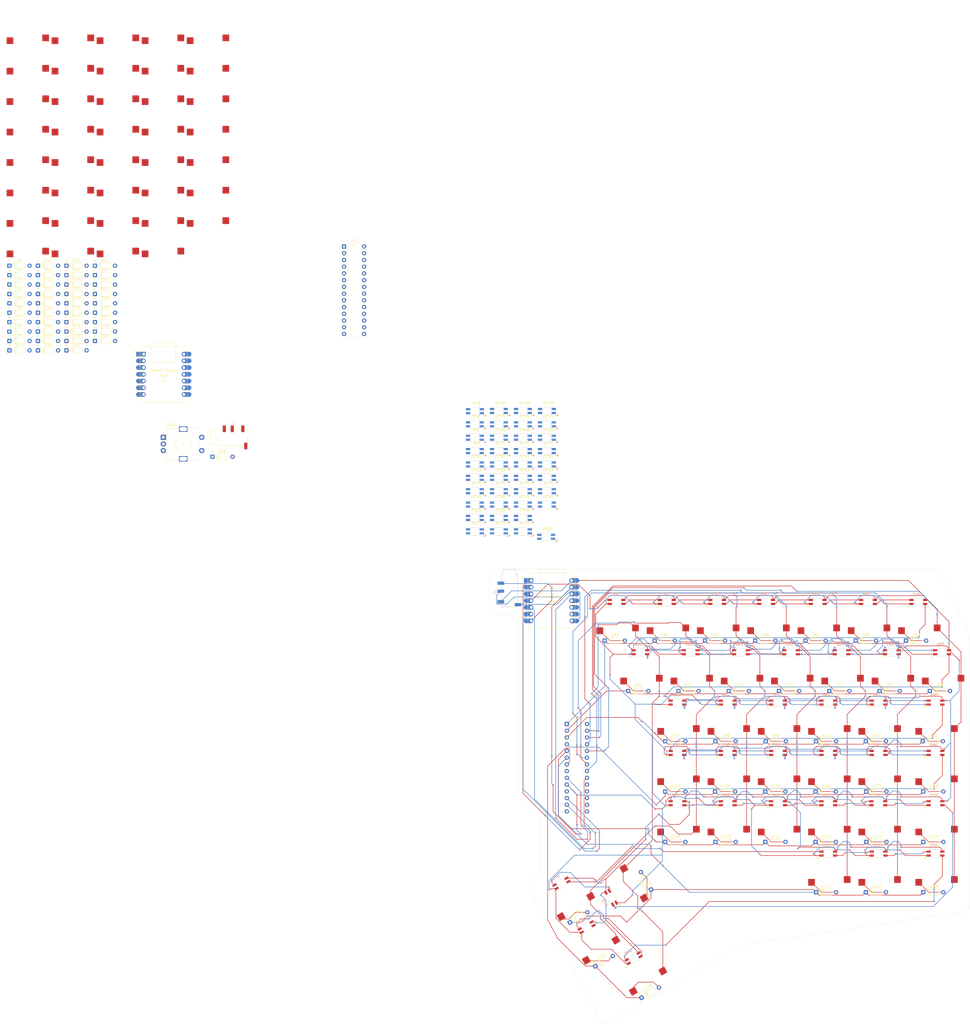
<source format=kicad_pcb>
(kicad_pcb (version 20241229) (generator "pcbnew") (generator_version "9.0")
  (layers (0 "F.Cu" signal) (2 "B.Cu" signal) (13 "F.Paste" user) (15 "B.Paste" user) (5 "F.SilkS" user "F.Silkscreen") (7 "B.SilkS" user "B.Silkscreen") (1 "F.Mask" user) (3 "B.Mask" user) (25 "Edge.Cuts" user))
  (net 0 "")
  (net 1 "Net-(D1-A)")
  (net 2 "Net-(D2-A)")
  (net 3 "Net-(D3-A)")
  (net 4 "Net-(D4-A)")
  (net 5 "Net-(D5-A)")
  (net 6 "Net-(D6-A)")
  (net 7 "Net-(D7-A)")
  (net 8 "Net-(D8-A)")
  (net 9 "Net-(D9-A)")
  (net 10 "Net-(D10-A)")
  (net 11 "Net-(D11-A)")
  (net 12 "Net-(D12-A)")
  (net 13 "Net-(D13-A)")
  (net 14 "Net-(D14-A)")
  (net 15 "Net-(D15-A)")
  (net 16 "Net-(D16-A)")
  (net 17 "Net-(D17-A)")
  (net 18 "Net-(D18-A)")
  (net 19 "Net-(D19-A)")
  (net 20 "Net-(D20-A)")
  (net 21 "Net-(D21-A)")
  (net 22 "Net-(D22-A)")
  (net 23 "Net-(D23-A)")
  (net 24 "Net-(D24-A)")
  (net 25 "Net-(D25-A)")
  (net 26 "Net-(D26-A)")
  (net 27 "Net-(D27-A)")
  (net 28 "Net-(D28-A)")
  (net 29 "Net-(D29-A)")
  (net 30 "Net-(D30-A)")
  (net 31 "Net-(D31-A)")
  (net 32 "Net-(D32-A)")
  (net 33 "Net-(D33-A)")
  (net 34 "Net-(D34-A)")
  (net 35 "Net-(D35-A)")
  (net 36 "Net-(D36-A)")
  (net 37 "Net-(D37-A)")
  (net 38 "Net-(D38-A)")
  (net 39 "Net-(D39-A)")
  (net 40 "Net-(D40-A)")
  (net 41 "VCC")
  (net 42 "GND")
  (net 44 "+3V3")
  (net 47 "R_SCL_I2C0")
  (net 48 "R_SDA_I2C0")
  (net 51 "L_COL6")
  (net 57 "L_ROW0")
  (net 58 "L_ROW1")
  (net 59 "L_ROW2")
  (net 60 "L_ROW3")
  (net 61 "L_ROW4")
  (net 62 "L_ROW5")
  (net 63 "L_ROW6")
  (net 64 "L_LED")
  (net 65 "Net-(D83-A)")
  (net 66 "R_ROW0")
  (net 67 "R_ROW1")
  (net 68 "Net-(D84-A)")
  (net 69 "R_ROW2")
  (net 70 "Net-(D85-A)")
  (net 71 "Net-(D86-A)")
  (net 72 "R_ROW3")
  (net 73 "R_ROW4")
  (net 74 "Net-(D87-A)")
  (net 75 "Net-(D88-A)")
  (net 76 "R_ROW5")
  (net 77 "Net-(D89-A)")
  (net 78 "R_ROW6")
  (net 79 "Net-(D90-A)")
  (net 80 "Net-(D91-A)")
  (net 81 "Net-(D92-A)")
  (net 82 "Net-(D93-A)")
  (net 83 "Net-(D94-A)")
  (net 84 "Net-(D95-A)")
  (net 85 "Net-(D96-A)")
  (net 86 "Net-(D97-A)")
  (net 87 "Net-(D98-A)")
  (net 88 "Net-(D99-A)")
  (net 89 "Net-(D100-A)")
  (net 90 "Net-(D101-A)")
  (net 91 "Net-(D102-A)")
  (net 92 "Net-(D103-A)")
  (net 93 "Net-(D104-A)")
  (net 94 "Net-(D105-A)")
  (net 95 "Net-(D106-A)")
  (net 96 "Net-(D107-A)")
  (net 97 "Net-(D108-A)")
  (net 98 "Net-(D109-A)")
  (net 99 "Net-(D110-A)")
  (net 100 "Net-(D111-A)")
  (net 101 "Net-(D112-A)")
  (net 102 "Net-(D113-A)")
  (net 103 "Net-(D114-A)")
  (net 104 "Net-(D115-A)")
  (net 105 "Net-(D116-A)")
  (net 106 "Net-(D117-A)")
  (net 107 "Net-(D118-A)")
  (net 108 "Net-(D119-A)")
  (net 109 "Net-(D120-A)")
  (net 110 "Net-(D121-A)")
  (net 111 "R_LED")
  (net 114 "R_SCL_I2C1")
  (net 115 "R_SDA_I2C1")
  (net 116 "L_COL0")
  (net 117 "L_COL1")
  (net 118 "L_COL2")
  (net 119 "L_COL3")
  (net 120 "L_COL4")
  (net 121 "L_COL5")
  (net 122 "L_ENCA")
  (net 123 "L_ENCB")
  (net 124 "R_COL0")
  (net 125 "R_COL1")
  (net 126 "R_COL2")
  (net 127 "R_COL3")
  (net 128 "R_COL4")
  (net 129 "R_COL5")
  (net 130 "L_SDA_I2C1")
  (net 131 "L_SCL_I2C1")
  (net 132 "L_INT")
  (net 138 "R_COL6")
  (net 140 "R_INT")
  (net 151 "Net-(D41-DOUT)")
  (net 152 "Net-(D42-DOUT)")
  (net 153 "Net-(D43-DOUT)")
  (net 154 "Net-(D44-DOUT)")
  (net 155 "Net-(D45-DOUT)")
  (net 156 "Net-(D46-DOUT)")
  (net 157 "Net-(D47-DOUT)")
  (net 158 "Net-(D48-DOUT)")
  (net 159 "Net-(D49-DOUT)")
  (net 160 "Net-(D50-DOUT)")
  (net 161 "Net-(D51-DOUT)")
  (net 162 "Net-(D52-DOUT)")
  (net 163 "Net-(D53-DOUT)")
  (net 164 "Net-(D54-DOUT)")
  (net 165 "Net-(D55-DOUT)")
  (net 166 "Net-(D56-DOUT)")
  (net 167 "Net-(D57-DOUT)")
  (net 168 "Net-(D58-DOUT)")
  (net 169 "Net-(D59-DOUT)")
  (net 170 "Net-(D60-DOUT)")
  (net 171 "Net-(D61-DOUT)")
  (net 172 "Net-(D62-DOUT)")
  (net 173 "Net-(D63-DOUT)")
  (net 174 "Net-(D64-DOUT)")
  (net 175 "Net-(D65-DOUT)")
  (net 176 "Net-(D66-DOUT)")
  (net 177 "Net-(D67-DOUT)")
  (net 178 "Net-(D68-DOUT)")
  (net 179 "Net-(D69-DOUT)")
  (net 180 "Net-(D70-DOUT)")
  (net 181 "Net-(D71-DOUT)")
  (net 182 "Net-(D72-DOUT)")
  (net 183 "Net-(D73-DOUT)")
  (net 184 "Net-(D74-DOUT)")
  (net 185 "Net-(D75-DOUT)")
  (net 186 "Net-(D76-DOUT)")
  (net 187 "Net-(D77-DOUT)")
  (net 188 "Net-(D79-DOUT)")
  (net 189 "Net-(D80-DOUT)")
  (net 190 "Net-(D81-DOUT)")
  (net 191 "Net-(D122-DIN)")
  (net 192 "Net-(D122-DOUT)")
  (net 193 "Net-(D123-DOUT)")
  (net 194 "Net-(D124-DOUT)")
  (net 195 "Net-(D125-DOUT)")
  (net 196 "Net-(D126-DOUT)")
  (net 197 "Net-(D127-DOUT)")
  (net 198 "Net-(D128-DOUT)")
  (net 199 "Net-(D129-DOUT)")
  (net 200 "Net-(D130-DOUT)")
  (net 201 "Net-(D131-DOUT)")
  (net 202 "Net-(D132-DOUT)")
  (net 203 "Net-(D133-DOUT)")
  (net 204 "Net-(D134-DOUT)")
  (net 205 "Net-(D135-DOUT)")
  (net 206 "Net-(D136-DOUT)")
  (net 207 "Net-(D137-DOUT)")
  (net 208 "Net-(D138-DOUT)")
  (net 209 "Net-(D139-DOUT)")
  (net 210 "Net-(D140-DOUT)")
  (net 211 "Net-(D141-DOUT)")
  (net 212 "Net-(D142-DOUT)")
  (net 213 "Net-(D143-DOUT)")
  (net 214 "Net-(D144-DOUT)")
  (net 215 "Net-(D145-DOUT)")
  (net 216 "Net-(D146-DOUT)")
  (net 217 "Net-(D147-DOUT)")
  (net 218 "Net-(D148-DOUT)")
  (net 219 "Net-(D149-DOUT)")
  (net 220 "Net-(D150-DOUT)")
  (net 221 "Net-(D151-DOUT)")
  (net 222 "Net-(D152-DOUT)")
  (net 223 "Net-(D153-DOUT)")
  (net 224 "Net-(D154-DOUT)")
  (net 225 "Net-(D156-DIN)")
  (net 226 "Net-(D155-DOUT)")
  (footprint "Gateron_KS33_Hotswap:Gateron-KS33-Hotswap-2U" (layer "F.Cu") (at 34.7 -118.75)
    (property "Reference" "SW38")
    (property "Value" "SW_Push")
  )
  (footprint "Diode_THT:D_DO-35_SOD27_P7.62mm_Horizontal" (layer "F.Cu") (at 232.38 75)
    (property "Reference" "D92")
    (property "Value" "1N4148")
  )
  (footprint "Gateron_KS33_Hotswap:Gateron-KS33-Hotswap-1U" (layer "F.Cu") (at -33.4 -107.25)
    (property "Reference" "SW7")
    (property "Value" "SW_Push")
  )
  (footprint "Gateron_KS33_Hotswap:Gateron-KS33-Hotswap-1U" (layer "F.Cu") (at -16.375 -141.75)
    (property "Reference" "SW12")
    (property "Value" "SW_Push")
  )
  (footprint "Diode_THT:D_DO-35_SOD27_P7.62mm_Horizontal" (layer "F.Cu") (at -17.8975 -71.325)
    (property "Reference" "D25")
    (property "Value" "1N4148")
  )
  (footprint "Diode_THT:D_DO-35_SOD27_P7.62mm_Horizontal" (layer "F.Cu") (at -28.6675 -67.775)
    (property "Reference" "D16")
    (property "Value" "1N4148")
  )
  (footprint "Diode_THT:D_DO-35_SOD27_P7.62mm_Horizontal" (layer "F.Cu") (at 246.19 113)
    (property "Reference" "D105")
    (property "Value" "1N4148")
  )
  (footprint "footprints:SK6812MINI-E_fixed" (layer "F.Cu") (at 154.599999 9.802842)
    (property "Reference" "D146")
    (property "Value" "SK6812MINI-E")
    (fp_line (start -1.699998 0.6) (end -1.699998 -0.805684) (stroke (width 0.1)) (layer "Edge.Cuts"))
    (fp_line (start -0.794451 -1.602841) (end 0.794454 -1.602841) (stroke (width 0.1)) (layer "Edge.Cuts"))
    (fp_line (start 0.794453 1.397158) (end -0.794451 1.397158) (stroke (width 0.1)) (layer "Edge.Cuts"))
    (fp_line (start 1.7 -0.805684) (end 1.7 0.6) (stroke (width 0.1)) (layer "Edge.Cuts"))
    (fp_arc (start -1.749483 -1.022562) (mid -1.712526 -0.91691) (end -1.699998 -0.805684) (stroke (width 0.1)) (layer "Edge.Cuts"))
    (fp_arc (start -1.749483 -1.022562) (mid -1.63807 -1.606877) (end -1.04671 -1.671141) (stroke (width 0.1)) (layer "Edge.Cuts"))
    (fp_arc (start -1.699998 0.600001) (mid -1.712526 0.711226) (end -1.749483 0.816878) (stroke (width 0.1)) (layer "Edge.Cuts"))
    (fp_arc (start -1.04671 1.465455) (mid -1.638069 1.401192) (end -1.749483 0.816878) (stroke (width 0.1)) (layer "Edge.Cuts"))
    (fp_arc (start -1.046709 1.465457) (mid -0.925121 1.414535) (end -0.794451 1.397158) (stroke (width 0.1)) (layer "Edge.Cuts"))
    (fp_arc (start -0.794452 -1.602842) (mid -0.925122 -1.620219) (end -1.04671 -1.671141) (stroke (width 0.1)) (layer "Edge.Cuts"))
    (fp_arc (start 0.794453 1.397158) (mid 0.925124 1.414535) (end 1.046712 1.465457) (stroke (width 0.1)) (layer "Edge.Cuts"))
    (fp_arc (start 1.046712 -1.67114) (mid 0.925124 -1.620218) (end 0.794454 -1.602841) (stroke (width 0.1)) (layer "Edge.Cuts"))
    (fp_arc (start 1.046712 -1.67114) (mid 1.638072 -1.606876) (end 1.749485 -1.022562) (stroke (width 0.1)) (layer "Edge.Cuts"))
    (fp_arc (start 1.7 -0.805685) (mid 1.712528 -0.91691) (end 1.749485 -1.022562) (stroke (width 0.1)) (layer "Edge.Cuts"))
    (fp_arc (start 1.749485 0.816877) (mid 1.638073 1.401193) (end 1.046712 1.465457) (stroke (width 0.1)) (layer "Edge.Cuts"))
    (fp_arc (start 1.749485 0.816878) (mid 1.712528 0.711226) (end 1.7 0.6) (stroke (width 0.1)) (layer "Edge.Cuts"))
  )
  (footprint "Gateron_KS33_Hotswap:Gateron-KS33-Hotswap-2U" (layer "F.Cu") (at 192.5 151 120)
    (property "Reference" "SW73")
    (property "Value" "SW_Push")
  )
  (footprint "Diode_THT:D_DO-35_SOD27_P7.62mm_Horizontal" (layer "F.Cu") (at 208.38 94)
    (property "Reference" "D97")
    (property "Value" "1N4148")
  )
  (footprint "Gateron_KS33_Hotswap:Gateron-KS33-Hotswap-1U" (layer "F.Cu") (at -33.4 -118.75)
    (property "Reference" "SW6")
    (property "Value" "SW_Push")
  )
  (footprint "Gateron_KS33_Hotswap:Gateron-KS33-Hotswap-1.25U" (layer "F.Cu") (at 310 141.5)
    (property "Reference" "SW77")
    (property "Value" "SW_Push")
  )
  (footprint "footprints:SK6812MINI-E_fixed" (layer "F.Cu") (at 145.524999 -30.597158)
    (property "Reference" "D128")
    (property "Value" "SK6812MINI-E")
    (fp_line (start -1.699998 0.6) (end -1.699998 -0.805684) (stroke (width 0.1)) (layer "Edge.Cuts"))
    (fp_line (start -0.794451 -1.602841) (end 0.794454 -1.602841) (stroke (width 0.1)) (layer "Edge.Cuts"))
    (fp_line (start 0.794453 1.397158) (end -0.794451 1.397158) (stroke (width 0.1)) (layer "Edge.Cuts"))
    (fp_line (start 1.7 -0.805684) (end 1.7 0.6) (stroke (width 0.1)) (layer "Edge.Cuts"))
    (fp_arc (start -1.749483 -1.022562) (mid -1.712526 -0.91691) (end -1.699998 -0.805684) (stroke (width 0.1)) (layer "Edge.Cuts"))
    (fp_arc (start -1.749483 -1.022562) (mid -1.63807 -1.606877) (end -1.04671 -1.671141) (stroke (width 0.1)) (layer "Edge.Cuts"))
    (fp_arc (start -1.699998 0.600001) (mid -1.712526 0.711226) (end -1.749483 0.816878) (stroke (width 0.1)) (layer "Edge.Cuts"))
    (fp_arc (start -1.04671 1.465455) (mid -1.638069 1.401192) (end -1.749483 0.816878) (stroke (width 0.1)) (layer "Edge.Cuts"))
    (fp_arc (start -1.046709 1.465457) (mid -0.925121 1.414535) (end -0.794451 1.397158) (stroke (width 0.1)) (layer "Edge.Cuts"))
    (fp_arc (start -0.794452 -1.602842) (mid -0.925122 -1.620219) (end -1.04671 -1.671141) (stroke (width 0.1)) (layer "Edge.Cuts"))
    (fp_arc (start 0.794453 1.397158) (mid 0.925124 1.414535) (end 1.046712 1.465457) (stroke (width 0.1)) (layer "Edge.Cuts"))
    (fp_arc (start 1.046712 -1.67114) (mid 0.925124 -1.620218) (end 0.794454 -1.602841) (stroke (width 0.1)) (layer "Edge.Cuts"))
    (fp_arc (start 1.046712 -1.67114) (mid 1.638072 -1.606876) (end 1.749485 -1.022562) (stroke (width 0.1)) (layer "Edge.Cuts"))
    (fp_arc (start 1.7 -0.805685) (mid 1.712528 -0.91691) (end 1.749485 -1.022562) (stroke (width 0.1)) (layer "Edge.Cuts"))
    (fp_arc (start 1.749485 0.816877) (mid 1.638073 1.401193) (end 1.046712 1.465457) (stroke (width 0.1)) (layer "Edge.Cuts"))
    (fp_arc (start 1.749485 0.816878) (mid 1.712528 0.711226) (end 1.7 0.6) (stroke (width 0.1)) (layer "Edge.Cuts"))
  )
  (footprint "Diode_THT:D_DO-35_SOD27_P7.62mm_Horizontal" (layer "F.Cu") (at -28.6675 -60.675)
    (property "Reference" "D18")
    (property "Value" "1N4148")
  )
  (footprint "Diode_THT:D_DO-35_SOD27_P7.62mm_Horizontal" (layer "F.Cu") (at -28.6675 -57.125)
    (property "Reference" "D19")
    (property "Value" "1N4148")
  )
  (footprint "Gateron_KS33_Hotswap:Gateron-KS33-Hotswap-1U" (layer "F.Cu") (at 0.65 -164.75)
    (property "Reference" "SW18")
    (property "Value" "SW_Push")
  )
  (footprint "Gateron_KS33_Hotswap:Gateron-KS33-Hotswap-1U" (layer "F.Cu") (at 0.65 -141.75)
    (property "Reference" "SW20")
    (property "Value" "SW_Push")
  )
  (footprint "Diode_THT:D_DO-35_SOD27_P7.62mm_Horizontal" (layer "F.Cu") (at -28.6675 -74.875)
    (property "Reference" "D14")
    (property "Value" "1N4148")
  )
  (footprint "Gateron_KS33_Hotswap:Gateron-KS33-Hotswap-1U" (layer "F.Cu") (at -33.4 -130.25)
    (property "Reference" "SW5")
    (property "Value" "SW_Push")
  )
  (footprint "Gateron_KS33_Hotswap:Gateron-KS33-Hotswap-2U" (layer "F.Cu") (at 34.7 -141.75)
    (property "Reference" "SW36")
    (property "Value" "SW_Push")
  )
  (footprint "Gateron_KS33_Hotswap:Gateron-KS33-Hotswap-1U" (layer "F.Cu") (at -33.4 -95.75)
    (property "Reference" "SW8")
    (property "Value" "SW_Push")
  )
  (footprint "footprints:SK6812MINI-E_fixed" (layer "F.Cu") (at 145.524999 -25.547158)
    (property "Reference" "D129")
    (property "Value" "SK6812MINI-E")
    (fp_line (start -1.699998 0.6) (end -1.699998 -0.805684) (stroke (width 0.1)) (layer "Edge.Cuts"))
    (fp_line (start -0.794451 -1.602841) (end 0.794454 -1.602841) (stroke (width 0.1)) (layer "Edge.Cuts"))
    (fp_line (start 0.794453 1.397158) (end -0.794451 1.397158) (stroke (width 0.1)) (layer "Edge.Cuts"))
    (fp_line (start 1.7 -0.805684) (end 1.7 0.6) (stroke (width 0.1)) (layer "Edge.Cuts"))
    (fp_arc (start -1.749483 -1.022562) (mid -1.712526 -0.91691) (end -1.699998 -0.805684) (stroke (width 0.1)) (layer "Edge.Cuts"))
    (fp_arc (start -1.749483 -1.022562) (mid -1.63807 -1.606877) (end -1.04671 -1.671141) (stroke (width 0.1)) (layer "Edge.Cuts"))
    (fp_arc (start -1.699998 0.600001) (mid -1.712526 0.711226) (end -1.749483 0.816878) (stroke (width 0.1)) (layer "Edge.Cuts"))
    (fp_arc (start -1.04671 1.465455) (mid -1.638069 1.401192) (end -1.749483 0.816878) (stroke (width 0.1)) (layer "Edge.Cuts"))
    (fp_arc (start -1.046709 1.465457) (mid -0.925121 1.414535) (end -0.794451 1.397158) (stroke (width 0.1)) (layer "Edge.Cuts"))
    (fp_arc (start -0.794452 -1.602842) (mid -0.925122 -1.620219) (end -1.04671 -1.671141) (stroke (width 0.1)) (layer "Edge.Cuts"))
    (fp_arc (start 0.794453 1.397158) (mid 0.925124 1.414535) (end 1.046712 1.465457) (stroke (width 0.1)) (layer "Edge.Cuts"))
    (fp_arc (start 1.046712 -1.67114) (mid 0.925124 -1.620218) (end 0.794454 -1.602841) (stroke (width 0.1)) (layer "Edge.Cuts"))
    (fp_arc (start 1.046712 -1.67114) (mid 1.638072 -1.606876) (end 1.749485 -1.022562) (stroke (width 0.1)) (layer "Edge.Cuts"))
    (fp_arc (start 1.7 -0.805685) (mid 1.712528 -0.91691) (end 1.749485 -1.022562) (stroke (width 0.1)) (layer "Edge.Cuts"))
    (fp_arc (start 1.749485 0.816877) (mid 1.638073 1.401193) (end 1.046712 1.465457) (stroke (width 0.1)) (layer "Edge.Cuts"))
    (fp_arc (start 1.749485 0.816878) (mid 1.712528 0.711226) (end 1.7 0.6) (stroke (width 0.1)) (layer "Edge.Cuts"))
  )
  (footprint "footprints:SK6812MINI-E_fixed" (layer "F.Cu") (at 163.674999 -0.297158)
    (property "Reference" "D154")
    (property "Value" "SK6812MINI-E")
    (fp_line (start -1.699998 0.6) (end -1.699998 -0.805684) (stroke (width 0.1)) (layer "Edge.Cuts"))
    (fp_line (start -0.794451 -1.602841) (end 0.794454 -1.602841) (stroke (width 0.1)) (layer "Edge.Cuts"))
    (fp_line (start 0.794453 1.397158) (end -0.794451 1.397158) (stroke (width 0.1)) (layer "Edge.Cuts"))
    (fp_line (start 1.7 -0.805684) (end 1.7 0.6) (stroke (width 0.1)) (layer "Edge.Cuts"))
    (fp_arc (start -1.749483 -1.022562) (mid -1.712526 -0.91691) (end -1.699998 -0.805684) (stroke (width 0.1)) (layer "Edge.Cuts"))
    (fp_arc (start -1.749483 -1.022562) (mid -1.63807 -1.606877) (end -1.04671 -1.671141) (stroke (width 0.1)) (layer "Edge.Cuts"))
    (fp_arc (start -1.699998 0.600001) (mid -1.712526 0.711226) (end -1.749483 0.816878) (stroke (width 0.1)) (layer "Edge.Cuts"))
    (fp_arc (start -1.04671 1.465455) (mid -1.638069 1.401192) (end -1.749483 0.816878) (stroke (width 0.1)) (layer "Edge.Cuts"))
    (fp_arc (start -1.046709 1.465457) (mid -0.925121 1.414535) (end -0.794451 1.397158) (stroke (width 0.1)) (layer "Edge.Cuts"))
    (fp_arc (start -0.794452 -1.602842) (mid -0.925122 -1.620219) (end -1.04671 -1.671141) (stroke (width 0.1)) (layer "Edge.Cuts"))
    (fp_arc (start 0.794453 1.397158) (mid 0.925124 1.414535) (end 1.046712 1.465457) (stroke (width 0.1)) (layer "Edge.Cuts"))
    (fp_arc (start 1.046712 -1.67114) (mid 0.925124 -1.620218) (end 0.794454 -1.602841) (stroke (width 0.1)) (layer "Edge.Cuts"))
    (fp_arc (start 1.046712 -1.67114) (mid 1.638072 -1.606876) (end 1.749485 -1.022562) (stroke (width 0.1)) (layer "Edge.Cuts"))
    (fp_arc (start 1.7 -0.805685) (mid 1.712528 -0.91691) (end 1.749485 -1.022562) (stroke (width 0.1)) (layer "Edge.Cuts"))
    (fp_arc (start 1.749485 0.816877) (mid 1.638073 1.401193) (end 1.046712 1.465457) (stroke (width 0.1)) (layer "Edge.Cuts"))
    (fp_arc (start 1.749485 0.816878) (mid 1.712528 0.711226) (end 1.7 0.6) (stroke (width 0.1)) (layer "Edge.Cuts"))
  )
  (footprint "Gateron_KS33_Hotswap:Gateron-KS33-Hotswap-1U" (layer "F.Cu") (at 0.65 -107.25)
    (property "Reference" "SW23")
    (property "Value" "SW_Push")
  )
  (footprint "Diode_THT:D_DO-35_SOD27_P7.62mm_Horizontal" (layer "F.Cu") (at -7.1275 -64.225)
    (property "Reference" "D37")
    (property "Value" "1N4148")
  )
  (footprint "Diode_THT:D_DO-35_SOD27_P7.62mm_Horizontal" (layer "F.Cu") (at -7.1275 -67.775)
    (property "Reference" "D36")
    (property "Value" "1N4148")
  )
  (footprint "footprints:SK6812MINI-E_fixed" (layer "F.Cu") (at 154.599999 -0.297158)
    (property "Reference" "D144")
    (property "Value" "SK6812MINI-E")
    (fp_line (start -1.699998 0.6) (end -1.699998 -0.805684) (stroke (width 0.1)) (layer "Edge.Cuts"))
    (fp_line (start -0.794451 -1.602841) (end 0.794454 -1.602841) (stroke (width 0.1)) (layer "Edge.Cuts"))
    (fp_line (start 0.794453 1.397158) (end -0.794451 1.397158) (stroke (width 0.1)) (layer "Edge.Cuts"))
    (fp_line (start 1.7 -0.805684) (end 1.7 0.6) (stroke (width 0.1)) (layer "Edge.Cuts"))
    (fp_arc (start -1.749483 -1.022562) (mid -1.712526 -0.91691) (end -1.699998 -0.805684) (stroke (width 0.1)) (layer "Edge.Cuts"))
    (fp_arc (start -1.749483 -1.022562) (mid -1.63807 -1.606877) (end -1.04671 -1.671141) (stroke (width 0.1)) (layer "Edge.Cuts"))
    (fp_arc (start -1.699998 0.600001) (mid -1.712526 0.711226) (end -1.749483 0.816878) (stroke (width 0.1)) (layer "Edge.Cuts"))
    (fp_arc (start -1.04671 1.465455) (mid -1.638069 1.401192) (end -1.749483 0.816878) (stroke (width 0.1)) (layer "Edge.Cuts"))
    (fp_arc (start -1.046709 1.465457) (mid -0.925121 1.414535) (end -0.794451 1.397158) (stroke (width 0.1)) (layer "Edge.Cuts"))
    (fp_arc (start -0.794452 -1.602842) (mid -0.925122 -1.620219) (end -1.04671 -1.671141) (stroke (width 0.1)) (layer "Edge.Cuts"))
    (fp_arc (start 0.794453 1.397158) (mid 0.925124 1.414535) (end 1.046712 1.465457) (stroke (width 0.1)) (layer "Edge.Cuts"))
    (fp_arc (start 1.046712 -1.67114) (mid 0.925124 -1.620218) (end 0.794454 -1.602841) (stroke (width 0.1)) (layer "Edge.Cuts"))
    (fp_arc (start 1.046712 -1.67114) (mid 1.638072 -1.606876) (end 1.749485 -1.022562) (stroke (width 0.1)) (layer "Edge.Cuts"))
    (fp_arc (start 1.7 -0.805685) (mid 1.712528 -0.91691) (end 1.749485 -1.022562) (stroke (width 0.1)) (layer "Edge.Cuts"))
    (fp_arc (start 1.749485 0.816877) (mid 1.638073 1.401193) (end 1.046712 1.465457) (stroke (width 0.1)) (layer "Edge.Cuts"))
    (fp_arc (start 1.749485 0.816878) (mid 1.712528 0.711226) (end 1.7 0.6) (stroke (width 0.1)) (layer "Edge.Cuts"))
  )
  (footprint "footprints:SK6812MINI-E_fixed" (layer "F.Cu") (at 163.674999 -5.347158)
    (property "Reference" "D153")
    (property "Value" "SK6812MINI-E")
    (fp_line (start -1.699998 0.6) (end -1.699998 -0.805684) (stroke (width 0.1)) (layer "Edge.Cuts"))
    (fp_line (start -0.794451 -1.602841) (end 0.794454 -1.602841) (stroke (width 0.1)) (layer "Edge.Cuts"))
    (fp_line (start 0.794453 1.397158) (end -0.794451 1.397158) (stroke (width 0.1)) (layer "Edge.Cuts"))
    (fp_line (start 1.7 -0.805684) (end 1.7 0.6) (stroke (width 0.1)) (layer "Edge.Cuts"))
    (fp_arc (start -1.749483 -1.022562) (mid -1.712526 -0.91691) (end -1.699998 -0.805684) (stroke (width 0.1)) (layer "Edge.Cuts"))
    (fp_arc (start -1.749483 -1.022562) (mid -1.63807 -1.606877) (end -1.04671 -1.671141) (stroke (width 0.1)) (layer "Edge.Cuts"))
    (fp_arc (start -1.699998 0.600001) (mid -1.712526 0.711226) (end -1.749483 0.816878) (stroke (width 0.1)) (layer "Edge.Cuts"))
    (fp_arc (start -1.04671 1.465455) (mid -1.638069 1.401192) (end -1.749483 0.816878) (stroke (width 0.1)) (layer "Edge.Cuts"))
    (fp_arc (start -1.046709 1.465457) (mid -0.925121 1.414535) (end -0.794451 1.397158) (stroke (width 0.1)) (layer "Edge.Cuts"))
    (fp_arc (start -0.794452 -1.602842) (mid -0.925122 -1.620219) (end -1.04671 -1.671141) (stroke (width 0.1)) (layer "Edge.Cuts"))
    (fp_arc (start 0.794453 1.397158) (mid 0.925124 1.414535) (end 1.046712 1.465457) (stroke (width 0.1)) (layer "Edge.Cuts"))
    (fp_arc (start 1.046712 -1.67114) (mid 0.925124 -1.620218) (end 0.794454 -1.602841) (stroke (width 0.1)) (layer "Edge.Cuts"))
    (fp_arc (start 1.046712 -1.67114) (mid 1.638072 -1.606876) (end 1.749485 -1.022562) (stroke (width 0.1)) (layer "Edge.Cuts"))
    (fp_arc (start 1.7 -0.805685) (mid 1.712528 -0.91691) (end 1.749485 -1.022562) (stroke (width 0.1)) (layer "Edge.Cuts"))
    (fp_arc (start 1.749485 0.816877) (mid 1.638073 1.401193) (end 1.046712 1.465457) (stroke (width 0.1)) (layer "Edge.Cuts"))
    (fp_arc (start 1.749485 0.816878) (mid 1.712528 0.711226) (end 1.7 0.6) (stroke (width 0.1)) (layer "Edge.Cuts"))
  )
  (footprint "Gateron_KS33_Hotswap:Gateron-KS33-Hotswap-1U" (layer "F.Cu") (at 17.675 -130.25)
    (property "Reference" "SW29")
    (property "Value" "SW_Push")
  )
  (footprint "Diode_THT:D_DO-35_SOD27_P7.62mm_Horizontal" (layer "F.Cu") (at 194.38 75)
    (property "Reference" "D90")
    (property "Value" "1N4148")
  )
  (footprint "Diode_THT:D_DO-35_SOD27_P7.62mm_Horizontal" (layer "F.Cu") (at 246.38 94)
    (property "Reference" "D99")
    (property "Value" "1N4148")
  )
  (footprint "Diode_THT:D_DO-35_SOD27_P7.62mm_Horizontal" (layer "F.Cu") (at 203 150 120)
    (property "Reference" "D115")
    (property "Value" "1N4148")
  )
  (footprint "Gateron_KS33_Hotswap:Gateron-KS33-Hotswap-1U" (layer "F.Cu") (at 312.5 65.5)
    (property "Reference" "SW54")
    (property "Value" "SW_Push")
  )
  (footprint "footprints:SK6812MINI-E_fixed" (layer "F.Cu") (at 136.449999 -0.297158)
    (property "Reference" "D124")
    (property "Value" "SK6812MINI-E")
    (fp_line (start -1.699998 0.6) (end -1.699998 -0.805684) (stroke (width 0.1)) (layer "Edge.Cuts"))
    (fp_line (start -0.794451 -1.602841) (end 0.794454 -1.602841) (stroke (width 0.1)) (layer "Edge.Cuts"))
    (fp_line (start 0.794453 1.397158) (end -0.794451 1.397158) (stroke (width 0.1)) (layer "Edge.Cuts"))
    (fp_line (start 1.7 -0.805684) (end 1.7 0.6) (stroke (width 0.1)) (layer "Edge.Cuts"))
    (fp_arc (start -1.749483 -1.022562) (mid -1.712526 -0.91691) (end -1.699998 -0.805684) (stroke (width 0.1)) (layer "Edge.Cuts"))
    (fp_arc (start -1.749483 -1.022562) (mid -1.63807 -1.606877) (end -1.04671 -1.671141) (stroke (width 0.1)) (layer "Edge.Cuts"))
    (fp_arc (start -1.699998 0.600001) (mid -1.712526 0.711226) (end -1.749483 0.816878) (stroke (width 0.1)) (layer "Edge.Cuts"))
    (fp_arc (start -1.04671 1.465455) (mid -1.638069 1.401192) (end -1.749483 0.816878) (stroke (width 0.1)) (layer "Edge.Cuts"))
    (fp_arc (start -1.046709 1.465457) (mid -0.925121 1.414535) (end -0.794451 1.397158) (stroke (width 0.1)) (layer "Edge.Cuts"))
    (fp_arc (start -0.794452 -1.602842) (mid -0.925122 -1.620219) (end -1.04671 -1.671141) (stroke (width 0.1)) (layer "Edge.Cuts"))
    (fp_arc (start 0.794453 1.397158) (mid 0.925124 1.414535) (end 1.046712 1.465457) (stroke (width 0.1)) (layer "Edge.Cuts"))
    (fp_arc (start 1.046712 -1.67114) (mid 0.925124 -1.620218) (end 0.794454 -1.602841) (stroke (width 0.1)) (layer "Edge.Cuts"))
    (fp_arc (start 1.046712 -1.67114) (mid 1.638072 -1.606876) (end 1.749485 -1.022562) (stroke (width 0.1)) (layer "Edge.Cuts"))
    (fp_arc (start 1.7 -0.805685) (mid 1.712528 -0.91691) (end 1.749485 -1.022562) (stroke (width 0.1)) (layer "Edge.Cuts"))
    (fp_arc (start 1.749485 0.816877) (mid 1.638073 1.401193) (end 1.046712 1.465457) (stroke (width 0.1)) (layer "Edge.Cuts"))
    (fp_arc (start 1.749485 0.816878) (mid 1.712528 0.711226) (end 1.7 0.6) (stroke (width 0.1)) (layer "Edge.Cuts"))
  )
  (footprint "Gateron_KS33_Hotswap:Gateron-KS33-Hotswap-1.25U" (layer "F.Cu") (at 310 103.5)
    (property "Reference" "SW66")
    (property "Value" "SW_Push")
  )
  (footprint "footprints:SK6812MINI-E_fixed" (layer "F.Cu") (at 163.674999 -20.497158)
    (property "Reference" "D150")
    (property "Value" "SK6812MINI-E")
    (fp_line (start -1.699998 0.6) (end -1.699998 -0.805684) (stroke (width 0.1)) (layer "Edge.Cuts"))
    (fp_line (start -0.794451 -1.602841) (end 0.794454 -1.602841) (stroke (width 0.1)) (layer "Edge.Cuts"))
    (fp_line (start 0.794453 1.397158) (end -0.794451 1.397158) (stroke (width 0.1)) (layer "Edge.Cuts"))
    (fp_line (start 1.7 -0.805684) (end 1.7 0.6) (stroke (width 0.1)) (layer "Edge.Cuts"))
    (fp_arc (start -1.749483 -1.022562) (mid -1.712526 -0.91691) (end -1.699998 -0.805684) (stroke (width 0.1)) (layer "Edge.Cuts"))
    (fp_arc (start -1.749483 -1.022562) (mid -1.63807 -1.606877) (end -1.04671 -1.671141) (stroke (width 0.1)) (layer "Edge.Cuts"))
    (fp_arc (start -1.699998 0.600001) (mid -1.712526 0.711226) (end -1.749483 0.816878) (stroke (width 0.1)) (layer "Edge.Cuts"))
    (fp_arc (start -1.04671 1.465455) (mid -1.638069 1.401192) (end -1.749483 0.816878) (stroke (width 0.1)) (layer "Edge.Cuts"))
    (fp_arc (start -1.046709 1.465457) (mid -0.925121 1.414535) (end -0.794451 1.397158) (stroke (width 0.1)) (layer "Edge.Cuts"))
    (fp_arc (start -0.794452 -1.602842) (mid -0.925122 -1.620219) (end -1.04671 -1.671141) (stroke (width 0.1)) (layer "Edge.Cuts"))
    (fp_arc (start 0.794453 1.397158) (mid 0.925124 1.414535) (end 1.046712 1.465457) (stroke (width 0.1)) (layer "Edge.Cuts"))
    (fp_arc (start 1.046712 -1.67114) (mid 0.925124 -1.620218) (end 0.794454 -1.602841) (stroke (width 0.1)) (layer "Edge.Cuts"))
    (fp_arc (start 1.046712 -1.67114) (mid 1.638072 -1.606876) (end 1.749485 -1.022562) (stroke (width 0.1)) (layer "Edge.Cuts"))
    (fp_arc (start 1.7 -0.805685) (mid 1.712528 -0.91691) (end 1.749485 -1.022562) (stroke (width 0.1)) (layer "Edge.Cuts"))
    (fp_arc (start 1.749485 0.816877) (mid 1.638073 1.401193) (end 1.046712 1.465457) (stroke (width 0.1)) (layer "Edge.Cuts"))
    (fp_arc (start 1.749485 0.816878) (mid 1.712528 0.711226) (end 1.7 0.6) (stroke (width 0.1)) (layer "Edge.Cuts"))
  )
  (footprint "Diode_THT:D_DO-35_SOD27_P7.62mm_Horizontal" (layer "F.Cu") (at -7.1275 -71.325)
    (property "Reference" "D35")
    (property "Value" "1N4148")
  )
  (footprint "Diode_THT:D_DO-35_SOD27_P7.62mm_Horizontal" (layer "F.Cu") (at 265.38 151)
    (property "Reference" "D117")
    (property "Value" "1N4148")
  )
  (footprint "Gateron_KS33_Hotswap:Gateron-KS33-Hotswap-1U" (layer "F.Cu") (at -33.4 -176.25)
    (property "Reference" "SW1")
    (property "Value" "SW_Push")
  )
  (footprint "Gateron_KS33_Hotswap:Gateron-KS33-Hotswap-1U" (layer "F.Cu") (at 17.675 -95.75)
    (property "Reference" "SW32")
    (property "Value" "SW_Push")
  )
  (footprint "Diode_THT:D_DO-35_SOD27_P7.62mm_Horizontal" (layer "F.Cu") (at 305.88 151)
    (property "Reference" "D119")
    (property "Value" "1N4148")
  )
  (footprint "Diode_THT:D_DO-35_SOD27_P7.62mm_Horizontal" (layer "F.Cu") (at -7.1275 -74.875)
    (property "Reference" "D34")
    (property "Value" "1N4148")
  )
  (footprint "Gateron_KS33_Hotswap:Gateron-KS33-Hotswap-1U" (layer "F.Cu") (at 0.65 -176.25)
    (property "Reference" "SW17")
    (property "Value" "SW_Push")
  )
  (footprint "Diode_THT:D_DO-35_SOD27_P7.62mm_Horizontal" (layer "F.Cu") (at -17.8975 -78.425)
    (property "Reference" "D23")
    (property "Value" "1N4148")
  )
  (footprint "Gateron_KS33_Hotswap:Gateron-KS33-Hotswap-1U" (layer "F.Cu") (at 303.5 46.5)
    (property "Reference" "SW47")
    (property "Value" "SW_Push")
  )
  (footprint "Gateron_KS33_Hotswap:Gateron-KS33-Hotswap-2U" (layer "F.Cu") (at 198.5 180.5 30)
    (property "Reference" "SW78")
    (property "Value" "SW_Push")
  )
  (footprint "Gateron_KS33_Hotswap:Gateron-KS33-Hotswap-1U" (layer "F.Cu") (at 0.65 -118.75)
    (property "Reference" "SW22")
    (property "Value" "SW_Push")
  )
  (footprint "Diode_THT:D_DO-35_SOD27_P7.62mm_Horizontal" (layer "F.Cu") (at 299.38 56)
    (property "Reference" "D89")
    (property "Value" "1N4148")
  )
  (footprint "Diode_THT:D_DO-35_SOD27_P7.62mm_Horizontal" (layer "F.Cu") (at 284.19 94)
    (property "Reference" "D101")
    (property "Value" "1N4148")
  )
  (footprint "Gateron_KS33_Hotswap:Gateron-KS33-Hotswap-1U" (layer "F.Cu") (at 208.5 46.5)
    (property "Reference" "SW42")
    (property "Value" "SW_Push")
  )
  (footprint "Gateron_KS33_Hotswap:Gateron-KS33-Hotswap-1.25U" (layer "F.Cu") (at 0.65 -130.25)
    (property "Reference" "SW21")
    (property "Value" "SW_Push")
  )
  (footprint "Diode_THT:D_DO-35_SOD27_P7.62mm_Horizontal" (layer "F.Cu") (at 265.38 94)
    (property "Reference" "D100")
    (property "Value" "1N4148")
  )
  (footprint "Gateron_KS33_Hotswap:Gateron-KS33-Hotswap-1U" (layer "F.Cu") (at 269.5 103.5)
    (property "Reference" "SW64")
    (property "Value" "SW_Push")
  )
  (footprint "Gateron_KS33_Hotswap:Gateron-KS33-Hotswap-1U" (layer "F.Cu") (at 269.5 84.5)
    (property "Reference" "SW58")
    (property "Value" "SW_Push")
  )
  (footprint "Diode_THT:D_DO-35_SOD27_P7.62mm_Horizontal" (layer "F.Cu") (at -7.1275 -85.525)
    (property "Reference" "D31")
    (property "Value" "1N4148")
  )
  (footprint "footprints:SK6812MINI-E_fixed" (layer "F.Cu") (at 136.449999 9.802842)
    (property "Reference" "D126")
    (property "Value" "SK6812MINI-E")
    (fp_line (start -1.699998 0.6) (end -1.699998 -0.805684) (stroke (width 0.1)) (layer "Edge.Cuts"))
    (fp_line (start -0.794451 -1.602841) (end 0.794454 -1.602841) (stroke (width 0.1)) (layer "Edge.Cuts"))
    (fp_line (start 0.794453 1.397158) (end -0.794451 1.397158) (stroke (width 0.1)) (layer "Edge.Cuts"))
    (fp_line (start 1.7 -0.805684) (end 1.7 0.6) (stroke (width 0.1)) (layer "Edge.Cuts"))
    (fp_arc (start -1.749483 -1.022562) (mid -1.712526 -0.91691) (end -1.699998 -0.805684) (stroke (width 0.1)) (layer "Edge.Cuts"))
    (fp_arc (start -1.749483 -1.022562) (mid -1.63807 -1.606877) (end -1.04671 -1.671141) (stroke (width 0.1)) (layer "Edge.Cuts"))
    (fp_arc (start -1.699998 0.600001) (mid -1.712526 0.711226) (end -1.749483 0.816878) (stroke (width 0.1)) (layer "Edge.Cuts"))
    (fp_arc (start -1.04671 1.465455) (mid -1.638069 1.401192) (end -1.749483 0.816878) (stroke (width 0.1)) (layer "Edge.Cuts"))
    (fp_arc (start -1.046709 1.465457) (mid -0.925121 1.414535) (end -0.794451 1.397158) (stroke (width 0.1)) (layer "Edge.Cuts"))
    (fp_arc (start -0.794452 -1.602842) (mid -0.925122 -1.620219) (end -1.04671 -1.671141) (stroke (width 0.1)) (layer "Edge.Cuts"))
    (fp_arc (start 0.794453 1.397158) (mid 0.925124 1.414535) (end 1.046712 1.465457) (stroke (width 0.1)) (layer "Edge.Cuts"))
    (fp_arc (start 1.046712 -1.67114) (mid 0.925124 -1.620218) (end 0.794454 -1.602841) (stroke (width 0.1)) (layer "Edge.Cuts"))
    (fp_arc (start 1.046712 -1.67114) (mid 1.638072 -1.606876) (end 1.749485 -1.022562) (stroke (width 0.1)) (layer "Edge.Cuts"))
    (fp_arc (start 1.7 -0.805685) (mid 1.712528 -0.91691) (end 1.749485 -1.022562) (stroke (width 0.1)) (layer "Edge.Cuts"))
    (fp_arc (start 1.749485 0.816877) (mid 1.638073 1.401193) (end 1.046712 1.465457) (stroke (width 0.1)) (layer "Edge.Cuts"))
    (fp_arc (start 1.749485 0.816878) (mid 1.712528 0.711226) (end 1.7 0.6) (stroke (width 0.1)) (layer "Edge.Cuts"))
  )
  (footprint "Gateron_KS33_Hotswap:Gateron-KS33-Hotswap-1U" (layer "F.Cu") (at 284.5 46.5)
    (property "Reference" "SW46")
    (property "Value" "SW_Push")
  )
  (footprint "footprints:SK6812MINI-E_fixed" (layer "F.Cu") (at 163.674999 -25.547158)
    (property "Reference" "D149")
    (property "Value" "SK6812MINI-E")
    (fp_line (start -1.699998 0.6) (end -1.699998 -0.805684) (stroke (width 0.1)) (layer "Edge.Cuts"))
    (fp_line (start -0.794451 -1.602841) (end 0.794454 -1.602841) (stroke (width 0.1)) (layer "Edge.Cuts"))
    (fp_line (start 0.794453 1.397158) (end -0.794451 1.397158) (stroke (width 0.1)) (layer "Edge.Cuts"))
    (fp_line (start 1.7 -0.805684) (end 1.7 0.6) (stroke (width 0.1)) (layer "Edge.Cuts"))
    (fp_arc (start -1.749483 -1.022562) (mid -1.712526 -0.91691) (end -1.699998 -0.805684) (stroke (width 0.1)) (layer "Edge.Cuts"))
    (fp_arc (start -1.749483 -1.022562) (mid -1.63807 -1.606877) (end -1.04671 -1.671141) (stroke (width 0.1)) (layer "Edge.Cuts"))
    (fp_arc (start -1.699998 0.600001) (mid -1.712526 0.711226) (end -1.749483 0.816878) (stroke (width 0.1)) (layer "Edge.Cuts"))
    (fp_arc (start -1.04671 1.465455) (mid -1.638069 1.401192) (end -1.749483 0.816878) (stroke (width 0.1)) (layer "Edge.Cuts"))
    (fp_arc (start -1.046709 1.465457) (mid -0.925121 1.414535) (end -0.794451 1.397158) (stroke (width 0.1)) (layer "Edge.Cuts"))
    (fp_arc (start -0.794452 -1.602842) (mid -0.925122 -1.620219) (end -1.04671 -1.671141) (stroke (width 0.1)) (layer "Edge.Cuts"))
    (fp_arc (start 0.794453 1.397158) (mid 0.925124 1.414535) (end 1.046712 1.465457) (stroke (width 0.1)) (layer "Edge.Cuts"))
    (fp_arc (start 1.046712 -1.67114) (mid 0.925124 -1.620218) (end 0.794454 -1.602841) (stroke (width 0.1)) (layer "Edge.Cuts"))
    (fp_arc (start 1.046712 -1.67114) (mid 1.638072 -1.606876) (end 1.749485 -1.022562) (stroke (width 0.1)) (layer "Edge.Cuts"))
    (fp_arc (start 1.7 -0.805685) (mid 1.712528 -0.91691) (end 1.749485 -1.022562) (stroke (width 0.1)) (layer "Edge.Cuts"))
    (fp_arc (start 1.749485 0.816877) (mid 1.638073 1.401193) (end 1.046712 1.465457) (stroke (width 0.1)) (layer "Edge.Cuts"))
    (fp_arc (start 1.749485 0.816878) (mid 1.712528 0.711226) (end 1.7 0.6) (stroke (width 0.1)) (layer "Edge.Cuts"))
  )
  (footprint "Gateron_KS33_Hotswap:Gateron-KS33-Hotswap-1U" (layer "F.Cu") (at 17.675 -107.25)
    (property "Reference" "SW31")
    (property "Value" "SW_Push")
  )
  (footprint "footprints:SK6812MINI-E_fixed" (layer "F.Cu") (at 136.449999 -15.447158)
    (property "Reference" "D82")
    (property "Value" "SK6812MINI-E")
    (fp_line (start -1.699998 0.6) (end -1.699998 -0.805684) (stroke (width 0.1)) (layer "Edge.Cuts"))
    (fp_line (start -0.794451 -1.602841) (end 0.794454 -1.602841) (stroke (width 0.1)) (layer "Edge.Cuts"))
    (fp_line (start 0.794453 1.397158) (end -0.794451 1.397158) (stroke (width 0.1)) (layer "Edge.Cuts"))
    (fp_line (start 1.7 -0.805684) (end 1.7 0.6) (stroke (width 0.1)) (layer "Edge.Cuts"))
    (fp_arc (start -1.749483 -1.022562) (mid -1.712526 -0.91691) (end -1.699998 -0.805684) (stroke (width 0.1)) (layer "Edge.Cuts"))
    (fp_arc (start -1.749483 -1.022562) (mid -1.63807 -1.606877) (end -1.04671 -1.671141) (stroke (width 0.1)) (layer "Edge.Cuts"))
    (fp_arc (start -1.699998 0.600001) (mid -1.712526 0.711226) (end -1.749483 0.816878) (stroke (width 0.1)) (layer "Edge.Cuts"))
    (fp_arc (start -1.04671 1.465455) (mid -1.638069 1.401192) (end -1.749483 0.816878) (stroke (width 0.1)) (layer "Edge.Cuts"))
    (fp_arc (start -1.046709 1.465457) (mid -0.925121 1.414535) (end -0.794451 1.397158) (stroke (width 0.1)) (layer "Edge.Cuts"))
    (fp_arc (start -0.794452 -1.602842) (mid -0.925122 -1.620219) (end -1.04671 -1.671141) (stroke (width 0.1)) (layer "Edge.Cuts"))
    (fp_arc (start 0.794453 1.397158) (mid 0.925124 1.414535) (end 1.046712 1.465457) (stroke (width 0.1)) (layer "Edge.Cuts"))
    (fp_arc (start 1.046712 -1.67114) (mid 0.925124 -1.620218) (end 0.794454 -1.602841) (stroke (width 0.1)) (layer "Edge.Cuts"))
    (fp_arc (start 1.046712 -1.67114) (mid 1.638072 -1.606876) (end 1.749485 -1.022562) (stroke (width 0.1)) (layer "Edge.Cuts"))
    (fp_arc (start 1.7 -0.805685) (mid 1.712528 -0.91691) (end 1.749485 -1.022562) (stroke (width 0.1)) (layer "Edge.Cuts"))
    (fp_arc (start 1.749485 0.816877) (mid 1.638073 1.401193) (end 1.046712 1.465457) (stroke (width 0.1)) (layer "Edge.Cuts"))
    (fp_arc (start 1.749485 0.816878) (mid 1.712528 0.711226) (end 1.7 0.6) (stroke (width 0.1)) (layer "Edge.Cuts"))
  )
  (footprint "Rotary_Encoder:RotaryEncoder_Alps_EC11E-Switch_Vertical_H20mm" (layer "F.Cu") (at 18.73 -20.75)
    (property "Reference" "SW40")
    (property "Value" "RotaryEncoder_Switch")
  )
  (footprint "Gateron_KS33_Hotswap:Gateron-KS33-Hotswap-1.25U" (layer "F.Cu") (at 310 122.5)
    (property "Reference" "SW72")
    (property "Value" "SW_Push")
  )
  (footprint "Diode_THT:D_DO-35_SOD27_P7.62mm_Horizontal" (layer "F.Cu") (at 37.2625 -13.425)
    (property "Reference" "D40")
    (property "Value" "1N4148")
  )
  (footprint "Diode_THT:D_DO-35_SOD27_P7.62mm_Horizontal" (layer "F.Cu") (at -28.6675 -71.325)
    (property "Reference" "D15")
    (property "Value" "1N4148")
  )
  (footprint "Connector_Audio:Jack_3.5mm_PJ320D_Horizontal" (layer "F.Cu") (at 44.9425 -20.725)
    (property "Reference" "J1")
    (property "Value" "AudioJack4")
  )
  (footprint "Gateron_KS33_Hotswap:Gateron-KS33-Hotswap-1U" (layer "F.Cu") (at 269.5 122.5)
    (property "Reference" "SW70")
    (property "Value" "SW_Push")
  )
  (footprint "Diode_THT:D_DO-35_SOD27_P7.62mm_Horizontal" (layer "F.Cu") (at -28.6675 -81.975)
    (property "Reference" "D12")
    (property "Value" "1N4148")
  )
  (footprint "footprints:SK6812MINI-E_fixed" (layer "F.Cu") (at 154.599999 -10.397158)
    (property "Reference" "D142")
    (property "Value" "SK6812MINI-E")
    (fp_line (start -1.699998 0.6) (end -1.699998 -0.805684) (stroke (width 0.1)) (layer "Edge.Cuts"))
    (fp_line (start -0.794451 -1.602841) (end 0.794454 -1.602841) (stroke (width 0.1)) (layer "Edge.Cuts"))
    (fp_line (start 0.794453 1.397158) (end -0.794451 1.397158) (stroke (width 0.1)) (layer "Edge.Cuts"))
    (fp_line (start 1.7 -0.805684) (end 1.7 0.6) (stroke (width 0.1)) (layer "Edge.Cuts"))
    (fp_arc (start -1.749483 -1.022562) (mid -1.712526 -0.91691) (end -1.699998 -0.805684) (stroke (width 0.1)) (layer "Edge.Cuts"))
    (fp_arc (start -1.749483 -1.022562) (mid -1.63807 -1.606877) (end -1.04671 -1.671141) (stroke (width 0.1)) (layer "Edge.Cuts"))
    (fp_arc (start -1.699998 0.600001) (mid -1.712526 0.711226) (end -1.749483 0.816878) (stroke (width 0.1)) (layer "Edge.Cuts"))
    (fp_arc (start -1.04671 1.465455) (mid -1.638069 1.401192) (end -1.749483 0.816878) (stroke (width 0.1)) (layer "Edge.Cuts"))
    (fp_arc (start -1.046709 1.465457) (mid -0.925121 1.414535) (end -0.794451 1.397158) (stroke (width 0.1)) (layer "Edge.Cuts"))
    (fp_arc (start -0.794452 -1.602842) (mid -0.925122 -1.620219) (end -1.04671 -1.671141) (stroke (width 0.1)) (layer "Edge.Cuts"))
    (fp_arc (start 0.794453 1.397158) (mid 0.925124 1.414535) (end 1.046712 1.465457) (stroke (width 0.1)) (layer "Edge.Cuts"))
    (fp_arc (start 1.046712 -1.67114) (mid 0.925124 -1.620218) (end 0.794454 -1.602841) (stroke (width 0.1)) (layer "Edge.Cuts"))
    (fp_arc (start 1.046712 -1.67114) (mid 1.638072 -1.606876) (end 1.749485 -1.022562) (stroke (width 0.1)) (layer "Edge.Cuts"))
    (fp_arc (start 1.7 -0.805685) (mid 1.712528 -0.91691) (end 1.749485 -1.022562) (stroke (width 0.1)) (layer "Edge.Cuts"))
    (fp_arc (start 1.749485 0.816877) (mid 1.638073 1.401193) (end 1.046712 1.465457) (stroke (width 0.1)) (layer "Edge.Cuts"))
    (fp_arc (start 1.749485 0.816878) (mid 1.712528 0.711226) (end 1.7 0.6) (stroke (width 0.1)) (layer "Edge.Cuts"))
  )
  (footprint "Gateron_KS33_Hotswap:Gateron-KS33-Hotswap-1U" (layer "F.Cu") (at 227.5 46.5)
    (property "Reference" "SW43")
    (property "Value" "SW_Push")
  )
  (footprint "Gateron_KS33_Hotswap:Gateron-KS33-Hotswap-1U" (layer "F.Cu") (at 293.5 65.5)
    (property "Reference" "SW53")
    (property "Value" "SW_Push")
  )
  (footprint "Gateron_KS33_Hotswap:Gateron-KS33-Hotswap-1U" (layer "F.Cu") (at 269.5 141.5)
    (property "Reference" "SW75")
    (property "Value" "SW_Push")
  )
  (footprint "Gateron_KS33_Hotswap:Gateron-KS33-Hotswap-1U" (layer "F.Cu") (at 246.5 46.5)
    (property "Reference" "SW44")
    (property "Value" "SW_Push")
  )
  (footprint "footprints:SK6812MINI-E_fixed" (layer "F.Cu") (at 136.449999 -20.497158)
    (property "Reference" "D81")
    (property "Value" "SK6812MINI-E")
    (fp_line (start -1.699998 0.6) (end -1.699998 -0.805684) (stroke (width 0.1)) (layer "Edge.Cuts"))
    (fp_line (start -0.794451 -1.602841) (end 0.794454 -1.602841) (stroke (width 0.1)) (layer "Edge.Cuts"))
    (fp_line (start 0.794453 1.397158) (end -0.794451 1.397158) (stroke (width 0.1)) (layer "Edge.Cuts"))
    (fp_line (start 1.7 -0.805684) (end 1.7 0.6) (stroke (width 0.1)) (layer "Edge.Cuts"))
    (fp_arc (start -1.749483 -1.022562) (mid -1.712526 -0.91691) (end -1.699998 -0.805684) (stroke (width 0.1)) (layer "Edge.Cuts"))
    (fp_arc (start -1.749483 -1.022562) (mid -1.63807 -1.606877) (end -1.04671 -1.671141) (stroke (width 0.1)) (layer "Edge.Cuts"))
    (fp_arc (start -1.699998 0.600001) (mid -1.712526 0.711226) (end -1.749483 0.816878) (stroke (width 0.1)) (layer "Edge.Cuts"))
    (fp_arc (start -1.04671 1.465455) (mid -1.638069 1.401192) (end -1.749483 0.816878) (stroke (width 0.1)) (layer "Edge.Cuts"))
    (fp_arc (start -1.046709 1.465457) (mid -0.925121 1.414535) (end -0.794451 1.397158) (stroke (width 0.1)) (layer "Edge.Cuts"))
    (fp_arc (start -0.794452 -1.602842) (mid -0.925122 -1.620219) (end -1.04671 -1.671141) (stroke (width 0.1)) (layer "Edge.Cuts"))
    (fp_arc (start 0.794453 1.397158) (mid 0.925124 1.414535) (end 1.046712 1.465457) (stroke (width 0.1)) (layer "Edge.Cuts"))
    (fp_arc (start 1.046712 -1.67114) (mid 0.925124 -1.620218) (end 0.794454 -1.602841) (stroke (width 0.1)) (layer "Edge.Cuts"))
    (fp_arc (start 1.046712 -1.67114) (mid 1.638072 -1.606876) (end 1.749485 -1.022562) (stroke (width 0.1)) (layer "Edge.Cuts"))
    (fp_arc (start 1.7 -0.805685) (mid 1.712528 -0.91691) (end 1.749485 -1.022562) (stroke (width 0.1)) (layer "Edge.Cuts"))
    (fp_arc (start 1.749485 0.816877) (mid 1.638073 1.401193) (end 1.046712 1.465457) (stroke (width 0.1)) (layer "Edge.Cuts"))
    (fp_arc (start 1.749485 0.816878) (mid 1.712528 0.711226) (end 1.7 0.6) (stroke (width 0.1)) (layer "Edge.Cuts"))
  )
  (footprint "Gateron_KS33_Hotswap:Gateron-KS33-Hotswap-1U" (layer "F.Cu") (at 265.5 46.5)
    (property "Reference" "SW45")
    (property "Value" "SW_Push")
  )
  (footprint "Gateron_KS33_Hotswap:Gateron-KS33-Hotswap-1U" (layer "F.Cu") (at 288.5 141.5)
    (property "Reference" "SW76")
    (property "Value" "SW_Push")
  )
  (footprint "footprints:SK6812MINI-E_fixed" (layer "F.Cu") (at 136.5 -30.5)
    (property "Reference" "D79")
    (property "Value" "SK6812MINI-E")
    (fp_line (start -1.699998 0.6) (end -1.699998 -0.805684) (stroke (width 0.1)) (layer "Edge.Cuts"))
    (fp_line (start -0.794451 -1.602841) (end 0.794454 -1.602841) (stroke (width 0.1)) (layer "Edge.Cuts"))
    (fp_line (start 0.794453 1.397158) (end -0.794451 1.397158) (stroke (width 0.1)) (layer "Edge.Cuts"))
    (fp_line (start 1.7 -0.805684) (end 1.7 0.6) (stroke (width 0.1)) (layer "Edge.Cuts"))
    (fp_arc (start -1.749483 -1.022562) (mid -1.712526 -0.91691) (end -1.699998 -0.805684) (stroke (width 0.1)) (layer "Edge.Cuts"))
    (fp_arc (start -1.749483 -1.022562) (mid -1.63807 -1.606877) (end -1.04671 -1.671141) (stroke (width 0.1)) (layer "Edge.Cuts"))
    (fp_arc (start -1.699998 0.600001) (mid -1.712526 0.711226) (end -1.749483 0.816878) (stroke (width 0.1)) (layer "Edge.Cuts"))
    (fp_arc (start -1.04671 1.465455) (mid -1.638069 1.401192) (end -1.749483 0.816878) (stroke (width 0.1)) (layer "Edge.Cuts"))
    (fp_arc (start -1.046709 1.465457) (mid -0.925121 1.414535) (end -0.794451 1.397158) (stroke (width 0.1)) (layer "Edge.Cuts"))
    (fp_arc (start -0.794452 -1.602842) (mid -0.925122 -1.620219) (end -1.04671 -1.671141) (stroke (width 0.1)) (layer "Edge.Cuts"))
    (fp_arc (start 0.794453 1.397158) (mid 0.925124 1.414535) (end 1.046712 1.465457) (stroke (width 0.1)) (layer "Edge.Cuts"))
    (fp_arc (start 1.046712 -1.67114) (mid 0.925124 -1.620218) (end 0.794454 -1.602841) (stroke (width 0.1)) (layer "Edge.Cuts"))
    (fp_arc (start 1.046712 -1.67114) (mid 1.638072 -1.606876) (end 1.749485 -1.022562) (stroke (width 0.1)) (layer "Edge.Cuts"))
    (fp_arc (start 1.7 -0.805685) (mid 1.712528 -0.91691) (end 1.749485 -1.022562) (stroke (width 0.1)) (layer "Edge.Cuts"))
    (fp_arc (start 1.749485 0.816877) (mid 1.638073 1.401193) (end 1.046712 1.465457) (stroke (width 0.1)) (layer "Edge.Cuts"))
    (fp_arc (start 1.749485 0.816878) (mid 1.712528 0.711226) (end 1.7 0.6) (stroke (width 0.1)) (layer "Edge.Cuts"))
  )
  (footprint "Gateron_KS33_Hotswap:Gateron-KS33-Hotswap-1U" (layer "F.Cu") (at 171.227874 152.306968 30)
    (property "Reference" "SW74")
    (property "Value" "SW_Push")
  )
  (footprint "footprints:SK6812MINI-E_fixed" (layer "F.Cu") (at 145.524999 -15.447158)
    (property "Reference" "D131")
    (property "Value" "SK6812MINI-E")
    (fp_line (start -1.699998 0.6) (end -1.699998 -0.805684) (stroke (width 0.1)) (layer "Edge.Cuts"))
    (fp_line (start -0.794451 -1.602841) (end 0.794454 -1.602841) (stroke (width 0.1)) (layer "Edge.Cuts"))
    (fp_line (start 0.794453 1.397158) (end -0.794451 1.397158) (stroke (width 0.1)) (layer "Edge.Cuts"))
    (fp_line (start 1.7 -0.805684) (end 1.7 0.6) (stroke (width 0.1)) (layer "Edge.Cuts"))
    (fp_arc (start -1.749483 -1.022562) (mid -1.712526 -0.91691) (end -1.699998 -0.805684) (stroke (width 0.1)) (layer "Edge.Cuts"))
    (fp_arc (start -1.749483 -1.022562) (mid -1.63807 -1.606877) (end -1.04671 -1.671141) (stroke (width 0.1)) (layer "Edge.Cuts"))
    (fp_arc (start -1.699998 0.600001) (mid -1.712526 0.711226) (end -1.749483 0.816878) (stroke (width 0.1)) (layer "Edge.Cuts"))
    (fp_arc (start -1.04671 1.465455) (mid -1.638069 1.401192) (end -1.749483 0.816878) (stroke (width 0.1)) (layer "Edge.Cuts"))
    (fp_arc (start -1.046709 1.465457) (mid -0.925121 1.414535) (end -0.794451 1.397158) (stroke (width 0.1)) (layer "Edge.Cuts"))
    (fp_arc (start -0.794452 -1.602842) (mid -0.925122 -1.620219) (end -1.04671 -1.671141) (stroke (width 0.1)) (layer "Edge.Cuts"))
    (fp_arc (start 0.794453 1.397158) (mid 0.925124 1.414535) (end 1.046712 1.465457) (stroke (width 0.1)) (layer "Edge.Cuts"))
    (fp_arc (start 1.046712 -1.67114) (mid 0.925124 -1.620218) (end 0.794454 -1.602841) (stroke (width 0.1)) (layer "Edge.Cuts"))
    (fp_arc (start 1.046712 -1.67114) (mid 1.638072 -1.606876) (end 1.749485 -1.022562) (stroke (width 0.1)) (layer "Edge.Cuts"))
    (fp_arc (start 1.7 -0.805685) (mid 1.712528 -0.91691) (end 1.749485 -1.022562) (stroke (width 0.1)) (layer "Edge.Cuts"))
    (fp_arc (start 1.749485 0.816877) (mid 1.638073 1.401193) (end 1.046712 1.465457) (stroke (width 0.1)) (layer "Edge.Cuts"))
    (fp_arc (start 1.749485 0.816878) (mid 1.712528 0.711226) (end 1.7 0.6) (stroke (width 0.1)) (layer "Edge.Cuts"))
  )
  (footprint "footprints:SK6812MINI-E_fixed" (layer "F.Cu") (at 136.449999 -5.347158)
    (property "Reference" "D123")
    (property "Value" "SK6812MINI-E")
    (fp_line (start -1.699998 0.6) (end -1.699998 -0.805684) (stroke (width 0.1)) (layer "Edge.Cuts"))
    (fp_line (start -0.794451 -1.602841) (end 0.794454 -1.602841) (stroke (width 0.1)) (layer "Edge.Cuts"))
    (fp_line (start 0.794453 1.397158) (end -0.794451 1.397158) (stroke (width 0.1)) (layer "Edge.Cuts"))
    (fp_line (start 1.7 -0.805684) (end 1.7 0.6) (stroke (width 0.1)) (layer "Edge.Cuts"))
    (fp_arc (start -1.749483 -1.022562) (mid -1.712526 -0.91691) (end -1.699998 -0.805684) (stroke (width 0.1)) (layer "Edge.Cuts"))
    (fp_arc (start -1.749483 -1.022562) (mid -1.63807 -1.606877) (end -1.04671 -1.671141) (stroke (width 0.1)) (layer "Edge.Cuts"))
    (fp_arc (start -1.699998 0.600001) (mid -1.712526 0.711226) (end -1.749483 0.816878) (stroke (width 0.1)) (layer "Edge.Cuts"))
    (fp_arc (start -1.04671 1.465455) (mid -1.638069 1.401192) (end -1.749483 0.816878) (stroke (width 0.1)) (layer "Edge.Cuts"))
    (fp_arc (start -1.046709 1.465457) (mid -0.925121 1.414535) (end -0.794451 1.397158) (stroke (width 0.1)) (layer "Edge.Cuts"))
    (fp_arc (start -0.794452 -1.602842) (mid -0.925122 -1.620219) (end -1.04671 -1.671141) (stroke (width 0.1)) (layer "Edge.Cuts"))
    (fp_arc (start 0.794453 1.397158) (mid 0.925124 1.414535) (end 1.046712 1.465457) (stroke (width 0.1)) (layer "Edge.Cuts"))
    (fp_arc (start 1.046712 -1.67114) (mid 0.925124 -1.620218) (end 0.794454 -1.602841) (stroke (width 0.1)) (layer "Edge.Cuts"))
    (fp_arc (start 1.046712 -1.67114) (mid 1.638072 -1.606876) (end 1.749485 -1.022562) (stroke (width 0.1)) (layer "Edge.Cuts"))
    (fp_arc (start 1.7 -0.805685) (mid 1.712528 -0.91691) (end 1.749485 -1.022562) (stroke (width 0.1)) (layer "Edge.Cuts"))
    (fp_arc (start 1.749485 0.816877) (mid 1.638073 1.401193) (end 1.046712 1.465457) (stroke (width 0.1)) (layer "Edge.Cuts"))
    (fp_arc (start 1.749485 0.816878) (mid 1.712528 0.711226) (end 1.7 0.6) (stroke (width 0.1)) (layer "Edge.Cuts"))
  )
  (footprint "Diode_THT:D_DO-35_SOD27_P7.62mm_Horizontal" (layer "F.Cu") (at 305.88 132)
    (property "Reference" "D114")
    (property "Value" "1N4148")
  )
  (footprint "Gateron_KS33_Hotswap:Gateron-KS33-Hotswap-1U" (layer "F.Cu") (at 189.5 46.5)
    (property "Reference" "SW41")
    (property "Value" "SW_Push")
  )
  (footprint "Diode_THT:D_DO-35_SOD27_P7.62mm_Horizontal" (layer "F.Cu") (at 308.38 75)
    (property "Reference" "D96")
    (property "Value" "1N4148")
  )
  (footprint "Gateron_KS33_Hotswap:Gateron-KS33-Hotswap-1.25U" (layer "F.Cu") (at 17.675 -153.25)
    (property "Reference" "SW27")
    (property "Value" "SW_Push")
  )
  (footprint "footprints:SK6812MINI-E_fixed" (layer "F.Cu") (at 145.524999 -20.497158)
    (property "Reference" "D130")
    (property "Value" "SK6812MINI-E")
    (fp_line (start -1.699998 0.6) (end -1.699998 -0.805684) (stroke (width 0.1)) (layer "Edge.Cuts"))
    (fp_line (start -0.794451 -1.602841) (end 0.794454 -1.602841) (stroke (width 0.1)) (layer "Edge.Cuts"))
    (fp_line (start 0.794453 1.397158) (end -0.794451 1.397158) (stroke (width 0.1)) (layer "Edge.Cuts"))
    (fp_line (start 1.7 -0.805684) (end 1.7 0.6) (stroke (width 0.1)) (layer "Edge.Cuts"))
    (fp_arc (start -1.749483 -1.022562) (mid -1.712526 -0.91691) (end -1.699998 -0.805684) (stroke (width 0.1)) (layer "Edge.Cuts"))
    (fp_arc (start -1.749483 -1.022562) (mid -1.63807 -1.606877) (end -1.04671 -1.671141) (stroke (width 0.1)) (layer "Edge.Cuts"))
    (fp_arc (start -1.699998 0.600001) (mid -1.712526 0.711226) (end -1.749483 0.816878) (stroke (width 0.1)) (layer "Edge.Cuts"))
    (fp_arc (start -1.04671 1.465455) (mid -1.638069 1.401192) (end -1.749483 0.816878) (stroke (width 0.1)) (layer "Edge.Cuts"))
    (fp_arc (start -1.046709 1.465457) (mid -0.925121 1.414535) (end -0.794451 1.397158) (stroke (width 0.1)) (layer "Edge.Cuts"))
    (fp_arc (start -0.794452 -1.602842) (mid -0.925122 -1.620219) (end -1.04671 -1.671141) (stroke (width 0.1)) (layer "Edge.Cuts"))
    (fp_arc (start 0.794453 1.397158) (mid 0.925124 1.414535) (end 1.046712 1.465457) (stroke (width 0.1)) (layer "Edge.Cuts"))
    (fp_arc (start 1.046712 -1.67114) (mid 0.925124 -1.620218) (end 0.794454 -1.602841) (stroke (width 0.1)) (layer "Edge.Cuts"))
    (fp_arc (start 1.046712 -1.67114) (mid 1.638072 -1.606876) (end 1.749485 -1.022562) (stroke (width 0.1)) (layer "Edge.Cuts"))
    (fp_arc (start 1.7 -0.805685) (mid 1.712528 -0.91691) (end 1.749485 -1.022562) (stroke (width 0.1)) (layer "Edge.Cuts"))
    (fp_arc (start 1.749485 0.816877) (mid 1.638073 1.401193) (end 1.046712 1.465457) (stroke (width 0.1)) (layer "Edge.Cuts"))
    (fp_arc (start 1.749485 0.816878) (mid 1.712528 0.711226) (end 1.7 0.6) (stroke (width 0.1)) (layer "Edge.Cuts"))
  )
  (footprint "Gateron_KS33_Hotswap:Gateron-KS33-Hotswap-1U" (layer "F.Cu") (at -16.375 -153.25)
    (property "Reference" "SW11")
    (property "Value" "SW_Push")
  )
  (footprint "footprints:SK6812MINI-E_fixed" (layer "F.Cu") (at 136.449999 -25.547158)
    (property "Reference" "D80")
    (property "Value" "SK6812MINI-E")
    (fp_line (start -1.699998 0.6) (end -1.699998 -0.805684) (stroke (width 0.1)) (layer "Edge.Cuts"))
    (fp_line (start -0.794451 -1.602841) (end 0.794454 -1.602841) (stroke (width 0.1)) (layer "Edge.Cuts"))
    (fp_line (start 0.794453 1.397158) (end -0.794451 1.397158) (stroke (width 0.1)) (layer "Edge.Cuts"))
    (fp_line (start 1.7 -0.805684) (end 1.7 0.6) (stroke (width 0.1)) (layer "Edge.Cuts"))
    (fp_arc (start -1.749483 -1.022562) (mid -1.712526 -0.91691) (end -1.699998 -0.805684) (stroke (width 0.1)) (layer "Edge.Cuts"))
    (fp_arc (start -1.749483 -1.022562) (mid -1.63807 -1.606877) (end -1.04671 -1.671141) (stroke (width 0.1)) (layer "Edge.Cuts"))
    (fp_arc (start -1.699998 0.600001) (mid -1.712526 0.711226) (end -1.749483 0.816878) (stroke (width 0.1)) (layer "Edge.Cuts"))
    (fp_arc (start -1.04671 1.465455) (mid -1.638069 1.401192) (end -1.749483 0.816878) (stroke (width 0.1)) (layer "Edge.Cuts"))
    (fp_arc (start -1.046709 1.465457) (mid -0.925121 1.414535) (end -0.794451 1.397158) (stroke (width 0.1)) (layer "Edge.Cuts"))
    (fp_arc (start -0.794452 -1.602842) (mid -0.925122 -1.620219) (end -1.04671 -1.671141) (stroke (width 0.1)) (layer "Edge.Cuts"))
    (fp_arc (start 0.794453 1.397158) (mid 0.925124 1.414535) (end 1.046712 1.465457) (stroke (width 0.1)) (layer "Edge.Cuts"))
    (fp_arc (start 1.046712 -1.67114) (mid 0.925124 -1.620218) (end 0.794454 -1.602841) (stroke (width 0.1)) (layer "Edge.Cuts"))
    (fp_arc (start 1.046712 -1.67114) (mid 1.638072 -1.606876) (end 1.749485 -1.022562) (stroke (width 0.1)) (layer "Edge.Cuts"))
    (fp_arc (start 1.7 -0.805685) (mid 1.712528 -0.91691) (end 1.749485 -1.022562) (stroke (width 0.1)) (layer "Edge.Cuts"))
    (fp_arc (start 1.749485 0.816877) (mid 1.638073 1.401193) (end 1.046712 1.465457) (stroke (width 0.1)) (layer "Edge.Cuts"))
    (fp_arc (start 1.749485 0.816878) (mid 1.712528 0.711226) (end 1.7 0.6) (stroke (width 0.1)) (layer "Edge.Cuts"))
  )
  (footprint "Diode_THT:D_DO-35_SOD27_P7.62mm_Horizontal" (layer "F.Cu") (at 284.19 151)
    (property "Reference" "D118")
    (property "Value" "1N4148")
  )
  (footprint "Diode_THT:D_DO-35_SOD27_P7.62mm_Horizontal" (layer "F.Cu") (at -28.6675 -78.425)
    (property "Reference" "D13")
    (property "Value" "1N4148")
  )
  (footprint "Gateron_KS33_Hotswap:Gateron-KS33-Hotswap-1U" (layer "F.Cu") (at 17.675 -118.75)
    (property "Reference" "SW30")
    (property "Value" "SW_Push")
  )
  (footprint "Diode_THT:D_DO-35_SOD27_P7.62mm_Horizontal" (layer "F.Cu") (at 284.38 132)
    (property "Reference" "D113")
    (property "Value" "1N4148")
  )
  (footprint "Diode_THT:D_DO-35_SOD27_P7.62mm_Horizontal" (layer "F.Cu") (at 208.38 132)
    (property "Reference" "D109")
    (property "Value" "1N4148")
  )
  (footprint "Diode_THT:D_DO-35_SOD27_P7.62mm_Horizontal" (layer "F.Cu") (at -39.4375 -60.675)
    (property "Reference" "D8")
    (property "Value" "1N4148")
  )
  (footprint "Gateron_KS33_Hotswap:Gateron-KS33-Hotswap-1U" (layer "F.Cu") (at -33.4 -164.75)
    (property "Reference" "SW2")
    (property "Value" "SW_Push")
  )
  (footprint "Diode_THT:D_DO-35_SOD27_P7.62mm_Horizontal" (layer "F.Cu") (at -7.1275 -57.125)
    (property "Reference" "D39")
    (property "Value" "1N4148")
  )
  (footprint "footprints:SK6812MINI-E_fixed" (layer "F.Cu") (at 145.524999 -0.297158)
    (property "Reference" "D134")
    (property "Value" "SK6812MINI-E")
    (fp_line (start -1.699998 0.6) (end -1.699998 -0.805684) (stroke (width 0.1)) (layer "Edge.Cuts"))
    (fp_line (start -0.794451 -1.602841) (end 0.794454 -1.602841) (stroke (width 0.1)) (layer "Edge.Cuts"))
    (fp_line (start 0.794453 1.397158) (end -0.794451 1.397158) (stroke (width 0.1)) (layer "Edge.Cuts"))
    (fp_line (start 1.7 -0.805684) (end 1.7 0.6) (stroke (width 0.1)) (layer "Edge.Cuts"))
    (fp_arc (start -1.749483 -1.022562) (mid -1.712526 -0.91691) (end -1.699998 -0.805684) (stroke (width 0.1)) (layer "Edge.Cuts"))
    (fp_arc (start -1.749483 -1.022562) (mid -1.63807 -1.606877) (end -1.04671 -1.671141) (stroke (width 0.1)) (layer "Edge.Cuts"))
    (fp_arc (start -1.699998 0.600001) (mid -1.712526 0.711226) (end -1.749483 0.816878) (stroke (width 0.1)) (layer "Edge.Cuts"))
    (fp_arc (start -1.04671 1.465455) (mid -1.638069 1.401192) (end -1.749483 0.816878) (stroke (width 0.1)) (layer "Edge.Cuts"))
    (fp_arc (start -1.046709 1.465457) (mid -0.925121 1.414535) (end -0.794451 1.397158) (stroke (width 0.1)) (layer "Edge.Cuts"))
    (fp_arc (start -0.794452 -1.602842) (mid -0.925122 -1.620219) (end -1.04671 -1.671141) (stroke (width 0.1)) (layer "Edge.Cuts"))
    (fp_arc (start 0.794453 1.397158) (mid 0.925124 1.414535) (end 1.046712 1.465457) (stroke (width 0.1)) (layer "Edge.Cuts"))
    (fp_arc (start 1.046712 -1.67114) (mid 0.925124 -1.620218) (end 0.794454 -1.602841) (stroke (width 0.1)) (layer "Edge.Cuts"))
    (fp_arc (start 1.046712 -1.67114) (mid 1.638072 -1.606876) (end 1.749485 -1.022562) (stroke (width 0.1)) (layer "Edge.Cuts"))
    (fp_arc (start 1.7 -0.805685) (mid 1.712528 -0.91691) (end 1.749485 -1.022562) (stroke (width 0.1)) (layer "Edge.Cuts"))
    (fp_arc (start 1.749485 0.816877) (mid 1.638073 1.401193) (end 1.046712 1.465457) (stroke (width 0.1)) (layer "Edge.Cuts"))
    (fp_arc (start 1.749485 0.816878) (mid 1.712528 0.711226) (end 1.7 0.6) (stroke (width 0.1)) (layer "Edge.Cuts"))
  )
  (footprint "Gateron_KS33_Hotswap:Gateron-KS33-Hotswap-1U" (layer "F.Cu") (at 250.5 122.5)
    (property "Reference" "SW69")
    (property "Value" "SW_Push")
  )
  (footprint "Diode_THT:D_DO-35_SOD27_P7.62mm_Horizontal" (layer "F.Cu") (at 199.400886 190.81 30)
    (property "Reference" "D120")
    (property "Value" "1N4148")
  )
  (footprint "Diode_THT:D_DO-35_SOD27_P7.62mm_Horizontal" (layer "F.Cu") (at -39.4375 -78.425)
    (property "Reference" "D3")
    (property "Value" "1N4148")
  )
  (footprint "Gateron_KS33_Hotswap:Gateron-KS33-Hotswap-1U" (layer "F.Cu") (at 250.5 84.5)
    (property "Reference" "SW57")
    (property "Value" "SW_Push")
  )
  (footprint "Diode_THT:D_DO-35_SOD27_P7.62mm_Horizontal" (layer "F.Cu") (at 305.69 94)
    (property "Reference" "D102")
    (property "Value" "1N4148")
  )
  (footprint "footprints:SK6812MINI-E_fixed" (layer "F.Cu") (at 136.449999 4.752842)
    (property "Reference" "D125")
    (property "Value" "SK6812MINI-E")
    (fp_line (start -1.699998 0.6) (end -1.699998 -0.805684) (stroke (width 0.1)) (layer "Edge.Cuts"))
    (fp_line (start -0.794451 -1.602841) (end 0.794454 -1.602841) (stroke (width 0.1)) (layer "Edge.Cuts"))
    (fp_line (start 0.794453 1.397158) (end -0.794451 1.397158) (stroke (width 0.1)) (layer "Edge.Cuts"))
    (fp_line (start 1.7 -0.805684) (end 1.7 0.6) (stroke (width 0.1)) (layer "Edge.Cuts"))
    (fp_arc (start -1.749483 -1.022562) (mid -1.712526 -0.91691) (end -1.699998 -0.805684) (stroke (width 0.1)) (layer "Edge.Cuts"))
    (fp_arc (start -1.749483 -1.022562) (mid -1.63807 -1.606877) (end -1.04671 -1.671141) (stroke (width 0.1)) (layer "Edge.Cuts"))
    (fp_arc (start -1.699998 0.600001) (mid -1.712526 0.711226) (end -1.749483 0.816878) (stroke (width 0.1)) (layer "Edge.Cuts"))
    (fp_arc (start -1.04671 1.465455) (mid -1.638069 1.401192) (end -1.749483 0.816878) (stroke (width 0.1)) (layer "Edge.Cuts"))
    (fp_arc (start -1.046709 1.465457) (mid -0.925121 1.414535) (end -0.794451 1.397158) (stroke (width 0.1)) (layer "Edge.Cuts"))
    (fp_arc (start -0.794452 -1.602842) (mid -0.925122 -1.620219) (end -1.04671 -1.671141) (stroke (width 0.1)) (layer "Edge.Cuts"))
    (fp_arc (start 0.794453 1.397158) (mid 0.925124 1.414535) (end 1.046712 1.465457) (stroke (width 0.1)) (layer "Edge.Cuts"))
    (fp_arc (start 1.046712 -1.67114) (mid 0.925124 -1.620218) (end 0.794454 -1.602841) (stroke (width 0.1)) (layer "Edge.Cuts"))
    (fp_arc (start 1.046712 -1.67114) (mid 1.638072 -1.606876) (end 1.749485 -1.022562) (stroke (width 0.1)) (layer "Edge.Cuts"))
    (fp_arc (start 1.7 -0.805685) (mid 1.712528 -0.91691) (end 1.749485 -1.022562) (stroke (width 0.1)) (layer "Edge.Cuts"))
    (fp_arc (start 1.749485 0.816877) (mid 1.638073 1.401193) (end 1.046712 1.465457) (stroke (width 0.1)) (layer "Edge.Cuts"))
    (fp_arc (start 1.749485 0.816878) (mid 1.712528 0.711226) (end 1.7 0.6) (stroke (width 0.1)) (layer "Edge.Cuts"))
  )
  (footprint "Gateron_KS33_Hotswap:Gateron-KS33-Hotswap-1U" (layer "F.Cu") (at 34.7 -107.25)
    (property "Reference" "SW39")
    (property "Value" "SW_Push")
  )
  (footprint "Gateron_KS33_Hotswap:Gateron-KS33-Hotswap-1U" (layer "F.Cu") (at 17.675 -141.75)
    (property "Reference" "SW28")
    (property "Value" "SW_Push")
  )
  (footprint "Diode_THT:D_DO-35_SOD27_P7.62mm_Horizontal" (layer "F.Cu") (at -39.4375 -64.225)
    (property "Reference" "D7")
    (property "Value" "1N4148")
  )
  (footprint "Diode_THT:D_DO-35_SOD27_P7.62mm_Horizontal" (layer "F.Cu") (at 246.19 132)
    (property "Reference" "D111")
    (property "Value" "1N4148")
  )
  (footprint "footprints:SK6812MINI-E_fixed" (layer "F.Cu") (at 145.524999 9.802842)
    (property "Reference" "D136")
    (property "Value" "SK6812MINI-E")
    (fp_line (start -1.699998 0.6) (end -1.699998 -0.805684) (stroke (width 0.1)) (layer "Edge.Cuts"))
    (fp_line (start -0.794451 -1.602841) (end 0.794454 -1.602841) (stroke (width 0.1)) (layer "Edge.Cuts"))
    (fp_line (start 0.794453 1.397158) (end -0.794451 1.397158) (stroke (width 0.1)) (layer "Edge.Cuts"))
    (fp_line (start 1.7 -0.805684) (end 1.7 0.6) (stroke (width 0.1)) (layer "Edge.Cuts"))
    (fp_arc (start -1.749483 -1.022562) (mid -1.712526 -0.91691) (end -1.699998 -0.805684) (stroke (width 0.1)) (layer "Edge.Cuts"))
    (fp_arc (start -1.749483 -1.022562) (mid -1.63807 -1.606877) (end -1.04671 -1.671141) (stroke (width 0.1)) (layer "Edge.Cuts"))
    (fp_arc (start -1.699998 0.600001) (mid -1.712526 0.711226) (end -1.749483 0.816878) (stroke (width 0.1)) (layer "Edge.Cuts"))
    (fp_arc (start -1.04671 1.465455) (mid -1.638069 1.401192) (end -1.749483 0.816878) (stroke (width 0.1)) (layer "Edge.Cuts"))
    (fp_arc (start -1.046709 1.465457) (mid -0.925121 1.414535) (end -0.794451 1.397158) (stroke (width 0.1)) (layer "Edge.Cuts"))
    (fp_arc (start -0.794452 -1.602842) (mid -0.925122 -1.620219) (end -1.04671 -1.671141) (stroke (width 0.1)) (layer "Edge.Cuts"))
    (fp_arc (start 0.794453 1.397158) (mid 0.925124 1.414535) (end 1.046712 1.465457) (stroke (width 0.1)) (layer "Edge.Cuts"))
    (fp_arc (start 1.046712 -1.67114) (mid 0.925124 -1.620218) (end 0.794454 -1.602841) (stroke (width 0.1)) (layer "Edge.Cuts"))
    (fp_arc (start 1.046712 -1.67114) (mid 1.638072 -1.606876) (end 1.749485 -1.022562) (stroke (width 0.1)) (layer "Edge.Cuts"))
    (fp_arc (start 1.7 -0.805685) (mid 1.712528 -0.91691) (end 1.749485 -1.022562) (stroke (width 0.1)) (layer "Edge.Cuts"))
    (fp_arc (start 1.749485 0.816877) (mid 1.638073 1.401193) (end 1.046712 1.465457) (stroke (width 0.1)) (layer "Edge.Cuts"))
    (fp_arc (start 1.749485 0.816878) (mid 1.712528 0.711226) (end 1.7 0.6) (stroke (width 0.1)) (layer "Edge.Cuts"))
  )
  (footprint "Gateron_KS33_Hotswap:Gateron-KS33-Hotswap-1U" (layer "F.Cu") (at 34.7 -164.75)
    (property "Reference" "SW34")
    (property "Value" "SW_Push")
  )
  (footprint "Gateron_KS33_Hotswap:Gateron-KS33-Hotswap-1U" (layer "F.Cu") (at 212.5 103.5)
    (property "Reference" "SW61")
    (property "Value" "SW_Push")
  )
  (footprint "footprints:SK6812MINI-E_fixed" (layer "F.Cu") (at 154.599999 -15.447158)
    (property "Reference" "D141")
    (property "Value" "SK6812MINI-E")
    (fp_line (start -1.699998 0.6) (end -1.699998 -0.805684) (stroke (width 0.1)) (layer "Edge.Cuts"))
    (fp_line (start -0.794451 -1.602841) (end 0.794454 -1.602841) (stroke (width 0.1)) (layer "Edge.Cuts"))
    (fp_line (start 0.794453 1.397158) (end -0.794451 1.397158) (stroke (width 0.1)) (layer "Edge.Cuts"))
    (fp_line (start 1.7 -0.805684) (end 1.7 0.6) (stroke (width 0.1)) (layer "Edge.Cuts"))
    (fp_arc (start -1.749483 -1.022562) (mid -1.712526 -0.91691) (end -1.699998 -0.805684) (stroke (width 0.1)) (layer "Edge.Cuts"))
    (fp_arc (start -1.749483 -1.022562) (mid -1.63807 -1.606877) (end -1.04671 -1.671141) (stroke (width 0.1)) (layer "Edge.Cuts"))
    (fp_arc (start -1.699998 0.600001) (mid -1.712526 0.711226) (end -1.749483 0.816878) (stroke (width 0.1)) (layer "Edge.Cuts"))
    (fp_arc (start -1.04671 1.465455) (mid -1.638069 1.401192) (end -1.749483 0.816878) (stroke (width 0.1)) (layer "Edge.Cuts"))
    (fp_arc (start -1.046709 1.465457) (mid -0.925121 1.414535) (end -0.794451 1.397158) (stroke (width 0.1)) (layer "Edge.Cuts"))
    (fp_arc (start -0.794452 -1.602842) (mid -0.925122 -1.620219) (end -1.04671 -1.671141) (stroke (width 0.1)) (layer "Edge.Cuts"))
    (fp_arc (start 0.794453 1.397158) (mid 0.925124 1.414535) (end 1.046712 1.465457) (stroke (width 0.1)) (layer "Edge.Cuts"))
    (fp_arc (start 1.046712 -1.67114) (mid 0.925124 -1.620218) (end 0.794454 -1.602841) (stroke (width 0.1)) (layer "Edge.Cuts"))
    (fp_arc (start 1.046712 -1.67114) (mid 1.638072 -1.606876) (end 1.749485 -1.022562) (stroke (width 0.1)) (layer "Edge.Cuts"))
    (fp_arc (start 1.7 -0.805685) (mid 1.712528 -0.91691) (end 1.749485 -1.022562) (stroke (width 0.1)) (layer "Edge.Cuts"))
    (fp_arc (start 1.749485 0.816877) (mid 1.638073 1.401193) (end 1.046712 1.465457) (stroke (width 0.1)) (layer "Edge.Cuts"))
    (fp_arc (start 1.749485 0.816878) (mid 1.712528 0.711226) (end 1.7 0.6) (stroke (width 0.1)) (layer "Edge.Cuts"))
  )
  (footprint "Diode_THT:D_DO-35_SOD27_P7.62mm_Horizontal" (layer "F.Cu") (at 223.38 56)
    (property "Reference" "D85")
    (property "Value" "1N4148")
  )
  (footprint "footprints:SK6812MINI-E_fixed" (layer "F.Cu") (at 154.599999 -25.547158)
    (property "Reference" "D139")
    (property "Value" "SK6812MINI-E")
    (fp_line (start -1.699998 0.6) (end -1.699998 -0.805684) (stroke (width 0.1)) (layer "Edge.Cuts"))
    (fp_line (start -0.794451 -1.602841) (end 0.794454 -1.602841) (stroke (width 0.1)) (layer "Edge.Cuts"))
    (fp_line (start 0.794453 1.397158) (end -0.794451 1.397158) (stroke (width 0.1)) (layer "Edge.Cuts"))
    (fp_line (start 1.7 -0.805684) (end 1.7 0.6) (stroke (width 0.1)) (layer "Edge.Cuts"))
    (fp_arc (start -1.749483 -1.022562) (mid -1.712526 -0.91691) (end -1.699998 -0.805684) (stroke (width 0.1)) (layer "Edge.Cuts"))
    (fp_arc (start -1.749483 -1.022562) (mid -1.63807 -1.606877) (end -1.04671 -1.671141) (stroke (width 0.1)) (layer "Edge.Cuts"))
    (fp_arc (start -1.699998 0.600001) (mid -1.712526 0.711226) (end -1.749483 0.816878) (stroke (width 0.1)) (layer "Edge.Cuts"))
    (fp_arc (start -1.04671 1.465455) (mid -1.638069 1.401192) (end -1.749483 0.816878) (stroke (width 0.1)) (layer "Edge.Cuts"))
    (fp_arc (start -1.046709 1.465457) (mid -0.925121 1.414535) (end -0.794451 1.397158) (stroke (width 0.1)) (layer "Edge.Cuts"))
    (fp_arc (start -0.794452 -1.602842) (mid -0.925122 -1.620219) (end -1.04671 -1.671141) (stroke (width 0.1)) (layer "Edge.Cuts"))
    (fp_arc (start 0.794453 1.397158) (mid 0.925124 1.414535) (end 1.046712 1.465457) (stroke (width 0.1)) (layer "Edge.Cuts"))
    (fp_arc (start 1.046712 -1.67114) (mid 0.925124 -1.620218) (end 0.794454 -1.602841) (stroke (width 0.1)) (layer "Edge.Cuts"))
    (fp_arc (start 1.046712 -1.67114) (mid 1.638072 -1.606876) (end 1.749485 -1.022562) (stroke (width 0.1)) (layer "Edge.Cuts"))
    (fp_arc (start 1.7 -0.805685) (mid 1.712528 -0.91691) (end 1.749485 -1.022562) (stroke (width 0.1)) (layer "Edge.Cuts"))
    (fp_arc (start 1.749485 0.816877) (mid 1.638073 1.401193) (end 1.046712 1.465457) (stroke (width 0.1)) (layer "Edge.Cuts"))
    (fp_arc (start 1.749485 0.816878) (mid 1.712528 0.711226) (end 1.7 0.6) (stroke (width 0.1)) (layer "Edge.Cuts"))
  )
  (footprint "Diode_THT:D_DO-35_SOD27_P7.62mm_Horizontal" (layer "F.Cu") (at -28.6675 -85.525)
    (property "Reference" "D11")
    (property "Value" "1N4148")
  )
  (footprint "Gateron_KS33_Hotswap:Gateron-KS33-Hotswap-1U" (layer "F.Cu") (at 255.5 65.5)
    (property "Reference" "SW51")
    (property "Value" "SW_Push")
  )
  (footprint "footprints:SK6812MINI-E_fixed" (layer "F.Cu") (at 154.599999 14.852842)
    (property "Reference" "D147")
    (property "Value" "SK6812MINI-E")
    (fp_line (start -1.699998 0.6) (end -1.699998 -0.805684) (stroke (width 0.1)) (layer "Edge.Cuts"))
    (fp_line (start -0.794451 -1.602841) (end 0.794454 -1.602841) (stroke (width 0.1)) (layer "Edge.Cuts"))
    (fp_line (start 0.794453 1.397158) (end -0.794451 1.397158) (stroke (width 0.1)) (layer "Edge.Cuts"))
    (fp_line (start 1.7 -0.805684) (end 1.7 0.6) (stroke (width 0.1)) (layer "Edge.Cuts"))
    (fp_arc (start -1.749483 -1.022562) (mid -1.712526 -0.91691) (end -1.699998 -0.805684) (stroke (width 0.1)) (layer "Edge.Cuts"))
    (fp_arc (start -1.749483 -1.022562) (mid -1.63807 -1.606877) (end -1.04671 -1.671141) (stroke (width 0.1)) (layer "Edge.Cuts"))
    (fp_arc (start -1.699998 0.600001) (mid -1.712526 0.711226) (end -1.749483 0.816878) (stroke (width 0.1)) (layer "Edge.Cuts"))
    (fp_arc (start -1.04671 1.465455) (mid -1.638069 1.401192) (end -1.749483 0.816878) (stroke (width 0.1)) (layer "Edge.Cuts"))
    (fp_arc (start -1.046709 1.465457) (mid -0.925121 1.414535) (end -0.794451 1.397158) (stroke (width 0.1)) (layer "Edge.Cuts"))
    (fp_arc (start -0.794452 -1.602842) (mid -0.925122 -1.620219) (end -1.04671 -1.671141) (stroke (width 0.1)) (layer "Edge.Cuts"))
    (fp_arc (start 0.794453 1.397158) (mid 0.925124 1.414535) (end 1.046712 1.465457) (stroke (width 0.1)) (layer "Edge.Cuts"))
    (fp_arc (start 1.046712 -1.67114) (mid 0.925124 -1.620218) (end 0.794454 -1.602841) (stroke (width 0.1)) (layer "Edge.Cuts"))
    (fp_arc (start 1.046712 -1.67114) (mid 1.638072 -1.606876) (end 1.749485 -1.022562) (stroke (width 0.1)) (layer "Edge.Cuts"))
    (fp_arc (start 1.7 -0.805685) (mid 1.712528 -0.91691) (end 1.749485 -1.022562) (stroke (width 0.1)) (layer "Edge.Cuts"))
    (fp_arc (start 1.749485 0.816877) (mid 1.638073 1.401193) (end 1.046712 1.465457) (stroke (width 0.1)) (layer "Edge.Cuts"))
    (fp_arc (start 1.749485 0.816878) (mid 1.712528 0.711226) (end 1.7 0.6) (stroke (width 0.1)) (layer "Edge.Cuts"))
  )
  (footprint "Gateron_KS33_Hotswap:Gateron-KS33-Hotswap-1U" (layer "F.Cu") (at 288.5 84.5)
    (property "Reference" "SW59")
    (property "Value" "SW_Push")
  )
  (footprint "Gateron_KS33_Hotswap:Gateron-KS33-Hotswap-1U" (layer "F.Cu") (at 274.5 65.5)
    (property "Reference" "SW52")
    (property "Value" "SW_Push")
  )
  (footprint "Diode_THT:D_DO-35_SOD27_P7.62mm_Horizontal" (layer "F.Cu") (at 208.38 113)
    (property "Reference" "D103")
    (property "Value" "1N4148")
  )
  (footprint "Diode_THT:D_DO-35_SOD27_P7.62mm_Horizontal" (layer "F.Cu") (at 227.38 132)
    (property "Reference" "D110")
    (property "Value" "1N4148")
  )
  (footprint "Gateron_KS33_Hotswap:Gateron-KS33-Hotswap-1U" (layer "F.Cu") (at 288.5 103.5)
    (property "Reference" "SW65")
    (property "Value" "SW_Push")
  )
  (footprint "footprints:SK6812MINI-E_fixed" (layer "F.Cu") (at 154.599999 4.752842)
    (property "Reference" "D145")
    (property "Value" "SK6812MINI-E")
    (fp_line (start -1.699998 0.6) (end -1.699998 -0.805684) (stroke (width 0.1)) (layer "Edge.Cuts"))
    (fp_line (start -0.794451 -1.602841) (end 0.794454 -1.602841) (stroke (width 0.1)) (layer "Edge.Cuts"))
    (fp_line (start 0.794453 1.397158) (end -0.794451 1.397158) (stroke (width 0.1)) (layer "Edge.Cuts"))
    (fp_line (start 1.7 -0.805684) (end 1.7 0.6) (stroke (width 0.1)) (layer "Edge.Cuts"))
    (fp_arc (start -1.749483 -1.022562) (mid -1.712526 -0.91691) (end -1.699998 -0.805684) (stroke (width 0.1)) (layer "Edge.Cuts"))
    (fp_arc (start -1.749483 -1.022562) (mid -1.63807 -1.606877) (end -1.04671 -1.671141) (stroke (width 0.1)) (layer "Edge.Cuts"))
    (fp_arc (start -1.699998 0.600001) (mid -1.712526 0.711226) (end -1.749483 0.816878) (stroke (width 0.1)) (layer "Edge.Cuts"))
    (fp_arc (start -1.04671 1.465455) (mid -1.638069 1.401192) (end -1.749483 0.816878) (stroke (width 0.1)) (layer "Edge.Cuts"))
    (fp_arc (start -1.046709 1.465457) (mid -0.925121 1.414535) (end -0.794451 1.397158) (stroke (width 0.1)) (layer "Edge.Cuts"))
    (fp_arc (start -0.794452 -1.602842) (mid -0.925122 -1.620219) (end -1.04671 -1.671141) (stroke (width 0.1)) (layer "Edge.Cuts"))
    (fp_arc (start 0.794453 1.397158) (mid 0.925124 1.414535) (end 1.046712 1.465457) (stroke (width 0.1)) (layer "Edge.Cuts"))
    (fp_arc (start 1.046712 -1.67114) (mid 0.925124 -1.620218) (end 0.794454 -1.602841) (stroke (width 0.1)) (layer "Edge.Cuts"))
    (fp_arc (start 1.046712 -1.67114) (mid 1.638072 -1.606876) (end 1.749485 -1.022562) (stroke (width 0.1)) (layer "Edge.Cuts"))
    (fp_arc (start 1.7 -0.805685) (mid 1.712528 -0.91691) (end 1.749485 -1.022562) (stroke (width 0.1)) (layer "Edge.Cuts"))
    (fp_arc (start 1.749485 0.816877) (mid 1.638073 1.401193) (end 1.046712 1.465457) (stroke (width 0.1)) (layer "Edge.Cuts"))
    (fp_arc (start 1.749485 0.816878) (mid 1.712528 0.711226) (end 1.7 0.6) (stroke (width 0.1)) (layer "Edge.Cuts"))
  )
  (footprint "footprints:SK6812MINI-E_fixed" (layer "F.Cu") (at 163.674999 -10.397158)
    (property "Reference" "D152")
    (property "Value" "SK6812MINI-E")
    (fp_line (start -1.699998 0.6) (end -1.699998 -0.805684) (stroke (width 0.1)) (layer "Edge.Cuts"))
    (fp_line (start -0.794451 -1.602841) (end 0.794454 -1.602841) (stroke (width 0.1)) (layer "Edge.Cuts"))
    (fp_line (start 0.794453 1.397158) (end -0.794451 1.397158) (stroke (width 0.1)) (layer "Edge.Cuts"))
    (fp_line (start 1.7 -0.805684) (end 1.7 0.6) (stroke (width 0.1)) (layer "Edge.Cuts"))
    (fp_arc (start -1.749483 -1.022562) (mid -1.712526 -0.91691) (end -1.699998 -0.805684) (stroke (width 0.1)) (layer "Edge.Cuts"))
    (fp_arc (start -1.749483 -1.022562) (mid -1.63807 -1.606877) (end -1.04671 -1.671141) (stroke (width 0.1)) (layer "Edge.Cuts"))
    (fp_arc (start -1.699998 0.600001) (mid -1.712526 0.711226) (end -1.749483 0.816878) (stroke (width 0.1)) (layer "Edge.Cuts"))
    (fp_arc (start -1.04671 1.465455) (mid -1.638069 1.401192) (end -1.749483 0.816878) (stroke (width 0.1)) (layer "Edge.Cuts"))
    (fp_arc (start -1.046709 1.465457) (mid -0.925121 1.414535) (end -0.794451 1.397158) (stroke (width 0.1)) (layer "Edge.Cuts"))
    (fp_arc (start -0.794452 -1.602842) (mid -0.925122 -1.620219) (end -1.04671 -1.671141) (stroke (width 0.1)) (layer "Edge.Cuts"))
    (fp_arc (start 0.794453 1.397158) (mid 0.925124 1.414535) (end 1.046712 1.465457) (stroke (width 0.1)) (layer "Edge.Cuts"))
    (fp_arc (start 1.046712 -1.67114) (mid 0.925124 -1.620218) (end 0.794454 -1.602841) (stroke (width 0.1)) (layer "Edge.Cuts"))
    (fp_arc (start 1.046712 -1.67114) (mid 1.638072 -1.606876) (end 1.749485 -1.022562) (stroke (width 0.1)) (layer "Edge.Cuts"))
    (fp_arc (start 1.7 -0.805685) (mid 1.712528 -0.91691) (end 1.749485 -1.022562) (stroke (width 0.1)) (layer "Edge.Cuts"))
    (fp_arc (start 1.749485 0.816877) (mid 1.638073 1.401193) (end 1.046712 1.465457) (stroke (width 0.1)) (layer "Edge.Cuts"))
    (fp_arc (start 1.749485 0.816878) (mid 1.712528 0.711226) (end 1.7 0.6) (stroke (width 0.1)) (layer "Edge.Cuts"))
  )
  (footprint "Gateron_KS33_Hotswap:Gateron-KS33-Hotswap-1U" (layer "F.Cu") (at 17.675 -176.25)
    (property "Reference" "SW25")
    (property "Value" "SW_Push")
  )
  (footprint "Diode_THT:D_DO-35_SOD27_P7.62mm_Horizontal" (layer "F.Cu") (at -39.4375 -57.125)
    (property "Reference" "D9")
    (property "Value" "1N4148")
  )
  (footprint "Diode_THT:D_DO-35_SOD27_P7.62mm_Horizontal" (layer "F.Cu") (at 204.38 56)
    (property "Reference" "D84")
    (property "Value" "1N4148")
  )
  (footprint "Gateron_KS33_Hotswap:Gateron-KS33-Hotswap-1U" (layer "F.Cu") (at -16.375 -118.75)
    (property "Reference" "SW14")
    (property "Value" "SW_Push")
  )
  (footprint "Diode_THT:D_DO-35_SOD27_P7.62mm_Horizontal" (layer "F.Cu") (at -17.8975 -67.775)
    (property "Reference" "D26")
    (property "Value" "1N4148")
  )
  (footprint "Diode_THT:D_DO-35_SOD27_P7.62mm_Horizontal" (layer "F.Cu") (at 213.38 75)
    (property "Reference" "D91")
    (property "Value" "1N4148")
  )
  (footprint "Diode_THT:D_DO-35_SOD27_P7.62mm_Horizontal" (layer "F.Cu") (at -39.4375 -74.875)
    (property "Reference" "D4")
    (property "Value" "1N4148")
  )
  (footprint "Gateron_KS33_Hotswap:Gateron-KS33-Hotswap-1U" (layer "F.Cu") (at -16.375 -164.75)
    (property "Reference" "SW10")
    (property "Value" "SW_Push")
  )
  (footprint "Gateron_KS33_Hotswap:Gateron-KS33-Hotswap-1U" (layer "F.Cu") (at 236.5 65.5)
    (property "Reference" "SW50")
    (property "Value" "SW_Push")
  )
  (footprint "Gateron_KS33_Hotswap:Gateron-KS33-Hotswap-1U" (layer "F.Cu") (at 180.749831 168.791863 30)
    (property "Reference" "SW79")
    (property "Value" "SW_Push")
  )
  (footprint "Diode_THT:D_DO-35_SOD27_P7.62mm_Horizontal" (layer "F.Cu") (at -28.6675 -53.575)
    (property "Reference" "D20")
    (property "Value" "1N4148")
  )
  (footprint "Diode_THT:D_DO-35_SOD27_P7.62mm_Horizontal" (layer "F.Cu") (at -7.1275 -81.975)
    (property "Reference" "D32")
    (property "Value" "1N4148")
  )
  (footprint "Gateron_KS33_Hotswap:Gateron-KS33-Hotswap-1U" (layer "F.Cu") (at 231.5 103.5)
    (property "Reference" "SW62")
    (property "Value" "SW_Push")
  )
  (footprint "footprints:SK6812MINI-E_fixed" (layer "F.Cu") (at 154.599999 -20.497158)
    (property "Reference" "D140")
    (property "Value" "SK6812MINI-E")
    (fp_line (start -1.699998 0.6) (end -1.699998 -0.805684) (stroke (width 0.1)) (layer "Edge.Cuts"))
    (fp_line (start -0.794451 -1.602841) (end 0.794454 -1.602841) (stroke (width 0.1)) (layer "Edge.Cuts"))
    (fp_line (start 0.794453 1.397158) (end -0.794451 1.397158) (stroke (width 0.1)) (layer "Edge.Cuts"))
    (fp_line (start 1.7 -0.805684) (end 1.7 0.6) (stroke (width 0.1)) (layer "Edge.Cuts"))
    (fp_arc (start -1.749483 -1.022562) (mid -1.712526 -0.91691) (end -1.699998 -0.805684) (stroke (width 0.1)) (layer "Edge.Cuts"))
    (fp_arc (start -1.749483 -1.022562) (mid -1.63807 -1.606877) (end -1.04671 -1.671141) (stroke (width 0.1)) (layer "Edge.Cuts"))
    (fp_arc (start -1.699998 0.600001) (mid -1.712526 0.711226) (end -1.749483 0.816878) (stroke (width 0.1)) (layer "Edge.Cuts"))
    (fp_arc (start -1.04671 1.465455) (mid -1.638069 1.401192) (end -1.749483 0.816878) (stroke (width 0.1)) (layer "Edge.Cuts"))
    (fp_arc (start -1.046709 1.465457) (mid -0.925121 1.414535) (end -0.794451 1.397158) (stroke (width 0.1)) (layer "Edge.Cuts"))
    (fp_arc (start -0.794452 -1.602842) (mid -0.925122 -1.620219) (end -1.04671 -1.671141) (stroke (width 0.1)) (layer "Edge.Cuts"))
    (fp_arc (start 0.794453 1.397158) (mid 0.925124 1.414535) (end 1.046712 1.465457) (stroke (width 0.1)) (layer "Edge.Cuts"))
    (fp_arc (start 1.046712 -1.67114) (mid 0.925124 -1.620218) (end 0.794454 -1.602841) (stroke (width 0.1)) (layer "Edge.Cuts"))
    (fp_arc (start 1.046712 -1.67114) (mid 1.638072 -1.606876) (end 1.749485 -1.022562) (stroke (width 0.1)) (layer "Edge.Cuts"))
    (fp_arc (start 1.7 -0.805685) (mid 1.712528 -0.91691) (end 1.749485 -1.022562) (stroke (width 0.1)) (layer "Edge.Cuts"))
    (fp_arc (start 1.749485 0.816877) (mid 1.638073 1.401193) (end 1.046712 1.465457) (stroke (width 0.1)) (layer "Edge.Cuts"))
    (fp_arc (start 1.749485 0.816878) (mid 1.712528 0.711226) (end 1.7 0.6) (stroke (width 0.1)) (layer "Edge.Cuts"))
  )
  (footprint "Gateron_KS33_Hotswap:Gateron-KS33-Hotswap-1.25U" (layer "F.Cu") (at 310 84.5)
    (property "Reference" "SW60")
    (property "Value" "SW_Push")
  )
  (footprint "Diode_THT:D_DO-35_SOD27_P7.62mm_Horizontal" (layer "F.Cu") (at -17.8975 -64.225)
    (property "Reference" "D27")
    (property "Value" "1N4148")
  )
  (footprint "footprints:XIAO-Generic-Hybrid-14P-2.54-21X17.8MM" (layer "F.Cu") (at 165.375 40.92)
    (property "Reference" "U4")
    (property "Value" "MOUDLE-SEEEDUINO-XIAO" (hide yes))
  )
  (footprint "Diode_THT:D_DO-35_SOD27_P7.62mm_Horizontal" (layer "F.Cu") (at 270.38 75)
    (property "Reference" "D94")
    (property "Value" "1N4148")
  )
  (footprint "Gateron_KS33_Hotswap:Gateron-KS33-Hotswap-1U" (layer "F.Cu") (at 198.5 65.5)
    (property "Reference" "SW48")
    (property "Value" "SW_Push")
  )
  (footprint "Diode_THT:D_DO-35_SOD27_P7.62mm_Horizontal" (layer "F.Cu") (at 172.377886 162.391481 30)
    (property "Reference" "D116")
    (property "Value" "1N4148")
  )
  (footprint "Gateron_KS33_Hotswap:Gateron-KS33-Hotswap-1.25U" (layer "F.Cu") (at 34.7 -176.25)
    (property "Reference" "SW33")
    (property "Value" "SW_Push")
  )
  (footprint "Diode_THT:D_DO-35_SOD27_P7.62mm_Horizontal" (layer "F.Cu") (at -17.8975 -81.975)
    (property "Reference" "D22")
    (property "Value" "1N4148")
  )
  (footprint "Diode_THT:D_DO-35_SOD27_P7.62mm_Horizontal" (layer "F.Cu") (at 251.38 75)
    (property "Reference" "D93")
    (property "Value" "1N4148")
  )
  (footprint "Gateron_KS33_Hotswap:Gateron-KS33-Hotswap-1U" (layer "F.Cu") (at 34.7 -130.25)
    (property "Reference" "SW37")
    (property "Value" "SW_Push")
  )
  (footprint "Gateron_KS33_Hotswap:Gateron-KS33-Hotswap-1U" (layer "F.Cu") (at 34.7 -153.25)
    (property "Reference" "SW35")
    (property "Value" "SW_Push")
  )
  (footprint "Diode_THT:D_DO-35_SOD27_P7.62mm_Horizontal" (layer "F.Cu") (at -28.6675 -64.225)
    (property "Reference" "D17")
    (property "Value" "1N4148")
  )
  (footprint "Diode_THT:D_DO-35_SOD27_P7.62mm_Horizontal" (layer "F.Cu") (at 242.38 56)
    (property "Reference" "D86")
    (property "Value" "1N4148")
  )
  (footprint "Diode_THT:D_DO-35_SOD27_P7.62mm_Horizontal" (layer "F.Cu") (at -17.8975 -57.125)
    (property "Reference" "D29")
    (property "Value" "1N4148")
  )
  (footprint "Package_DIP:DIP-28_W7.62mm" (layer "F.Cu") (at 87 -92.78)
    (property "Reference" "U2")
    (property "Value" "MCP23017_ML")
  )
  (footprint "Diode_THT:D_DO-35_SOD27_P7.62mm_Horizontal" (layer "F.Cu") (at 284.38 113)
    (property "Reference" "D107")
    (property "Value" "1N4148")
  )
  (footprint "Diode_THT:D_DO-35_SOD27_P7.62mm_Horizontal" (layer "F.Cu") (at -39.4375 -67.775)
    (property "Reference" "D6")
    (property "Value" "1N4148")
  )
  (footprint "Diode_THT:D_DO-35_SOD27_P7.62mm_Horizontal" (layer "F.Cu") (at 227.19 113)
    (property "Reference" "D104")
    (property "Value" "1N4148")
  )
  (footprint "Diode_THT:D_DO-35_SOD27_P7.62mm_Horizontal" (layer "F.Cu") (at 227.38 94)
    (property "Reference" "D98")
    (property "Value" "1N4148")
  )
  (footprint "Diode_THT:D_DO-35_SOD27_P7.62mm_Horizontal" (layer "F.Cu") (at -7.1275 -78.425)
    (property "Reference" "D33")
    (property "Value" "1N4148")
  )
  (footprint "footprints:XIAO-Generic-Hybrid-14P-2.54-21X17.8MM" (layer "F.Cu") (at 18.875 -44.54)
    (property "Reference" "U1")
    (property "Value" "MOUDLE-SEEEDUINO-XIAO" (hide yes))
  )
  (footprint "Diode_THT:D_DO-35_SOD27_P7.62mm_Horizontal" (layer "F.Cu") (at -39.4375 -71.325)
    (property "Reference" "D5")
    (property "Value" "1N4148")
  )
  (footprint "footprints:SK6812MINI-E_fixed" (layer "F.Cu") (at 145.524999 -5.347158)
    (property "Reference" "D133")
    (property "Value" "SK6812MINI-E")
    (fp_line (start -1.699998 0.6) (end -1.699998 -0.805684) (stroke (width 0.1)) (layer "Edge.Cuts"))
    (fp_line (start -0.794451 -1.602841) (end 0.794454 -1.602841) (stroke (width 0.1)) (layer "Edge.Cuts"))
    (fp_line (start 0.794453 1.397158) (end -0.794451 1.397158) (stroke (width 0.1)) (layer "Edge.Cuts"))
    (fp_line (start 1.7 -0.805684) (end 1.7 0.6) (stroke (width 0.1)) (layer "Edge.Cuts"))
    (fp_arc (start -1.749483 -1.022562) (mid -1.712526 -0.91691) (end -1.699998 -0.805684) (stroke (width 0.1)) (layer "Edge.Cuts"))
    (fp_arc (start -1.749483 -1.022562) (mid -1.63807 -1.606877) (end -1.04671 -1.671141) (stroke (width 0.1)) (layer "Edge.Cuts"))
    (fp_arc (start -1.699998 0.600001) (mid -1.712526 0.711226) (end -1.749483 0.816878) (stroke (width 0.1)) (layer "Edge.Cuts"))
    (fp_arc (start -1.04671 1.465455) (mid -1.638069 1.401192) (end -1.749483 0.816878) (stroke (width 0.1)) (layer "Edge.Cuts"))
    (fp_arc (start -1.046709 1.465457) (mid -0.925121 1.414535) (end -0.794451 1.397158) (stroke (width 0.1)) (layer "Edge.Cuts"))
    (fp_arc (start -0.794452 -1.602842) (mid -0.925122 -1.620219) (end -1.04671 -1.671141) (stroke (width 0.1)) (layer "Edge.Cuts"))
    (fp_arc (start 0.794453 1.397158) (mid 0.925124 1.414535) (end 1.046712 1.465457) (stroke (width 0.1)) (layer "Edge.Cuts"))
    (fp_arc (start 1.046712 -1.67114) (mid 0.925124 -1.620218) (end 0.794454 -1.602841) (stroke (width 0.1)) (layer "Edge.Cuts"))
    (fp_arc (start 1.046712 -1.67114) (mid 1.638072 -1.606876) (end 1.749485 -1.022562) (stroke (width 0.1)) (layer "Edge.Cuts"))
    (fp_arc (start 1.7 -0.805685) (mid 1.712528 -0.91691) (end 1.749485 -1.022562) (stroke (width 0.1)) (layer "Edge.Cuts"))
    (fp_arc (start 1.749485 0.816877) (mid 1.638073 1.401193) (end 1.046712 1.465457) (stroke (width 0.1)) (layer "Edge.Cuts"))
    (fp_arc (start 1.749485 0.816878) (mid 1.712528 0.711226) (end 1.7 0.6) (stroke (width 0.1)) (layer "Edge.Cuts"))
  )
  (footprint "Gateron_KS33_Hotswap:Gateron-KS33-Hotswap-1U" (layer "F.Cu") (at 217.5 65.5)
    (property "Reference" "SW49")
    (property "Value" "SW_Push")
  )
  (footprint "footprints:SK6812MINI-E_fixed" (layer "F.Cu") (at 145.524999 -10.397158)
    (property "Reference" "D132")
    (property "Value" "SK6812MINI-E")
    (fp_line (start -1.699998 0.6) (end -1.699998 -0.805684) (stroke (width 0.1)) (layer "Edge.Cuts"))
    (fp_line (start -0.794451 -1.602841) (end 0.794454 -1.602841) (stroke (width 0.1)) (layer "Edge.Cuts"))
    (fp_line (start 0.794453 1.397158) (end -0.794451 1.397158) (stroke (width 0.1)) (layer "Edge.Cuts"))
    (fp_line (start 1.7 -0.805684) (end 1.7 0.6) (stroke (width 0.1)) (layer "Edge.Cuts"))
    (fp_arc (start -1.749483 -1.022562) (mid -1.712526 -0.91691) (end -1.699998 -0.805684) (stroke (width 0.1)) (layer "Edge.Cuts"))
    (fp_arc (start -1.749483 -1.022562) (mid -1.63807 -1.606877) (end -1.04671 -1.671141) (stroke (width 0.1)) (layer "Edge.Cuts"))
    (fp_arc (start -1.699998 0.600001) (mid -1.712526 0.711226) (end -1.749483 0.816878) (stroke (width 0.1)) (layer "Edge.Cuts"))
    (fp_arc (start -1.04671 1.465455) (mid -1.638069 1.401192) (end -1.749483 0.816878) (stroke (width 0.1)) (layer "Edge.Cuts"))
    (fp_arc (start -1.046709 1.465457) (mid -0.925121 1.414535) (end -0.794451 1.397158) (stroke (width 0.1)) (layer "Edge.Cuts"))
    (fp_arc (start -0.794452 -1.602842) (mid -0.925122 -1.620219) (end -1.04671 -1.671141) (stroke (width 0.1)) (layer "Edge.Cuts"))
    (fp_arc (start 0.794453 1.397158) (mid 0.925124 1.414535) (end 1.046712 1.465457) (stroke (width 0.1)) (layer "Edge.Cuts"))
    (fp_arc (start 1.046712 -1.67114) (mid 0.925124 -1.620218) (end 0.794454 -1.602841) (stroke (width 0.1)) (layer "Edge.Cuts"))
    (fp_arc (start 1.046712 -1.67114) (mid 1.638072 -1.606876) (end 1.749485 -1.022562) (stroke (width 0.1)) (layer "Edge.Cuts"))
    (fp_arc (start 1.7 -0.805685) (mid 1.712528 -0.91691) (end 1.749485 -1.022562) (stroke (width 0.1)) (layer "Edge.Cuts"))
    (fp_arc (start 1.749485 0.816877) (mid 1.638073 1.401193) (end 1.046712 1.465457) (stroke (width 0.1)) (layer "Edge.Cuts"))
    (fp_arc (start 1.749485 0.816878) (mid 1.712528 0.711226) (end 1.7 0.6) (stroke (width 0.1)) (layer "Edge.Cuts"))
  )
  (footprint "Gateron_KS33_Hotswap:Gateron-KS33-Hotswap-1U" (layer "F.Cu") (at 17.675 -164.75)
    (property "Reference" "SW26")
    (property "Value" "SW_Push")
  )
  (footprint "Diode_THT:D_DO-35_SOD27_P7.62mm_Horizontal" (layer "F.Cu") (at 261.38 56)
    (property "Reference" "D87")
    (property "Value" "1N4148")
  )
  (footprint "footprints:SK6812MINI-E_fixed" (layer "F.Cu") (at 163.674999 -30.597158)
    (property "Reference" "D148")
    (property "Value" "SK6812MINI-E")
    (fp_line (start -1.699998 0.6) (end -1.699998 -0.805684) (stroke (width 0.1)) (layer "Edge.Cuts"))
    (fp_line (start -0.794451 -1.602841) (end 0.794454 -1.602841) (stroke (width 0.1)) (layer "Edge.Cuts"))
    (fp_line (start 0.794453 1.397158) (end -0.794451 1.397158) (stroke (width 0.1)) (layer "Edge.Cuts"))
    (fp_line (start 1.7 -0.805684) (end 1.7 0.6) (stroke (width 0.1)) (layer "Edge.Cuts"))
    (fp_arc (start -1.749483 -1.022562) (mid -1.712526 -0.91691) (end -1.699998 -0.805684) (stroke (width 0.1)) (layer "Edge.Cuts"))
    (fp_arc (start -1.749483 -1.022562) (mid -1.63807 -1.606877) (end -1.04671 -1.671141) (stroke (width 0.1)) (layer "Edge.Cuts"))
    (fp_arc (start -1.699998 0.600001) (mid -1.712526 0.711226) (end -1.749483 0.816878) (stroke (width 0.1)) (layer "Edge.Cuts"))
    (fp_arc (start -1.04671 1.465455) (mid -1.638069 1.401192) (end -1.749483 0.816878) (stroke (width 0.1)) (layer "Edge.Cuts"))
    (fp_arc (start -1.046709 1.465457) (mid -0.925121 1.414535) (end -0.794451 1.397158) (stroke (width 0.1)) (layer "Edge.Cuts"))
    (fp_arc (start -0.794452 -1.602842) (mid -0.925122 -1.620219) (end -1.04671 -1.671141) (stroke (width 0.1)) (layer "Edge.Cuts"))
    (fp_arc (start 0.794453 1.397158) (mid 0.925124 1.414535) (end 1.046712 1.465457) (stroke (width 0.1)) (layer "Edge.Cuts"))
    (fp_arc (start 1.046712 -1.67114) (mid 0.925124 -1.620218) (end 0.794454 -1.602841) (stroke (width 0.1)) (layer "Edge.Cuts"))
    (fp_arc (start 1.046712 -1.67114) (mid 1.638072 -1.606876) (end 1.749485 -1.022562) (stroke (width 0.1)) (layer "Edge.Cuts"))
    (fp_arc (start 1.7 -0.805685) (mid 1.712528 -0.91691) (end 1.749485 -1.022562) (stroke (width 0.1)) (layer "Edge.Cuts"))
    (fp_arc (start 1.749485 0.816877) (mid 1.638073 1.401193) (end 1.046712 1.465457) (stroke (width 0.1)) (layer "Edge.Cuts"))
    (fp_arc (start 1.749485 0.816878) (mid 1.712528 0.711226) (end 1.7 0.6) (stroke (width 0.1)) (layer "Edge.Cuts"))
  )
  (footprint "Package_DIP:DIP-28_W7.62mm" (layer "F.Cu") (at 171.195 87.49)
    (property "Reference" "U3")
    (property "Value" "MCP23017_ML")
  )
  (footprint "footprints:SK6812MINI-E_fixed" (layer "F.Cu") (at 163.399999 16.902842)
    (property "Reference" "D157")
    (property "Value" "SK6812MINI-E")
    (fp_line (start -1.699998 0.6) (end -1.699998 -0.805684) (stroke (width 0.1)) (layer "Edge.Cuts"))
    (fp_line (start -0.794451 -1.602841) (end 0.794454 -1.602841) (stroke (width 0.1)) (layer "Edge.Cuts"))
    (fp_line (start 0.794453 1.397158) (end -0.794451 1.397158) (stroke (width 0.1)) (layer "Edge.Cuts"))
    (fp_line (start 1.7 -0.805684) (end 1.7 0.6) (stroke (width 0.1)) (layer "Edge.Cuts"))
    (fp_arc (start -1.749483 -1.022562) (mid -1.712526 -0.91691) (end -1.699998 -0.805684) (stroke (width 0.1)) (layer "Edge.Cuts"))
    (fp_arc (start -1.749483 -1.022562) (mid -1.63807 -1.606877) (end -1.04671 -1.671141) (stroke (width 0.1)) (layer "Edge.Cuts"))
    (fp_arc (start -1.699998 0.600001) (mid -1.712526 0.711226) (end -1.749483 0.816878) (stroke (width 0.1)) (layer "Edge.Cuts"))
    (fp_arc (start -1.04671 1.465455) (mid -1.638069 1.401192) (end -1.749483 0.816878) (stroke (width 0.1)) (layer "Edge.Cuts"))
    (fp_arc (start -1.046709 1.465457) (mid -0.925121 1.414535) (end -0.794451 1.397158) (stroke (width 0.1)) (layer "Edge.Cuts"))
    (fp_arc (start -0.794452 -1.602842) (mid -0.925122 -1.620219) (end -1.04671 -1.671141) (stroke (width 0.1)) (layer "Edge.Cuts"))
    (fp_arc (start 0.794453 1.397158) (mid 0.925124 1.414535) (end 1.046712 1.465457) (stroke (width 0.1)) (layer "Edge.Cuts"))
    (fp_arc (start 1.046712 -1.67114) (mid 0.925124 -1.620218) (end 0.794454 -1.602841) (stroke (width 0.1)) (layer "Edge.Cuts"))
    (fp_arc (start 1.046712 -1.67114) (mid 1.638072 -1.606876) (end 1.749485 -1.022562) (stroke (width 0.1)) (layer "Edge.Cuts"))
    (fp_arc (start 1.7 -0.805685) (mid 1.712528 -0.91691) (end 1.749485 -1.022562) (stroke (width 0.1)) (layer "Edge.Cuts"))
    (fp_arc (start 1.749485 0.816877) (mid 1.638073 1.401193) (end 1.046712 1.465457) (stroke (width 0.1)) (layer "Edge.Cuts"))
    (fp_arc (start 1.749485 0.816878) (mid 1.712528 0.711226) (end 1.7 0.6) (stroke (width 0.1)) (layer "Edge.Cuts"))
  )
  (footprint "Diode_THT:D_DO-35_SOD27_P7.62mm_Horizontal" (layer "F.Cu") (at -17.8975 -85.525)
    (property "Reference" "D21")
    (property "Value" "1N4148")
  )
  (footprint "Diode_THT:D_DO-35_SOD27_P7.62mm_Horizontal" (layer "F.Cu") (at -7.1275 -60.675)
    (property "Reference" "D38")
    (property "Value" "1N4148")
  )
  (footprint "footprints:SK6812MINI-E_fixed" (layer "F.Cu") (at 145.524999 4.752842)
    (property "Reference" "D135")
    (property "Value" "SK6812MINI-E")
    (fp_line (start -1.699998 0.6) (end -1.699998 -0.805684) (stroke (width 0.1)) (layer "Edge.Cuts"))
    (fp_line (start -0.794451 -1.602841) (end 0.794454 -1.602841) (stroke (width 0.1)) (layer "Edge.Cuts"))
    (fp_line (start 0.794453 1.397158) (end -0.794451 1.397158) (stroke (width 0.1)) (layer "Edge.Cuts"))
    (fp_line (start 1.7 -0.805684) (end 1.7 0.6) (stroke (width 0.1)) (layer "Edge.Cuts"))
    (fp_arc (start -1.749483 -1.022562) (mid -1.712526 -0.91691) (end -1.699998 -0.805684) (stroke (width 0.1)) (layer "Edge.Cuts"))
    (fp_arc (start -1.749483 -1.022562) (mid -1.63807 -1.606877) (end -1.04671 -1.671141) (stroke (width 0.1)) (layer "Edge.Cuts"))
    (fp_arc (start -1.699998 0.600001) (mid -1.712526 0.711226) (end -1.749483 0.816878) (stroke (width 0.1)) (layer "Edge.Cuts"))
    (fp_arc (start -1.04671 1.465455) (mid -1.638069 1.401192) (end -1.749483 0.816878) (stroke (width 0.1)) (layer "Edge.Cuts"))
    (fp_arc (start -1.046709 1.465457) (mid -0.925121 1.414535) (end -0.794451 1.397158) (stroke (width 0.1)) (layer "Edge.Cuts"))
    (fp_arc (start -0.794452 -1.602842) (mid -0.925122 -1.620219) (end -1.04671 -1.671141) (stroke (width 0.1)) (layer "Edge.Cuts"))
    (fp_arc (start 0.794453 1.397158) (mid 0.925124 1.414535) (end 1.046712 1.465457) (stroke (width 0.1)) (layer "Edge.Cuts"))
    (fp_arc (start 1.046712 -1.67114) (mid 0.925124 -1.620218) (end 0.794454 -1.602841) (stroke (width 0.1)) (layer "Edge.Cuts"))
    (fp_arc (start 1.046712 -1.67114) (mid 1.638072 -1.606876) (end 1.749485 -1.022562) (stroke (width 0.1)) (layer "Edge.Cuts"))
    (fp_arc (start 1.7 -0.805685) (mid 1.712528 -0.91691) (end 1.749485 -1.022562) (stroke (width 0.1)) (layer "Edge.Cuts"))
    (fp_arc (start 1.749485 0.816877) (mid 1.638073 1.401193) (end 1.046712 1.465457) (stroke (width 0.1)) (layer "Edge.Cuts"))
    (fp_arc (start 1.749485 0.816878) (mid 1.712528 0.711226) (end 1.7 0.6) (stroke (width 0.1)) (layer "Edge.Cuts"))
  )
  (footprint "Gateron_KS33_Hotswap:Gateron-KS33-Hotswap-1.25U" (layer "F.Cu") (at -16.375 -107.25)
    (property "Reference" "SW15")
    (property "Value" "SW_Push")
  )
  (footprint "Diode_THT:D_DO-35_SOD27_P7.62mm_Horizontal" (layer "F.Cu") (at -39.4375 -53.575)
    (property "Reference" "D10")
    (property "Value" "1N4148")
  )
  (footprint "Gateron_KS33_Hotswap:Gateron-KS33-Hotswap-1U" (layer "F.Cu") (at -16.375 -176.25)
    (property "Reference" "SW9")
    (property "Value" "SW_Push")
  )
  (footprint "Diode_THT:D_DO-35_SOD27_P7.62mm_Horizontal" (layer "F.Cu") (at -17.8975 -53.575)
    (property "Reference" "D30")
    (property "Value" "1N4148")
  )
  (footprint "Diode_THT:D_DO-35_SOD27_P7.62mm_Horizontal" (layer "F.Cu") (at 181.976412 178.889103 30)
    (property "Reference" "D121")
    (property "Value" "1N4148")
  )
  (footprint "Gateron_KS33_Hotswap:Gateron-KS33-Hotswap-1U" (layer "F.Cu") (at 250.5 103.5)
    (property "Reference" "SW63")
    (property "Value" "SW_Push")
  )
  (footprint "Gateron_KS33_Hotswap:Gateron-KS33-Hotswap-1U" (layer "F.Cu") (at -16.375 -130.25)
    (property "Reference" "SW13")
    (property "Value" "SW_Push")
  )
  (footprint "Gateron_KS33_Hotswap:Gateron-KS33-Hotswap-1U" (layer "F.Cu") (at 0.65 -95.75)
    (property "Reference" "SW24")
    (property "Value" "SW_Push")
  )
  (footprint "Diode_THT:D_DO-35_SOD27_P7.62mm_Horizontal" (layer "F.Cu") (at 305.88 113)
    (property "Reference" "D108")
    (property "Value" "1N4148")
  )
  (footprint "footprints:SK6812MINI-E_fixed" (layer "F.Cu") (at 154.599999 -30.597158)
    (property "Reference" "D138")
    (property "Value" "SK6812MINI-E")
    (fp_line (start -1.699998 0.6) (end -1.699998 -0.805684) (stroke (width 0.1)) (layer "Edge.Cuts"))
    (fp_line (start -0.794451 -1.602841) (end 0.794454 -1.602841) (stroke (width 0.1)) (layer "Edge.Cuts"))
    (fp_line (start 0.794453 1.397158) (end -0.794451 1.397158) (stroke (width 0.1)) (layer "Edge.Cuts"))
    (fp_line (start 1.7 -0.805684) (end 1.7 0.6) (stroke (width 0.1)) (layer "Edge.Cuts"))
    (fp_arc (start -1.749483 -1.022562) (mid -1.712526 -0.91691) (end -1.699998 -0.805684) (stroke (width 0.1)) (layer "Edge.Cuts"))
    (fp_arc (start -1.749483 -1.022562) (mid -1.63807 -1.606877) (end -1.04671 -1.671141) (stroke (width 0.1)) (layer "Edge.Cuts"))
    (fp_arc (start -1.699998 0.600001) (mid -1.712526 0.711226) (end -1.749483 0.816878) (stroke (width 0.1)) (layer "Edge.Cuts"))
    (fp_arc (start -1.04671 1.465455) (mid -1.638069 1.401192) (end -1.749483 0.816878) (stroke (width 0.1)) (layer "Edge.Cuts"))
    (fp_arc (start -1.046709 1.465457) (mid -0.925121 1.414535) (end -0.794451 1.397158) (stroke (width 0.1)) (layer "Edge.Cuts"))
    (fp_arc (start -0.794452 -1.602842) (mid -0.925122 -1.620219) (end -1.04671 -1.671141) (stroke (width 0.1)) (layer "Edge.Cuts"))
    (fp_arc (start 0.794453 1.397158) (mid 0.925124 1.414535) (end 1.046712 1.465457) (stroke (width 0.1)) (layer "Edge.Cuts"))
    (fp_arc (start 1.046712 -1.67114) (mid 0.925124 -1.620218) (end 0.794454 -1.602841) (stroke (width 0.1)) (layer "Edge.Cuts"))
    (fp_arc (start 1.046712 -1.67114) (mid 1.638072 -1.606876) (end 1.749485 -1.022562) (stroke (width 0.1)) (layer "Edge.Cuts"))
    (fp_arc (start 1.7 -0.805685) (mid 1.712528 -0.91691) (end 1.749485 -1.022562) (stroke (width 0.1)) (layer "Edge.Cuts"))
    (fp_arc (start 1.749485 0.816877) (mid 1.638073 1.401193) (end 1.046712 1.465457) (stroke (width 0.1)) (layer "Edge.Cuts"))
    (fp_arc (start 1.749485 0.816878) (mid 1.712528 0.711226) (end 1.7 0.6) (stroke (width 0.1)) (layer "Edge.Cuts"))
  )
  (footprint "Gateron_KS33_Hotswap:Gateron-KS33-Hotswap-1U" (layer "F.Cu") (at 231.5 84.5)
    (property "Reference" "SW56")
    (property "Value" "SW_Push")
  )
  (footprint "Diode_THT:D_DO-35_SOD27_P7.62mm_Horizontal" (layer "F.Cu") (at -39.4375 -85.525)
    (property "Reference" "D1")
    (property "Value" "1N4148")
  )
  (footprint "Diode_THT:D_DO-35_SOD27_P7.62mm_Horizontal" (layer "F.Cu") (at 289.38 75)
    (property "Reference" "D95")
    (property "Value" "1N4148")
  )
  (footprint "footprints:SK6812MINI-E_fixed" (layer "F.Cu") (at 136.449999 -10.397158)
    (property "Reference" "D122")
    (property "Value" "SK6812MINI-E")
    (fp_line (start -1.699998 0.6) (end -1.699998 -0.805684) (stroke (width 0.1)) (layer "Edge.Cuts"))
    (fp_line (start -0.794451 -1.602841) (end 0.794454 -1.602841) (stroke (width 0.1)) (layer "Edge.Cuts"))
    (fp_line (start 0.794453 1.397158) (end -0.794451 1.397158) (stroke (width 0.1)) (layer "Edge.Cuts"))
    (fp_line (start 1.7 -0.805684) (end 1.7 0.6) (stroke (width 0.1)) (layer "Edge.Cuts"))
    (fp_arc (start -1.749483 -1.022562) (mid -1.712526 -0.91691) (end -1.699998 -0.805684) (stroke (width 0.1)) (layer "Edge.Cuts"))
    (fp_arc (start -1.749483 -1.022562) (mid -1.63807 -1.606877) (end -1.04671 -1.671141) (stroke (width 0.1)) (layer "Edge.Cuts"))
    (fp_arc (start -1.699998 0.600001) (mid -1.712526 0.711226) (end -1.749483 0.816878) (stroke (width 0.1)) (layer "Edge.Cuts"))
    (fp_arc (start -1.04671 1.465455) (mid -1.638069 1.401192) (end -1.749483 0.816878) (stroke (width 0.1)) (layer "Edge.Cuts"))
    (fp_arc (start -1.046709 1.465457) (mid -0.925121 1.414535) (end -0.794451 1.397158) (stroke (width 0.1)) (layer "Edge.Cuts"))
    (fp_arc (start -0.794452 -1.602842) (mid -0.925122 -1.620219) (end -1.04671 -1.671141) (stroke (width 0.1)) (layer "Edge.Cuts"))
    (fp_arc (start 0.794453 1.397158) (mid 0.925124 1.414535) (end 1.046712 1.465457) (stroke (width 0.1)) (layer "Edge.Cuts"))
    (fp_arc (start 1.046712 -1.67114) (mid 0.925124 -1.620218) (end 0.794454 -1.602841) (stroke (width 0.1)) (layer "Edge.Cuts"))
    (fp_arc (start 1.046712 -1.67114) (mid 1.638072 -1.606876) (end 1.749485 -1.022562) (stroke (width 0.1)) (layer "Edge.Cuts"))
    (fp_arc (start 1.7 -0.805685) (mid 1.712528 -0.91691) (end 1.749485 -1.022562) (stroke (width 0.1)) (layer "Edge.Cuts"))
    (fp_arc (start 1.749485 0.816877) (mid 1.638073 1.401193) (end 1.046712 1.465457) (stroke (width 0.1)) (layer "Edge.Cuts"))
    (fp_arc (start 1.749485 0.816878) (mid 1.712528 0.711226) (end 1.7 0.6) (stroke (width 0.1)) (layer "Edge.Cuts"))
  )
  (footprint "Gateron_KS33_Hotswap:Gateron-KS33-Hotswap-1U" (layer "F.Cu") (at -16.375 -95.75)
    (property "Reference" "SW16")
    (property "Value" "SW_Push")
  )
  (footprint "footprints:SK6812MINI-E_fixed" (layer "F.Cu") (at 154.599999 -5.347158)
    (property "Reference" "D143")
    (property "Value" "SK6812MINI-E")
    (fp_line (start -1.699998 0.6) (end -1.699998 -0.805684) (stroke (width 0.1)) (layer "Edge.Cuts"))
    (fp_line (start -0.794451 -1.602841) (end 0.794454 -1.602841) (stroke (width 0.1)) (layer "Edge.Cuts"))
    (fp_line (start 0.794453 1.397158) (end -0.794451 1.397158) (stroke (width 0.1)) (layer "Edge.Cuts"))
    (fp_line (start 1.7 -0.805684) (end 1.7 0.6) (stroke (width 0.1)) (layer "Edge.Cuts"))
    (fp_arc (start -1.749483 -1.022562) (mid -1.712526 -0.91691) (end -1.699998 -0.805684) (stroke (width 0.1)) (layer "Edge.Cuts"))
    (fp_arc (start -1.749483 -1.022562) (mid -1.63807 -1.606877) (end -1.04671 -1.671141) (stroke (width 0.1)) (layer "Edge.Cuts"))
    (fp_arc (start -1.699998 0.600001) (mid -1.712526 0.711226) (end -1.749483 0.816878) (stroke (width 0.1)) (layer "Edge.Cuts"))
    (fp_arc (start -1.04671 1.465455) (mid -1.638069 1.401192) (end -1.749483 0.816878) (stroke (width 0.1)) (layer "Edge.Cuts"))
    (fp_arc (start -1.046709 1.465457) (mid -0.925121 1.414535) (end -0.794451 1.397158) (stroke (width 0.1)) (layer "Edge.Cuts"))
    (fp_arc (start -0.794452 -1.602842) (mid -0.925122 -1.620219) (end -1.04671 -1.671141) (stroke (width 0.1)) (layer "Edge.Cuts"))
    (fp_arc (start 0.794453 1.397158) (mid 0.925124 1.414535) (end 1.046712 1.465457) (stroke (width 0.1)) (layer "Edge.Cuts"))
    (fp_arc (start 1.046712 -1.67114) (mid 0.925124 -1.620218) (end 0.794454 -1.602841) (stroke (width 0.1)) (layer "Edge.Cuts"))
    (fp_arc (start 1.046712 -1.67114) (mid 1.638072 -1.606876) (end 1.749485 -1.022562) (stroke (width 0.1)) (layer "Edge.Cuts"))
    (fp_arc (start 1.7 -0.805685) (mid 1.712528 -0.91691) (end 1.749485 -1.022562) (stroke (width 0.1)) (layer "Edge.Cuts"))
    (fp_arc (start 1.749485 0.816877) (mid 1.638073 1.401193) (end 1.046712 1.465457) (stroke (width 0.1)) (layer "Edge.Cuts"))
    (fp_arc (start 1.749485 0.816878) (mid 1.712528 0.711226) (end 1.7 0.6) (stroke (width 0.1)) (layer "Edge.Cuts"))
  )
  (footprint "Diode_THT:D_DO-35_SOD27_P7.62mm_Horizontal" (layer "F.Cu") (at 280.38 56)
    (property "Reference" "D88")
    (property "Value" "1N4148")
  )
  (footprint "Gateron_KS33_Hotswap:Gateron-KS33-Hotswap-1U" (layer "F.Cu") (at 212.5 84.5)
    (property "Reference" "SW55")
    (property "Value" "SW_Push")
  )
  (footprint "Gateron_KS33_Hotswap:Gateron-KS33-Hotswap-1U" (layer "F.Cu") (at -33.4 -141.75)
    (property "Reference" "SW4")
    (property "Value" "SW_Push")
  )
  (footprint "Diode_THT:D_DO-35_SOD27_P7.62mm_Horizontal" (layer "F.Cu") (at -17.8975 -60.675)
    (property "Reference" "D28")
    (property "Value" "1N4148")
  )
  (footprint "Gateron_KS33_Hotswap:Gateron-KS33-Hotswap-1U" (layer "F.Cu") (at 212.5 122.5)
    (property "Reference" "SW67")
    (property "Value" "SW_Push")
  )
  (footprint "Gateron_KS33_Hotswap:Gateron-KS33-Hotswap-1U" (layer "F.Cu") (at -33.4 -153.25)
    (property "Reference" "SW3")
    (property "Value" "SW_Push")
  )
  (footprint "Diode_THT:D_DO-35_SOD27_P7.62mm_Horizontal" (layer "F.Cu") (at -17.8975 -74.875)
    (property "Reference" "D24")
    (property "Value" "1N4148")
  )
  (footprint "Diode_THT:D_DO-35_SOD27_P7.62mm_Horizontal" (layer "F.Cu") (at 265.19 113)
    (property "Reference" "D106")
    (property "Value" "1N4148")
  )
  (footprint "Gateron_KS33_Hotswap:Gateron-KS33-Hotswap-1U" (layer "F.Cu") (at 0.65 -153.25)
    (property "Reference" "SW19")
    (property "Value" "SW_Push")
  )
  (footprint "footprints:SK6812MINI-E_fixed" (layer "F.Cu") (at 136.449999 14.852842)
    (property "Reference" "D127")
    (property "Value" "SK6812MINI-E")
    (fp_line (start -1.699998 0.6) (end -1.699998 -0.805684) (stroke (width 0.1)) (layer "Edge.Cuts"))
    (fp_line (start -0.794451 -1.602841) (end 0.794454 -1.602841) (stroke (width 0.1)) (layer "Edge.Cuts"))
    (fp_line (start 0.794453 1.397158) (end -0.794451 1.397158) (stroke (width 0.1)) (layer "Edge.Cuts"))
    (fp_line (start 1.7 -0.805684) (end 1.7 0.6) (stroke (width 0.1)) (layer "Edge.Cuts"))
    (fp_arc (start -1.749483 -1.022562) (mid -1.712526 -0.91691) (end -1.699998 -0.805684) (stroke (width 0.1)) (layer "Edge.Cuts"))
    (fp_arc (start -1.749483 -1.022562) (mid -1.63807 -1.606877) (end -1.04671 -1.671141) (stroke (width 0.1)) (layer "Edge.Cuts"))
    (fp_arc (start -1.699998 0.600001) (mid -1.712526 0.711226) (end -1.749483 0.816878) (stroke (width 0.1)) (layer "Edge.Cuts"))
    (fp_arc (start -1.04671 1.465455) (mid -1.638069 1.401192) (end -1.749483 0.816878) (stroke (width 0.1)) (layer "Edge.Cuts"))
    (fp_arc (start -1.046709 1.465457) (mid -0.925121 1.414535) (end -0.794451 1.397158) (stroke (width 0.1)) (layer "Edge.Cuts"))
    (fp_arc (start -0.794452 -1.602842) (mid -0.925122 -1.620219) (end -1.04671 -1.671141) (stroke (width 0.1)) (layer "Edge.Cuts"))
    (fp_arc (start 0.794453 1.397158) (mid 0.925124 1.414535) (end 1.046712 1.465457) (stroke (width 0.1)) (layer "Edge.Cuts"))
    (fp_arc (start 1.046712 -1.67114) (mid 0.925124 -1.620218) (end 0.794454 -1.602841) (stroke (width 0.1)) (layer "Edge.Cuts"))
    (fp_arc (start 1.046712 -1.67114) (mid 1.638072 -1.606876) (end 1.749485 -1.022562) (stroke (width 0.1)) (layer "Edge.Cuts"))
    (fp_arc (start 1.7 -0.805685) (mid 1.712528 -0.91691) (end 1.749485 -1.022562) (stroke (width 0.1)) (layer "Edge.Cuts"))
    (fp_arc (start 1.749485 0.816877) (mid 1.638073 1.401193) (end 1.046712 1.465457) (stroke (width 0.1)) (layer "Edge.Cuts"))
    (fp_arc (start 1.749485 0.816878) (mid 1.712528 0.711226) (end 1.7 0.6) (stroke (width 0.1)) (layer "Edge.Cuts"))
  )
  (footprint "Diode_THT:D_DO-35_SOD27_P7.62mm_Horizontal" (layer "F.Cu") (at 185.5 56)
    (property "Reference" "D83")
    (property "Value" "1N4148")
  )
  (footprint "Gateron_KS33_Hotswap:Gateron-KS33-Hotswap-1U" (layer "F.Cu") (at 288.5 122.5)
    (property "Reference" "SW71")
    (property "Value" "SW_Push")
  )
  (footprint "Diode_THT:D_DO-35_SOD27_P7.62mm_Horizontal" (layer "F.Cu") (at 265.19 132)
    (property "Reference" "D112")
    (property "Value" "1N4148")
  )
  (footprint "Diode_THT:D_DO-35_SOD27_P7.62mm_Horizontal" (layer "F.Cu") (at -39.4375 -81.975)
    (property "Reference" "D2")
    (property "Value" "1N4148")
  )
  (footprint "footprints:SK6812MINI-E_fixed" (layer "F.Cu") (at 163.674999 -15.447158)
    (property "Reference" "D151")
    (property "Value" "SK6812MINI-E")
    (fp_line (start -1.699998 0.6) (end -1.699998 -0.805684) (stroke (width 0.1)) (layer "Edge.Cuts"))
    (fp_line (start -0.794451 -1.602841) (end 0.794454 -1.602841) (stroke (width 0.1)) (layer "Edge.Cuts"))
    (fp_line (start 0.794453 1.397158) (end -0.794451 1.397158) (stroke (width 0.1)) (layer "Edge.Cuts"))
    (fp_line (start 1.7 -0.805684) (end 1.7 0.6) (stroke (width 0.1)) (layer "Edge.Cuts"))
    (fp_arc (start -1.749483 -1.022562) (mid -1.712526 -0.91691) (end -1.699998 -0.805684) (stroke (width 0.1)) (layer "Edge.Cuts"))
    (fp_arc (start -1.749483 -1.022562) (mid -1.63807 -1.606877) (end -1.04671 -1.671141) (stroke (width 0.1)) (layer "Edge.Cuts"))
    (fp_arc (start -1.699998 0.600001) (mid -1.712526 0.711226) (end -1.749483 0.816878) (stroke (width 0.1)) (layer "Edge.Cuts"))
    (fp_arc (start -1.04671 1.465455) (mid -1.638069 1.401192) (end -1.749483 0.816878) (stroke (width 0.1)) (layer "Edge.Cuts"))
    (fp_arc (start -1.046709 1.465457) (mid -0.925121 1.414535) (end -0.794451 1.397158) (stroke (width 0.1)) (layer "Edge.Cuts"))
    (fp_arc (start -0.794452 -1.602842) (mid -0.925122 -1.620219) (end -1.04671 -1.671141) (stroke (width 0.1)) (layer "Edge.Cuts"))
    (fp_arc (start 0.794453 1.397158) (mid 0.925124 1.414535) (end 1.046712 1.465457) (stroke (width 0.1)) (layer "Edge.Cuts"))
    (fp_arc (start 1.046712 -1.67114) (mid 0.925124 -1.620218) (end 0.794454 -1.602841) (stroke (width 0.1)) (layer "Edge.Cuts"))
    (fp_arc (start 1.046712 -1.67114) (mid 1.638072 -1.606876) (end 1.749485 -1.022562) (stroke (width 0.1)) (layer "Edge.Cuts"))
    (fp_arc (start 1.7 -0.805685) (mid 1.712528 -0.91691) (end 1.749485 -1.022562) (stroke (width 0.1)) (layer "Edge.Cuts"))
    (fp_arc (start 1.749485 0.816877) (mid 1.638073 1.401193) (end 1.046712 1.465457) (stroke (width 0.1)) (layer "Edge.Cuts"))
    (fp_arc (start 1.749485 0.816878) (mid 1.712528 0.711226) (end 1.7 0.6) (stroke (width 0.1)) (layer "Edge.Cuts"))
  )
  (footprint "Gateron_KS33_Hotswap:Gateron-KS33-Hotswap-1U" (layer "F.Cu") (at 231.5 122.5)
    (property "Reference" "SW68")
    (property "Value" "SW_Push")
  )
  (footprint "footprints:SK6812MINI-E_fixed" (layer "F.Cu") (at 145.524999 14.852842)
    (property "Reference" "D137")
    (property "Value" "SK6812MINI-E")
    (fp_line (start -1.699998 0.6) (end -1.699998 -0.805684) (stroke (width 0.1)) (layer "Edge.Cuts"))
    (fp_line (start -0.794451 -1.602841) (end 0.794454 -1.602841) (stroke (width 0.1)) (layer "Edge.Cuts"))
    (fp_line (start 0.794453 1.397158) (end -0.794451 1.397158) (stroke (width 0.1)) (layer "Edge.Cuts"))
    (fp_line (start 1.7 -0.805684) (end 1.7 0.6) (stroke (width 0.1)) (layer "Edge.Cuts"))
    (fp_arc (start -1.749483 -1.022562) (mid -1.712526 -0.91691) (end -1.699998 -0.805684) (stroke (width 0.1)) (layer "Edge.Cuts"))
    (fp_arc (start -1.749483 -1.022562) (mid -1.63807 -1.606877) (end -1.04671 -1.671141) (stroke (width 0.1)) (layer "Edge.Cuts"))
    (fp_arc (start -1.699998 0.600001) (mid -1.712526 0.711226) (end -1.749483 0.816878) (stroke (width 0.1)) (layer "Edge.Cuts"))
    (fp_arc (start -1.04671 1.465455) (mid -1.638069 1.401192) (end -1.749483 0.816878) (stroke (width 0.1)) (layer "Edge.Cuts"))
    (fp_arc (start -1.046709 1.465457) (mid -0.925121 1.414535) (end -0.794451 1.397158) (stroke (width 0.1)) (layer "Edge.Cuts"))
    (fp_arc (start -0.794452 -1.602842) (mid -0.925122 -1.620219) (end -1.04671 -1.671141) (stroke (width 0.1)) (layer "Edge.Cuts"))
    (fp_arc (start 0.794453 1.397158) (mid 0.925124 1.414535) (end 1.046712 1.465457) (stroke (width 0.1)) (layer "Edge.Cuts"))
    (fp_arc (start 1.046712 -1.67114) (mid 0.925124 -1.620218) (end 0.794454 -1.602841) (stroke (width 0.1)) (layer "Edge.Cuts"))
    (fp_arc (start 1.046712 -1.67114) (mid 1.638072 -1.606876) (end 1.749485 -1.022562) (stroke (width 0.1)) (layer "Edge.Cuts"))
    (fp_arc (start 1.7 -0.805685) (mid 1.712528 -0.91691) (end 1.749485 -1.022562) (stroke (width 0.1)) (layer "Edge.Cuts"))
    (fp_arc (start 1.749485 0.816877) (mid 1.638073 1.401193) (end 1.046712 1.465457) (stroke (width 0.1)) (layer "Edge.Cuts"))
    (fp_arc (start 1.749485 0.816878) (mid 1.712528 0.711226) (end 1.7 0.6) (stroke (width 0.1)) (layer "Edge.Cuts"))
  )
  (footprint "footprints:SK6812MINI-E_fixed" (layer "F.Cu") (at 163.674999 4.752842)
    (property "Reference" "D155")
    (property "Value" "SK6812MINI-E")
    (fp_line (start -1.699998 0.6) (end -1.699998 -0.805684) (stroke (width 0.1)) (layer "Edge.Cuts"))
    (fp_line (start -0.794451 -1.602841) (end 0.794454 -1.602841) (stroke (width 0.1)) (layer "Edge.Cuts"))
    (fp_line (start 0.794453 1.397158) (end -0.794451 1.397158) (stroke (width 0.1)) (layer "Edge.Cuts"))
    (fp_line (start 1.7 -0.805684) (end 1.7 0.6) (stroke (width 0.1)) (layer "Edge.Cuts"))
    (fp_arc (start -1.749483 -1.022562) (mid -1.712526 -0.91691) (end -1.699998 -0.805684) (stroke (width 0.1)) (layer "Edge.Cuts"))
    (fp_arc (start -1.749483 -1.022562) (mid -1.63807 -1.606877) (end -1.04671 -1.671141) (stroke (width 0.1)) (layer "Edge.Cuts"))
    (fp_arc (start -1.699998 0.600001) (mid -1.712526 0.711226) (end -1.749483 0.816878) (stroke (width 0.1)) (layer "Edge.Cuts"))
    (fp_arc (start -1.04671 1.465455) (mid -1.638069 1.401192) (end -1.749483 0.816878) (stroke (width 0.1)) (layer "Edge.Cuts"))
    (fp_arc (start -1.046709 1.465457) (mid -0.925121 1.414535) (end -0.794451 1.397158) (stroke (width 0.1)) (layer "Edge.Cuts"))
    (fp_arc (start -0.794452 -1.602842) (mid -0.925122 -1.620219) (end -1.04671 -1.671141) (stroke (width 0.1)) (layer "Edge.Cuts"))
    (fp_arc (start 0.794453 1.397158) (mid 0.925124 1.414535) (end 1.046712 1.465457) (stroke (width 0.1)) (layer "Edge.Cuts"))
    (fp_arc (start 1.046712 -1.67114) (mid 0.925124 -1.620218) (end 0.794454 -1.602841) (stroke (width 0.1)) (layer "Edge.Cuts"))
    (fp_arc (start 1.046712 -1.67114) (mid 1.638072 -1.606876) (end 1.749485 -1.022562) (stroke (width 0.1)) (layer "Edge.Cuts"))
    (fp_arc (start 1.7 -0.805685) (mid 1.712528 -0.91691) (end 1.749485 -1.022562) (stroke (width 0.1)) (layer "Edge.Cuts"))
    (fp_arc (start 1.749485 0.816877) (mid 1.638073 1.401193) (end 1.046712 1.465457) (stroke (width 0.1)) (layer "Edge.Cuts"))
    (fp_arc (start 1.749485 0.816878) (mid 1.712528 0.711226) (end 1.7 0.6) (stroke (width 0.1)) (layer "Edge.Cuts"))
  )
  (footprint "footprints:SK6812MINI-E_fixed" (layer "B.Cu") (at 246.5 41.5 180)
    (property "Reference" "D44")
    (property "Value" "SK6812MINI-E")
    (fp_line (start 1.7 0.805684) (end 1.7 -0.6) (stroke (width 0.1)) (layer "Edge.Cuts"))
    (fp_line (start 0.794453 -1.397158) (end -0.794451 -1.397158) (stroke (width 0.1)) (layer "Edge.Cuts"))
    (fp_line (start -0.794451 1.602841) (end 0.794454 1.602841) (stroke (width 0.1)) (layer "Edge.Cuts"))
    (fp_line (start -1.699998 -0.6) (end -1.699998 0.805684) (stroke (width 0.1)) (layer "Edge.Cuts"))
    (fp_arc (start 1.749485 1.022562) (mid 1.712532 0.91691) (end 1.7 0.805685) (stroke (width 0.1)) (layer "Edge.Cuts"))
    (fp_arc (start 1.749485 1.022562) (mid 1.638072 1.606877) (end 1.046712 1.67114) (stroke (width 0.1)) (layer "Edge.Cuts"))
    (fp_arc (start 1.7 -0.6) (mid 1.712528 -0.711226) (end 1.749485 -0.816878) (stroke (width 0.1)) (layer "Edge.Cuts"))
    (fp_arc (start 1.046712 -1.465457) (mid 1.638073 -1.401193) (end 1.749485 -0.816877) (stroke (width 0.1)) (layer "Edge.Cuts"))
    (fp_arc (start 1.046712 -1.465457) (mid 0.925124 -1.414535) (end 0.794453 -1.397158) (stroke (width 0.1)) (layer "Edge.Cuts"))
    (fp_arc (start 0.794454 1.602841) (mid 0.925124 1.620218) (end 1.046712 1.67114) (stroke (width 0.1)) (layer "Edge.Cuts"))
    (fp_arc (start -0.794451 -1.397158) (mid -0.925121 -1.414535) (end -1.046709 -1.465457) (stroke (width 0.1)) (layer "Edge.Cuts"))
    (fp_arc (start -1.04671 1.671141) (mid -0.925122 1.620219) (end -0.794452 1.602842) (stroke (width 0.1)) (layer "Edge.Cuts"))
    (fp_arc (start -1.04671 1.671141) (mid -1.63807 1.606877) (end -1.749483 1.022562) (stroke (width 0.1)) (layer "Edge.Cuts"))
    (fp_arc (start -1.699998 0.805684) (mid -1.712526 0.91691) (end -1.749483 1.022562) (stroke (width 0.1)) (layer "Edge.Cuts"))
    (fp_arc (start -1.749483 -0.816878) (mid -1.638069 -1.401192) (end -1.04671 -1.465455) (stroke (width 0.1)) (layer "Edge.Cuts"))
    (fp_arc (start -1.749483 -0.816878) (mid -1.712526 -0.711226) (end -1.699998 -0.600001) (stroke (width 0.1)) (layer "Edge.Cuts"))
  )
  (footprint "footprints:SK6812MINI-E_fixed" (layer "B.Cu") (at 270 98.5 180)
    (property "Reference" "D64")
    (property "Value" "SK6812MINI-E")
    (fp_line (start 1.7 0.805684) (end 1.7 -0.6) (stroke (width 0.1)) (layer "Edge.Cuts"))
    (fp_line (start 0.794453 -1.397158) (end -0.794451 -1.397158) (stroke (width 0.1)) (layer "Edge.Cuts"))
    (fp_line (start -0.794451 1.602841) (end 0.794454 1.602841) (stroke (width 0.1)) (layer "Edge.Cuts"))
    (fp_line (start -1.699998 -0.6) (end -1.699998 0.805684) (stroke (width 0.1)) (layer "Edge.Cuts"))
    (fp_arc (start 1.749485 1.022562) (mid 1.712532 0.91691) (end 1.7 0.805685) (stroke (width 0.1)) (layer "Edge.Cuts"))
    (fp_arc (start 1.749485 1.022562) (mid 1.638072 1.606877) (end 1.046712 1.67114) (stroke (width 0.1)) (layer "Edge.Cuts"))
    (fp_arc (start 1.7 -0.6) (mid 1.712528 -0.711226) (end 1.749485 -0.816878) (stroke (width 0.1)) (layer "Edge.Cuts"))
    (fp_arc (start 1.046712 -1.465457) (mid 1.638073 -1.401193) (end 1.749485 -0.816877) (stroke (width 0.1)) (layer "Edge.Cuts"))
    (fp_arc (start 1.046712 -1.465457) (mid 0.925124 -1.414535) (end 0.794453 -1.397158) (stroke (width 0.1)) (layer "Edge.Cuts"))
    (fp_arc (start 0.794454 1.602841) (mid 0.925124 1.620218) (end 1.046712 1.67114) (stroke (width 0.1)) (layer "Edge.Cuts"))
    (fp_arc (start -0.794451 -1.397158) (mid -0.925121 -1.414535) (end -1.046709 -1.465457) (stroke (width 0.1)) (layer "Edge.Cuts"))
    (fp_arc (start -1.04671 1.671141) (mid -0.925122 1.620219) (end -0.794452 1.602842) (stroke (width 0.1)) (layer "Edge.Cuts"))
    (fp_arc (start -1.04671 1.671141) (mid -1.63807 1.606877) (end -1.749483 1.022562) (stroke (width 0.1)) (layer "Edge.Cuts"))
    (fp_arc (start -1.699998 0.805684) (mid -1.712526 0.91691) (end -1.749483 1.022562) (stroke (width 0.1)) (layer "Edge.Cuts"))
    (fp_arc (start -1.749483 -0.816878) (mid -1.638069 -1.401192) (end -1.04671 -1.465455) (stroke (width 0.1)) (layer "Edge.Cuts"))
    (fp_arc (start -1.749483 -0.816878) (mid -1.712526 -0.711226) (end -1.699998 -0.600001) (stroke (width 0.1)) (layer "Edge.Cuts"))
  )
  (footprint "footprints:SK6812MINI-E_fixed" (layer "B.Cu") (at 270 117.5 180)
    (property "Reference" "D70")
    (property "Value" "SK6812MINI-E")
    (fp_line (start 1.7 0.805684) (end 1.7 -0.6) (stroke (width 0.1)) (layer "Edge.Cuts"))
    (fp_line (start 0.794453 -1.397158) (end -0.794451 -1.397158) (stroke (width 0.1)) (layer "Edge.Cuts"))
    (fp_line (start -0.794451 1.602841) (end 0.794454 1.602841) (stroke (width 0.1)) (layer "Edge.Cuts"))
    (fp_line (start -1.699998 -0.6) (end -1.699998 0.805684) (stroke (width 0.1)) (layer "Edge.Cuts"))
    (fp_arc (start 1.749485 1.022562) (mid 1.712532 0.91691) (end 1.7 0.805685) (stroke (width 0.1)) (layer "Edge.Cuts"))
    (fp_arc (start 1.749485 1.022562) (mid 1.638072 1.606877) (end 1.046712 1.67114) (stroke (width 0.1)) (layer "Edge.Cuts"))
    (fp_arc (start 1.7 -0.6) (mid 1.712528 -0.711226) (end 1.749485 -0.816878) (stroke (width 0.1)) (layer "Edge.Cuts"))
    (fp_arc (start 1.046712 -1.465457) (mid 1.638073 -1.401193) (end 1.749485 -0.816877) (stroke (width 0.1)) (layer "Edge.Cuts"))
    (fp_arc (start 1.046712 -1.465457) (mid 0.925124 -1.414535) (end 0.794453 -1.397158) (stroke (width 0.1)) (layer "Edge.Cuts"))
    (fp_arc (start 0.794454 1.602841) (mid 0.925124 1.620218) (end 1.046712 1.67114) (stroke (width 0.1)) (layer "Edge.Cuts"))
    (fp_arc (start -0.794451 -1.397158) (mid -0.925121 -1.414535) (end -1.046709 -1.465457) (stroke (width 0.1)) (layer "Edge.Cuts"))
    (fp_arc (start -1.04671 1.671141) (mid -0.925122 1.620219) (end -0.794452 1.602842) (stroke (width 0.1)) (layer "Edge.Cuts"))
    (fp_arc (start -1.04671 1.671141) (mid -1.63807 1.606877) (end -1.749483 1.022562) (stroke (width 0.1)) (layer "Edge.Cuts"))
    (fp_arc (start -1.699998 0.805684) (mid -1.712526 0.91691) (end -1.749483 1.022562) (stroke (width 0.1)) (layer "Edge.Cuts"))
    (fp_arc (start -1.749483 -0.816878) (mid -1.638069 -1.401192) (end -1.04671 -1.465455) (stroke (width 0.1)) (layer "Edge.Cuts"))
    (fp_arc (start -1.749483 -0.816878) (mid -1.712526 -0.711226) (end -1.699998 -0.600001) (stroke (width 0.1)) (layer "Edge.Cuts"))
  )
  (footprint "footprints:SK6812MINI-E_fixed" (layer "B.Cu") (at 289 79.5 180)
    (property "Reference" "D59")
    (property "Value" "SK6812MINI-E")
    (fp_line (start 1.7 0.805684) (end 1.7 -0.6) (stroke (width 0.1)) (layer "Edge.Cuts"))
    (fp_line (start 0.794453 -1.397158) (end -0.794451 -1.397158) (stroke (width 0.1)) (layer "Edge.Cuts"))
    (fp_line (start -0.794451 1.602841) (end 0.794454 1.602841) (stroke (width 0.1)) (layer "Edge.Cuts"))
    (fp_line (start -1.699998 -0.6) (end -1.699998 0.805684) (stroke (width 0.1)) (layer "Edge.Cuts"))
    (fp_arc (start 1.749485 1.022562) (mid 1.712532 0.91691) (end 1.7 0.805685) (stroke (width 0.1)) (layer "Edge.Cuts"))
    (fp_arc (start 1.749485 1.022562) (mid 1.638072 1.606877) (end 1.046712 1.67114) (stroke (width 0.1)) (layer "Edge.Cuts"))
    (fp_arc (start 1.7 -0.6) (mid 1.712528 -0.711226) (end 1.749485 -0.816878) (stroke (width 0.1)) (layer "Edge.Cuts"))
    (fp_arc (start 1.046712 -1.465457) (mid 1.638073 -1.401193) (end 1.749485 -0.816877) (stroke (width 0.1)) (layer "Edge.Cuts"))
    (fp_arc (start 1.046712 -1.465457) (mid 0.925124 -1.414535) (end 0.794453 -1.397158) (stroke (width 0.1)) (layer "Edge.Cuts"))
    (fp_arc (start 0.794454 1.602841) (mid 0.925124 1.620218) (end 1.046712 1.67114) (stroke (width 0.1)) (layer "Edge.Cuts"))
    (fp_arc (start -0.794451 -1.397158) (mid -0.925121 -1.414535) (end -1.046709 -1.465457) (stroke (width 0.1)) (layer "Edge.Cuts"))
    (fp_arc (start -1.04671 1.671141) (mid -0.925122 1.620219) (end -0.794452 1.602842) (stroke (width 0.1)) (layer "Edge.Cuts"))
    (fp_arc (start -1.04671 1.671141) (mid -1.63807 1.606877) (end -1.749483 1.022562) (stroke (width 0.1)) (layer "Edge.Cuts"))
    (fp_arc (start -1.699998 0.805684) (mid -1.712526 0.91691) (end -1.749483 1.022562) (stroke (width 0.1)) (layer "Edge.Cuts"))
    (fp_arc (start -1.749483 -0.816878) (mid -1.638069 -1.401192) (end -1.04671 -1.465455) (stroke (width 0.1)) (layer "Edge.Cuts"))
    (fp_arc (start -1.749483 -0.816878) (mid -1.712526 -0.711226) (end -1.699998 -0.600001) (stroke (width 0.1)) (layer "Edge.Cuts"))
  )
  (footprint "footprints:SK6812MINI-E_fixed" (layer "B.Cu") (at 213 117.5 180)
    (property "Reference" "D67")
    (property "Value" "SK6812MINI-E")
    (fp_line (start 1.7 0.805684) (end 1.7 -0.6) (stroke (width 0.1)) (layer "Edge.Cuts"))
    (fp_line (start 0.794453 -1.397158) (end -0.794451 -1.397158) (stroke (width 0.1)) (layer "Edge.Cuts"))
    (fp_line (start -0.794451 1.602841) (end 0.794454 1.602841) (stroke (width 0.1)) (layer "Edge.Cuts"))
    (fp_line (start -1.699998 -0.6) (end -1.699998 0.805684) (stroke (width 0.1)) (layer "Edge.Cuts"))
    (fp_arc (start 1.749485 1.022562) (mid 1.712532 0.91691) (end 1.7 0.805685) (stroke (width 0.1)) (layer "Edge.Cuts"))
    (fp_arc (start 1.749485 1.022562) (mid 1.638072 1.606877) (end 1.046712 1.67114) (stroke (width 0.1)) (layer "Edge.Cuts"))
    (fp_arc (start 1.7 -0.6) (mid 1.712528 -0.711226) (end 1.749485 -0.816878) (stroke (width 0.1)) (layer "Edge.Cuts"))
    (fp_arc (start 1.046712 -1.465457) (mid 1.638073 -1.401193) (end 1.749485 -0.816877) (stroke (width 0.1)) (layer "Edge.Cuts"))
    (fp_arc (start 1.046712 -1.465457) (mid 0.925124 -1.414535) (end 0.794453 -1.397158) (stroke (width 0.1)) (layer "Edge.Cuts"))
    (fp_arc (start 0.794454 1.602841) (mid 0.925124 1.620218) (end 1.046712 1.67114) (stroke (width 0.1)) (layer "Edge.Cuts"))
    (fp_arc (start -0.794451 -1.397158) (mid -0.925121 -1.414535) (end -1.046709 -1.465457) (stroke (width 0.1)) (layer "Edge.Cuts"))
    (fp_arc (start -1.04671 1.671141) (mid -0.925122 1.620219) (end -0.794452 1.602842) (stroke (width 0.1)) (layer "Edge.Cuts"))
    (fp_arc (start -1.04671 1.671141) (mid -1.63807 1.606877) (end -1.749483 1.022562) (stroke (width 0.1)) (layer "Edge.Cuts"))
    (fp_arc (start -1.699998 0.805684) (mid -1.712526 0.91691) (end -1.749483 1.022562) (stroke (width 0.1)) (layer "Edge.Cuts"))
    (fp_arc (start -1.749483 -0.816878) (mid -1.638069 -1.401192) (end -1.04671 -1.465455) (stroke (width 0.1)) (layer "Edge.Cuts"))
    (fp_arc (start -1.749483 -0.816878) (mid -1.712526 -0.711226) (end -1.699998 -0.600001) (stroke (width 0.1)) (layer "Edge.Cuts"))
  )
  (footprint "footprints:SK6812MINI-E_fixed" (layer "B.Cu") (at 213 98.5 180)
    (property "Reference" "D61")
    (property "Value" "SK6812MINI-E")
    (fp_line (start 1.7 0.805684) (end 1.7 -0.6) (stroke (width 0.1)) (layer "Edge.Cuts"))
    (fp_line (start 0.794453 -1.397158) (end -0.794451 -1.397158) (stroke (width 0.1)) (layer "Edge.Cuts"))
    (fp_line (start -0.794451 1.602841) (end 0.794454 1.602841) (stroke (width 0.1)) (layer "Edge.Cuts"))
    (fp_line (start -1.699998 -0.6) (end -1.699998 0.805684) (stroke (width 0.1)) (layer "Edge.Cuts"))
    (fp_arc (start 1.749485 1.022562) (mid 1.712532 0.91691) (end 1.7 0.805685) (stroke (width 0.1)) (layer "Edge.Cuts"))
    (fp_arc (start 1.749485 1.022562) (mid 1.638072 1.606877) (end 1.046712 1.67114) (stroke (width 0.1)) (layer "Edge.Cuts"))
    (fp_arc (start 1.7 -0.6) (mid 1.712528 -0.711226) (end 1.749485 -0.816878) (stroke (width 0.1)) (layer "Edge.Cuts"))
    (fp_arc (start 1.046712 -1.465457) (mid 1.638073 -1.401193) (end 1.749485 -0.816877) (stroke (width 0.1)) (layer "Edge.Cuts"))
    (fp_arc (start 1.046712 -1.465457) (mid 0.925124 -1.414535) (end 0.794453 -1.397158) (stroke (width 0.1)) (layer "Edge.Cuts"))
    (fp_arc (start 0.794454 1.602841) (mid 0.925124 1.620218) (end 1.046712 1.67114) (stroke (width 0.1)) (layer "Edge.Cuts"))
    (fp_arc (start -0.794451 -1.397158) (mid -0.925121 -1.414535) (end -1.046709 -1.465457) (stroke (width 0.1)) (layer "Edge.Cuts"))
    (fp_arc (start -1.04671 1.671141) (mid -0.925122 1.620219) (end -0.794452 1.602842) (stroke (width 0.1)) (layer "Edge.Cuts"))
    (fp_arc (start -1.04671 1.671141) (mid -1.63807 1.606877) (end -1.749483 1.022562) (stroke (width 0.1)) (layer "Edge.Cuts"))
    (fp_arc (start -1.699998 0.805684) (mid -1.712526 0.91691) (end -1.749483 1.022562) (stroke (width 0.1)) (layer "Edge.Cuts"))
    (fp_arc (start -1.749483 -0.816878) (mid -1.638069 -1.401192) (end -1.04671 -1.465455) (stroke (width 0.1)) (layer "Edge.Cuts"))
    (fp_arc (start -1.749483 -0.816878) (mid -1.712526 -0.711226) (end -1.699998 -0.600001) (stroke (width 0.1)) (layer "Edge.Cuts"))
  )
  (footprint "footprints:SK6812MINI-E_fixed" (layer "B.Cu") (at 270 79.5 180)
    (property "Reference" "D58")
    (property "Value" "SK6812MINI-E")
    (fp_line (start 1.7 0.805684) (end 1.7 -0.6) (stroke (width 0.1)) (layer "Edge.Cuts"))
    (fp_line (start 0.794453 -1.397158) (end -0.794451 -1.397158) (stroke (width 0.1)) (layer "Edge.Cuts"))
    (fp_line (start -0.794451 1.602841) (end 0.794454 1.602841) (stroke (width 0.1)) (layer "Edge.Cuts"))
    (fp_line (start -1.699998 -0.6) (end -1.699998 0.805684) (stroke (width 0.1)) (layer "Edge.Cuts"))
    (fp_arc (start 1.749485 1.022562) (mid 1.712532 0.91691) (end 1.7 0.805685) (stroke (width 0.1)) (layer "Edge.Cuts"))
    (fp_arc (start 1.749485 1.022562) (mid 1.638072 1.606877) (end 1.046712 1.67114) (stroke (width 0.1)) (layer "Edge.Cuts"))
    (fp_arc (start 1.7 -0.6) (mid 1.712528 -0.711226) (end 1.749485 -0.816878) (stroke (width 0.1)) (layer "Edge.Cuts"))
    (fp_arc (start 1.046712 -1.465457) (mid 1.638073 -1.401193) (end 1.749485 -0.816877) (stroke (width 0.1)) (layer "Edge.Cuts"))
    (fp_arc (start 1.046712 -1.465457) (mid 0.925124 -1.414535) (end 0.794453 -1.397158) (stroke (width 0.1)) (layer "Edge.Cuts"))
    (fp_arc (start 0.794454 1.602841) (mid 0.925124 1.620218) (end 1.046712 1.67114) (stroke (width 0.1)) (layer "Edge.Cuts"))
    (fp_arc (start -0.794451 -1.397158) (mid -0.925121 -1.414535) (end -1.046709 -1.465457) (stroke (width 0.1)) (layer "Edge.Cuts"))
    (fp_arc (start -1.04671 1.671141) (mid -0.925122 1.620219) (end -0.794452 1.602842) (stroke (width 0.1)) (layer "Edge.Cuts"))
    (fp_arc (start -1.04671 1.671141) (mid -1.63807 1.606877) (end -1.749483 1.022562) (stroke (width 0.1)) (layer "Edge.Cuts"))
    (fp_arc (start -1.699998 0.805684) (mid -1.712526 0.91691) (end -1.749483 1.022562) (stroke (width 0.1)) (layer "Edge.Cuts"))
    (fp_arc (start -1.749483 -0.816878) (mid -1.638069 -1.401192) (end -1.04671 -1.465455) (stroke (width 0.1)) (layer "Edge.Cuts"))
    (fp_arc (start -1.749483 -0.816878) (mid -1.712526 -0.711226) (end -1.699998 -0.600001) (stroke (width 0.1)) (layer "Edge.Cuts"))
  )
  (footprint "footprints:SK6812MINI-E_fixed" (layer "B.Cu") (at 310.5 136.5 180)
    (property "Reference" "D77")
    (property "Value" "SK6812MINI-E")
    (fp_line (start 1.7 0.805684) (end 1.7 -0.6) (stroke (width 0.1)) (layer "Edge.Cuts"))
    (fp_line (start 0.794453 -1.397158) (end -0.794451 -1.397158) (stroke (width 0.1)) (layer "Edge.Cuts"))
    (fp_line (start -0.794451 1.602841) (end 0.794454 1.602841) (stroke (width 0.1)) (layer "Edge.Cuts"))
    (fp_line (start -1.699998 -0.6) (end -1.699998 0.805684) (stroke (width 0.1)) (layer "Edge.Cuts"))
    (fp_arc (start 1.749485 1.022562) (mid 1.712532 0.91691) (end 1.7 0.805685) (stroke (width 0.1)) (layer "Edge.Cuts"))
    (fp_arc (start 1.749485 1.022562) (mid 1.638072 1.606877) (end 1.046712 1.67114) (stroke (width 0.1)) (layer "Edge.Cuts"))
    (fp_arc (start 1.7 -0.6) (mid 1.712528 -0.711226) (end 1.749485 -0.816878) (stroke (width 0.1)) (layer "Edge.Cuts"))
    (fp_arc (start 1.046712 -1.465457) (mid 1.638073 -1.401193) (end 1.749485 -0.816877) (stroke (width 0.1)) (layer "Edge.Cuts"))
    (fp_arc (start 1.046712 -1.465457) (mid 0.925124 -1.414535) (end 0.794453 -1.397158) (stroke (width 0.1)) (layer "Edge.Cuts"))
    (fp_arc (start 0.794454 1.602841) (mid 0.925124 1.620218) (end 1.046712 1.67114) (stroke (width 0.1)) (layer "Edge.Cuts"))
    (fp_arc (start -0.794451 -1.397158) (mid -0.925121 -1.414535) (end -1.046709 -1.465457) (stroke (width 0.1)) (layer "Edge.Cuts"))
    (fp_arc (start -1.04671 1.671141) (mid -0.925122 1.620219) (end -0.794452 1.602842) (stroke (width 0.1)) (layer "Edge.Cuts"))
    (fp_arc (start -1.04671 1.671141) (mid -1.63807 1.606877) (end -1.749483 1.022562) (stroke (width 0.1)) (layer "Edge.Cuts"))
    (fp_arc (start -1.699998 0.805684) (mid -1.712526 0.91691) (end -1.749483 1.022562) (stroke (width 0.1)) (layer "Edge.Cuts"))
    (fp_arc (start -1.749483 -0.816878) (mid -1.638069 -1.401192) (end -1.04671 -1.465455) (stroke (width 0.1)) (layer "Edge.Cuts"))
    (fp_arc (start -1.749483 -0.816878) (mid -1.712526 -0.711226) (end -1.699998 -0.600001) (stroke (width 0.1)) (layer "Edge.Cuts"))
  )
  (footprint "footprints:SK6812MINI-E_fixed" (layer "B.Cu") (at 266 41.5 180)
    (property "Reference" "D45")
    (property "Value" "SK6812MINI-E")
    (fp_line (start 1.7 0.805684) (end 1.7 -0.6) (stroke (width 0.1)) (layer "Edge.Cuts"))
    (fp_line (start 0.794453 -1.397158) (end -0.794451 -1.397158) (stroke (width 0.1)) (layer "Edge.Cuts"))
    (fp_line (start -0.794451 1.602841) (end 0.794454 1.602841) (stroke (width 0.1)) (layer "Edge.Cuts"))
    (fp_line (start -1.699998 -0.6) (end -1.699998 0.805684) (stroke (width 0.1)) (layer "Edge.Cuts"))
    (fp_arc (start 1.749485 1.022562) (mid 1.712532 0.91691) (end 1.7 0.805685) (stroke (width 0.1)) (layer "Edge.Cuts"))
    (fp_arc (start 1.749485 1.022562) (mid 1.638072 1.606877) (end 1.046712 1.67114) (stroke (width 0.1)) (layer "Edge.Cuts"))
    (fp_arc (start 1.7 -0.6) (mid 1.712528 -0.711226) (end 1.749485 -0.816878) (stroke (width 0.1)) (layer "Edge.Cuts"))
    (fp_arc (start 1.046712 -1.465457) (mid 1.638073 -1.401193) (end 1.749485 -0.816877) (stroke (width 0.1)) (layer "Edge.Cuts"))
    (fp_arc (start 1.046712 -1.465457) (mid 0.925124 -1.414535) (end 0.794453 -1.397158) (stroke (width 0.1)) (layer "Edge.Cuts"))
    (fp_arc (start 0.794454 1.602841) (mid 0.925124 1.620218) (end 1.046712 1.67114) (stroke (width 0.1)) (layer "Edge.Cuts"))
    (fp_arc (start -0.794451 -1.397158) (mid -0.925121 -1.414535) (end -1.046709 -1.465457) (stroke (width 0.1)) (layer "Edge.Cuts"))
    (fp_arc (start -1.04671 1.671141) (mid -0.925122 1.620219) (end -0.794452 1.602842) (stroke (width 0.1)) (layer "Edge.Cuts"))
    (fp_arc (start -1.04671 1.671141) (mid -1.63807 1.606877) (end -1.749483 1.022562) (stroke (width 0.1)) (layer "Edge.Cuts"))
    (fp_arc (start -1.699998 0.805684) (mid -1.712526 0.91691) (end -1.749483 1.022562) (stroke (width 0.1)) (layer "Edge.Cuts"))
    (fp_arc (start -1.749483 -0.816878) (mid -1.638069 -1.401192) (end -1.04671 -1.465455) (stroke (width 0.1)) (layer "Edge.Cuts"))
    (fp_arc (start -1.749483 -0.816878) (mid -1.712526 -0.711226) (end -1.699998 -0.600001) (stroke (width 0.1)) (layer "Edge.Cuts"))
  )
  (footprint "footprints:SK6812MINI-E_fixed" (layer "B.Cu") (at 304 41.5 180)
    (property "Reference" "D47")
    (property "Value" "SK6812MINI-E")
    (fp_line (start 1.7 0.805684) (end 1.7 -0.6) (stroke (width 0.1)) (layer "Edge.Cuts"))
    (fp_line (start 0.794453 -1.397158) (end -0.794451 -1.397158) (stroke (width 0.1)) (layer "Edge.Cuts"))
    (fp_line (start -0.794451 1.602841) (end 0.794454 1.602841) (stroke (width 0.1)) (layer "Edge.Cuts"))
    (fp_line (start -1.699998 -0.6) (end -1.699998 0.805684) (stroke (width 0.1)) (layer "Edge.Cuts"))
    (fp_arc (start 1.749485 1.022562) (mid 1.712532 0.91691) (end 1.7 0.805685) (stroke (width 0.1)) (layer "Edge.Cuts"))
    (fp_arc (start 1.749485 1.022562) (mid 1.638072 1.606877) (end 1.046712 1.67114) (stroke (width 0.1)) (layer "Edge.Cuts"))
    (fp_arc (start 1.7 -0.6) (mid 1.712528 -0.711226) (end 1.749485 -0.816878) (stroke (width 0.1)) (layer "Edge.Cuts"))
    (fp_arc (start 1.046712 -1.465457) (mid 1.638073 -1.401193) (end 1.749485 -0.816877) (stroke (width 0.1)) (layer "Edge.Cuts"))
    (fp_arc (start 1.046712 -1.465457) (mid 0.925124 -1.414535) (end 0.794453 -1.397158) (stroke (width 0.1)) (layer "Edge.Cuts"))
    (fp_arc (start 0.794454 1.602841) (mid 0.925124 1.620218) (end 1.046712 1.67114) (stroke (width 0.1)) (layer "Edge.Cuts"))
    (fp_arc (start -0.794451 -1.397158) (mid -0.925121 -1.414535) (end -1.046709 -1.465457) (stroke (width 0.1)) (layer "Edge.Cuts"))
    (fp_arc (start -1.04671 1.671141) (mid -0.925122 1.620219) (end -0.794452 1.602842) (stroke (width 0.1)) (layer "Edge.Cuts"))
    (fp_arc (start -1.04671 1.671141) (mid -1.63807 1.606877) (end -1.749483 1.022562) (stroke (width 0.1)) (layer "Edge.Cuts"))
    (fp_arc (start -1.699998 0.805684) (mid -1.712526 0.91691) (end -1.749483 1.022562) (stroke (width 0.1)) (layer "Edge.Cuts"))
    (fp_arc (start -1.749483 -0.816878) (mid -1.638069 -1.401192) (end -1.04671 -1.465455) (stroke (width 0.1)) (layer "Edge.Cuts"))
    (fp_arc (start -1.749483 -0.816878) (mid -1.712526 -0.711226) (end -1.699998 -0.600001) (stroke (width 0.1)) (layer "Edge.Cuts"))
  )
  (footprint "footprints:SK6812MINI-E_fixed" (layer "B.Cu") (at 310.5 117.5 180)
    (property "Reference" "D72")
    (property "Value" "SK6812MINI-E")
    (fp_line (start 1.7 0.805684) (end 1.7 -0.6) (stroke (width 0.1)) (layer "Edge.Cuts"))
    (fp_line (start 0.794453 -1.397158) (end -0.794451 -1.397158) (stroke (width 0.1)) (layer "Edge.Cuts"))
    (fp_line (start -0.794451 1.602841) (end 0.794454 1.602841) (stroke (width 0.1)) (layer "Edge.Cuts"))
    (fp_line (start -1.699998 -0.6) (end -1.699998 0.805684) (stroke (width 0.1)) (layer "Edge.Cuts"))
    (fp_arc (start 1.749485 1.022562) (mid 1.712532 0.91691) (end 1.7 0.805685) (stroke (width 0.1)) (layer "Edge.Cuts"))
    (fp_arc (start 1.749485 1.022562) (mid 1.638072 1.606877) (end 1.046712 1.67114) (stroke (width 0.1)) (layer "Edge.Cuts"))
    (fp_arc (start 1.7 -0.6) (mid 1.712528 -0.711226) (end 1.749485 -0.816878) (stroke (width 0.1)) (layer "Edge.Cuts"))
    (fp_arc (start 1.046712 -1.465457) (mid 1.638073 -1.401193) (end 1.749485 -0.816877) (stroke (width 0.1)) (layer "Edge.Cuts"))
    (fp_arc (start 1.046712 -1.465457) (mid 0.925124 -1.414535) (end 0.794453 -1.397158) (stroke (width 0.1)) (layer "Edge.Cuts"))
    (fp_arc (start 0.794454 1.602841) (mid 0.925124 1.620218) (end 1.046712 1.67114) (stroke (width 0.1)) (layer "Edge.Cuts"))
    (fp_arc (start -0.794451 -1.397158) (mid -0.925121 -1.414535) (end -1.046709 -1.465457) (stroke (width 0.1)) (layer "Edge.Cuts"))
    (fp_arc (start -1.04671 1.671141) (mid -0.925122 1.620219) (end -0.794452 1.602842) (stroke (width 0.1)) (layer "Edge.Cuts"))
    (fp_arc (start -1.04671 1.671141) (mid -1.63807 1.606877) (end -1.749483 1.022562) (stroke (width 0.1)) (layer "Edge.Cuts"))
    (fp_arc (start -1.699998 0.805684) (mid -1.712526 0.91691) (end -1.749483 1.022562) (stroke (width 0.1)) (layer "Edge.Cuts"))
    (fp_arc (start -1.749483 -0.816878) (mid -1.638069 -1.401192) (end -1.04671 -1.465455) (stroke (width 0.1)) (layer "Edge.Cuts"))
    (fp_arc (start -1.749483 -0.816878) (mid -1.712526 -0.711226) (end -1.699998 -0.600001) (stroke (width 0.1)) (layer "Edge.Cuts"))
  )
  (footprint "footprints:SK6812MINI-E_fixed" (layer "B.Cu") (at 310.5 98.5 180)
    (property "Reference" "D66")
    (property "Value" "SK6812MINI-E")
    (fp_line (start 1.7 0.805684) (end 1.7 -0.6) (stroke (width 0.1)) (layer "Edge.Cuts"))
    (fp_line (start 0.794453 -1.397158) (end -0.794451 -1.397158) (stroke (width 0.1)) (layer "Edge.Cuts"))
    (fp_line (start -0.794451 1.602841) (end 0.794454 1.602841) (stroke (width 0.1)) (layer "Edge.Cuts"))
    (fp_line (start -1.699998 -0.6) (end -1.699998 0.805684) (stroke (width 0.1)) (layer "Edge.Cuts"))
    (fp_arc (start 1.749485 1.022562) (mid 1.712532 0.91691) (end 1.7 0.805685) (stroke (width 0.1)) (layer "Edge.Cuts"))
    (fp_arc (start 1.749485 1.022562) (mid 1.638072 1.606877) (end 1.046712 1.67114) (stroke (width 0.1)) (layer "Edge.Cuts"))
    (fp_arc (start 1.7 -0.6) (mid 1.712528 -0.711226) (end 1.749485 -0.816878) (stroke (width 0.1)) (layer "Edge.Cuts"))
    (fp_arc (start 1.046712 -1.465457) (mid 1.638073 -1.401193) (end 1.749485 -0.816877) (stroke (width 0.1)) (layer "Edge.Cuts"))
    (fp_arc (start 1.046712 -1.465457) (mid 0.925124 -1.414535) (end 0.794453 -1.397158) (stroke (width 0.1)) (layer "Edge.Cuts"))
    (fp_arc (start 0.794454 1.602841) (mid 0.925124 1.620218) (end 1.046712 1.67114) (stroke (width 0.1)) (layer "Edge.Cuts"))
    (fp_arc (start -0.794451 -1.397158) (mid -0.925121 -1.414535) (end -1.046709 -1.465457) (stroke (width 0.1)) (layer "Edge.Cuts"))
    (fp_arc (start -1.04671 1.671141) (mid -0.925122 1.620219) (end -0.794452 1.602842) (stroke (width 0.1)) (layer "Edge.Cuts"))
    (fp_arc (start -1.04671 1.671141) (mid -1.63807 1.606877) (end -1.749483 1.022562) (stroke (width 0.1)) (layer "Edge.Cuts"))
    (fp_arc (start -1.699998 0.805684) (mid -1.712526 0.91691) (end -1.749483 1.022562) (stroke (width 0.1)) (layer "Edge.Cuts"))
    (fp_arc (start -1.749483 -0.816878) (mid -1.638069 -1.401192) (end -1.04671 -1.465455) (stroke (width 0.1)) (layer "Edge.Cuts"))
    (fp_arc (start -1.749483 -0.816878) (mid -1.712526 -0.711226) (end -1.699998 -0.600001) (stroke (width 0.1)) (layer "Edge.Cuts"))
  )
  (footprint "footprints:SK6812MINI-E_fixed" (layer "B.Cu") (at 232 98.5 180)
    (property "Reference" "D62")
    (property "Value" "SK6812MINI-E")
    (fp_line (start 1.7 0.805684) (end 1.7 -0.6) (stroke (width 0.1)) (layer "Edge.Cuts"))
    (fp_line (start 0.794453 -1.397158) (end -0.794451 -1.397158) (stroke (width 0.1)) (layer "Edge.Cuts"))
    (fp_line (start -0.794451 1.602841) (end 0.794454 1.602841) (stroke (width 0.1)) (layer "Edge.Cuts"))
    (fp_line (start -1.699998 -0.6) (end -1.699998 0.805684) (stroke (width 0.1)) (layer "Edge.Cuts"))
    (fp_arc (start 1.749485 1.022562) (mid 1.712532 0.91691) (end 1.7 0.805685) (stroke (width 0.1)) (layer "Edge.Cuts"))
    (fp_arc (start 1.749485 1.022562) (mid 1.638072 1.606877) (end 1.046712 1.67114) (stroke (width 0.1)) (layer "Edge.Cuts"))
    (fp_arc (start 1.7 -0.6) (mid 1.712528 -0.711226) (end 1.749485 -0.816878) (stroke (width 0.1)) (layer "Edge.Cuts"))
    (fp_arc (start 1.046712 -1.465457) (mid 1.638073 -1.401193) (end 1.749485 -0.816877) (stroke (width 0.1)) (layer "Edge.Cuts"))
    (fp_arc (start 1.046712 -1.465457) (mid 0.925124 -1.414535) (end 0.794453 -1.397158) (stroke (width 0.1)) (layer "Edge.Cuts"))
    (fp_arc (start 0.794454 1.602841) (mid 0.925124 1.620218) (end 1.046712 1.67114) (stroke (width 0.1)) (layer "Edge.Cuts"))
    (fp_arc (start -0.794451 -1.397158) (mid -0.925121 -1.414535) (end -1.046709 -1.465457) (stroke (width 0.1)) (layer "Edge.Cuts"))
    (fp_arc (start -1.04671 1.671141) (mid -0.925122 1.620219) (end -0.794452 1.602842) (stroke (width 0.1)) (layer "Edge.Cuts"))
    (fp_arc (start -1.04671 1.671141) (mid -1.63807 1.606877) (end -1.749483 1.022562) (stroke (width 0.1)) (layer "Edge.Cuts"))
    (fp_arc (start -1.699998 0.805684) (mid -1.712526 0.91691) (end -1.749483 1.022562) (stroke (width 0.1)) (layer "Edge.Cuts"))
    (fp_arc (start -1.749483 -0.816878) (mid -1.638069 -1.401192) (end -1.04671 -1.465455) (stroke (width 0.1)) (layer "Edge.Cuts"))
    (fp_arc (start -1.749483 -0.816878) (mid -1.712526 -0.711226) (end -1.699998 -0.600001) (stroke (width 0.1)) (layer "Edge.Cuts"))
  )
  (footprint "footprints:SK6812MINI-E_fixed" (layer "B.Cu") (at 218 60.5 180)
    (property "Reference" "D49")
    (property "Value" "SK6812MINI-E")
    (fp_line (start 1.7 0.805684) (end 1.7 -0.6) (stroke (width 0.1)) (layer "Edge.Cuts"))
    (fp_line (start 0.794453 -1.397158) (end -0.794451 -1.397158) (stroke (width 0.1)) (layer "Edge.Cuts"))
    (fp_line (start -0.794451 1.602841) (end 0.794454 1.602841) (stroke (width 0.1)) (layer "Edge.Cuts"))
    (fp_line (start -1.699998 -0.6) (end -1.699998 0.805684) (stroke (width 0.1)) (layer "Edge.Cuts"))
    (fp_arc (start 1.749485 1.022562) (mid 1.712532 0.91691) (end 1.7 0.805685) (stroke (width 0.1)) (layer "Edge.Cuts"))
    (fp_arc (start 1.749485 1.022562) (mid 1.638072 1.606877) (end 1.046712 1.67114) (stroke (width 0.1)) (layer "Edge.Cuts"))
    (fp_arc (start 1.7 -0.6) (mid 1.712528 -0.711226) (end 1.749485 -0.816878) (stroke (width 0.1)) (layer "Edge.Cuts"))
    (fp_arc (start 1.046712 -1.465457) (mid 1.638073 -1.401193) (end 1.749485 -0.816877) (stroke (width 0.1)) (layer "Edge.Cuts"))
    (fp_arc (start 1.046712 -1.465457) (mid 0.925124 -1.414535) (end 0.794453 -1.397158) (stroke (width 0.1)) (layer "Edge.Cuts"))
    (fp_arc (start 0.794454 1.602841) (mid 0.925124 1.620218) (end 1.046712 1.67114) (stroke (width 0.1)) (layer "Edge.Cuts"))
    (fp_arc (start -0.794451 -1.397158) (mid -0.925121 -1.414535) (end -1.046709 -1.465457) (stroke (width 0.1)) (layer "Edge.Cuts"))
    (fp_arc (start -1.04671 1.671141) (mid -0.925122 1.620219) (end -0.794452 1.602842) (stroke (width 0.1)) (layer "Edge.Cuts"))
    (fp_arc (start -1.04671 1.671141) (mid -1.63807 1.606877) (end -1.749483 1.022562) (stroke (width 0.1)) (layer "Edge.Cuts"))
    (fp_arc (start -1.699998 0.805684) (mid -1.712526 0.91691) (end -1.749483 1.022562) (stroke (width 0.1)) (layer "Edge.Cuts"))
    (fp_arc (start -1.749483 -0.816878) (mid -1.638069 -1.401192) (end -1.04671 -1.465455) (stroke (width 0.1)) (layer "Edge.Cuts"))
    (fp_arc (start -1.749483 -0.816878) (mid -1.712526 -0.711226) (end -1.699998 -0.600001) (stroke (width 0.1)) (layer "Edge.Cuts"))
  )
  (footprint "footprints:SK6812MINI-E_fixed" (layer "B.Cu") (at 251 117.5 180)
    (property "Reference" "D69")
    (property "Value" "SK6812MINI-E")
    (fp_line (start 1.7 0.805684) (end 1.7 -0.6) (stroke (width 0.1)) (layer "Edge.Cuts"))
    (fp_line (start 0.794453 -1.397158) (end -0.794451 -1.397158) (stroke (width 0.1)) (layer "Edge.Cuts"))
    (fp_line (start -0.794451 1.602841) (end 0.794454 1.602841) (stroke (width 0.1)) (layer "Edge.Cuts"))
    (fp_line (start -1.699998 -0.6) (end -1.699998 0.805684) (stroke (width 0.1)) (layer "Edge.Cuts"))
    (fp_arc (start 1.749485 1.022562) (mid 1.712532 0.91691) (end 1.7 0.805685) (stroke (width 0.1)) (layer "Edge.Cuts"))
    (fp_arc (start 1.749485 1.022562) (mid 1.638072 1.606877) (end 1.046712 1.67114) (stroke (width 0.1)) (layer "Edge.Cuts"))
    (fp_arc (start 1.7 -0.6) (mid 1.712528 -0.711226) (end 1.749485 -0.816878) (stroke (width 0.1)) (layer "Edge.Cuts"))
    (fp_arc (start 1.046712 -1.465457) (mid 1.638073 -1.401193) (end 1.749485 -0.816877) (stroke (width 0.1)) (layer "Edge.Cuts"))
    (fp_arc (start 1.046712 -1.465457) (mid 0.925124 -1.414535) (end 0.794453 -1.397158) (stroke (width 0.1)) (layer "Edge.Cuts"))
    (fp_arc (start 0.794454 1.602841) (mid 0.925124 1.620218) (end 1.046712 1.67114) (stroke (width 0.1)) (layer "Edge.Cuts"))
    (fp_arc (start -0.794451 -1.397158) (mid -0.925121 -1.414535) (end -1.046709 -1.465457) (stroke (width 0.1)) (layer "Edge.Cuts"))
    (fp_arc (start -1.04671 1.671141) (mid -0.925122 1.620219) (end -0.794452 1.602842) (stroke (width 0.1)) (layer "Edge.Cuts"))
    (fp_arc (start -1.04671 1.671141) (mid -1.63807 1.606877) (end -1.749483 1.022562) (stroke (width 0.1)) (layer "Edge.Cuts"))
    (fp_arc (start -1.699998 0.805684) (mid -1.712526 0.91691) (end -1.749483 1.022562) (stroke (width 0.1)) (layer "Edge.Cuts"))
    (fp_arc (start -1.749483 -0.816878) (mid -1.638069 -1.401192) (end -1.04671 -1.465455) (stroke (width 0.1)) (layer "Edge.Cuts"))
    (fp_arc (start -1.749483 -0.816878) (mid -1.712526 -0.711226) (end -1.699998 -0.600001) (stroke (width 0.1)) (layer "Edge.Cuts"))
  )
  (footprint "footprints:SK6812MINI-E_fixed" (layer "B.Cu") (at 237 60.5 180)
    (property "Reference" "D50")
    (property "Value" "SK6812MINI-E")
    (fp_line (start 1.7 0.805684) (end 1.7 -0.6) (stroke (width 0.1)) (layer "Edge.Cuts"))
    (fp_line (start 0.794453 -1.397158) (end -0.794451 -1.397158) (stroke (width 0.1)) (layer "Edge.Cuts"))
    (fp_line (start -0.794451 1.602841) (end 0.794454 1.602841) (stroke (width 0.1)) (layer "Edge.Cuts"))
    (fp_line (start -1.699998 -0.6) (end -1.699998 0.805684) (stroke (width 0.1)) (layer "Edge.Cuts"))
    (fp_arc (start 1.749485 1.022562) (mid 1.712532 0.91691) (end 1.7 0.805685) (stroke (width 0.1)) (layer "Edge.Cuts"))
    (fp_arc (start 1.749485 1.022562) (mid 1.638072 1.606877) (end 1.046712 1.67114) (stroke (width 0.1)) (layer "Edge.Cuts"))
    (fp_arc (start 1.7 -0.6) (mid 1.712528 -0.711226) (end 1.749485 -0.816878) (stroke (width 0.1)) (layer "Edge.Cuts"))
    (fp_arc (start 1.046712 -1.465457) (mid 1.638073 -1.401193) (end 1.749485 -0.816877) (stroke (width 0.1)) (layer "Edge.Cuts"))
    (fp_arc (start 1.046712 -1.465457) (mid 0.925124 -1.414535) (end 0.794453 -1.397158) (stroke (width 0.1)) (layer "Edge.Cuts"))
    (fp_arc (start 0.794454 1.602841) (mid 0.925124 1.620218) (end 1.046712 1.67114) (stroke (width 0.1)) (layer "Edge.Cuts"))
    (fp_arc (start -0.794451 -1.397158) (mid -0.925121 -1.414535) (end -1.046709 -1.465457) (stroke (width 0.1)) (layer "Edge.Cuts"))
    (fp_arc (start -1.04671 1.671141) (mid -0.925122 1.620219) (end -0.794452 1.602842) (stroke (width 0.1)) (layer "Edge.Cuts"))
    (fp_arc (start -1.04671 1.671141) (mid -1.63807 1.606877) (end -1.749483 1.022562) (stroke (width 0.1)) (layer "Edge.Cuts"))
    (fp_arc (start -1.699998 0.805684) (mid -1.712526 0.91691) (end -1.749483 1.022562) (stroke (width 0.1)) (layer "Edge.Cuts"))
    (fp_arc (start -1.749483 -0.816878) (mid -1.638069 -1.401192) (end -1.04671 -1.465455) (stroke (width 0.1)) (layer "Edge.Cuts"))
    (fp_arc (start -1.749483 -0.816878) (mid -1.712526 -0.711226) (end -1.699998 -0.600001) (stroke (width 0.1)) (layer "Edge.Cuts"))
  )
  (footprint "footprints:SK6812MINI-E_fixed" (layer "B.Cu") (at 228 41.5 180)
    (property "Reference" "D43")
    (property "Value" "SK6812MINI-E")
    (fp_line (start 1.7 0.805684) (end 1.7 -0.6) (stroke (width 0.1)) (layer "Edge.Cuts"))
    (fp_line (start 0.794453 -1.397158) (end -0.794451 -1.397158) (stroke (width 0.1)) (layer "Edge.Cuts"))
    (fp_line (start -0.794451 1.602841) (end 0.794454 1.602841) (stroke (width 0.1)) (layer "Edge.Cuts"))
    (fp_line (start -1.699998 -0.6) (end -1.699998 0.805684) (stroke (width 0.1)) (layer "Edge.Cuts"))
    (fp_arc (start 1.749485 1.022562) (mid 1.712532 0.91691) (end 1.7 0.805685) (stroke (width 0.1)) (layer "Edge.Cuts"))
    (fp_arc (start 1.749485 1.022562) (mid 1.638072 1.606877) (end 1.046712 1.67114) (stroke (width 0.1)) (layer "Edge.Cuts"))
    (fp_arc (start 1.7 -0.6) (mid 1.712528 -0.711226) (end 1.749485 -0.816878) (stroke (width 0.1)) (layer "Edge.Cuts"))
    (fp_arc (start 1.046712 -1.465457) (mid 1.638073 -1.401193) (end 1.749485 -0.816877) (stroke (width 0.1)) (layer "Edge.Cuts"))
    (fp_arc (start 1.046712 -1.465457) (mid 0.925124 -1.414535) (end 0.794453 -1.397158) (stroke (width 0.1)) (layer "Edge.Cuts"))
    (fp_arc (start 0.794454 1.602841) (mid 0.925124 1.620218) (end 1.046712 1.67114) (stroke (width 0.1)) (layer "Edge.Cuts"))
    (fp_arc (start -0.794451 -1.397158) (mid -0.925121 -1.414535) (end -1.046709 -1.465457) (stroke (width 0.1)) (layer "Edge.Cuts"))
    (fp_arc (start -1.04671 1.671141) (mid -0.925122 1.620219) (end -0.794452 1.602842) (stroke (width 0.1)) (layer "Edge.Cuts"))
    (fp_arc (start -1.04671 1.671141) (mid -1.63807 1.606877) (end -1.749483 1.022562) (stroke (width 0.1)) (layer "Edge.Cuts"))
    (fp_arc (start -1.699998 0.805684) (mid -1.712526 0.91691) (end -1.749483 1.022562) (stroke (width 0.1)) (layer "Edge.Cuts"))
    (fp_arc (start -1.749483 -0.816878) (mid -1.638069 -1.401192) (end -1.04671 -1.465455) (stroke (width 0.1)) (layer "Edge.Cuts"))
    (fp_arc (start -1.749483 -0.816878) (mid -1.712526 -0.711226) (end -1.699998 -0.600001) (stroke (width 0.1)) (layer "Edge.Cuts"))
  )
  (footprint "footprints:SK6812MINI-E_fixed" (layer "B.Cu") (at 178.741193 164.28509 -150)
    (property "Reference" "D156")
    (property "Value" "SK6812MINI-E")
    (fp_line (start 1.7 0.805684) (end 1.7 -0.6) (stroke (width 0.1)) (layer "Edge.Cuts"))
    (fp_line (start -0.794451 1.602842) (end 0.794454 1.602841) (stroke (width 0.1)) (layer "Edge.Cuts"))
    (fp_line (start 0.794453 -1.397158) (end -0.794451 -1.397158) (stroke (width 0.1)) (layer "Edge.Cuts"))
    (fp_line (start -1.699998 -0.6) (end -1.699998 0.805684) (stroke (width 0.1)) (layer "Edge.Cuts"))
    (fp_arc (start 1.749485 1.022562) (mid 1.712532 0.91691) (end 1.7 0.805685) (stroke (width 0.1)) (layer "Edge.Cuts"))
    (fp_arc (start 1.749485 1.022562) (mid 1.638072 1.606878) (end 1.046712 1.67114) (stroke (width 0.1)) (layer "Edge.Cuts"))
    (fp_arc (start 0.794454 1.602841) (mid 0.925124 1.620218) (end 1.046712 1.67114) (stroke (width 0.1)) (layer "Edge.Cuts"))
    (fp_arc (start 1.7 -0.6) (mid 1.712528 -0.711226) (end 1.749485 -0.816879) (stroke (width 0.1)) (layer "Edge.Cuts"))
    (fp_arc (start 1.046712 -1.465457) (mid 1.638073 -1.401193) (end 1.749485 -0.816877) (stroke (width 0.1)) (layer "Edge.Cuts"))
    (fp_arc (start 1.046712 -1.465457) (mid 0.925124 -1.414535) (end 0.794453 -1.397158) (stroke (width 0.1)) (layer "Edge.Cuts"))
    (fp_arc (start -1.04671 1.671141) (mid -0.925122 1.620219) (end -0.794452 1.602842) (stroke (width 0.1)) (layer "Edge.Cuts"))
    (fp_arc (start -1.04671 1.671141) (mid -1.63807 1.606877) (end -1.749483 1.022562) (stroke (width 0.1)) (layer "Edge.Cuts"))
    (fp_arc (start -1.699998 0.805684) (mid -1.712526 0.91691) (end -1.749483 1.022562) (stroke (width 0.1)) (layer "Edge.Cuts"))
    (fp_arc (start -0.794451 -1.397158) (mid -0.925121 -1.414535) (end -1.046709 -1.465457) (stroke (width 0.1)) (layer "Edge.Cuts"))
    (fp_arc (start -1.749483 -0.816878) (mid -1.638069 -1.401191) (end -1.04671 -1.465455) (stroke (width 0.1)) (layer "Edge.Cuts"))
    (fp_arc (start -1.749483 -0.816878) (mid -1.712526 -0.711226) (end -1.699998 -0.600001) (stroke (width 0.1)) (layer "Edge.Cuts"))
  )
  (footprint "footprints:SK6812MINI-E_fixed" (layer "B.Cu") (at 251 79.5 180)
    (property "Reference" "D57")
    (property "Value" "SK6812MINI-E")
    (fp_line (start 1.7 0.805684) (end 1.7 -0.6) (stroke (width 0.1)) (layer "Edge.Cuts"))
    (fp_line (start 0.794453 -1.397158) (end -0.794451 -1.397158) (stroke (width 0.1)) (layer "Edge.Cuts"))
    (fp_line (start -0.794451 1.602841) (end 0.794454 1.602841) (stroke (width 0.1)) (layer "Edge.Cuts"))
    (fp_line (start -1.699998 -0.6) (end -1.699998 0.805684) (stroke (width 0.1)) (layer "Edge.Cuts"))
    (fp_arc (start 1.749485 1.022562) (mid 1.712532 0.91691) (end 1.7 0.805685) (stroke (width 0.1)) (layer "Edge.Cuts"))
    (fp_arc (start 1.749485 1.022562) (mid 1.638072 1.606877) (end 1.046712 1.67114) (stroke (width 0.1)) (layer "Edge.Cuts"))
    (fp_arc (start 1.7 -0.6) (mid 1.712528 -0.711226) (end 1.749485 -0.816878) (stroke (width 0.1)) (layer "Edge.Cuts"))
    (fp_arc (start 1.046712 -1.465457) (mid 1.638073 -1.401193) (end 1.749485 -0.816877) (stroke (width 0.1)) (layer "Edge.Cuts"))
    (fp_arc (start 1.046712 -1.465457) (mid 0.925124 -1.414535) (end 0.794453 -1.397158) (stroke (width 0.1)) (layer "Edge.Cuts"))
    (fp_arc (start 0.794454 1.602841) (mid 0.925124 1.620218) (end 1.046712 1.67114) (stroke (width 0.1)) (layer "Edge.Cuts"))
    (fp_arc (start -0.794451 -1.397158) (mid -0.925121 -1.414535) (end -1.046709 -1.465457) (stroke (width 0.1)) (layer "Edge.Cuts"))
    (fp_arc (start -1.04671 1.671141) (mid -0.925122 1.620219) (end -0.794452 1.602842) (stroke (width 0.1)) (layer "Edge.Cuts"))
    (fp_arc (start -1.04671 1.671141) (mid -1.63807 1.606877) (end -1.749483 1.022562) (stroke (width 0.1)) (layer "Edge.Cuts"))
    (fp_arc (start -1.699998 0.805684) (mid -1.712526 0.91691) (end -1.749483 1.022562) (stroke (width 0.1)) (layer "Edge.Cuts"))
    (fp_arc (start -1.749483 -0.816878) (mid -1.638069 -1.401192) (end -1.04671 -1.465455) (stroke (width 0.1)) (layer "Edge.Cuts"))
    (fp_arc (start -1.749483 -0.816878) (mid -1.712526 -0.711226) (end -1.699998 -0.600001) (stroke (width 0.1)) (layer "Edge.Cuts"))
  )
  (footprint "footprints:SK6812MINI-E_fixed" (layer "B.Cu") (at 190 41.5 180)
    (property "Reference" "D41")
    (property "Value" "SK6812MINI-E")
    (fp_line (start 1.7 0.805684) (end 1.7 -0.6) (stroke (width 0.1)) (layer "Edge.Cuts"))
    (fp_line (start 0.794453 -1.397158) (end -0.794451 -1.397158) (stroke (width 0.1)) (layer "Edge.Cuts"))
    (fp_line (start -0.794451 1.602841) (end 0.794454 1.602841) (stroke (width 0.1)) (layer "Edge.Cuts"))
    (fp_line (start -1.699998 -0.6) (end -1.699998 0.805684) (stroke (width 0.1)) (layer "Edge.Cuts"))
    (fp_arc (start 1.749485 1.022562) (mid 1.712532 0.91691) (end 1.7 0.805685) (stroke (width 0.1)) (layer "Edge.Cuts"))
    (fp_arc (start 1.749485 1.022562) (mid 1.638072 1.606877) (end 1.046712 1.67114) (stroke (width 0.1)) (layer "Edge.Cuts"))
    (fp_arc (start 1.7 -0.6) (mid 1.712528 -0.711226) (end 1.749485 -0.816878) (stroke (width 0.1)) (layer "Edge.Cuts"))
    (fp_arc (start 1.046712 -1.465457) (mid 1.638073 -1.401193) (end 1.749485 -0.816877) (stroke (width 0.1)) (layer "Edge.Cuts"))
    (fp_arc (start 1.046712 -1.465457) (mid 0.925124 -1.414535) (end 0.794453 -1.397158) (stroke (width 0.1)) (layer "Edge.Cuts"))
    (fp_arc (start 0.794454 1.602841) (mid 0.925124 1.620218) (end 1.046712 1.67114) (stroke (width 0.1)) (layer "Edge.Cuts"))
    (fp_arc (start -0.794451 -1.397158) (mid -0.925121 -1.414535) (end -1.046709 -1.465457) (stroke (width 0.1)) (layer "Edge.Cuts"))
    (fp_arc (start -1.04671 1.671141) (mid -0.925122 1.620219) (end -0.794452 1.602842) (stroke (width 0.1)) (layer "Edge.Cuts"))
    (fp_arc (start -1.04671 1.671141) (mid -1.63807 1.606877) (end -1.749483 1.022562) (stroke (width 0.1)) (layer "Edge.Cuts"))
    (fp_arc (start -1.699998 0.805684) (mid -1.712526 0.91691) (end -1.749483 1.022562) (stroke (width 0.1)) (layer "Edge.Cuts"))
    (fp_arc (start -1.749483 -0.816878) (mid -1.638069 -1.401192) (end -1.04671 -1.465455) (stroke (width 0.1)) (layer "Edge.Cuts"))
    (fp_arc (start -1.749483 -0.816878) (mid -1.712526 -0.711226) (end -1.699998 -0.600001) (stroke (width 0.1)) (layer "Edge.Cuts"))
  )
  (footprint "Connector_Audio:Jack_3.5mm_PJ320D_Horizontal" (layer "B.Cu") (at 149.5 37.5 -90)
    (property "Reference" "J2")
    (property "Value" "AudioJack4")
  )
  (footprint "footprints:SK6812MINI-E_fixed" (layer "B.Cu") (at 196.5 176 -150)
    (property "Reference" "D78")
    (property "Value" "SK6812MINI-E")
    (fp_line (start 1.7 0.805684) (end 1.7 -0.6) (stroke (width 0.1)) (layer "Edge.Cuts"))
    (fp_line (start -0.794451 1.602842) (end 0.794454 1.602841) (stroke (width 0.1)) (layer "Edge.Cuts"))
    (fp_line (start 0.794453 -1.397158) (end -0.794451 -1.397158) (stroke (width 0.1)) (layer "Edge.Cuts"))
    (fp_line (start -1.699998 -0.6) (end -1.699998 0.805684) (stroke (width 0.1)) (layer "Edge.Cuts"))
    (fp_arc (start 1.749485 1.022562) (mid 1.712532 0.91691) (end 1.7 0.805685) (stroke (width 0.1)) (layer "Edge.Cuts"))
    (fp_arc (start 1.749485 1.022562) (mid 1.638072 1.606878) (end 1.046712 1.67114) (stroke (width 0.1)) (layer "Edge.Cuts"))
    (fp_arc (start 0.794454 1.602841) (mid 0.925124 1.620218) (end 1.046712 1.67114) (stroke (width 0.1)) (layer "Edge.Cuts"))
    (fp_arc (start 1.7 -0.6) (mid 1.712528 -0.711226) (end 1.749485 -0.816879) (stroke (width 0.1)) (layer "Edge.Cuts"))
    (fp_arc (start 1.046712 -1.465457) (mid 1.638073 -1.401193) (end 1.749485 -0.816877) (stroke (width 0.1)) (layer "Edge.Cuts"))
    (fp_arc (start 1.046712 -1.465457) (mid 0.925124 -1.414535) (end 0.794453 -1.397158) (stroke (width 0.1)) (layer "Edge.Cuts"))
    (fp_arc (start -1.04671 1.671141) (mid -0.925122 1.620219) (end -0.794452 1.602842) (stroke (width 0.1)) (layer "Edge.Cuts"))
    (fp_arc (start -1.04671 1.671141) (mid -1.63807 1.606877) (end -1.749483 1.022562) (stroke (width 0.1)) (layer "Edge.Cuts"))
    (fp_arc (start -1.699998 0.805684) (mid -1.712526 0.91691) (end -1.749483 1.022562) (stroke (width 0.1)) (layer "Edge.Cuts"))
    (fp_arc (start -0.794451 -1.397158) (mid -0.925121 -1.414535) (end -1.046709 -1.465457) (stroke (width 0.1)) (layer "Edge.Cuts"))
    (fp_arc (start -1.749483 -0.816878) (mid -1.638069 -1.401191) (end -1.04671 -1.465455) (stroke (width 0.1)) (layer "Edge.Cuts"))
    (fp_arc (start -1.749483 -0.816878) (mid -1.712526 -0.711226) (end -1.699998 -0.600001) (stroke (width 0.1)) (layer "Edge.Cuts"))
  )
  (footprint "footprints:SK6812MINI-E_fixed" (layer "B.Cu") (at 313 60.5 180)
    (property "Reference" "D54")
    (property "Value" "SK6812MINI-E")
    (fp_line (start 1.7 0.805684) (end 1.7 -0.6) (stroke (width 0.1)) (layer "Edge.Cuts"))
    (fp_line (start 0.794453 -1.397158) (end -0.794451 -1.397158) (stroke (width 0.1)) (layer "Edge.Cuts"))
    (fp_line (start -0.794451 1.602841) (end 0.794454 1.602841) (stroke (width 0.1)) (layer "Edge.Cuts"))
    (fp_line (start -1.699998 -0.6) (end -1.699998 0.805684) (stroke (width 0.1)) (layer "Edge.Cuts"))
    (fp_arc (start 1.749485 1.022562) (mid 1.712532 0.91691) (end 1.7 0.805685) (stroke (width 0.1)) (layer "Edge.Cuts"))
    (fp_arc (start 1.749485 1.022562) (mid 1.638072 1.606877) (end 1.046712 1.67114) (stroke (width 0.1)) (layer "Edge.Cuts"))
    (fp_arc (start 1.7 -0.6) (mid 1.712528 -0.711226) (end 1.749485 -0.816878) (stroke (width 0.1)) (layer "Edge.Cuts"))
    (fp_arc (start 1.046712 -1.465457) (mid 1.638073 -1.401193) (end 1.749485 -0.816877) (stroke (width 0.1)) (layer "Edge.Cuts"))
    (fp_arc (start 1.046712 -1.465457) (mid 0.925124 -1.414535) (end 0.794453 -1.397158) (stroke (width 0.1)) (layer "Edge.Cuts"))
    (fp_arc (start 0.794454 1.602841) (mid 0.925124 1.620218) (end 1.046712 1.67114) (stroke (width 0.1)) (layer "Edge.Cuts"))
    (fp_arc (start -0.794451 -1.397158) (mid -0.925121 -1.414535) (end -1.046709 -1.465457) (stroke (width 0.1)) (layer "Edge.Cuts"))
    (fp_arc (start -1.04671 1.671141) (mid -0.925122 1.620219) (end -0.794452 1.602842) (stroke (width 0.1)) (layer "Edge.Cuts"))
    (fp_arc (start -1.04671 1.671141) (mid -1.63807 1.606877) (end -1.749483 1.022562) (stroke (width 0.1)) (layer "Edge.Cuts"))
    (fp_arc (start -1.699998 0.805684) (mid -1.712526 0.91691) (end -1.749483 1.022562) (stroke (width 0.1)) (layer "Edge.Cuts"))
    (fp_arc (start -1.749483 -0.816878) (mid -1.638069 -1.401192) (end -1.04671 -1.465455) (stroke (width 0.1)) (layer "Edge.Cuts"))
    (fp_arc (start -1.749483 -0.816878) (mid -1.712526 -0.711226) (end -1.699998 -0.600001) (stroke (width 0.1)) (layer "Edge.Cuts"))
  )
  (footprint "footprints:SK6812MINI-E_fixed" (layer "B.Cu") (at 289 98.5 180)
    (property "Reference" "D65")
    (property "Value" "SK6812MINI-E")
    (fp_line (start 1.7 0.805684) (end 1.7 -0.6) (stroke (width 0.1)) (layer "Edge.Cuts"))
    (fp_line (start 0.794453 -1.397158) (end -0.794451 -1.397158) (stroke (width 0.1)) (layer "Edge.Cuts"))
    (fp_line (start -0.794451 1.602841) (end 0.794454 1.602841) (stroke (width 0.1)) (layer "Edge.Cuts"))
    (fp_line (start -1.699998 -0.6) (end -1.699998 0.805684) (stroke (width 0.1)) (layer "Edge.Cuts"))
    (fp_arc (start 1.749485 1.022562) (mid 1.712532 0.91691) (end 1.7 0.805685) (stroke (width 0.1)) (layer "Edge.Cuts"))
    (fp_arc (start 1.749485 1.022562) (mid 1.638072 1.606877) (end 1.046712 1.67114) (stroke (width 0.1)) (layer "Edge.Cuts"))
    (fp_arc (start 1.7 -0.6) (mid 1.712528 -0.711226) (end 1.749485 -0.816878) (stroke (width 0.1)) (layer "Edge.Cuts"))
    (fp_arc (start 1.046712 -1.465457) (mid 1.638073 -1.401193) (end 1.749485 -0.816877) (stroke (width 0.1)) (layer "Edge.Cuts"))
    (fp_arc (start 1.046712 -1.465457) (mid 0.925124 -1.414535) (end 0.794453 -1.397158) (stroke (width 0.1)) (layer "Edge.Cuts"))
    (fp_arc (start 0.794454 1.602841) (mid 0.925124 1.620218) (end 1.046712 1.67114) (stroke (width 0.1)) (layer "Edge.Cuts"))
    (fp_arc (start -0.794451 -1.397158) (mid -0.925121 -1.414535) (end -1.046709 -1.465457) (stroke (width 0.1)) (layer "Edge.Cuts"))
    (fp_arc (start -1.04671 1.671141) (mid -0.925122 1.620219) (end -0.794452 1.602842) (stroke (width 0.1)) (layer "Edge.Cuts"))
    (fp_arc (start -1.04671 1.671141) (mid -1.63807 1.606877) (end -1.749483 1.022562) (stroke (width 0.1)) (layer "Edge.Cuts"))
    (fp_arc (start -1.699998 0.805684) (mid -1.712526 0.91691) (end -1.749483 1.022562) (stroke (width 0.1)) (layer "Edge.Cuts"))
    (fp_arc (start -1.749483 -0.816878) (mid -1.638069 -1.401192) (end -1.04671 -1.465455) (stroke (width 0.1)) (layer "Edge.Cuts"))
    (fp_arc (start -1.749483 -0.816878) (mid -1.712526 -0.711226) (end -1.699998 -0.600001) (stroke (width 0.1)) (layer "Edge.Cuts"))
  )
  (footprint "footprints:SK6812MINI-E_fixed" (layer "B.Cu") (at 169.234712 147.734712 -150)
    (property "Reference" "D74")
    (property "Value" "SK6812MINI-E")
    (fp_line (start 1.7 0.805684) (end 1.7 -0.6) (stroke (width 0.1)) (layer "Edge.Cuts"))
    (fp_line (start -0.794451 1.602842) (end 0.794454 1.602841) (stroke (width 0.1)) (layer "Edge.Cuts"))
    (fp_line (start 0.794453 -1.397158) (end -0.794451 -1.397158) (stroke (width 0.1)) (layer "Edge.Cuts"))
    (fp_line (start -1.699998 -0.6) (end -1.699998 0.805684) (stroke (width 0.1)) (layer "Edge.Cuts"))
    (fp_arc (start 1.749485 1.022562) (mid 1.712532 0.91691) (end 1.7 0.805685) (stroke (width 0.1)) (layer "Edge.Cuts"))
    (fp_arc (start 1.749485 1.022562) (mid 1.638072 1.606878) (end 1.046712 1.67114) (stroke (width 0.1)) (layer "Edge.Cuts"))
    (fp_arc (start 0.794454 1.602841) (mid 0.925124 1.620218) (end 1.046712 1.67114) (stroke (width 0.1)) (layer "Edge.Cuts"))
    (fp_arc (start 1.7 -0.6) (mid 1.712528 -0.711226) (end 1.749485 -0.816879) (stroke (width 0.1)) (layer "Edge.Cuts"))
    (fp_arc (start 1.046712 -1.465457) (mid 1.638073 -1.401193) (end 1.749485 -0.816877) (stroke (width 0.1)) (layer "Edge.Cuts"))
    (fp_arc (start 1.046712 -1.465457) (mid 0.925124 -1.414535) (end 0.794453 -1.397158) (stroke (width 0.1)) (layer "Edge.Cuts"))
    (fp_arc (start -1.04671 1.671141) (mid -0.925122 1.620219) (end -0.794452 1.602842) (stroke (width 0.1)) (layer "Edge.Cuts"))
    (fp_arc (start -1.04671 1.671141) (mid -1.63807 1.606877) (end -1.749483 1.022562) (stroke (width 0.1)) (layer "Edge.Cuts"))
    (fp_arc (start -1.699998 0.805684) (mid -1.712526 0.91691) (end -1.749483 1.022562) (stroke (width 0.1)) (layer "Edge.Cuts"))
    (fp_arc (start -0.794451 -1.397158) (mid -0.925121 -1.414535) (end -1.046709 -1.465457) (stroke (width 0.1)) (layer "Edge.Cuts"))
    (fp_arc (start -1.749483 -0.816878) (mid -1.638069 -1.401191) (end -1.04671 -1.465455) (stroke (width 0.1)) (layer "Edge.Cuts"))
    (fp_arc (start -1.749483 -0.816878) (mid -1.712526 -0.711226) (end -1.699998 -0.600001) (stroke (width 0.1)) (layer "Edge.Cuts"))
  )
  (footprint "footprints:SK6812MINI-E_fixed" (layer "B.Cu") (at 270 136.5 180)
    (property "Reference" "D75")
    (property "Value" "SK6812MINI-E")
    (fp_line (start 1.7 0.805684) (end 1.7 -0.6) (stroke (width 0.1)) (layer "Edge.Cuts"))
    (fp_line (start 0.794453 -1.397158) (end -0.794451 -1.397158) (stroke (width 0.1)) (layer "Edge.Cuts"))
    (fp_line (start -0.794451 1.602841) (end 0.794454 1.602841) (stroke (width 0.1)) (layer "Edge.Cuts"))
    (fp_line (start -1.699998 -0.6) (end -1.699998 0.805684) (stroke (width 0.1)) (layer "Edge.Cuts"))
    (fp_arc (start 1.749485 1.022562) (mid 1.712532 0.91691) (end 1.7 0.805685) (stroke (width 0.1)) (layer "Edge.Cuts"))
    (fp_arc (start 1.749485 1.022562) (mid 1.638072 1.606877) (end 1.046712 1.67114) (stroke (width 0.1)) (layer "Edge.Cuts"))
    (fp_arc (start 1.7 -0.6) (mid 1.712528 -0.711226) (end 1.749485 -0.816878) (stroke (width 0.1)) (layer "Edge.Cuts"))
    (fp_arc (start 1.046712 -1.465457) (mid 1.638073 -1.401193) (end 1.749485 -0.816877) (stroke (width 0.1)) (layer "Edge.Cuts"))
    (fp_arc (start 1.046712 -1.465457) (mid 0.925124 -1.414535) (end 0.794453 -1.397158) (stroke (width 0.1)) (layer "Edge.Cuts"))
    (fp_arc (start 0.794454 1.602841) (mid 0.925124 1.620218) (end 1.046712 1.67114) (stroke (width 0.1)) (layer "Edge.Cuts"))
    (fp_arc (start -0.794451 -1.397158) (mid -0.925121 -1.414535) (end -1.046709 -1.465457) (stroke (width 0.1)) (layer "Edge.Cuts"))
    (fp_arc (start -1.04671 1.671141) (mid -0.925122 1.620219) (end -0.794452 1.602842) (stroke (width 0.1)) (layer "Edge.Cuts"))
    (fp_arc (start -1.04671 1.671141) (mid -1.63807 1.606877) (end -1.749483 1.022562) (stroke (width 0.1)) (layer "Edge.Cuts"))
    (fp_arc (start -1.699998 0.805684) (mid -1.712526 0.91691) (end -1.749483 1.022562) (stroke (width 0.1)) (layer "Edge.Cuts"))
    (fp_arc (start -1.749483 -0.816878) (mid -1.638069 -1.401192) (end -1.04671 -1.465455) (stroke (width 0.1)) (layer "Edge.Cuts"))
    (fp_arc (start -1.749483 -0.816878) (mid -1.712526 -0.711226) (end -1.699998 -0.600001) (stroke (width 0.1)) (layer "Edge.Cuts"))
  )
  (footprint "footprints:SK6812MINI-E_fixed" (layer "B.Cu") (at 209 41.5 180)
    (property "Reference" "D42")
    (property "Value" "SK6812MINI-E")
    (fp_line (start 1.7 0.805684) (end 1.7 -0.6) (stroke (width 0.1)) (layer "Edge.Cuts"))
    (fp_line (start 0.794453 -1.397158) (end -0.794451 -1.397158) (stroke (width 0.1)) (layer "Edge.Cuts"))
    (fp_line (start -0.794451 1.602841) (end 0.794454 1.602841) (stroke (width 0.1)) (layer "Edge.Cuts"))
    (fp_line (start -1.699998 -0.6) (end -1.699998 0.805684) (stroke (width 0.1)) (layer "Edge.Cuts"))
    (fp_arc (start 1.749485 1.022562) (mid 1.712532 0.91691) (end 1.7 0.805685) (stroke (width 0.1)) (layer "Edge.Cuts"))
    (fp_arc (start 1.749485 1.022562) (mid 1.638072 1.606877) (end 1.046712 1.67114) (stroke (width 0.1)) (layer "Edge.Cuts"))
    (fp_arc (start 1.7 -0.6) (mid 1.712528 -0.711226) (end 1.749485 -0.816878) (stroke (width 0.1)) (layer "Edge.Cuts"))
    (fp_arc (start 1.046712 -1.465457) (mid 1.638073 -1.401193) (end 1.749485 -0.816877) (stroke (width 0.1)) (layer "Edge.Cuts"))
    (fp_arc (start 1.046712 -1.465457) (mid 0.925124 -1.414535) (end 0.794453 -1.397158) (stroke (width 0.1)) (layer "Edge.Cuts"))
    (fp_arc (start 0.794454 1.602841) (mid 0.925124 1.620218) (end 1.046712 1.67114) (stroke (width 0.1)) (layer "Edge.Cuts"))
    (fp_arc (start -0.794451 -1.397158) (mid -0.925121 -1.414535) (end -1.046709 -1.465457) (stroke (width 0.1)) (layer "Edge.Cuts"))
    (fp_arc (start -1.04671 1.671141) (mid -0.925122 1.620219) (end -0.794452 1.602842) (stroke (width 0.1)) (layer "Edge.Cuts"))
    (fp_arc (start -1.04671 1.671141) (mid -1.63807 1.606877) (end -1.749483 1.022562) (stroke (width 0.1)) (layer "Edge.Cuts"))
    (fp_arc (start -1.699998 0.805684) (mid -1.712526 0.91691) (end -1.749483 1.022562) (stroke (width 0.1)) (layer "Edge.Cuts"))
    (fp_arc (start -1.749483 -0.816878) (mid -1.638069 -1.401192) (end -1.04671 -1.465455) (stroke (width 0.1)) (layer "Edge.Cuts"))
    (fp_arc (start -1.749483 -0.816878) (mid -1.712526 -0.711226) (end -1.699998 -0.600001) (stroke (width 0.1)) (layer "Edge.Cuts"))
  )
  (footprint "footprints:SK6812MINI-E_fixed" (layer "B.Cu") (at 251 98.5 180)
    (property "Reference" "D63")
    (property "Value" "SK6812MINI-E")
    (fp_line (start 1.7 0.805684) (end 1.7 -0.6) (stroke (width 0.1)) (layer "Edge.Cuts"))
    (fp_line (start 0.794453 -1.397158) (end -0.794451 -1.397158) (stroke (width 0.1)) (layer "Edge.Cuts"))
    (fp_line (start -0.794451 1.602841) (end 0.794454 1.602841) (stroke (width 0.1)) (layer "Edge.Cuts"))
    (fp_line (start -1.699998 -0.6) (end -1.699998 0.805684) (stroke (width 0.1)) (layer "Edge.Cuts"))
    (fp_arc (start 1.749485 1.022562) (mid 1.712532 0.91691) (end 1.7 0.805685) (stroke (width 0.1)) (layer "Edge.Cuts"))
    (fp_arc (start 1.749485 1.022562) (mid 1.638072 1.606877) (end 1.046712 1.67114) (stroke (width 0.1)) (layer "Edge.Cuts"))
    (fp_arc (start 1.7 -0.6) (mid 1.712528 -0.711226) (end 1.749485 -0.816878) (stroke (width 0.1)) (layer "Edge.Cuts"))
    (fp_arc (start 1.046712 -1.465457) (mid 1.638073 -1.401193) (end 1.749485 -0.816877) (stroke (width 0.1)) (layer "Edge.Cuts"))
    (fp_arc (start 1.046712 -1.465457) (mid 0.925124 -1.414535) (end 0.794453 -1.397158) (stroke (width 0.1)) (layer "Edge.Cuts"))
    (fp_arc (start 0.794454 1.602841) (mid 0.925124 1.620218) (end 1.046712 1.67114) (stroke (width 0.1)) (layer "Edge.Cuts"))
    (fp_arc (start -0.794451 -1.397158) (mid -0.925121 -1.414535) (end -1.046709 -1.465457) (stroke (width 0.1)) (layer "Edge.Cuts"))
    (fp_arc (start -1.04671 1.671141) (mid -0.925122 1.620219) (end -0.794452 1.602842) (stroke (width 0.1)) (layer "Edge.Cuts"))
    (fp_arc (start -1.04671 1.671141) (mid -1.63807 1.606877) (end -1.749483 1.022562) (stroke (width 0.1)) (layer "Edge.Cuts"))
    (fp_arc (start -1.699998 0.805684) (mid -1.712526 0.91691) (end -1.749483 1.022562) (stroke (width 0.1)) (layer "Edge.Cuts"))
    (fp_arc (start -1.749483 -0.816878) (mid -1.638069 -1.401192) (end -1.04671 -1.465455) (stroke (width 0.1)) (layer "Edge.Cuts"))
    (fp_arc (start -1.749483 -0.816878) (mid -1.712526 -0.711226) (end -1.699998 -0.600001) (stroke (width 0.1)) (layer "Edge.Cuts"))
  )
  (footprint "footprints:SK6812MINI-E_fixed" (layer "B.Cu") (at 213 79.5 180)
    (property "Reference" "D55")
    (property "Value" "SK6812MINI-E")
    (fp_line (start 1.7 0.805684) (end 1.7 -0.6) (stroke (width 0.1)) (layer "Edge.Cuts"))
    (fp_line (start 0.794453 -1.397158) (end -0.794451 -1.397158) (stroke (width 0.1)) (layer "Edge.Cuts"))
    (fp_line (start -0.794451 1.602841) (end 0.794454 1.602841) (stroke (width 0.1)) (layer "Edge.Cuts"))
    (fp_line (start -1.699998 -0.6) (end -1.699998 0.805684) (stroke (width 0.1)) (layer "Edge.Cuts"))
    (fp_arc (start 1.749485 1.022562) (mid 1.712532 0.91691) (end 1.7 0.805685) (stroke (width 0.1)) (layer "Edge.Cuts"))
    (fp_arc (start 1.749485 1.022562) (mid 1.638072 1.606877) (end 1.046712 1.67114) (stroke (width 0.1)) (layer "Edge.Cuts"))
    (fp_arc (start 1.7 -0.6) (mid 1.712528 -0.711226) (end 1.749485 -0.816878) (stroke (width 0.1)) (layer "Edge.Cuts"))
    (fp_arc (start 1.046712 -1.465457) (mid 1.638073 -1.401193) (end 1.749485 -0.816877) (stroke (width 0.1)) (layer "Edge.Cuts"))
    (fp_arc (start 1.046712 -1.465457) (mid 0.925124 -1.414535) (end 0.794453 -1.397158) (stroke (width 0.1)) (layer "Edge.Cuts"))
    (fp_arc (start 0.794454 1.602841) (mid 0.925124 1.620218) (end 1.046712 1.67114) (stroke (width 0.1)) (layer "Edge.Cuts"))
    (fp_arc (start -0.794451 -1.397158) (mid -0.925121 -1.414535) (end -1.046709 -1.465457) (stroke (width 0.1)) (layer "Edge.Cuts"))
    (fp_arc (start -1.04671 1.671141) (mid -0.925122 1.620219) (end -0.794452 1.602842) (stroke (width 0.1)) (layer "Edge.Cuts"))
    (fp_arc (start -1.04671 1.671141) (mid -1.63807 1.606877) (end -1.749483 1.022562) (stroke (width 0.1)) (layer "Edge.Cuts"))
    (fp_arc (start -1.699998 0.805684) (mid -1.712526 0.91691) (end -1.749483 1.022562) (stroke (width 0.1)) (layer "Edge.Cuts"))
    (fp_arc (start -1.749483 -0.816878) (mid -1.638069 -1.401192) (end -1.04671 -1.465455) (stroke (width 0.1)) (layer "Edge.Cuts"))
    (fp_arc (start -1.749483 -0.816878) (mid -1.712526 -0.711226) (end -1.699998 -0.600001) (stroke (width 0.1)) (layer "Edge.Cuts"))
  )
  (footprint "footprints:SK6812MINI-E_fixed" (layer "B.Cu") (at 232 79.5 180)
    (property "Reference" "D56")
    (property "Value" "SK6812MINI-E")
    (fp_line (start 1.7 0.805684) (end 1.7 -0.6) (stroke (width 0.1)) (layer "Edge.Cuts"))
    (fp_line (start 0.794453 -1.397158) (end -0.794451 -1.397158) (stroke (width 0.1)) (layer "Edge.Cuts"))
    (fp_line (start -0.794451 1.602841) (end 0.794454 1.602841) (stroke (width 0.1)) (layer "Edge.Cuts"))
    (fp_line (start -1.699998 -0.6) (end -1.699998 0.805684) (stroke (width 0.1)) (layer "Edge.Cuts"))
    (fp_arc (start 1.749485 1.022562) (mid 1.712532 0.91691) (end 1.7 0.805685) (stroke (width 0.1)) (layer "Edge.Cuts"))
    (fp_arc (start 1.749485 1.022562) (mid 1.638072 1.606877) (end 1.046712 1.67114) (stroke (width 0.1)) (layer "Edge.Cuts"))
    (fp_arc (start 1.7 -0.6) (mid 1.712528 -0.711226) (end 1.749485 -0.816878) (stroke (width 0.1)) (layer "Edge.Cuts"))
    (fp_arc (start 1.046712 -1.465457) (mid 1.638073 -1.401193) (end 1.749485 -0.816877) (stroke (width 0.1)) (layer "Edge.Cuts"))
    (fp_arc (start 1.046712 -1.465457) (mid 0.925124 -1.414535) (end 0.794453 -1.397158) (stroke (width 0.1)) (layer "Edge.Cuts"))
    (fp_arc (start 0.794454 1.602841) (mid 0.925124 1.620218) (end 1.046712 1.67114) (stroke (width 0.1)) (layer "Edge.Cuts"))
    (fp_arc (start -0.794451 -1.397158) (mid -0.925121 -1.414535) (end -1.046709 -1.465457) (stroke (width 0.1)) (layer "Edge.Cuts"))
    (fp_arc (start -1.04671 1.671141) (mid -0.925122 1.620219) (end -0.794452 1.602842) (stroke (width 0.1)) (layer "Edge.Cuts"))
    (fp_arc (start -1.04671 1.671141) (mid -1.63807 1.606877) (end -1.749483 1.022562) (stroke (width 0.1)) (layer "Edge.Cuts"))
    (fp_arc (start -1.699998 0.805684) (mid -1.712526 0.91691) (end -1.749483 1.022562) (stroke (width 0.1)) (layer "Edge.Cuts"))
    (fp_arc (start -1.749483 -0.816878) (mid -1.638069 -1.401192) (end -1.04671 -1.465455) (stroke (width 0.1)) (layer "Edge.Cuts"))
    (fp_arc (start -1.749483 -0.816878) (mid -1.712526 -0.711226) (end -1.699998 -0.600001) (stroke (width 0.1)) (layer "Edge.Cuts"))
  )
  (footprint "footprints:SK6812MINI-E_fixed" (layer "B.Cu") (at 289 136.5 180)
    (property "Reference" "D76")
    (property "Value" "SK6812MINI-E")
    (fp_line (start 1.7 0.805684) (end 1.7 -0.6) (stroke (width 0.1)) (layer "Edge.Cuts"))
    (fp_line (start 0.794453 -1.397158) (end -0.794451 -1.397158) (stroke (width 0.1)) (layer "Edge.Cuts"))
    (fp_line (start -0.794451 1.602841) (end 0.794454 1.602841) (stroke (width 0.1)) (layer "Edge.Cuts"))
    (fp_line (start -1.699998 -0.6) (end -1.699998 0.805684) (stroke (width 0.1)) (layer "Edge.Cuts"))
    (fp_arc (start 1.749485 1.022562) (mid 1.712532 0.91691) (end 1.7 0.805685) (stroke (width 0.1)) (layer "Edge.Cuts"))
    (fp_arc (start 1.749485 1.022562) (mid 1.638072 1.606877) (end 1.046712 1.67114) (stroke (width 0.1)) (layer "Edge.Cuts"))
    (fp_arc (start 1.7 -0.6) (mid 1.712528 -0.711226) (end 1.749485 -0.816878) (stroke (width 0.1)) (layer "Edge.Cuts"))
    (fp_arc (start 1.046712 -1.465457) (mid 1.638073 -1.401193) (end 1.749485 -0.816877) (stroke (width 0.1)) (layer "Edge.Cuts"))
    (fp_arc (start 1.046712 -1.465457) (mid 0.925124 -1.414535) (end 0.794453 -1.397158) (stroke (width 0.1)) (layer "Edge.Cuts"))
    (fp_arc (start 0.794454 1.602841) (mid 0.925124 1.620218) (end 1.046712 1.67114) (stroke (width 0.1)) (layer "Edge.Cuts"))
    (fp_arc (start -0.794451 -1.397158) (mid -0.925121 -1.414535) (end -1.046709 -1.465457) (stroke (width 0.1)) (layer "Edge.Cuts"))
    (fp_arc (start -1.04671 1.671141) (mid -0.925122 1.620219) (end -0.794452 1.602842) (stroke (width 0.1)) (layer "Edge.Cuts"))
    (fp_arc (start -1.04671 1.671141) (mid -1.63807 1.606877) (end -1.749483 1.022562) (stroke (width 0.1)) (layer "Edge.Cuts"))
    (fp_arc (start -1.699998 0.805684) (mid -1.712526 0.91691) (end -1.749483 1.022562) (stroke (width 0.1)) (layer "Edge.Cuts"))
    (fp_arc (start -1.749483 -0.816878) (mid -1.638069 -1.401192) (end -1.04671 -1.465455) (stroke (width 0.1)) (layer "Edge.Cuts"))
    (fp_arc (start -1.749483 -0.816878) (mid -1.712526 -0.711226) (end -1.699998 -0.600001) (stroke (width 0.1)) (layer "Edge.Cuts"))
  )
  (footprint "footprints:SK6812MINI-E_fixed" (layer "B.Cu") (at 285 41.5 180)
    (property "Reference" "D46")
    (property "Value" "SK6812MINI-E")
    (fp_line (start 1.7 0.805684) (end 1.7 -0.6) (stroke (width 0.1)) (layer "Edge.Cuts"))
    (fp_line (start 0.794453 -1.397158) (end -0.794451 -1.397158) (stroke (width 0.1)) (layer "Edge.Cuts"))
    (fp_line (start -0.794451 1.602841) (end 0.794454 1.602841) (stroke (width 0.1)) (layer "Edge.Cuts"))
    (fp_line (start -1.699998 -0.6) (end -1.699998 0.805684) (stroke (width 0.1)) (layer "Edge.Cuts"))
    (fp_arc (start 1.749485 1.022562) (mid 1.712532 0.91691) (end 1.7 0.805685) (stroke (width 0.1)) (layer "Edge.Cuts"))
    (fp_arc (start 1.749485 1.022562) (mid 1.638072 1.606877) (end 1.046712 1.67114) (stroke (width 0.1)) (layer "Edge.Cuts"))
    (fp_arc (start 1.7 -0.6) (mid 1.712528 -0.711226) (end 1.749485 -0.816878) (stroke (width 0.1)) (layer "Edge.Cuts"))
    (fp_arc (start 1.046712 -1.465457) (mid 1.638073 -1.401193) (end 1.749485 -0.816877) (stroke (width 0.1)) (layer "Edge.Cuts"))
    (fp_arc (start 1.046712 -1.465457) (mid 0.925124 -1.414535) (end 0.794453 -1.397158) (stroke (width 0.1)) (layer "Edge.Cuts"))
    (fp_arc (start 0.794454 1.602841) (mid 0.925124 1.620218) (end 1.046712 1.67114) (stroke (width 0.1)) (layer "Edge.Cuts"))
    (fp_arc (start -0.794451 -1.397158) (mid -0.925121 -1.414535) (end -1.046709 -1.465457) (stroke (width 0.1)) (layer "Edge.Cuts"))
    (fp_arc (start -1.04671 1.671141) (mid -0.925122 1.620219) (end -0.794452 1.602842) (stroke (width 0.1)) (layer "Edge.Cuts"))
    (fp_arc (start -1.04671 1.671141) (mid -1.63807 1.606877) (end -1.749483 1.022562) (stroke (width 0.1)) (layer "Edge.Cuts"))
    (fp_arc (start -1.699998 0.805684) (mid -1.712526 0.91691) (end -1.749483 1.022562) (stroke (width 0.1)) (layer "Edge.Cuts"))
    (fp_arc (start -1.749483 -0.816878) (mid -1.638069 -1.401192) (end -1.04671 -1.465455) (stroke (width 0.1)) (layer "Edge.Cuts"))
    (fp_arc (start -1.749483 -0.816878) (mid -1.712526 -0.711226) (end -1.699998 -0.600001) (stroke (width 0.1)) (layer "Edge.Cuts"))
  )
  (footprint "footprints:SK6812MINI-E_fixed" (layer "B.Cu") (at 199 60.5 180)
    (property "Reference" "D48")
    (property "Value" "SK6812MINI-E")
    (fp_line (start 1.7 0.805684) (end 1.7 -0.6) (stroke (width 0.1)) (layer "Edge.Cuts"))
    (fp_line (start 0.794453 -1.397158) (end -0.794451 -1.397158) (stroke (width 0.1)) (layer "Edge.Cuts"))
    (fp_line (start -0.794451 1.602841) (end 0.794454 1.602841) (stroke (width 0.1)) (layer "Edge.Cuts"))
    (fp_line (start -1.699998 -0.6) (end -1.699998 0.805684) (stroke (width 0.1)) (layer "Edge.Cuts"))
    (fp_arc (start 1.749485 1.022562) (mid 1.712532 0.91691) (end 1.7 0.805685) (stroke (width 0.1)) (layer "Edge.Cuts"))
    (fp_arc (start 1.749485 1.022562) (mid 1.638072 1.606877) (end 1.046712 1.67114) (stroke (width 0.1)) (layer "Edge.Cuts"))
    (fp_arc (start 1.7 -0.6) (mid 1.712528 -0.711226) (end 1.749485 -0.816878) (stroke (width 0.1)) (layer "Edge.Cuts"))
    (fp_arc (start 1.046712 -1.465457) (mid 1.638073 -1.401193) (end 1.749485 -0.816877) (stroke (width 0.1)) (layer "Edge.Cuts"))
    (fp_arc (start 1.046712 -1.465457) (mid 0.925124 -1.414535) (end 0.794453 -1.397158) (stroke (width 0.1)) (layer "Edge.Cuts"))
    (fp_arc (start 0.794454 1.602841) (mid 0.925124 1.620218) (end 1.046712 1.67114) (stroke (width 0.1)) (layer "Edge.Cuts"))
    (fp_arc (start -0.794451 -1.397158) (mid -0.925121 -1.414535) (end -1.046709 -1.465457) (stroke (width 0.1)) (layer "Edge.Cuts"))
    (fp_arc (start -1.04671 1.671141) (mid -0.925122 1.620219) (end -0.794452 1.602842) (stroke (width 0.1)) (layer "Edge.Cuts"))
    (fp_arc (start -1.04671 1.671141) (mid -1.63807 1.606877) (end -1.749483 1.022562) (stroke (width 0.1)) (layer "Edge.Cuts"))
    (fp_arc (start -1.699998 0.805684) (mid -1.712526 0.91691) (end -1.749483 1.022562) (stroke (width 0.1)) (layer "Edge.Cuts"))
    (fp_arc (start -1.749483 -0.816878) (mid -1.638069 -1.401192) (end -1.04671 -1.465455) (stroke (width 0.1)) (layer "Edge.Cuts"))
    (fp_arc (start -1.749483 -0.816878) (mid -1.712526 -0.711226) (end -1.699998 -0.600001) (stroke (width 0.1)) (layer "Edge.Cuts"))
  )
  (footprint "footprints:SK6812MINI-E_fixed" (layer "B.Cu") (at 275 60.5 180)
    (property "Reference" "D52")
    (property "Value" "SK6812MINI-E")
    (fp_line (start 1.7 0.805684) (end 1.7 -0.6) (stroke (width 0.1)) (layer "Edge.Cuts"))
    (fp_line (start 0.794453 -1.397158) (end -0.794451 -1.397158) (stroke (width 0.1)) (layer "Edge.Cuts"))
    (fp_line (start -0.794451 1.602841) (end 0.794454 1.602841) (stroke (width 0.1)) (layer "Edge.Cuts"))
    (fp_line (start -1.699998 -0.6) (end -1.699998 0.805684) (stroke (width 0.1)) (layer "Edge.Cuts"))
    (fp_arc (start 1.749485 1.022562) (mid 1.712532 0.91691) (end 1.7 0.805685) (stroke (width 0.1)) (layer "Edge.Cuts"))
    (fp_arc (start 1.749485 1.022562) (mid 1.638072 1.606877) (end 1.046712 1.67114) (stroke (width 0.1)) (layer "Edge.Cuts"))
    (fp_arc (start 1.7 -0.6) (mid 1.712528 -0.711226) (end 1.749485 -0.816878) (stroke (width 0.1)) (layer "Edge.Cuts"))
    (fp_arc (start 1.046712 -1.465457) (mid 1.638073 -1.401193) (end 1.749485 -0.816877) (stroke (width 0.1)) (layer "Edge.Cuts"))
    (fp_arc (start 1.046712 -1.465457) (mid 0.925124 -1.414535) (end 0.794453 -1.397158) (stroke (width 0.1)) (layer "Edge.Cuts"))
    (fp_arc (start 0.794454 1.602841) (mid 0.925124 1.620218) (end 1.046712 1.67114) (stroke (width 0.1)) (layer "Edge.Cuts"))
    (fp_arc (start -0.794451 -1.397158) (mid -0.925121 -1.414535) (end -1.046709 -1.465457) (stroke (width 0.1)) (layer "Edge.Cuts"))
    (fp_arc (start -1.04671 1.671141) (mid -0.925122 1.620219) (end -0.794452 1.602842) (stroke (width 0.1)) (layer "Edge.Cuts"))
    (fp_arc (start -1.04671 1.671141) (mid -1.63807 1.606877) (end -1.749483 1.022562) (stroke (width 0.1)) (layer "Edge.Cuts"))
    (fp_arc (start -1.699998 0.805684) (mid -1.712526 0.91691) (end -1.749483 1.022562) (stroke (width 0.1)) (layer "Edge.Cuts"))
    (fp_arc (start -1.749483 -0.816878) (mid -1.638069 -1.401192) (end -1.04671 -1.465455) (stroke (width 0.1)) (layer "Edge.Cuts"))
    (fp_arc (start -1.749483 -0.816878) (mid -1.712526 -0.711226) (end -1.699998 -0.600001) (stroke (width 0.1)) (layer "Edge.Cuts"))
  )
  (footprint "footprints:SK6812MINI-E_fixed" (layer "B.Cu") (at 232 117.5 180)
    (property "Reference" "D68")
    (property "Value" "SK6812MINI-E")
    (fp_line (start 1.7 0.805684) (end 1.7 -0.6) (stroke (width 0.1)) (layer "Edge.Cuts"))
    (fp_line (start 0.794453 -1.397158) (end -0.794451 -1.397158) (stroke (width 0.1)) (layer "Edge.Cuts"))
    (fp_line (start -0.794451 1.602841) (end 0.794454 1.602841) (stroke (width 0.1)) (layer "Edge.Cuts"))
    (fp_line (start -1.699998 -0.6) (end -1.699998 0.805684) (stroke (width 0.1)) (layer "Edge.Cuts"))
    (fp_arc (start 1.749485 1.022562) (mid 1.712532 0.91691) (end 1.7 0.805685) (stroke (width 0.1)) (layer "Edge.Cuts"))
    (fp_arc (start 1.749485 1.022562) (mid 1.638072 1.606877) (end 1.046712 1.67114) (stroke (width 0.1)) (layer "Edge.Cuts"))
    (fp_arc (start 1.7 -0.6) (mid 1.712528 -0.711226) (end 1.749485 -0.816878) (stroke (width 0.1)) (layer "Edge.Cuts"))
    (fp_arc (start 1.046712 -1.465457) (mid 1.638073 -1.401193) (end 1.749485 -0.816877) (stroke (width 0.1)) (layer "Edge.Cuts"))
    (fp_arc (start 1.046712 -1.465457) (mid 0.925124 -1.414535) (end 0.794453 -1.397158) (stroke (width 0.1)) (layer "Edge.Cuts"))
    (fp_arc (start 0.794454 1.602841) (mid 0.925124 1.620218) (end 1.046712 1.67114) (stroke (width 0.1)) (layer "Edge.Cuts"))
    (fp_arc (start -0.794451 -1.397158) (mid -0.925121 -1.414535) (end -1.046709 -1.465457) (stroke (width 0.1)) (layer "Edge.Cuts"))
    (fp_arc (start -1.04671 1.671141) (mid -0.925122 1.620219) (end -0.794452 1.602842) (stroke (width 0.1)) (layer "Edge.Cuts"))
    (fp_arc (start -1.04671 1.671141) (mid -1.63807 1.606877) (end -1.749483 1.022562) (stroke (width 0.1)) (layer "Edge.Cuts"))
    (fp_arc (start -1.699998 0.805684) (mid -1.712526 0.91691) (end -1.749483 1.022562) (stroke (width 0.1)) (layer "Edge.Cuts"))
    (fp_arc (start -1.749483 -0.816878) (mid -1.638069 -1.401192) (end -1.04671 -1.465455) (stroke (width 0.1)) (layer "Edge.Cuts"))
    (fp_arc (start -1.749483 -0.816878) (mid -1.712526 -0.711226) (end -1.699998 -0.600001) (stroke (width 0.1)) (layer "Edge.Cuts"))
  )
  (footprint "footprints:SK6812MINI-E_fixed" (layer "B.Cu") (at 294 60.5 180)
    (property "Reference" "D53")
    (property "Value" "SK6812MINI-E")
    (fp_line (start 1.7 0.805684) (end 1.7 -0.6) (stroke (width 0.1)) (layer "Edge.Cuts"))
    (fp_line (start 0.794453 -1.397158) (end -0.794451 -1.397158) (stroke (width 0.1)) (layer "Edge.Cuts"))
    (fp_line (start -0.794451 1.602841) (end 0.794454 1.602841) (stroke (width 0.1)) (layer "Edge.Cuts"))
    (fp_line (start -1.699998 -0.6) (end -1.699998 0.805684) (stroke (width 0.1)) (layer "Edge.Cuts"))
    (fp_arc (start 1.749485 1.022562) (mid 1.712532 0.91691) (end 1.7 0.805685) (stroke (width 0.1)) (layer "Edge.Cuts"))
    (fp_arc (start 1.749485 1.022562) (mid 1.638072 1.606877) (end 1.046712 1.67114) (stroke (width 0.1)) (layer "Edge.Cuts"))
    (fp_arc (start 1.7 -0.6) (mid 1.712528 -0.711226) (end 1.749485 -0.816878) (stroke (width 0.1)) (layer "Edge.Cuts"))
    (fp_arc (start 1.046712 -1.465457) (mid 1.638073 -1.401193) (end 1.749485 -0.816877) (stroke (width 0.1)) (layer "Edge.Cuts"))
    (fp_arc (start 1.046712 -1.465457) (mid 0.925124 -1.414535) (end 0.794453 -1.397158) (stroke (width 0.1)) (layer "Edge.Cuts"))
    (fp_arc (start 0.794454 1.602841) (mid 0.925124 1.620218) (end 1.046712 1.67114) (stroke (width 0.1)) (layer "Edge.Cuts"))
    (fp_arc (start -0.794451 -1.397158) (mid -0.925121 -1.414535) (end -1.046709 -1.465457) (stroke (width 0.1)) (layer "Edge.Cuts"))
    (fp_arc (start -1.04671 1.671141) (mid -0.925122 1.620219) (end -0.794452 1.602842) (stroke (width 0.1)) (layer "Edge.Cuts"))
    (fp_arc (start -1.04671 1.671141) (mid -1.63807 1.606877) (end -1.749483 1.022562) (stroke (width 0.1)) (layer "Edge.Cuts"))
    (fp_arc (start -1.699998 0.805684) (mid -1.712526 0.91691) (end -1.749483 1.022562) (stroke (width 0.1)) (layer "Edge.Cuts"))
    (fp_arc (start -1.749483 -0.816878) (mid -1.638069 -1.401192) (end -1.04671 -1.465455) (stroke (width 0.1)) (layer "Edge.Cuts"))
    (fp_arc (start -1.749483 -0.816878) (mid -1.712526 -0.711226) (end -1.699998 -0.600001) (stroke (width 0.1)) (layer "Edge.Cuts"))
  )
  (footprint "footprints:SK6812MINI-E_fixed" (layer "B.Cu") (at 288.899999 117.5 180)
    (property "Reference" "D71")
    (property "Value" "SK6812MINI-E")
    (fp_line (start 1.7 0.805684) (end 1.7 -0.6) (stroke (width 0.1)) (layer "Edge.Cuts"))
    (fp_line (start 0.794453 -1.397158) (end -0.794451 -1.397158) (stroke (width 0.1)) (layer "Edge.Cuts"))
    (fp_line (start -0.794451 1.602841) (end 0.794454 1.602841) (stroke (width 0.1)) (layer "Edge.Cuts"))
    (fp_line (start -1.699998 -0.6) (end -1.699998 0.805684) (stroke (width 0.1)) (layer "Edge.Cuts"))
    (fp_arc (start 1.749485 1.022562) (mid 1.712532 0.91691) (end 1.7 0.805685) (stroke (width 0.1)) (layer "Edge.Cuts"))
    (fp_arc (start 1.749485 1.022562) (mid 1.638072 1.606877) (end 1.046712 1.67114) (stroke (width 0.1)) (layer "Edge.Cuts"))
    (fp_arc (start 1.7 -0.6) (mid 1.712528 -0.711226) (end 1.749485 -0.816878) (stroke (width 0.1)) (layer "Edge.Cuts"))
    (fp_arc (start 1.046712 -1.465457) (mid 1.638073 -1.401193) (end 1.749485 -0.816877) (stroke (width 0.1)) (layer "Edge.Cuts"))
    (fp_arc (start 1.046712 -1.465457) (mid 0.925124 -1.414535) (end 0.794453 -1.397158) (stroke (width 0.1)) (layer "Edge.Cuts"))
    (fp_arc (start 0.794454 1.602841) (mid 0.925124 1.620218) (end 1.046712 1.67114) (stroke (width 0.1)) (layer "Edge.Cuts"))
    (fp_arc (start -0.794451 -1.397158) (mid -0.925121 -1.414535) (end -1.046709 -1.465457) (stroke (width 0.1)) (layer "Edge.Cuts"))
    (fp_arc (start -1.04671 1.671141) (mid -0.925122 1.620219) (end -0.794452 1.602842) (stroke (width 0.1)) (layer "Edge.Cuts"))
    (fp_arc (start -1.04671 1.671141) (mid -1.63807 1.606877) (end -1.749483 1.022562) (stroke (width 0.1)) (layer "Edge.Cuts"))
    (fp_arc (start -1.699998 0.805684) (mid -1.712526 0.91691) (end -1.749483 1.022562) (stroke (width 0.1)) (layer "Edge.Cuts"))
    (fp_arc (start -1.749483 -0.816878) (mid -1.638069 -1.401192) (end -1.04671 -1.465455) (stroke (width 0.1)) (layer "Edge.Cuts"))
    (fp_arc (start -1.749483 -0.816878) (mid -1.712526 -0.711226) (end -1.699998 -0.600001) (stroke (width 0.1)) (layer "Edge.Cuts"))
  )
  (footprint "footprints:SK6812MINI-E_fixed" (layer "B.Cu") (at 188 153 -60)
    (property "Reference" "D73")
    (property "Value" "SK6812MINI-E")
    (fp_line (start -0.794451 1.602842) (end 0.794454 1.602841) (stroke (width 0.1)) (layer "Edge.Cuts"))
    (fp_line (start -1.699998 -0.6) (end -1.699998 0.805684) (stroke (width 0.1)) (layer "Edge.Cuts"))
    (fp_line (start 1.7 0.805684) (end 1.7 -0.6) (stroke (width 0.1)) (layer "Edge.Cuts"))
    (fp_line (start 0.794453 -1.397158) (end -0.794451 -1.397158) (stroke (width 0.1)) (layer "Edge.Cuts"))
    (fp_arc (start -1.04671 1.671141) (mid -0.925122 1.620219) (end -0.794452 1.602842) (stroke (width 0.1)) (layer "Edge.Cuts"))
    (fp_arc (start -1.04671 1.671141) (mid -1.63807 1.606877) (end -1.749483 1.022562) (stroke (width 0.1)) (layer "Edge.Cuts"))
    (fp_arc (start -1.699998 0.805684) (mid -1.712526 0.91691) (end -1.749483 1.022562) (stroke (width 0.1)) (layer "Edge.Cuts"))
    (fp_arc (start 0.794454 1.602841) (mid 0.925124 1.620218) (end 1.046712 1.67114) (stroke (width 0.1)) (layer "Edge.Cuts"))
    (fp_arc (start -1.749483 -0.816878) (mid -1.712526 -0.711226) (end -1.699998 -0.600001) (stroke (width 0.1)) (layer "Edge.Cuts"))
    (fp_arc (start -1.749483 -0.816878) (mid -1.638069 -1.401191) (end -1.04671 -1.465455) (stroke (width 0.1)) (layer "Edge.Cuts"))
    (fp_arc (start 1.749485 1.022562) (mid 1.638072 1.606878) (end 1.046712 1.67114) (stroke (width 0.1)) (layer "Edge.Cuts"))
    (fp_arc (start 1.749485 1.022562) (mid 1.712532 0.91691) (end 1.7 0.805685) (stroke (width 0.1)) (layer "Edge.Cuts"))
    (fp_arc (start -0.794451 -1.397158) (mid -0.925121 -1.414535) (end -1.046709 -1.465457) (stroke (width 0.1)) (layer "Edge.Cuts"))
    (fp_arc (start 1.7 -0.6) (mid 1.712528 -0.711226) (end 1.749485 -0.816879) (stroke (width 0.1)) (layer "Edge.Cuts"))
    (fp_arc (start 1.046712 -1.465457) (mid 1.638073 -1.401193) (end 1.749485 -0.816877) (stroke (width 0.1)) (layer "Edge.Cuts"))
    (fp_arc (start 1.046712 -1.465457) (mid 0.925124 -1.414535) (end 0.794453 -1.397158) (stroke (width 0.1)) (layer "Edge.Cuts"))
  )
  (footprint "footprints:SK6812MINI-E_fixed" (layer "B.Cu") (at 310.5 79.5 180)
    (property "Reference" "D60")
    (property "Value" "SK6812MINI-E")
    (fp_line (start 1.7 0.805684) (end 1.7 -0.6) (stroke (width 0.1)) (layer "Edge.Cuts"))
    (fp_line (start 0.794453 -1.397158) (end -0.794451 -1.397158) (stroke (width 0.1)) (layer "Edge.Cuts"))
    (fp_line (start -0.794451 1.602841) (end 0.794454 1.602841) (stroke (width 0.1)) (layer "Edge.Cuts"))
    (fp_line (start -1.699998 -0.6) (end -1.699998 0.805684) (stroke (width 0.1)) (layer "Edge.Cuts"))
    (fp_arc (start 1.749485 1.022562) (mid 1.712532 0.91691) (end 1.7 0.805685) (stroke (width 0.1)) (layer "Edge.Cuts"))
    (fp_arc (start 1.749485 1.022562) (mid 1.638072 1.606877) (end 1.046712 1.67114) (stroke (width 0.1)) (layer "Edge.Cuts"))
    (fp_arc (start 1.7 -0.6) (mid 1.712528 -0.711226) (end 1.749485 -0.816878) (stroke (width 0.1)) (layer "Edge.Cuts"))
    (fp_arc (start 1.046712 -1.465457) (mid 1.638073 -1.401193) (end 1.749485 -0.816877) (stroke (width 0.1)) (layer "Edge.Cuts"))
    (fp_arc (start 1.046712 -1.465457) (mid 0.925124 -1.414535) (end 0.794453 -1.397158) (stroke (width 0.1)) (layer "Edge.Cuts"))
    (fp_arc (start 0.794454 1.602841) (mid 0.925124 1.620218) (end 1.046712 1.67114) (stroke (width 0.1)) (layer "Edge.Cuts"))
    (fp_arc (start -0.794451 -1.397158) (mid -0.925121 -1.414535) (end -1.046709 -1.465457) (stroke (width 0.1)) (layer "Edge.Cuts"))
    (fp_arc (start -1.04671 1.671141) (mid -0.925122 1.620219) (end -0.794452 1.602842) (stroke (width 0.1)) (layer "Edge.Cuts"))
    (fp_arc (start -1.04671 1.671141) (mid -1.63807 1.606877) (end -1.749483 1.022562) (stroke (width 0.1)) (layer "Edge.Cuts"))
    (fp_arc (start -1.699998 0.805684) (mid -1.712526 0.91691) (end -1.749483 1.022562) (stroke (width 0.1)) (layer "Edge.Cuts"))
    (fp_arc (start -1.749483 -0.816878) (mid -1.638069 -1.401192) (end -1.04671 -1.465455) (stroke (width 0.1)) (layer "Edge.Cuts"))
    (fp_arc (start -1.749483 -0.816878) (mid -1.712526 -0.711226) (end -1.699998 -0.600001) (stroke (width 0.1)) (layer "Edge.Cuts"))
  )
  (footprint "footprints:SK6812MINI-E_fixed" (layer "B.Cu") (at 255.899999 60.5 180)
    (property "Reference" "D51")
    (property "Value" "SK6812MINI-E")
    (fp_line (start 1.7 0.805684) (end 1.7 -0.6) (stroke (width 0.1)) (layer "Edge.Cuts"))
    (fp_line (start 0.794453 -1.397158) (end -0.794451 -1.397158) (stroke (width 0.1)) (layer "Edge.Cuts"))
    (fp_line (start -0.794451 1.602841) (end 0.794454 1.602841) (stroke (width 0.1)) (layer "Edge.Cuts"))
    (fp_line (start -1.699998 -0.6) (end -1.699998 0.805684) (stroke (width 0.1)) (layer "Edge.Cuts"))
    (fp_arc (start 1.749485 1.022562) (mid 1.712532 0.91691) (end 1.7 0.805685) (stroke (width 0.1)) (layer "Edge.Cuts"))
    (fp_arc (start 1.749485 1.022562) (mid 1.638072 1.606877) (end 1.046712 1.67114) (stroke (width 0.1)) (layer "Edge.Cuts"))
    (fp_arc (start 1.7 -0.6) (mid 1.712528 -0.711226) (end 1.749485 -0.816878) (stroke (width 0.1)) (layer "Edge.Cuts"))
    (fp_arc (start 1.046712 -1.465457) (mid 1.638073 -1.401193) (end 1.749485 -0.816877) (stroke (width 0.1)) (layer "Edge.Cuts"))
    (fp_arc (start 1.046712 -1.465457) (mid 0.925124 -1.414535) (end 0.794453 -1.397158) (stroke (width 0.1)) (layer "Edge.Cuts"))
    (fp_arc (start 0.794454 1.602841) (mid 0.925124 1.620218) (end 1.046712 1.67114) (stroke (width 0.1)) (layer "Edge.Cuts"))
    (fp_arc (start -0.794451 -1.397158) (mid -0.925121 -1.414535) (end -1.046709 -1.465457) (stroke (width 0.1)) (layer "Edge.Cuts"))
    (fp_arc (start -1.04671 1.671141) (mid -0.925122 1.620219) (end -0.794452 1.602842) (stroke (width 0.1)) (layer "Edge.Cuts"))
    (fp_arc (start -1.04671 1.671141) (mid -1.63807 1.606877) (end -1.749483 1.022562) (stroke (width 0.1)) (layer "Edge.Cuts"))
    (fp_arc (start -1.699998 0.805684) (mid -1.712526 0.91691) (end -1.749483 1.022562) (stroke (width 0.1)) (layer "Edge.Cuts"))
    (fp_arc (start -1.749483 -0.816878) (mid -1.638069 -1.401192) (end -1.04671 -1.465455) (stroke (width 0.1)) (layer "Edge.Cuts"))
    (fp_arc (start -1.749483 -0.816878) (mid -1.712526 -0.711226) (end -1.699998 -0.600001) (stroke (width 0.1)) (layer "Edge.Cuts"))
  )
  (gr_arc (start 151 46) (mid 152.414214 46.585786) (end 153 48) (stroke (width 0.05)) (layer "Edge.Cuts"))
  (gr_arc (start 186.784355 200.453407) (mid 185.235549 200.654837) (end 184.014193 199.681356) (stroke (width 0.05)) (layer "Edge.Cuts"))
  (gr_line (start 153 113.706846) (end 153 48) (stroke (width 0.05)) (layer "Edge.Cuts"))
  (gr_arc (start 236.667066 171.195278) (mid 237.012301 171.034793) (end 237.381691 170.942636) (stroke (width 0.05)) (layer "Edge.Cuts"))
  (gr_line (start 312.044578 30.134538) (end 323.303046 53.58968) (stroke (width 0.05)) (layer "Edge.Cuts"))
  (gr_arc (start 156.912333 149.683098) (mid 156.741405 148.202658) (end 157.64164 147.015016) (stroke (width 0.05)) (layer "Edge.Cuts"))
  (gr_line (start 161 143.867619) (end 161 123.793154) (stroke (width 0.05)) (layer "Edge.Cuts"))
  (gr_arc (start 161 143.867619) (mid 160.7404 144.853016) (end 160.028992 145.582605) (stroke (width 0.05)) (layer "Edge.Cuts"))
  (gr_line (start 151 46) (end 144 46) (stroke (width 0.05)) (layer "Edge.Cuts"))
  (gr_line (start 142 44) (end 142 31) (stroke (width 0.05)) (layer "Edge.Cuts"))
  (gr_line (start 323.5 54.455142) (end 323.5 156.278117) (stroke (width 0.05)) (layer "Edge.Cuts"))
  (gr_line (start 236.667066 171.195278) (end 186.784355 200.453407) (stroke (width 0.05)) (layer "Edge.Cuts"))
  (gr_line (start 321.79724 158.255906) (end 237.381691 170.942636) (stroke (width 0.05)) (layer "Edge.Cuts"))
  (gr_arc (start 160.4564 122.422425) (mid 160.859139 123.055862) (end 161 123.793154) (stroke (width 0.05)) (layer "Edge.Cuts"))
  (gr_arc (start 323.5 156.278117) (mid 323.015665 157.583015) (end 321.79724 158.255906) (stroke (width 0.05)) (layer "Edge.Cuts"))
  (gr_arc (start 142 31) (mid 142.585786 29.585786) (end 144 29) (stroke (width 0.05)) (layer "Edge.Cuts"))
  (gr_line (start 144 29) (end 310.241532 29) (stroke (width 0.05)) (layer "Edge.Cuts"))
  (gr_arc (start 153.5436 115.077575) (mid 153.140846 114.444141) (end 153 113.706846) (stroke (width 0.05)) (layer "Edge.Cuts"))
  (gr_line (start 157.64164 147.015016) (end 160.028992 145.582605) (stroke (width 0.05)) (layer "Edge.Cuts"))
  (gr_arc (start 144 46) (mid 142.585786 45.414214) (end 142 44) (stroke (width 0.05)) (layer "Edge.Cuts"))
  (gr_arc (start 310.241532 29) (mid 311.306666 29.307245) (end 312.044578 30.134538) (stroke (width 0.05)) (layer "Edge.Cuts"))
  (gr_line (start 184.014193 199.681356) (end 156.912333 149.683098) (stroke (width 0.05)) (layer "Edge.Cuts"))
  (gr_line (start 160.4564 122.422425) (end 153.5436 115.077575) (stroke (width 0.05)) (layer "Edge.Cuts"))
  (gr_arc (start 323.303046 53.58968) (mid 323.45014 54.011347) (end 323.5 54.455142) (stroke (width 0.05)) (layer "Edge.Cuts"))
  (segment (start 315.689913 59.647158) (end 319.5 63.457245) (width 0.2) (layer "F.Cu") (net 41))
  (segment (start 211 39) (end 211.599999 39.599999) (width 0.2) (layer "F.Cu") (net 41))
  (segment (start 216 116.247157) (end 215.599999 116.647158) (width 0.2) (layer "F.Cu") (net 41))
  (segment (start 213.701634 125.401) (end 217.5 121.602634) (width 0.2) (layer "F.Cu") (net 41))
  (segment (start 312.107821 96) (end 297.5 96) (width 0.2) (layer "F.Cu") (net 41))
  (segment (start 273.5 134.747157) (end 272.599999 135.647158) (width 0.2) (layer "F.Cu") (net 41))
  (segment (start 268.599999 40.647158) (end 270.247157 39) (width 0.2) (layer "F.Cu") (net 41))
  (segment (start 254 97.247157) (end 253.599999 97.647158) (width 0.2) (layer "F.Cu") (net 41))
  (segment (start 230.599999 39.599999) (end 230.599999 40.647158) (width 0.2) (layer "F.Cu") (net 41))
  (segment (start 254.5 115.747157) (end 253.599999 116.647158) (width 0.2) (layer "F.Cu") (net 41))
  (segment (start 185.961418 146.038582) (end 201 131) (width 0.2) (layer "F.Cu") (net 41))
  (segment (start 258.589995 59.737155) (end 258.499998 59.647158) (width 0.2) (layer "F.Cu") (net 41))
  (segment (start 254.5 115) (end 254.5 115.747157) (width 0.2) (layer "F.Cu") (net 41))
  (segment (start 250.747157 39) (end 268 39) (width 0.2) (layer "F.Cu") (net 41))
  (segment (start 313.247157 116.5) (end 313.099999 116.647158) (width 0.2) (layer "F.Cu") (net 41))
  (segment (start 234.599999 115.599999) (end 234 115) (width 0.2) (layer "F.Cu") (net 41))
  (segment (start 315 116.5) (end 313.247157 116.5) (width 0.2) (layer "F.Cu") (net 41))
  (segment (start 184 152) (end 184.825244 151.174756) (width 0.2) (layer "F.Cu") (net 41))
  (segment (start 273.5 115) (end 273.5 115.747157) (width 0.2) (layer "F.Cu") (net 41))
  (segment (start 254.647158 116.647158) (end 253.599999 116.647158) (width 0.2) (layer "F.Cu") (net 41))
  (segment (start 291.599999 96.599999) (end 291.599999 97.647158) (width 0.2) (layer "F.Cu") (net 41))
  (segment (start 181.19613 145.69613) (end 182 146.5) (width 0.2) (layer "F.Cu") (net 41))
  (segment (start 287.599999 39.599999) (end 287.599999 40.647158) (width 0.2) (layer "F.Cu") (net 41))
  (segment (start 290.5 115) (end 279 115) (width 0.2) (layer "F.Cu") (net 41))
  (segment (start 287.599999 40.647158) (end 289.247157 39) (width 0.2) (layer "F.Cu") (net 41))
  (segment (start 291.499998 116.647158) (end 291.499998 115.999998) (width 0.2) (layer "F.Cu") (net 41))
  (segment (start 273 78.247157) (end 272.599999 78.647158) (width 0.2) (layer "F.Cu") (net 41))
  (segment (start 306 39) (end 306.599999 39.599999) (width 0.2) (layer "F.Cu") (net 41))
  (segment (start 313.099999 115.992178) (end 312.107821 115) (width 0.2) (layer "F.Cu") (net 41))
  (segment (start 312.107821 134) (end 312 134) (width 0.2) (layer "F.Cu") (net 41))
  (segment (start 273.325735 96.674265) (end 273.325735 96.921422) (width 0.2) (layer "F.Cu") (net 41))
  (segment (start 312 134) (end 297.5 134) (width 0.2) (layer "F.Cu") (net 41))
  (segment (start 259.910003 59.737155) (end 258.589995 59.737155) (width 0.2) (layer "F.Cu") (net 41))
  (segment (start 313.099999 97.647158) (end 313.099999 96.992178) (width 0.2) (layer "F.Cu") (net 41))
  (segment (start 312.107821 115) (end 311.5 115) (width 0.2) (layer "F.Cu") (net 41))
  (segment (start 311.5 115) (end 297.5 115) (width 0.2) (layer "F.Cu") (net 41))
  (segment (start 272 134) (end 271.5 134) (width 0.2) (layer "F.Cu") (net 41))
  (segment (start 234.599999 116.647158) (end 234.599999 115.599999) (width 0.2) (layer "F.Cu") (net 41))
  (segment (start 213.247157 39) (end 230 39) (width 0.2) (layer "F.Cu") (net 41))
  (segment (start 277.700685 59.747844) (end 277.599999 59.647158) (width 0.2) (layer "F.Cu") (net 41))
  (segment (start 216.95482 78.064986) (end 216.182171 78.064986) (width 0.2) (layer "F.Cu") (net 41))
  (segment (start 194.247157 39) (end 211 39) (width 0.2) (layer "F.Cu") (net 41))
  (segment (start 182.246508 162.246508) (end 180.566437 162.246508) (width 0.2) (layer "F.Cu") (net 41))
  (segment (start 271.5 134) (end 259 134) (width 0.2) (layer "F.Cu") (net 41))
  (segment (start 313.099999 96.992178) (end 312.107821 96) (width 0.2) (layer "F.Cu") (net 41))
  (segment (start 216 115) (end 216 116.247157) (width 0.2) (layer "F.Cu") (net 41))
  (segment (start 184 147.5) (end 185.461418 146.038582) (width 0.2) (layer "F.Cu") (net 41))
  (segment (start 273.5 134) (end 273.5 134.747157) (width 0.2) (layer "F.Cu") (net 41))
  (segment (start 184.825244 151.174756) (end 185.961418 151.174756) (width 0.2) (layer "F.Cu") (net 41))
  (segment (start 235.5 115.747157) (end 234.599999 116.647158) (width 0.2) (layer "F.Cu") (net 41))
  (segment (start 217 117) (end 216.647158 116.647158) (width 0.2) (layer "F.Cu") (net 41))
  (segment (start 291.599999 135.647158) (end 291.599999 134.599999) (width 0.2) (layer "F.Cu") (net 41))
  (segment (start 185.461418 146.038582) (end 185.961418 146.038582) (width 0.2) (layer "F.Cu") (net 41))
  (segment (start 259 134) (end 258.5 134.5) (width 0.2) (layer "F.Cu") (net 41))
  (segment (start 235.5 115) (end 235.5 115.747157) (width 0.2) (layer "F.Cu") (net 41))
  (segment (start 185.961418 151.174756) (end 185.961418 146.038582) (width 0.2) (layer "F.Cu") (net 41))
  (segment (start 313.099999 134.992178) (end 312.107821 134) (width 0.2) (layer "F.Cu") (net 41))
  (segment (start 232.247157 39) (end 248.5 39) (width 0.2) (layer "F.Cu") (net 41))
  (segment (start 314.5 78.647158) (end 313.099999 78.647158) (width 0.2) (layer "F.Cu") (net 41))
  (segment (start 217.5 121.602634) (end 217.5 119) (width 0.2) (layer "F.Cu") (net 41))
  (segment (start 296.51898 59.566139) (end 296.599999 59.647158) (width 0.2) (layer "F.Cu") (net 41))
  (segment (start 292 116.147156) (end 291.499998 116.647158) (width 0.2) (layer "F.Cu") (net 41))
  (segment (start 216.182171 78.064986) (end 215.599999 78.647158) (width 0.2) (layer "F.Cu") (net 41))
  (segment (start 171.059956 145.69613) (end 181.19613 145.69613) (width 0.2) (layer "F.Cu") (net 41))
  (segment (start 209.901 125.401) (end 213.701634 125.401) (width 0.2) (layer "F.Cu") (net 41))
  (segment (start 296.51898 58.717453) (end 296.51898 59.566139) (width 0.2) (layer "F.Cu") (net 41))
  (segment (start 273.5 115.747157) (end 272.599999 116.647158) (width 0.2) (layer "F.Cu") (net 41))
  (segment (start 239.710999 59.536158) (end 239.599999 59.647158) (width 0.2) (layer "F.Cu") (net 41))
  (segment (start 314.607821 58) (end 308.5 58) (width 0.2) (layer "F.Cu") (net 41))
  (segment (start 211.599999 39.599999) (end 211.599999 40.647158) (width 0.2) (layer "F.Cu") (net 41))
  (segment (start 315.599999 54.099999) (end 315.599999 48.847158) (width 0.2) (layer "F.Cu") (net 41))
  (segment (start 312.5 77) (end 304.5 77) (width 0.2) (layer "F.Cu") (net 41))
  (segment (start 292.5 134.747157) (end 291.599999 135.647158) (width 0.2) (layer "F.Cu") (net 41))
  (segment (start 315.599999 59.647158) (end 315.599999 58.992178) (width 0.2) (layer "F.Cu") (net 41))
  (segment (start 315.599999 48.847158) (end 307.399999 40.647158) (width 0.2) (layer "F.Cu") (net 41))
  (segment (start 271.5 115) (end 259.5 115) (width 0.2) (layer "F.Cu") (net 41))
  (segment (start 272.599999 134.599999) (end 272 134) (width 0.2) (layer "F.Cu") (net 41))
  (segment (start 315.599999 58.992178) (end 314.607821 58) (width 0.2) (layer "F.Cu") (net 41))
  (segment (start 308.5 58) (end 299.5 58) (width 0.2) (layer "F.Cu") (net 41))
  (segment (start 211.599999 40.647158) (end 213.247157 39) (width 0.2) (layer "F.Cu") (net 41))
  (segment (start 192.599999 40.647158) (end 194.247157 39) (width 0.2) (layer "F.Cu") (net 41))
  (segment (start 315.599999 57.099999) (end 315.599999 59.647158) (width 0.2) (layer "F.Cu") (net 41))
  (segment (start 272.599999 115.992178) (end 271.607821 115) (width 0.2) (layer "F.Cu") (net 41))
  (segment (start 289.247157 39) (end 306 39) (width 0.2) (layer "F.Cu") (net 41))
  (segment (start 273 77.6) (end 273 78.247157) (width 0.2) (layer "F.Cu") (net 41))
  (segment (start 241 59.536158) (end 239.710999 59.536158) (width 0.2) (layer "F.Cu") (net 41))
  (segment (start 315.599999 59.647158) (end 315.689913 59.647158) (width 0.2) (layer "F.Cu") (net 41))
  (segment (start 292.5 134) (end 292.5 134.747157) (width 0.2) (layer "F.Cu") (net 41))
  (segment (start 291.599999 134.599999) (end 291 134) (width 0.2) (layer "F.Cu") (net 41))
  (segment (start 234.599999 96.599999) (end 234.599999 97.647158) (width 0.2) (layer "F.Cu") (net 41))
  (segment (start 307.399999 40.647158) (end 306.599999 40.647158) (width 0.2) (layer "F.Cu") (net 41))
  (segment (start 287 39) (end 287.599999 39.599999) (width 0.2) (layer "F.Cu") (net 41))
  (segment (start 216.647158 116.647158) (end 215.599999 116.647158) (width 0.2) (layer "F.Cu") (net 41))
  (segment (start 253.599999 116.647158) (end 253.599999 115.599999) (width 0.2) (layer "F.Cu") (net 41))
  (segment (start 278.899314 59.747844) (end 277.700685 59.747844) (width 0.2) (layer "F.Cu") (net 41))
  (segment (start 273.325735 96.921422) (end 272.599999 97.647158) (width 0.2) (layer "F.Cu") (net 41))
  (segment (start 230.599999 40.647158) (end 232.247157 39) (width 0.2) (layer "F.Cu") (net 41))
  (segment (start 313.099999 135.647158) (end 313.099999 134.992178) (width 0.2) (layer "F.Cu") (net 41))
  (segment (start 216.11179 97.135367) (end 215.599999 97.647158) (width 0.2) (layer "F.Cu") (net 41))
  (segment (start 253.599999 115.599999) (end 253 115) (width 0.2) (layer "F.Cu") (net 41))
  (segment (start 313.099999 77.599999) (end 312.5 77) (width 0.2) (layer "F.Cu") (net 41))
  (segment (start 300.3 33.3) (end 306 39) (width 0.2) (layer "F.Cu") (net 41))
  (segment (start 271.607821 115) (end 271.5 115) (width 0.2) (layer "F.Cu") (net 41))
  (segment (start 234 115) (end 223 115) (width 0.2) (layer "F.Cu") (net 41))
  (segment (start 313.099999 116.647158) (end 313.099999 115.992178) (width 0.2) (layer "F.Cu") (net 41))
  (segment (start 206 121.5) (end 209.901 125.401) (width 0.2) (layer "F.Cu") (net 41))
  (segment (start 268 39) (end 268.599999 39.599999) (width 0.2) (layer "F.Cu") (net 41))
  (segment (start 292 115) (end 292 116.147156) (width 0.2) (layer "F.Cu") (net 41))
  (segment (start 291.499998 115.999998) (end 291 115.5) (width 0.2) (layer "F.Cu") (net 41))
  (segment (start 313.873578 96.873578) (end 313.099999 97.647158) (width 0.2) (layer "F.Cu") (net 41))
  (segment (start 217.5 117) (end 217 117) (width 0.2) (layer "F.Cu") (net 41))
  (segment (start 291 134) (end 278.5 134) (width 0.2) (layer "F.Cu") (net 41))
  (segment (start 255 117) (end 254.647158 116.647158) (width 0.2) (layer "F.Cu") (net 41))
  (segment (start 173 33.3) (end 300.3 33.3) (width 0.2) (layer "F.Cu") (net 41))
  (segment (start 291.599999 77.599999) (end 291.599999 78.647158) (width 0.2) (layer "F.Cu") (net 41))
  (segment (start 272.599999 116.647158) (end 272.599999 115.992178) (width 0.2) (layer "F.Cu") (net 41))
  (segment (start 254 96.6) (end 254 97.247157) (width 0.2) (layer "F.Cu") (net 41))
  (segment (start 198.325244 173.961418) (end 198.325244 173.825244) (width 0.2) (layer "F.Cu") (net 41))
  (segment (start 216.786838 97.135367) (end 216.11179 97.135367) (width 0.2) (layer "F.Cu") (net 41))
  (segment (start 249.099999 40.647158) (end 250.747157 39) (width 0.2) (layer "F.Cu") (net 41))
  (segment (start 201.599999 58.6) (end 201.599999 59.647158) (width 0.2) (layer "F.Cu") (net 41))
  (segment (start 270.247157 39) (end 287 39) (width 0.2) (layer "F.Cu") (net 41))
  (segment (start 234.825735 78.421422) (end 234.599999 78.647158) (width 0.2) (layer "F.Cu") (net 41))
  (segment (start 222 59.647158) (end 220.599999 59.647158) (width 0.2) (layer "F.Cu") (net 41))
  (segment (start 198.325244 173.825244) (end 186 161.5) (width 0.2) (layer "F.Cu") (net 41))
  (segment (start 306.599999 39.599999) (end 306.599999 40.647158) (width 0.2) (layer "F.Cu") (net 41))
  (segment (start 249.099999 39.599999) (end 249.099999 40.647158) (width 0.2) (layer "F.Cu") (net 41))
  (segment (start 253.599999 77.599999) (end 253.599999 78.647158) (width 0.2) (layer "F.Cu") (net 41))
  (segment (start 234.825735 77.674265) (end 234.825735 78.421422) (width 0.2) (layer "F.Cu") (net 41))
  (segment (start 272.599999 135.647158) (end 272.599999 134.599999) (width 0.2) (layer "F.Cu") (net 41))
  (segment (start 253 115) (end 241.5 115) (width 0.2) (layer "F.Cu") (net 41))
  (segment (start 255.5 117) (end 255 117) (width 0.2) (layer "F.Cu") (net 41))
  (segment (start 268.599999 39.599999) (end 268.599999 40.647158) (width 0.2) (layer "F.Cu") (net 41))
  (segment (start 182.5 162.5) (end 182.246508 162.246508) (width 0.2) (layer "F.Cu") (net 41))
  (segment (start 291 115.5) (end 290.5 115) (width 0.2) (layer "F.Cu") (net 41))
  (segment (start 230 39) (end 230.599999 39.599999) (width 0.2) (layer "F.Cu") (net 41))
  (segment (start 248.5 39) (end 249.099999 39.599999) (width 0.2) (layer "F.Cu") (net 41))
  (segment (start 313.099999 78.647158) (end 313.099999 77.599999) (width 0.2) (layer "F.Cu") (net 41))
  (via (at 314.5 78.647158) (size 0.6) (drill 0.3) (layers "F.Cu" "B.Cu") (net 41))
  (via (at 253.599999 77.599999) (size 0.6) (drill 0.3) (layers "F.Cu" "B.Cu") (net 41))
  (via (at 291.599999 96.599999) (size 0.6) (drill 0.3) (layers "F.Cu" "B.Cu") (net 41))
  (via (at 186 161.5) (size 0.6) (drill 0.3) (layers "F.Cu" "B.Cu") (net 41))
  (via (at 258.5 134.5) (size 0.6) (drill 0.3) (layers "F.Cu" "B.Cu") (net 41))
  (via (at 299.5 58) (size 0.6) (drill 0.3) (layers "F.Cu" "B.Cu") (net 41))
  (via (at 292 115) (size 0.6) (drill 0.3) (layers "F.Cu" "B.Cu") (net 41))
  (via (at 297.5 96) (size 0.6) (drill 0.3) (layers "F.Cu" "B.Cu") (net 41))
  (via (at 254 96.6) (size 0.6) (drill 0.3) (layers "F.Cu" "B.Cu") (net 41))
  (via (at 315.599999 57.099999) (size 0.6) (drill 0.3) (layers "F.Cu" "B.Cu") (net 41))
  (via (at 182.5 162.5) (size 0.6) (drill 0.3) (layers "F.Cu" "B.Cu") (net 41))
  (via (at 278.5 134) (size 0.6) (drill 0.3) (layers "F.Cu" "B.Cu") (net 41))
  (via (at 315 116.5) (size 0.6) (drill 0.3) (layers "F.Cu" "B.Cu") (net 41))
  (via (at 201.599999 58.6) (size 0.6) (drill 0.3) (layers "F.Cu" "B.Cu") (net 41))
  (via (at 241.5 115) (size 0.6) (drill 0.3) (layers "F.Cu" "B.Cu") (net 41))
  (via (at 241 59.536158) (size 0.6) (drill 0.3) (layers "F.Cu" "B.Cu") (net 41))
  (via (at 184 147.5) (size 0.6) (drill 0.3) (layers "F.Cu" "B.Cu") (net 41))
  (via (at 216 115) (size 0.6) (drill 0.3) (layers "F.Cu" "B.Cu") (net 41))
  (via (at 292.5 134) (size 0.6) (drill 0.3) (layers "F.Cu" "B.Cu") (net 41))
  (via (at 255.5 117) (size 0.6) (drill 0.3) (layers "F.Cu" "B.Cu") (net 41))
  (via (at 273.5 115) (size 0.6) (drill 0.3) (layers "F.Cu" "B.Cu") (net 41))
  (via (at 315.599999 54.099999) (size 0.6) (drill 0.3) (layers "F.Cu" "B.Cu") (net 41))
  (via (at 273.325735 96.674265) (size 0.6) (drill 0.3) (layers "F.Cu" "B.Cu") (net 41))
  (via (at 259.5 115) (size 0.6) (drill 0.3) (layers "F.Cu" "B.Cu") (net 41))
  (via (at 304.5 77) (size 0.6) (drill 0.3) (layers "F.Cu" "B.Cu") (net 41))
  (via (at 217.5 119) (size 0.6) (drill 0.3) (layers "F.Cu" "B.Cu") (net 41))
  (via (at 184 152) (size 0.6) (drill 0.3) (layers "F.Cu" "B.Cu") (net 41))
  (via (at 234.599999 96.599999) (size 0.6) (drill 0.3) (layers "F.Cu" "B.Cu") (net 41))
  (via (at 273.5 134) (size 0.6) (drill 0.3) (layers "F.Cu" "B.Cu") (net 41))
  (via (at 182 146.5) (size 0.6) (drill 0.3) (layers "F.Cu" "B.Cu") (net 41))
  (via (at 278.899314 59.747844) (size 0.6) (drill 0.3) (layers "F.Cu" "B.Cu") (net 41))
  (via (at 254.5 115) (size 0.6) (drill 0.3) (layers "F.Cu" "B.Cu") (net 41))
  (via (at 222 59.647158) (size 0.6) (drill 0.3) (layers "F.Cu" "B.Cu") (net 41))
  (via (at 216.95482 78.064986) (size 0.6) (drill 0.3) (layers "F.Cu" "B.Cu") (net 41))
  (via (at 313.873578 96.873578) (size 0.6) (drill 0.3) (layers "F.Cu" "B.Cu") (net 41))
  (via (at 297.5 134) (size 0.6) (drill 0.3) (layers "F.Cu" "B.Cu") (net 41))
  (via (at 223 115) (size 0.6) (drill 0.3) (layers "F.Cu" "B.Cu") (net 41))
  (via (at 217.5 117) (size 0.6) (drill 0.3) (layers "F.Cu" "B.Cu") (net 41))
  (via (at 216.786838 97.135367) (size 0.6) (drill 0.3) (layers "F.Cu" "B.Cu") (net 41))
  (via (at 201 131) (size 0.6) (drill 0.3) (layers "F.Cu" "B.Cu") (net 41))
  (via (at 235.5 115) (size 0.6) (drill 0.3) (layers "F.Cu" "B.Cu") (net 41))
  (via (at 291.599999 77.599999) (size 0.6) (drill 0.3) (layers "F.Cu" "B.Cu") (net 41))
  (via (at 296.51898 58.717453) (size 0.6) (drill 0.3) (layers "F.Cu" "B.Cu") (net 41))
  (via (at 273 77.6) (size 0.6) (drill 0.3) (layers "F.Cu" "B.Cu") (net 41))
  (via (at 259.910003 59.737155) (size 0.6) (drill 0.3) (layers "F.Cu" "B.Cu") (net 41))
  (via (at 319.5 63.457245) (size 0.6) (drill 0.3) (layers "F.Cu" "B.Cu") (net 41))
  (via (at 279 115) (size 0.6) (drill 0.3) (layers "F.Cu" "B.Cu") (net 41))
  (via (at 234.825735 77.674265) (size 0.6) (drill 0.3) (layers "F.Cu" "B.Cu") (net 41))
  (via (at 206 121.5) (size 0.6) (drill 0.3) (layers "F.Cu" "B.Cu") (net 41))
  (via (at 297.5 115) (size 0.6) (drill 0.3) (layers "F.Cu" "B.Cu") (net 41))
  (segment (start 185 162.5) (end 182.5 162.5) (width 0.2) (layer "B.Cu") (net 41))
  (segment (start 248.310892 59.246158) (end 241.29 59.246158) (width 0.2) (layer "B.Cu") (net 41))
  (segment (start 259.5 115) (end 259.5 113.875057) (width 0.2) (layer "B.Cu") (net 41))
  (segment (start 241.29 59.246158) (end 241 59.536158) (width 0.2) (layer "B.Cu") (net 41))
  (segment (start 256.248943 55.399) (end 252.15805 55.399) (width 0.2) (layer "B.Cu") (net 41))
  (segment (start 254.4 97) (end 267 97) (width 0.2) (layer "B.Cu") (net 41))
  (segment (start 273.247157 78) (end 273 77.752843) (width 0.2) (layer "B.Cu") (net 41))
  (segment (start 234 77) (end 227.849943 77) (width 0.2) (layer "B.Cu") (net 41))
  (segment (start 246 78) (end 235.15147 78) (width 0.2) (layer "B.Cu") (net 41))
  (segment (start 279 115) (end 279 114.375057) (width 0.2) (layer "B.Cu") (net 41))
  (segment (start 216.888629 97.237158) (end 228.762842 97.237158) (width 0.2) (layer "B.Cu") (net 41))
  (segment (start 319.5 75) (end 319.5 63.457245) (width 0.2) (layer "B.Cu") (net 41))
  (segment (start 278.5 132.875057) (end 277.386443 131.7615) (width 0.2) (layer "B.Cu") (net 41))
  (segment (start 201.599999 58.845158) (end 201.599999 58.6) (width 0.2) (layer "B.Cu") (net 41))
  (segment (start 296.51898 58.717453) (end 296.599999 58.636434) (width 0.2) (layer "B.Cu") (net 41))
  (segment (start 186 161.5) (end 185 162.5) (width 0.2) (layer "B.Cu") (net 41))
  (segment (start 266.909892 59.647158) (end 260 59.647158) (width 0.2) (layer "B.Cu") (net 41))
  (segment (start 296 93.512557) (end 294.687441 93.512557) (width 0.2) (layer "B.Cu") (net 41))
  (segment (start 316.251 115.249) (end 315 116.5) (width 0.2) (layer "B.Cu") (net 41))
  (segment (start 234.825735 77.674265) (end 234.674265 77.674265) (width 0.2) (layer "B.Cu") (net 41))
  (segment (start 237.601 112.899) (end 235.5 115) (width 0.2) (layer "B.Cu") (net 41))
  (segment (start 146.25 41.325) (end 150.346 37.229) (width 0.2) (layer "B.Cu") (net 41))
  (segment (start 304.5 77) (end 303.900001 77.599999) (width 0.2) (layer "B.Cu") (net 41))
  (segment (start 286 77) (end 285 78) (width 0.2) (layer "B.Cu") (net 41))
  (segment (start 218.2385 112.7615) (end 216 115) (width 0.2) (layer "B.Cu") (net 41))
  (segment (start 279 114.375057) (end 277.386443 112.7615) (width 0.2) (layer "B.Cu") (net 41))
  (segment (start 235.15147 78) (end 234.825735 77.674265) (width 0.2) (layer "B.Cu") (net 41))
  (segment (start 273 77.6) (end 272.4 77) (width 0.2) (layer "B.Cu") (net 41))
  (segment (start 234.674265 77.674265) (end 234 77) (width 0.2) (layer "B.Cu") (net 41))
  (segment (start 236.601 55.399) (end 232.352842 59.647158) (width 0.2) (layer "B.Cu") (net 41))
  (segment (start 277.599999 58.448529) (end 277.599999 57.599999) (width 0.2) (layer "B.Cu") (net 41))
  (segment (start 267 77) (end 266 78) (width 0.2) (layer "B.Cu") (net 41))
  (segment (start 294.7385 131.7615) (end 292.5 134) (width 0.2) (layer "B.Cu") (net 41))
  (segment (start 252.15805 55.399) (end 248.310892 59.246158) (width 0.2) (layer "B.Cu") (net 41))
  (segment (start 214.15805 55.399) (end 210.310892 59.246158) (width 0.2) (layer "B.Cu") (net 41))
  (segment (start 228.762842 97.237158) (end 230 96) (width 0.2) (layer "B.Cu") (net 41))
  (segment (start 230 96) (end 234 96) (width 0.2) (layer "B.Cu") (net 41))
  (segment (start 201 126.5) (end 206 121.5) (width 0.2) (layer "B.Cu") (net 41))
  (segment (start 248.5 96) (end 253.5 96) (width 0.2) (layer "B.Cu") (net 41))
  (segment (start 296.599999 58.636434) (end 296.599999 57.750056) (width 0.2) (layer "B.Cu") (net 41))
  (segment (start 315.599999 54.099999) (end 315.599999 57.099999) (width 0.2) (layer "B.Cu") (net 41))
  (segment (start 291 96) (end 291.599999 96.599999) (width 0.2) (layer "B.Cu") (net 41))
  (segment (start 186 154) (end 184 152) (width 0.2) (layer "B.Cu") (net 41))
  (segment (start 253.999999 96.499999) (end 253.999999 96.599999) (width 0.2) (layer "B.Cu") (net 41))
  (segment (start 259.5 121) (end 255.5 117) (width 0.2) (layer "B.Cu") (net 41))
  (segment (start 257 112.5) (end 254.5 115) (width 0.2) (layer "B.Cu") (net 41))
  (segment (start 259 59.147156) (end 259 58.150057) (width 0.2) (layer "B.Cu") (net 41))
  (segment (start 286 97) (end 287 96) (width 0.2) (layer "B.Cu") (net 41))
  (segment (start 285 78) (end 273.247157 78) (width 0.2) (layer "B.Cu") (net 41))
  (segment (start 202.000999 59.246158) (end 201.599999 58.845158) (width 0.2) (layer "B.Cu") (net 41))
  (segment (start 239.599999 58.136157) (end 239.599999 57.750056) (width 0.2) (layer "B.Cu") (net 41))
  (segment (start 210.310892 59.246158) (end 202.000999 59.246158) (width 0.2) (layer "B.Cu") (net 41))
  (segment (start 296.386443 112.7615) (end 294.2385 112.7615) (width 0.2) (layer "B.Cu") (net 41))
  (segment (start 290.15805 55.399) (end 285.909892 59.647158) (width 0.2) (layer "B.Cu") (net 41))
  (segment (start 201 131) (end 201 126.5) (width 0.2) (layer "B.Cu") (net 41))
  (segment (start 315.852842 78.647158) (end 319.5 75) (width 0.2) (layer "B.Cu") (net 41))
  (segment (start 247.899 96.601) (end 248.5 96) (width 0.2) (layer "B.Cu") (net 41))
  (segment (start 273.65147 97) (end 286 97) (width 0.2) (layer "B.Cu") (net 41))
  (segment (start 315.852842 78.647158) (end 316.251 79.045316) (width 0.2) (layer "B.Cu") (net 41))
  (segment (start 258.5 134.5) (end 259.5 133.5) (width 0.2) (layer "B.Cu") (net 41))
  (segment (start 272.65147 96) (end 273.325735 96.674265) (width 0.2) (layer "B.Cu") (net 41))
  (segment (start 299.5 58) (end 298.782547 58.717453) (width 0.2) (layer "B.Cu") (net 41))
  (segment (start 253.599999 77.599999) (end 253 77) (width 0.2) (layer "B.Cu") (net 41))
  (segment (start 220.599999 57.750056) (end 218.248943 55.399) (width 0.2) (layer "B.Cu") (net 41))
  (segment (start 259 58.150057) (end 256.248943 55.399) (width 0.2) (layer "B.Cu") (net 41))
  (segment (start 234 96) (end 234.599999 96.599999) (width 0.2) (layer "B.Cu") (net 41))
  (segment (start 278.5 134) (end 278.5 132.875057) (width 0.2) (layer "B.Cu") (net 41))
  (segment (start 298.782547 58.717453) (end 296.51898 58.717453) (width 0.2) (layer "B.Cu") (net 41))
  (segment (start 254 78) (end 253.599999 77.599999) (width 0.2) (layer "B.Cu") (net 41))
  (segment (start 259.589999 59.737155) (end 259 59.147156) (width 0.2) (layer "B.Cu") (net 41))
  (segment (start 235.645156 96.599999) (end 235.646157 96.601) (width 0.2) (layer "B.Cu") (net 41))
  (segment (start 303.900001 77.599999) (end 291.599999 77.599999) (width 0.2) (layer "B.Cu") (net 41))
  (segment (start 234.599999 96.599999) (end 235.645156 96.599999) (width 0.2) (layer "B.Cu") (net 41))
  (segment (start 183 147.5) (end 184 147.5) (width 0.2) (layer "B.Cu") (net 41))
  (segment (start 259.5 113.875057) (end 258.124943 112.5) (width 0.2) (layer "B.Cu") (net 41))
  (segment (start 235.646157 96.601) (end 247.899 96.601) (width 0.2) (layer "B.Cu") (net 41))
  (segment (start 297.5 96) (end 297.5 95.012557) (width 0.2) (layer "B.Cu") (net 41))
  (segment (start 296.386443 131.7615) (end 294.7385 131.7615) (width 0.2) (layer "B.Cu") (net 41))
  (segment (start 297.5 115) (end 297.5 113.875057) (width 0.2) (layer "B.Cu") (net 41))
  (segment (start 267 97) (end 268 96) (width 0.2) (layer "B.Cu") (net 41))
  (segment (start 273.325735 96.674265) (end 273.65147 97) (width 0.2) (layer "B.Cu") (net 41))
  (segment (start 314.5 78.647158) (end 315.852842 78.647158) (width 0.2) (layer "B.Cu") (net 41))
  (segment (start 316.251 94.496157) (end 316.251 115.249) (width 0.2) (layer "B.Cu") (net 41))
  (segment (start 217.135992 78.246158) (end 216.95482 78.064986) (width 0.2) (layer "B.Cu") (net 41))
  (segment (start 182 146.5) (end 183 147.5) (width 0.2) (layer "B.Cu") (net 41))
  (segment (start 254 96.6) (end 254.4 97) (width 0.2) (layer "B.Cu") (net 41))
  (segment (start 297.5 95.012557) (end 296 93.512557) (width 0.2) (layer "B.Cu") (net 41))
  (segment (start 259.910003 59.737155) (end 259.589999 59.737155) (width 0.2) (layer "B.Cu") (net 41))
  (segment (start 277.386443 112.7615) (end 275.7385 112.7615) (width 0.2) (layer "B.Cu") (net 41))
  (segment (start 271.25705 55.3) (end 266.909892 59.647158) (width 0.2) (layer "B.Cu") (net 41))
  (segment (start 275.7385 112.7615) (end 273.5 115) (width 0.2) (layer "B.Cu") (net 41))
  (segment (start 297.5 134) (end 297.5 132.875057) (width 0.2) (layer "B.Cu") (net 41))
  (segment (start 150.346 37.229) (end 169.071 37.229) (width 0.2) (layer "B.Cu") (net 41))
  (segment (start 275.7385 131.7615) (end 273.5 134) (width 0.2) (layer "B.Cu") (net 41))
  (segment (start 241.5 115) (end 239.399 112.899) (width 0.2) (layer "B.Cu") (net 41))
  (segment (start 226.603785 78.246158) (end 217.135992 78.246158) (width 0.2) (layer "B.Cu") (net 41))
  (segment (start 227.849943 77) (end 226.603785 78.246158) (width 0.2) (layer "B.Cu") (net 41))
  (segment (start 260 59.647158) (end 259.910003 59.737155) (width 0.2) (layer "B.Cu") (net 41))
  (segment (start 294.687441 93.512557) (end 291.599999 96.599999) (width 0.2) (layer "B.Cu") (net 41))
  (segment (start 220.7615 112.7615) (end 218.2385 112.7615) (width 0.2) (layer "B.Cu") (net 41))
  (segment (start 239.599999 57.750056) (end 237.248943 55.399) (width 0.2) (layer "B.Cu") (net 41))
  (segment (start 287 96) (end 291 96) (width 0.2) (layer "B.Cu") (net 41))
  (segment (start 297.5 113.875057) (end 296.386443 112.7615) (width 0.2) (layer "B.Cu") (net 41))
  (segment (start 253.999999 96.599999) (end 254 96.6) (width 0.2) (layer "B.Cu") (net 41))
  (segment (start 217.5 119) (end 217.5 117) (width 0.2) (layer "B.Cu") (net 41))
  (segment (start 247 77) (end 246 78) (width 0.2) (layer "B.Cu") (net 41))
  (segment (start 294.248943 55.399) (end 290.15805 55.399) (width 0.2) (layer "B.Cu") (net 41))
  (segment (start 275.3 55.3) (end 271.25705 55.3) (width 0.2) (layer "B.Cu") (net 41))
  (segment (start 277.599999 57.599999) (end 275.3 55.3) (width 0.2) (layer "B.Cu") (net 41))
  (segment (start 278.899314 59.747844) (end 277.599999 58.448529) (width 0.2) (layer "B.Cu") (net 41))
  (segment (start 273 77.752843) (end 273 77.6) (width 0.2) (layer "B.Cu") (net 41))
  (segment (start 296.599999 57.750056) (end 294.248943 55.399) (width 0.2) (layer "B.Cu") (net 41))
  (segment (start 266 78) (end 254 78) (width 0.2) (layer "B.Cu") (net 41))
  (segment (start 291.599999 77.599999) (end 291 77) (width 0.2) (layer "B.Cu") (net 41))
  (segment (start 216.786838 97.135367) (end 216.888629 97.237158) (width 0.2) (layer "B.Cu") (net 41))
  (segment (start 220.599999 58.247157) (end 220.599999 57.750056) (width 0.2) (layer "B.Cu") (net 41))
  (segment (start 222 59.647158) (end 220.599999 58.247157) (width 0.2) (layer "B.Cu") (net 41))
  (segment (start 316.251 79.045316) (end 316.251 94.496157) (width 0.2) (layer "B.Cu") (net 41))
  (segment (start 294.2385 112.7615) (end 292 115) (width 0.2) (layer "B.Cu") (net 41))
  (segment (start 258.124943 112.5) (end 257 112.5) (width 0.2) (layer "B.Cu") (net 41))
  (segment (start 232.352842 59.647158) (end 222 59.647158) (width 0.2) (layer "B.Cu") (net 41))
  (segment (start 253 77) (end 247 77) (width 0.2) (layer "B.Cu") (net 41))
  (segment (start 186 161.5) (end 186 154) (width 0.2) (layer "B.Cu") (net 41))
  (segment (start 279 59.647158) (end 278.899314 59.747844) (width 0.2) (layer "B.Cu") (net 41))
  (segment (start 253.5 96) (end 253.999999 96.499999) (width 0.2) (layer "B.Cu") (net 41))
  (segment (start 237.248943 55.399) (end 236.601 55.399) (width 0.2) (layer "B.Cu") (net 41))
  (segment (start 285.909892 59.647158) (end 279 59.647158) (width 0.2) (layer "B.Cu") (net 41))
  (segment (start 218.248943 55.399) (end 214.15805 55.399) (width 0.2) (layer "B.Cu") (net 41))
  (segment (start 268 96) (end 272.65147 96) (width 0.2) (layer "B.Cu") (net 41))
  (segment (start 297.5 132.875057) (end 296.386443 131.7615) (width 0.2) (layer "B.Cu") (net 41))
  (segment (start 291 77) (end 286 77) (width 0.2) (layer "B.Cu") (net 41))
  (segment (start 259.5 133.5) (end 259.5 121) (width 0.2) (layer "B.Cu") (net 41))
  (segment (start 239.399 112.899) (end 237.601 112.899) (width 0.2) (layer "B.Cu") (net 41))
  (segment (start 272.4 77) (end 267 77) (width 0.2) (layer "B.Cu") (net 41))
  (segment (start 223 115) (end 220.7615 112.7615) (width 0.2) (layer "B.Cu") (net 41))
  (segment (start 241 59.536158) (end 239.599999 58.136157) (width 0.2) (layer "B.Cu") (net 41))
  (segment (start 169.071 37.229) (end 173 33.3) (width 0.2) (layer "B.Cu") (net 41))
  (segment (start 316.251 94.496157) (end 313.873578 96.873578) (width 0.2) (layer "B.Cu") (net 41))
  (segment (start 277.386443 131.7615) (end 275.7385 131.7615) (width 0.2) (layer "B.Cu") (net 41))
  (segment (start 242.147158 118.352842) (end 242.147158 118.147158) (width 0.2) (layer "F.Cu") (net 42))
  (segment (start 307.899999 118.147158) (end 299.147158 118.147158) (width 0.2) (layer "F.Cu") (net 42))
  (segment (start 285.5 77) (end 292.5 77) (width 0.2) (layer "F.Cu") (net 42))
  (segment (start 261.147158 118.147158) (end 259 116) (width 0.2) (layer "F.Cu") (net 42))
  (segment (start 272 96) (end 273.5 96) (width 0.2) (layer "F.Cu") (net 42))
  (segment (start 227.5 79.647158) (end 227.5 78.5) (width 0.2) (layer "F.Cu") (net 42))
  (segment (start 257.399 56.601) (end 253.101 56.601) (width 0.2) (layer "F.Cu") (net 42))
  (segment (start 227.5 118.147158) (end 229.399999 118.147158) (width 0.2) (layer "F.Cu") (net 42))
  (segment (start 189.860456 154.928088) (end 193.071912 154.928088) (width 0.2) (layer "F.Cu") (net 42))
  (segment (start 239.399 56.601) (end 233.601 56.601) (width 0.2) (layer "F.Cu") (net 42))
  (segment (start 214.599999 61.147158) (end 215.399999 61.147158) (width 0.2) (layer "F.Cu") (net 42))
  (segment (start 253.299998 61.147158) (end 244.647158 61.147158) (width 0.2) (layer "F.Cu") (net 42))
  (segment (start 214 58.5) (end 213.5 59) (width 0.2) (layer "F.Cu") (net 42))
  (segment (start 247 96) (end 254.271378 96) (width 0.2) (layer "F.Cu") (net 42))
  (segment (start 233 58) (end 233 60.647158) (width 0.2) (layer "F.Cu") (net 42))
  (segment (start 291.399999 61.147158) (end 282.647158 61.147158) (width 0.2) (layer "F.Cu") (net 42))
  (segment (start 233.601 56.601) (end 233 56) (width 0.2) (layer "F.Cu") (net 42))
  (segment (start 252.499998 61.147158) (end 253.299998 61.147158) (width 0.2) (layer "F.Cu") (net 42))
  (segment (start 263.147158 61.147158) (end 260 58) (width 0.2) (layer "F.Cu") (net 42))
  (segment (start 196.147158 42.147158) (end 195.5 41.5) (width 0.2) (layer "F.Cu") (net 42))
  (segment (start 246.5 78.5) (end 248 77) (width 0.2) (layer "F.Cu") (net 42))
  (segment (start 209 99.147158) (end 208.647158 99.147158) (width 0.2) (layer "F.Cu") (net 42))
  (segment (start 182.0865 46.060658) (end 186 42.147158) (width 0.2) (layer "F.Cu") (net 42))
  (segment (start 211.899 114.899) (end 210.251057 114.899) (width 0.2) (layer "F.Cu") (net 42))
  (segment (start 244.647158 137.147158) (end 244 136.5) (width 0.2) (layer "F.Cu") (net 42))
  (segment (start 219.5 56.5) (end 218.349943 56.5) (width 0.2) (layer "F.Cu") (net 42))
  (segment (start 272.147158 42.147158) (end 271.5 41.5) (width 0.2) (layer "F.Cu") (net 42))
  (segment (start 283.899 135.101) (end 283.899 136.248943) (width 0.2) (layer "F.Cu") (net 42))
  (segment (start 171.195 110.35) (end 175 114.155) (width 0.2) (layer "F.Cu") (net 42))
  (segment (start 195 61.147158) (end 188.760998 61.147158) (width 0.2) (layer "F.Cu") (net 42))
  (segment (start 255.5 97.228622) (end 255.5 98.5) (width 0.2) (layer "F.Cu") (net 42))
  (segment (start 228 80.147158) (end 227.5 79.647158) (width 0.2) (layer "F.Cu") (net 42))
  (segment (start 228 99.147158) (end 229.399999 99.147158) (width 0.2) (layer "F.Cu") (net 42))
  (segment (start 244.647158 61.147158) (end 241.5 58) (width 0.2) (layer "F.Cu") (net 42))
  (segment (start 225.399999 42.147158) (end 215.147158 42.147158) (width 0.2) (layer "F.Cu") (net 42))
  (segment (start 264.5 97) (end 265.5 96) (width 0.2) (layer "F.Cu") (net 42))
  (segment (start 264.5 98.5) (end 264.5 97) (width 0.2) (layer "F.Cu") (net 42))
  (segment (start 265.5 78) (end 266.5 77) (width 0.2) (layer "F.Cu") (net 42))
  (segment (start 195 61.147158) (end 196.399999 61.147158) (width 0.2) (layer "F.Cu") (net 42))
  (segment (start 289.647158 61.147158) (end 291.399999 61.147158) (width 0.2) (layer "F.Cu") (net 42))
  (segment (start 284 135) (end 283.899 135.101) (width 0.2) (layer "F.Cu") (net 42))
  (segment (start 246.647158 118.147158) (end 248.399999 118.147158) (width 0.2) (layer "F.Cu") (net 42))
  (segment (start 167.0758 149.825992) (end 167.0758 160.807263) (width 0.2) (layer "F.Cu") (net 42))
  (segment (start 207.294316 119.5) (end 204.5 119.5) (width 0.2) (layer "F.Cu") (net 42))
  (segment (start 266 99.147158) (end 267.399999 99.147158) (width 0.2) (layer "F.Cu") (net 42))
  (segment (start 235 77) (end 236.5 78.5) (width 0.2) (layer "F.Cu") (net 42))
  (segment (start 175 114.155) (end 175 125.5) (width 0.2) (layer "F.Cu") (net 42))
  (segment (start 285 99) (end 284.5 98.5) (width 0.2) (layer "F.Cu") (net 42))
  (segment (start 299.147158 118.147158) (end 297 116) (width 0.2) (layer "F.Cu") (net 42))
  (segment (start 186 42.147158) (end 187.399999 42.147158) (width 0.2) (layer "F.Cu") (net 42))
  (segment (start 285 99.147158) (end 286.399999 99.147158) (width 0.2) (layer "F.Cu") (net 42))
  (segment (start 173 35.84) (end 165.5 43.34) (width 0.2) (layer "F.Cu") (net 42))
  (segment (start 229 77) (end 235 77) (width 0.2) (layer "F.Cu") (net 42))
  (segment (start 273.5 96) (end 274.5 97) (width 0.2) (layer "F.Cu") (net 42))
  (segment (start 270 60.5) (end 270.647158 61.147158) (width 0.2) (layer "F.Cu") (net 42))
  (segment (start 215.147158 42.147158) (end 214.5 41.5) (width 0.2) (layer "F.Cu") (net 42))
  (segment (start 282.647158 61.147158) (end 279.5 58) (width 0.2) (layer "F.Cu") (net 42))
  (segment (start 228 99) (end 227.5 98.5) (width 0.2) (layer "F.Cu") (net 42))
  (segment (start 280.147158 118.147158) (end 278 116) (width 0.2) (layer "F.Cu") (net 42))
  (segment (start 293.5 78) (end 293.5 79.5) (width 0.2) (layer "F.Cu") (net 42))
  (segment (start 265.647158 118.147158) (end 267.399999 118.147158) (width 0.2) (layer "F.Cu") (net 42))
  (segment (start 204.647158 80.147158) (end 204.5 80) (width 0.2) (layer "F.Cu") (net 42))
  (segment (start 235.5 96) (end 236.5 97) (width 0.2) (layer "F.Cu") (net 42))
  (segment (start 227.5 78.5) (end 229 77) (width 0.2) (layer "F.Cu") (net 42))
  (segment (start 283.899 136.248943) (end 284.797215 137.147158) (width 0.2) (layer "F.Cu") (net 42))
  (segment (start 254.271378 96) (end 255.5 97.228622) (width 0.2) (layer "F.Cu") (net 42))
  (segment (start 284.5 78) (end 285.5 77) (width 0.2) (layer "F.Cu") (net 42))
  (segment (start 233 60.647158) (end 233.5 61.147158) (width 0.2) (layer "F.Cu") (net 42))
  (segment (start 284.5 80.147158) (end 286.399999 80.147158) (width 0.2) (layer "F.Cu") (net 42))
  (segment (start 285.5 96) (end 292.021378 96) (width 0.2) (layer "F.Cu") (net 42))
  (segment (start 246 98.5) (end 246 97) (width 0.2) (layer "F.Cu") (net 42))
  (segment (start 246.647158 99.147158) (end 246 98.5) (width 0.2) (layer "F.Cu") (net 42))
  (segment (start 217.751057 56.601) (end 217.650057 56.5) (width 0.2) (layer "F.Cu") (net 42))
  (segment (start 282.399999 42.147158) (end 272.147158 42.147158) (width 0.2) (layer "F.Cu") (net 42))
  (segment (start 221.5 79.5) (end 218.502 76.502) (width 0.2) (layer "F.Cu") (net 42))
  (segment (start 286.399999 137.147158) (end 280.147158 137.147158) (width 0.2) (layer "F.Cu") (net 42))
  (segment (start 206.147158 61.147158) (end 203.5 58.5) (width 0.2) (layer "F.Cu") (net 42))
  (segment (start 291.101 56.601) (end 290.5 56) (width 0.2) (layer "F.Cu") (net 42))
  (segment (start 264.5 136.5) (end 265.147158 137.147158) (width 0.2) (layer "F.Cu") (net 42))
  (segment (start 266.002 95.998) (end 271.998 95.998) (width 0.2) (layer "F.Cu") (net 42))
  (segment (start 264 116.5) (end 265.647158 118.147158) (width 0.2) (layer "F.Cu") (net 42))
  (segment (start 282.5 116.5) (end 284.147158 118.147158) (width 0.2) (layer "F.Cu") (net 42))
  (segment (start 182.0865 54.47266) (end 182.0865 46.060658) (width 0.2) (layer "F.Cu") (net 42))
  (segment (start 307.899999 137.147158) (end 299.147158 137.147158) (width 0.2) (layer "F.Cu") (net 42))
  (segment (start 215.399999 61.147158) (end 206.147158 61.147158) (width 0.2) (layer "F.Cu") (net 42))
  (segment (start 261 41.5) (end 261.647158 42.147158) (width 0.2) (layer "F.Cu") (net 42))
  (segment (start 218.248943 56.601) (end 217.751057 56.601) (width 0.2) (layer "F.Cu") (net 42))
  (segment (start 271.998 95.998) (end 272 96) (width 0.2) (layer "F.Cu") (net 42))
  (segment (start 266.5 77) (end 273.5 77) (width 0.2) (layer "F.Cu") (net 42))
  (segment (start 292.5 77) (end 293.5 78) (width 0.2) (layer "F.Cu") (net 42))
  (segment (start 274.5 78) (end 274.5 79.5) (width 0.2) (layer "F.Cu") (net 42))
  (segment (start 229.399999 118.147158) (end 223.647158 118.147158) (width 0.2) (layer "F.Cu") (net 42))
  (segment (start 167.0758 160.807263) (end 172.414083 166.145546) (width 0.2) (layer "F.Cu") (net 42))
  (segment (start 208 96.5) (end 208.5 96) (width 0.2) (layer "F.Cu") (net 42))
  (segment (start 208.647158 118.147158) (end 207.294316 119.5) (width 0.2) (layer "F.Cu") (net 42))
  (segment (start 234.147158 42.147158) (end 233.5 41.5) (width 0.2) (layer "F.Cu") (net 42))
  (segment (start 292.021378 96) (end 293.5 97.478622) (width 0.2) (layer "F.Cu") (net 42))
  (segment (start 273.5 77) (end 274.5 78) (width 0.2) (layer "F.Cu") (net 42))
  (segment (start 267.399999 137.147158) (end 244.647158 137.147158) (width 0.2) (layer "F.Cu") (net 42))
  (segment (start 208.5 96) (end 216.5 96) (width 0.2) (layer "F.Cu") (net 42))
  (segment (start 212 115) (end 211.899 114.899) (width 0.2) (layer "F.Cu") (net 42))
  (segment (start 252.647158 42.147158) (end 252 41.5) (width 0.2) (layer "F.Cu") (net 42))
  (segment (start 228 99.147158) (end 228 99) (width 0.2) (layer "F.Cu") (net 42))
  (segment (start 286.299998 118.147158) (end 280.147158 118.147158) (width 0.2) (layer "F.Cu") (net 42))
  (segment (start 194.571912 177.860456) (end 193.360456 177.860456) (width 0.2) (layer "F.Cu") (net 42))
  (segment (start 208.647158 116.502899) (end 208.647158 118.147158) (width 0.2) (layer "F.Cu") (net 42))
  (segment (start 265.147158 137.147158) (end 267.399999 137.147158) (width 0.2) (layer "F.Cu") (net 42))
  (segment (start 166 120.5671) (end 166 110.5) (width 0.2) (layer "F.Cu") (net 42))
  (segment (start 164.5 150) (end 165 150) (width 0.2) (layer "F.Cu") (net 42))
  (segment (start 263.399999 42.147158) (end 252.647158 42.147158) (width 0.2) (layer "F.Cu") (net 42))
  (segment (start 310.399999 61.147158) (end 301.647158 61.147158) (width 0.2) (layer "F.Cu") (net 42))
  (segment (start 265.147158 99.147158) (end 264.5 98.5) (width 0.2) (layer "F.Cu") (net 42))
  (segment (start 288.5 60) (end 289.647158 61.147158) (width 0.2) (layer "F.Cu") (net 42))
  (segment (start 279.5 58) (end 279 58) (width 0.2) (layer "F.Cu") (net 42))
  (segment (start 204 41.5) (end 204.647158 42.147158) (width 0.2) (layer "F.Cu") (net 42))
  (segment (start 284.5 80.147158) (end 284.5 78) (width 0.2) (layer "F.Cu") (net 42))
  (segment (start 296.399 56.601) (end 291.101 56.601) (width 0.2) (layer "F.Cu") (net 42))
  (segment (start 218.502 76.502) (end 210.498 76.502) (width 0.2) (layer "F.Cu") (net 42))
  (segment (start 255.5 78.228623) (end 255.5 79.5) (width 0.2) (layer "F.Cu") (net 42))
  (segment (start 266 96) (end 266.002 95.998) (width 0.2) (layer "F.Cu") (net 42))
  (segment (start 213.5 60.047159) (end 214.599999 61.147158) (width 0.2) (layer "F.Cu") (net 42))
  (segment (start 265.5 80.147158) (end 265.5 78) (width 0.2) (layer "F.Cu") (net 42))
  (segment (start 228 80.147158) (end 229.399999 80.147158) (width 0.2) (layer "F.Cu") (net 42))
  (segment (start 306.5 80.147158) (end 307.899999 80.147158) (width 0.2) (layer "F.Cu") (net 42))
  (segment (start 204.647158 42.147158) (end 206.399999 42.147158) (width 0.2) (layer "F.Cu") (net 42))
  (segment (start 223.647158 118.147158) (end 221 115.5) (width 0.2) (layer "F.Cu") (net 42))
  (segment (start 172.414083 166.145546) (end 176.813105 166.145546) (width 0.2) (layer "F.Cu") (net 42))
  (segment (start 251.5 59) (end 251.5 60.14716) (width 0.2) (layer "F.Cu") (net 42))
  (segment (start 274.5 97) (end 274.5 98.5) (width 0.2) (layer "F.Cu") (net 42))
  (segment (start 227.5 98.5) (end 227.5 97) (width 0.2) (layer "F.Cu") (net 42))
  (segment (start 208.647158 118.147158) (end 210.399999 118.147158) (width 0.2) (layer "F.Cu") (net 42))
  (segment (start 306.5 99.147158) (end 307.899999 99.147158) (width 0.2) (layer "F.Cu") (net 42))
  (segment (start 220 56) (end 219.5 56.5) (width 0.2) (layer "F.Cu") (net 42))
  (segment (start 217.5 97) (end 217.5 98.5) (width 0.2) (layer "F.Cu") (net 42))
  (segment (start 245 116.5) (end 246.647158 118.147158) (width 0.2) (layer "F.Cu") (net 42))
  (segment (start 253.101 56.601) (end 252.5 56) (width 0.2) (layer "F.Cu") (net 42))
  (segment (start 187.5 69) (end 187.5 62.408156) (width 0.2) (layer "F.Cu") (net 42))
  (segment (start 293.5 97.478622) (end 293.5 98.5) (width 0.2) (layer "F.Cu") (net 42))
  (segment (start 241.5 58) (end 240.5 58) (width 0.2) (layer "F.Cu") (net 42))
  (segment (start 167.306624 149.595168) (end 167.0758 149.825992) (width 0.2) (layer "F.Cu") (net 42))
  (segment (start 265.5 96) (end 266 96) (width 0.2) (layer "F.Cu") (net 42))
  (segment (start 258 56) (end 257.399 56.601) (width 0.2) (layer "F.Cu") (net 42))
  (segment (start 248.399999 80.147158) (end 247 80.147158) (width 0.2) (layer "F.Cu") (net 42))
  (segment (start 277.399 56.601) (end 272.101 56.601) (width 0.2) (layer "F.Cu") (net 42))
  (segment (start 210.498 76.502) (end 210 77) (width 0.2) (layer "F.Cu") (net 42))
  (segment (start 243.899999 42.147158) (end 234.147158 42.147158) (width 0.2) (layer "F.Cu") (net 42))
  (segment (start 193.360456 177.860456) (end 188.013182 172.513182) (width 0.2) (layer "F.Cu") (net 42))
  (segment (start 301.647158 61.147158) (end 298.5 58) (width 0.2) (layer "F.Cu") (net 42))
  (segment (start 216.5 96) (end 217.5 97) (width 0.2) (layer "F.Cu") (net 42))
  (segment (start 291.147158 42.147158) (end 290.5 41.5) (width 0.2) (layer "F.Cu") (net 42))
  (segment (start 218.349943 56.5) (end 218.248943 56.601) (width 0.2) (layer "F.Cu") (net 42))
  (segment (start 188.013182 172.513182) (end 180.368516 172.513182) (width 0.2) (layer "F.Cu") (net 42))
  (segment (start 265.5 80.147158) (end 267.399999 80.147158) (width 0.2) (layer "F.Cu") (net 42))
  (segment (start 267.399999 118.147158) (end 261.147158 118.147158) (width 0.2) (layer "F.Cu") (net 42))
  (segment (start 208 98.5) (end 208 96.5) (width 0.2) (layer "F.Cu") (net 42))
  (segment (start 234.399999 61.147158) (end 225.647158 61.147158) (width 0.2) (layer "F.Cu") (net 42))
  (segment (start 246 97) (end 247 96) (width 0.2) (layer "F.Cu") (net 42))
  (segment (start 280.147158 137.147158) (end 278 135) (width 0.2) (layer "F.Cu") (net 42))
  (segment (start 226.5 116.5) (end 226.5 117.147158) (width 0.2) (layer "F.Cu") (net 42))
  (segment (start 247 99.147158) (end 246.647158 99.147158) (width 0.2) (layer "F.Cu") (net 42))
  (segment (start 299.147158 137.147158) (end 297 135) (width 0.2) (layer "F.Cu") (net 42))
  (segment (start 213.5 59) (end 213.5 60.047159) (width 0.2) (layer "F.Cu") (net 42))
  (segment (start 301.399999 42.147158) (end 291.147158 42.147158) (width 0.2) (layer "F.Cu") (net 42))
  (segment (start 248 77) (end 254.271377 77) (width 0.2) (layer "F.Cu") (net 42))
  (segment (start 261.647158 42.147158) (end 263.399999 42.147158) (width 0.2) (layer "F.Cu") (net 42))
  (segment (start 193.071912 154.928088) (end 196 152) (width 0.2) (layer "F.Cu") (net 42))
  (segment (start 284.5 98.5) (end 284.5 97) (width 0.2) (layer "F.Cu") (net 42))
  (segment (start 239.5 56.5) (end 239.399 56.601) (width 0.2) (layer "F.Cu") (net 42))
  (segment (start 246.5 79.647158) (end 246.5 78.5) (width 0.2) (layer "F.Cu") (net 42))
  (segment (start 228.5 96) (end 235.5 96) (width 0.2) (layer "F.Cu") (net 42))
  (segment (start 217.650057 56.5) (end 214 56.5) (width 0.2) (layer "F.Cu") (net 42))
  (segment (start 236.5 78.5) (end 236.5 79.5) (width 0.2) (layer "F.Cu") (net 42))
  (segment (start 284.5 97) (end 285.5 96) (width 0.2) (layer "F.Cu") (net 42))
  (segment (start 296.5 56.5) (end 296.399 56.601) (width 0.2) (layer "F.Cu") (net 42))
  (segment (start 210.251057 114.899) (end 208.647158 116.502899) (width 0.2) (layer "F.Cu") (net 42))
  (segment (start 241 119.5) (end 242.147158 118.352842) (width 0.2) (layer "F.Cu") (net 42))
  (segment (start 284.797215 137.147158) (end 286.399999 137.147158) (width 0.2) (layer "F.Cu") (net 42))
  (segment (start 272.399999 61.147158) (end 263.147158 61.147158) (width 0.2) (layer "F.Cu") (net 42))
  (segment (start 270.647158 61.147158) (end 272.399999 61.147158) (width 0.2) (layer "F.Cu") (net 42))
  (segment (start 277.5 56.5) (end 277.399 56.601) (width 0.2) (layer "F.Cu") (net 42))
  (segment (start 223.647158 42.147158) (end 225.399999 42.147158) (width 0.2) (layer "F.Cu") (net 42))
  (segment (start 187.5 62.408156) (end 188.760998 61.147158) (width 0.2) (layer "F.Cu") (net 42))
  (segment (start 280.647158 42.147158) (end 282.399999 42.147158) (width 0.2) (layer "F.Cu") (net 42))
  (segment (start 227.5 97) (end 228.5 96) (width 0.2) (layer "F.Cu") (net 42))
  (segment (start 247 80.147158) (end 246.5 79.647158) (width 0.2) (layer "F.Cu") (net 42))
  (segment (start 285 99.147158) (end 285 99) (width 0.2) (layer "F.Cu") (net 42))
  (segment (start 280 41.5) (end 280.647158 42.147158) (width 0.2) (layer "F.Cu") (net 42))
  (segment (start 266 99.147158) (end 265.147158 99.147158) (width 0.2) (layer "F.Cu") (net 42))
  (segment (start 165.404832 149.595168) (end 167.306624 149.595168) (width 0.2) (layer "F.Cu") (net 42))
  (segment (start 272.101 56.601) (end 271.5 56) (width 0.2) (layer "F.Cu") (net 42))
  (segment (start 242.147158 42.147158) (end 243.899999 42.147158) (width 0.2) (layer "F.Cu") (net 42))
  (segment (start 254.271377 77) (end 255.5 78.228623) (width 0.2) (layer "F.Cu") (net 42))
  (segment (start 176.5 129) (end 174.4329 129) (width 0.2) (layer "F.Cu") (net 42))
  (segment (start 225.647158 61.147158) (end 222.5 58) (width 0.2) (layer "F.Cu") (net 42))
  (segment (start 298.5 58) (end 297.5 58) (width 0.2) (layer "F.Cu") (net 42))
  (segment (start 222.5 58) (end 221.5 58) (width 0.2) (layer "F.Cu") (net 42))
  (segment (start 248.399999 118.147158) (end 242.147158 118.147158) (width 0.2) (layer "F.Cu") (net 42))
  (segment (start 176.813105 168.957771) (end 176.813105 166.145546) (width 0.2) (layer "F.Cu") (net 42))
  (segment (start 180.368516 172.513182) (end 176.813105 168.957771) (width 0.2) (layer "F.Cu") (net 42))
  (segment (start 242.147158 118.147158) (end 240 116) (width 0.2) (layer "F.Cu") (net 42))
  (segment (start 251.5 60.14716) (end 252.499998 61.147158) (width 0.2) (layer "F.Cu") (net 42))
  (segment (start 209 99.147158) (end 210.399999 99.147158) (width 0.2) (layer "F.Cu") (net 42))
  (segment (start 208.647158 99.147158) (end 208 98.5) (width 0.2) (layer "F.Cu") (net 42))
  (segment (start 206.399999 42.147158) (end 196.147158 42.147158) (width 0.2) (layer "F.Cu") (net 42))
  (segment (start 165.5 43.34) (end 165.5 99.5) (width 0.2) (layer "F.Cu") (net 42))
  (segment (start 174.4329 129) (end 166 120.5671) (width 0.2) (layer "F.Cu") (net 42))
  (segment (start 241.5 41.5) (end 242.147158 42.147158) (width 0.2) (layer "F.Cu") (net 42))
  (segment (start 247 99.147158) (end 248.399999 99.147158) (width 0.2) (layer "F.Cu") (net 42))
  (segment (start 223 41.5) (end 223.647158 42.147158) (width 0.2) (layer "F.Cu") (net 42))
  (segment (start 165 150) (end 165.404832 149.595168) (width 0.2) (layer "F.Cu") (net 42))
  (segment (start 233.5 61.147158) (end 234.399999 61.147158) (width 0.2) (layer "F.Cu") (net 42))
  (segment (start 210.399999 80.147158) (end 204.647158 80.147158) (width 0.2) (layer "F.Cu") (net 42))
  (segment (start 188.760998 61.147158) (end 182.0865 54.47266) (width 0.2) (layer "F.Cu") (net 42))
  (segment (start 236.5 97) (end 236.5 98.5) (width 0.2) (layer "F.Cu") (net 42))
  (segment (start 226.5 117.147158) (end 227.5 118.147158) (width 0.2) (layer "F.Cu") (net 42))
  (segment (start 284.147158 118.147158) (end 286.299998 118.147158) (width 0.2) (layer "F.Cu") (net 42))
  (via (at 274.5 98.5) (size 0.6) (drill 0.3) (layers "F.Cu" "B.Cu") (net 42))
  (via (at 279 58) (size 0.6) (drill 0.3) (layers "F.Cu" "B.Cu") (net 42))
  (via (at 240.5 58) (size 0.6) (drill 0.3) (layers "F.Cu" "B.Cu") (net 42))
  (via (at 165.5 99.5) (size 0.6) (drill 0.3) (layers "F.Cu" "B.Cu") (net 42))
  (via (at 240 116) (size 0.6) (drill 0.3) (layers "F.Cu" "B.Cu") (net 42))
  (via (at 245 116.5) (size 0.6) (drill 0.3) (layers "F.Cu" "B.Cu") (net 42))
  (via (at 241.5 41.5) (size 0.6) (drill 0.3) (layers "F.Cu" "B.Cu") (net 42))
  (via (at 233.5 41.5) (size 0.6) (drill 0.3) (layers "F.Cu" "B.Cu") (net 42))
  (via (at 221 115.5) (size 0.6) (drill 0.3) (layers "F.Cu" "B.Cu") (net 42))
  (via (at 228 99.147158) (size 0.6) (drill 0.3) (layers "F.Cu" "B.Cu") (net 42))
  (via (at 214 58.5) (size 0.6) (drill 0.3) (layers "F.Cu" "B.Cu") (net 42))
  (via (at 223 41.5) (size 0.6) (drill 0.3) (layers "F.Cu" "B.Cu") (net 42))
  (via (at 204.5 80) (size 0.6) (drill 0.3) (layers "F.Cu" "B.Cu") (net 42))
  (via (at 208.647158 118.147158) (size 0.6) (drill 0.3) (layers "F.Cu" "B.Cu") (net 42))
  (via (at 265.5 80.147158) (size 0.6) (drill 0.3) (layers "F.Cu" "B.Cu") (net 42))
  (via (at 204.5 119.5) (size 0.6) (drill 0.3) (layers "F.Cu" "B.Cu") (net 42))
  (via (at 271.5 41.5) (size 0.6) (drill 0.3) (layers "F.Cu" "B.Cu") (net 42))
  (via (at 278 135) (size 0.6) (drill 0.3) (layers "F.Cu" "B.Cu") (net 42))
  (via (at 196 152) (size 0.6) (drill 0.3) (layers "F.Cu" "B.Cu") (net 42))
  (via (at 195 61.147158) (size 0.6) (drill 0.3) (layers "F.Cu" "B.Cu") (net 42))
  (via (at 252 41.5) (size 0.6) (drill 0.3) (layers "F.Cu" "B.Cu") (net 42))
  (via (at 176.5 129) (size 0.6) (drill 0.3) (layers "F.Cu" "B.Cu") (net 42))
  (via (at 228 80.147158) (size 0.6) (drill 0.3) (layers "F.Cu" "B.Cu") (net 42))
  (via (at 270 60.5) (size 0.6) (drill 0.3) (layers "F.Cu" "B.Cu") (net 42))
  (via (at 220 56) (size 0.6) (drill 0.3) (layers "F.Cu" "B.Cu") (net 42))
  (via (at 293.5 79.5) (size 0.6) (drill 0.3) (layers "F.Cu" "B.Cu") (net 42))
  (via (at 282.5 116.5) (size 0.6) (drill 0.3) (layers "F.Cu" "B.Cu") (net 42))
  (via (at 290.5 41.5) (size 0.6) (drill 0.3) (layers "F.Cu" "B.Cu") (net 42))
  (via (at 258 56) (size 0.6) (drill 0.3) (layers "F.Cu" "B.Cu") (net 42))
  (via (at 212 115) (size 0.6) (drill 0.3) (layers "F.Cu" "B.Cu") (net 42))
  (via (at 260 58) (size 0.6) (drill 0.3) (layers "F.Cu" "B.Cu") (net 42))
  (via (at 236.5 79.5) (size 0.6) (drill 0.3) (layers "F.Cu" "B.Cu") (net 42))
  (via (at 247 99.147158) (size 0.6) (drill 0.3) (layers "F.Cu" "B.Cu") (net 42))
  (via (at 306.5 99.147158) (size 0.6) (drill 0.3) (layers "F.Cu" "B.Cu") (net 42))
  (via (at 280 41.5) (size 0.6) (drill 0.3) (layers "F.Cu" "B.Cu") (net 42))
  (via (at 251.5 59) (size 0.6) (drill 0.3) (layers "F.Cu" "B.Cu") (net 42))
  (via (at 266 99.147158) (size 0.6) (drill 0.3) (layers "F.Cu" "B.Cu") (net 42))
  (via (at 255.5 79.5) (size 0.6) (drill 0.3) (layers "F.Cu" "B.Cu") (net 42))
  (via (at 297 135) (size 0.6) (drill 0.3) (layers "F.Cu" "B.Cu") (net 42))
  (via (at 290.5 56) (size 0.6) (drill 0.3) (layers "F.Cu" "B.Cu") (net 42))
  (via (at 306.5 80.147158) (size 0.6) (drill 0.3) (layers "F.Cu" "B.Cu") (net 42))
  (via (at 204 41.5) (size 0.6) (drill 0.3) (layers "F.Cu" "B.Cu") (net 42))
  (via (at 274.5 79.5) (size 0.6) (drill 0.3) (layers "F.Cu" "B.Cu") (net 42))
  (via (at 214 56.5) (size 0.6) (drill 0.3) (layers "F.Cu" "B.Cu") (net 42))
  (via (at 293.5 98.5) (size 0.6) (drill 0.3) (layers "F.Cu" "B.Cu") (net 42))
  (via (at 255.5 98.5) (size 0.6) (drill 0.3) (layers "F.Cu" "B.Cu") (net 42))
  (via (at 284 135) (size 0.6) (drill 0.3) (layers "F.Cu" "B.Cu") (net 42))
  (via (at 284.5 80.147158) (size 0.6) (drill 0.3) (layers "F.Cu" "B.Cu") (net 42))
  (via (at 244 136.5) (size 0.6) (drill 0.3) (layers "F.Cu" "B.Cu") (net 42))
  (via (at 277.5 56.5) (size 0.6) (drill 0.3) (layers "F.Cu" "B.Cu") (net 42))
  (via (at 195.5 41.5) (size 0.6) (drill 0.3) (layers "F.Cu" "B.Cu") (net 42))
  (via (at 296.5 56.5) (size 0.6) (drill 0.3) (layers "F.Cu" "B.Cu") (net 42))
  (via (at 233 56) (size 0.6) (drill 0.3) (layers "F.Cu" "B.Cu") (net 42))
  (via (at 203.5 58.5) (size 0.6) (drill 0.3) (layers "F.Cu" "B.Cu") (net 42))
  (via (at 271.5 56) (size 0.6) (drill 0.3) (layers "F.Cu" "B.Cu") (net 42))
  (via (at 264.5 136.5) (size 0.6) (drill 0.3) (layers "F.Cu" "B.Cu") (net 42))
  (via (at 175 125.5) (size 0.6) (drill 0.3) (layers "F.Cu" "B.Cu") (net 42))
  (via (at 221.5 79.5) (size 0.6) (drill 0.3) (layers "F.Cu" "B.Cu") (net 42))
  (via (at 187.5 69) (size 0.6) (drill 0.3) (layers "F.Cu" "B.Cu") (net 42))
  (via (at 297 116) (size 0.6) (drill 0.3) (layers "F.Cu" "B.Cu") (net 42))
  (via (at 241 119.5) (size 0.6) (drill 0.3) (layers "F.Cu" "B.Cu") (net 42))
  (via (at 217.5 98.5) (size 0.6) (drill 0.3) (layers "F.Cu" "B.Cu") (net 42))
  (via (at 285 99.147158) (size 0.6) (drill 0.3) (layers "F.Cu" "B.Cu") (net 42))
  (via (at 278 116) (size 0.6) (drill 0.3) (layers "F.Cu" "B.Cu") (net 42))
  (via (at 239.5 56.5) (size 0.6) (drill 0.3) (layers "F.Cu" "B.Cu") (net 42))
  (via (at 166 110.5) (size 0.6) (drill 0.3) (layers "F.Cu" "B.Cu") (net 42))
  (via (at 261 41.5) (size 0.6) (drill 0.3) (layers "F.Cu" "B.Cu") (net 42))
  (via (at 226.5 116.5) (size 0.6) (drill 0.3) (layers "F.Cu" "B.Cu") (net 42))
  (via (at 233 58) (size 0.6) (drill 0.3) (layers "F.Cu" "B.Cu") (net 42))
  (via (at 264 116.5) (size 0.6) (drill 0.3) (layers "F.Cu" "B.Cu") (net 42))
  (via (at 297.5 58) (size 0.6) (drill 0.3) (layers "F.Cu" "B.Cu") (net 42))
  (via (at 186 42.147158) (size 0.6) (drill 0.3) (layers "F.Cu" "B.Cu") (net 42))
  (via (at 252.5 56) (size 0.6) (drill 0.3) (layers "F.Cu" "B.Cu") (net 42))
  (via (at 164.5 150) (size 0.6) (drill 0.3) (layers "F.Cu" "B.Cu") (net 42))
  (via (at 210 77) (size 0.6) (drill 0.3) (layers "F.Cu" "B.Cu") (net 42))
  (via (at 288.5 60) (size 0.6) (drill 0.3) (layers "F.Cu" "B.Cu") (net 42))
  (via (at 221.5 58) (size 0.6) (drill 0.3) (layers "F.Cu" "B.Cu") (net 42))
  (via (at 214.5 41.5) (size 0.6) (drill 0.3) (layers "F.Cu" "B.Cu") (net 42))
  (via (at 247 80.147158) (size 0.6) (drill 0.3) (layers "F.Cu" "B.Cu") (net 42))
  (via (at 209 99.147158) (size 0.6) (drill 0.3) (layers "F.Cu" "B.Cu") (net 42))
  (via (at 259 116) (size 0.6) (drill 0.3) (layers "F.Cu" "B.Cu") (net 42))
  (via (at 236.5 98.5) (size 0.6) (drill 0.3) (layers "F.Cu" "B.Cu") (net 42))
  (segment (start 249.5 39) (end 246.5 39) (width 0.2) (layer "B.Cu") (net 42))
  (segment (start 273 116) (end 272 115) (width 0.2) (layer "B.Cu") (net 42))
  (segment (start 228 80.147158) (end 222.147158 80.147158) (width 0.2) (layer "B.Cu") (net 42))
  (segment (start 297 135) (end 292 135) (width 0.2) (layer "B.Cu") (net 42))
  (segment (start 291.5 116) (end 290.5 115) (width 0.2) (layer "B.Cu") (net 42))
  (segment (start 290.5 41.5) (end 288 39) (width 0.2) (layer "B.Cu") (net 42))
  (segment (start 256.147158 80.147158) (end 255.5 79.5) (width 0.2) (layer "B.Cu") (net 42))
  (segment (start 207.279 119.515316) (end 208.647158 118.147158) (width 0.2) (layer "B.Cu") (net 42))
  (segment (start 247 80.147158) (end 237.147158 80.147158) (width 0.2) (layer "B.Cu") (net 42))
  (segment (start 266 99.147158) (end 256.147158 99.147158) (width 0.2) (layer "B.Cu") (net 42))
  (segment (start 151.251049 39.531) (end 169.309 39.531) (width 0.2) (layer "B.Cu") (net 42))
  (segment (start 292 135) (end 291 134) (width 0.2) (layer "B.Cu") (net 42))
  (segment (start 275.147158 99.147158) (end 274.5 98.5) (width 0.2) (layer "B.Cu") (net 42))
  (segment (start 284.5 80.147158) (end 275.147158 80.147158) (width 0.2) (layer "B.Cu") (net 42))
  (segment (start 246.5 115) (end 245 116.5) (width 0.2) (layer "B.Cu") (net 42))
  (segment (start 285 134) (end 284 135) (width 0.2) (layer "B.Cu") (net 42))
  (segment (start 207.279 139.259603) (end 207.279 137) (width 0.2) (layer "B.Cu") (net 42))
  (segment (start 278 135) (end 273 135) (width 0.2) (layer "B.Cu") (net 42))
  (segment (start 221.5 58) (end 220 56.5) (width 0.2) (layer "B.Cu") (net 42))
  (segment (start 196.399999 57.750058) (end 198.751057 55.399) (width 0.2) (layer "B.Cu") (net 42))
  (segment (start 186 40.5) (end 187.5 39) (width 0.2) (layer "B.Cu") (net 42))
  (segment (start 259 116) (end 254 116) (width 0.2) (layer "B.Cu") (net 42))
  (segment (start 290.5 115) (end 287.5 115) (width 0.2) (layer "B.Cu") (net 42))
  (segment (start 235 116) (end 234 115) (width 0.2) (layer "B.Cu") (net 42))
  (segment (start 196 152) (end 196 150.538603) (width 0.2) (layer "B.Cu") (net 42))
  (segment (start 198.751057 55.399) (end 200.399 55.399) (width 0.2) (layer "B.Cu") (net 42))
  (segment (start 284.5 39) (end 282.5 39) (width 0.2) (layer "B.Cu") (net 42))
  (segment (start 246.5 39) (end 244 39) (width 0.2) (layer "B.Cu") (net 42))
  (segment (start 270 134) (end 267 134) (width 0.2) (layer "B.Cu") (net 42))
  (segment (start 144.699 38.876) (end 144.699 42.226) (width 0.2) (layer "B.Cu") (net 42))
  (segment (start 186 42.147158) (end 186 40.5) (width 0.2) (layer "B.Cu") (net 42))
  (segment (start 209 97.747159) (end 203.626421 92.373579) (width 0.2) (layer "B.Cu") (net 42))
  (segment (start 146.25 37.325) (end 144.699 38.876) (width 0.2) (layer "B.Cu") (net 42))
  (segment (start 233 56) (end 233 58) (width 0.2) (layer "B.Cu") (net 42))
  (segment (start 267 134) (end 264.5 136.5) (width 0.2) (layer "B.Cu") (net 42))
  (segment (start 197 85.747159) (end 197 80) (width 0.2) (layer "B.Cu") (net 42))
  (segment (start 200.399 55.399) (end 203.5 58.5) (width 0.2) (layer "B.Cu") (net 42))
  (segment (start 207.279 137) (end 174.150057 137) (width 0.2) (layer "B.Cu") (net 42))
  (segment (start 234 115) (end 228 115) (width 0.2) (layer "B.Cu") (net 42))
  (segment (start 222.147158 80.147158) (end 221.5 79.5) (width 0.2) (layer "B.Cu") (net 42))
  (segment (start 254 116) (end 253 115) (width 0.2) (layer "B.Cu") (net 42))
  (segment (start 197 80) (end 187.5 70.5) (width 0.2) (layer "B.Cu") (net 42))
  (segment (start 265.5 115) (end 264 116.5) (width 0.2) (layer "B.Cu") (net 42))
  (segment (start 287.5 115) (end 284 115) (width 0.2) (layer "B.Cu") (net 42))
  (segment (start 244 136.5) (end 241 133.5) (width 0.2) (layer "B.Cu") (net 42))
  (segment (start 187.5 39) (end 193 39) (width 0.2) (layer "B.Cu") (net 42))
  (segment (start 296.5 57) (end 296.5 56.5) (width 0.2) (layer "B.Cu") (net 42))
  (segment (start 275.147158 80.147158) (end 274.5 79.5) (width 0.2) (layer "B.Cu") (net 42))
  (segment (start 272 115) (end 265.5 115) (width 0.2) (layer "B.Cu") (net 42))
  (segment (start 204.5 80) (end 197 80) (width 0.2) (layer "B.Cu") (net 42))
  (segment (start 196 150.538603) (end 207.279 139.259603) (width 0.2) (layer "B.Cu") (net 42))
  (segment (start 278 116) (end 273 116) (width 0.2) (layer "B.Cu") (net 42))
  (segment (start 271.5 56) (end 270 57.5) (width 0.2) (layer "B.Cu") (net 42))
  (segment (start 207.279 137) (end 207.279 119.515316) (width 0.2) (layer "B.Cu") (net 42))
  (segment (start 271.5 41.5) (end 269 39) (width 0.2) (layer "B.Cu") (net 42))
  (segment (start 220 56.5) (end 220 56) (width 0.2) (layer "B.Cu") (net 42))
  (segment (start 221 115.5) (end 220.899 115.601) (width 0.2) (layer "B.Cu") (net 42))
  (segment (start 203.626421 113.626421) (end 203.626421 92.373579) (width 0.2) (layer "B.Cu") (net 42))
  (segment (start 220.899 115.601) (end 215.601 115.601) (width 0.2) (layer "B.Cu") (net 42))
  (segment (start 214 56.5) (end 214 58.5) (width 0.2) (layer "B.Cu") (net 42))
  (segment (start 260 58) (end 258 56) (width 0.2) (layer "B.Cu") (net 42))
  (segment (start 294.147158 99.147158) (end 293.5 98.5) (width 0.2) (layer "B.Cu") (net 42))
  (segment (start 237.147158 80.147158) (end 236.5 79.5) (width 0.2) (layer "B.Cu") (net 42))
  (segment (start 252.5 56) (end 251.5 57) (width 0.2) (layer "B.Cu") (net 42))
  (segment (start 218.147158 99.147158) (end 217.5 98.5) (width 0.2) (layer "B.Cu") (net 42))
  (segment (start 209 99.147158) (end 209 97.747159) (width 0.2) (layer "B.Cu") (net 42))
  (segment (start 195 61.147158) (end 196.399999 59.747159) (width 0.2) (layer "B.Cu") (net 42))
  (segment (start 215.601 115.601) (end 215 115) (width 0.2) (layer "B.Cu") (net 42))
  (segment (start 144.699 42.226) (end 148.556049 42.226) (width 0.2) (layer "B.Cu") (net 42))
  (segment (start 247 99.147158) (end 237.147158 99.147158) (width 0.2) (layer "B.Cu") (net 42))
  (segment (start 228 99.147158) (end 218.147158 99.147158) (width 0.2) (layer "B.Cu") (net 42))
  (segment (start 256.147158 99.147158) (end 255.5 98.5) (width 0.2) (layer "B.Cu") (net 42))
  (segment (start 208.647158 118.147158) (end 208.147158 118.147158) (width 0.2) (layer "B.Cu") (net 42))
  (segment (start 244 39) (end 241.5 41.5) (width 0.2) (layer "B.Cu") (net 42))
  (segment (start 252 41.5) (end 249.5 39) (width 0.2) (layer "B.Cu") (net 42))
  (segment (start 210 77) (end 207 80) (width 0.2) (layer "B.Cu") (net 42))
  (segment (start 306.5 99.147158) (end 294.147158 99.147158) (width 0.2) (layer "B.Cu") (net 42))
  (segment (start 265.5 80.147158) (end 256.147158 80.147158) (width 0.2) (layer "B.Cu") (net 42))
  (segment (start 239.5 57) (end 239.5 56.5) (width 0.2) (layer "B.Cu") (net 42))
  (segment (start 225.5 39) (end 223 41.5) (width 0.2) (layer "B.Cu") (net 42))
  (segment (start 290.5 58) (end 288.5 60) (width 0.2) (layer "B.Cu") (net 42))
  (segment (start 175 125.5) (end 175 127.5) (width 0.2) (layer "B.Cu") (net 42))
  (segment (start 273 135) (end 272 134) (width 0.2) (layer "B.Cu") (net 42))
  (segment (start 231 39) (end 226 39) (width 0.2) (layer "B.Cu") (net 42))
  (segment (start 228 115) (end 226.5 116.5) (width 0.2) (layer "B.Cu") (net 42))
  (segment (start 206.5 39) (end 204 41.5) (width 0.2) (layer "B.Cu") (net 42))
  (segment (start 288 39) (end 284.5 39) (width 0.2) (layer "B.Cu") (net 42))
  (segment (start 199.329 114.329) (end 175.174 114.329) (width 0.2) (layer "B.Cu") (net 42))
  (segment (start 285 99.147158) (end 275.147158 99.147158) (width 0.2) (layer "B.Cu") (net 42))
  (segment (start 306.5 80.147158) (end 294.147158 80.147158) (width 0.2) (layer "B.Cu") (net 42))
  (segment (start 263.5 39) (end 261 41.5) (width 0.2) (layer "B.Cu") (net 42))
  (segment (start 175 127.5) (end 176.5 129) (width 0.2) (layer "B.Cu") (net 42))
  (segment (start 237.147158 99.147158) (end 236.5 98.5) (width 0.2) (layer "B.Cu") (net 42))
  (segment (start 164.5 146.650057) (end 164.5 150) (width 0.2) (layer "B.Cu") (net 42))
  (segment (start 284 115) (end 282.5 116.5) (width 0.2) (layer "B.Cu") (net 42))
  (segment (start 187.5 70.5) (end 187.5 69) (width 0.2) (layer "B.Cu") (net 42))
  (segment (start 297.5 58) (end 296.5 57) (width 0.2) (layer "B.Cu") (net 42))
  (segment (start 226 39) (end 225.5 39) (width 0.2) (layer "B.Cu") (net 42))
  (segment (start 193 39) (end 195.5 41.5) (width 0.2) (layer "B.Cu") (net 42))
  (segment (start 233.5 41.5) (end 231 39) (width 0.2) (layer "B.Cu") (net 42))
  (segment (start 214.5 41.5) (end 212 39) (width 0.2) (layer "B.Cu") (net 42))
  (segment (start 212 39) (end 206.5 39) (width 0.2) (layer "B.Cu") (net 42))
  (segment (start 240 116) (end 235 116) (width 0.2) (layer "B.Cu") (net 42))
  (segment (start 175.174 114.329) (end 171.195 110.35) (width 0.2) (layer "B.Cu") (net 42))
  (segment (start 204.5 119.5) (end 199.329 114.329) (width 0.2) (layer "B.Cu") (net 42))
  (segment (start 165.5 110) (end 166 110.5) (width 0.2) (layer "B.Cu") (net 42))
  (segment (start 291 134) (end 285 134) (width 0.2) (layer "B.Cu") (net 42))
  (segment (start 240.5 58) (end 239.5 57) (width 0.2) (layer "B.Cu") (net 42))
  (segment (start 265 39) (end 263.5 39) (width 0.2) (layer "B.Cu") (net 42))
  (segment (start 174.150057 137) (end 164.5 146.650057) (width 0.2) (layer "B.Cu") (net 42))
  (segment (start 165.5 99.5) (end 165.5 110) (width 0.2) (layer "B.Cu") (net 42))
  (segment (start 294.147158 80.147158) (end 293.5 79.5) (width 0.2) (layer "B.Cu") (net 42))
  (segment (start 208.147158 118.147158) (end 203.626421 113.626421) (width 0.2) (layer "B.Cu") (net 42))
  (segment (start 282.5 39) (end 280 41.5) (width 0.2) (layer "B.Cu") (net 42))
  (segment (start 196.399999 59.747159) (end 196.399999 57.750058) (width 0.2) (layer "B.Cu") (net 42))
  (segment (start 241 133.5) (end 241 119.5) (width 0.2) (layer "B.Cu") (net 42))
  (segment (start 203.626421 92.373579) (end 197 85.747159) (width 0.2) (layer "B.Cu") (net 42))
  (segment (start 279 58) (end 277.5 56.5) (width 0.2) (layer "B.Cu") (net 42))
  (segment (start 270 57.5) (end 270 60.5) (width 0.2) (layer "B.Cu") (net 42))
  (segment (start 215 115) (end 212 115) (width 0.2) (layer "B.Cu") (net 42))
  (segment (start 251.5 57) (end 251.5 59) (width 0.2) (layer "B.Cu") (net 42))
  (segment (start 290.5 56) (end 290.5 58) (width 0.2) (layer "B.Cu") (net 42))
  (segment (start 169.309 39.531) (end 173 35.84) (width 0.2) (layer "B.Cu") (net 42))
  (segment (start 272 134) (end 270 134) (width 0.2) (layer "B.Cu") (net 42))
  (segment (start 269 39) (end 265 39) (width 0.2) (layer "B.Cu") (net 42))
  (segment (start 253 115) (end 246.5 115) (width 0.2) (layer "B.Cu") (net 42))
  (segment (start 148.556049 42.226) (end 151.251049 39.531) (width 0.2) (layer "B.Cu") (net 42))
  (segment (start 207 80) (end 204.5 80) (width 0.2) (layer "B.Cu") (net 42))
  (segment (start 297 116) (end 291.5 116) (width 0.2) (layer "B.Cu") (net 42))
  (segment (start 176.5 125.5) (end 177 126) (width 0.2) (layer "F.Cu") (net 44))
  (segment (start 176.5 113.5) (end 176.5 125.5) (width 0.2) (layer "F.Cu") (net 44))
  (segment (start 179 131) (end 175 131) (width 0.2) (layer "F.Cu") (net 44))
  (segment (start 175 131) (end 167 123) (width 0.2) (layer "F.Cu") (net 44))
  (via (at 177 126) (size 0.6) (drill 0.3) (layers "F.Cu" "B.Cu") (net 44))
  (via (at 167 123) (size 0.6) (drill 0.3) (layers "F.Cu" "B.Cu") (net 44))
  (via (at 176.5 113.5) (size 0.6) (drill 0.3) (layers "F.Cu" "B.Cu") (net 44))
  (via (at 179 131) (size 0.6) (drill 0.3) (layers "F.Cu" "B.Cu") (net 44))
  (segment (start 176.5 113.115) (end 176.5 113.5) (width 0.2) (layer "B.Cu") (net 44))
  (segment (start 177 126) (end 179 128) (width 0.2) (layer "B.Cu") (net 44))
  (segment (start 171.195 107.81) (end 176.5 113.115) (width 0.2) (layer "B.Cu") (net 44))
  (segment (start 167 123) (end 167 44.38) (width 0.2) (layer "B.Cu") (net 44))
  (segment (start 167 44.38) (end 173 38.38) (width 0.2) (layer "B.Cu") (net 44))
  (segment (start 179 128) (end 179 131) (width 0.2) (layer "B.Cu") (net 44))
  (segment (start 176.151 37.90324) (end 176.151 47.349) (width 0.2) (layer "B.Cu") (net 47))
  (segment (start 176.151 47.349) (end 174.96 48.54) (width 0.2) (layer "B.Cu") (net 47))
  (segment (start 152.866 42.309) (end 167.44324 42.309) (width 0.2) (layer "B.Cu") (net 47))
  (segment (start 172.52324 37.229) (end 175.47676 37.229) (width 0.2) (layer "B.Cu") (net 47))
  (segment (start 167.44324 42.309) (end 172.52324 37.229) (width 0.2) (layer "B.Cu") (net 47))
  (segment (start 174.96 48.54) (end 173 48.54) (width 0.2) (layer "B.Cu") (net 47))
  (segment (start 152.75 42.425) (end 152.866 42.309) (width 0.2) (layer "B.Cu") (net 47))
  (segment (start 175.47676 37.229) (end 176.151 37.90324) (width 0.2) (layer "B.Cu") (net 47))
  (segment (start 165.5 36) (end 165.5 40.79) (width 0.2) (layer "F.Cu") (net 48))
  (segment (start 165.5 40.79) (end 157.75 48.54) (width 0.2) (layer "F.Cu") (net 48))
  (via (at 165.5 36) (size 0.6) (drill 0.3) (layers "F.Cu" "B.Cu") (net 48))
  (segment (start 146.376 34.451) (end 163.951 34.451) (width 0.2) (layer "B.Cu") (net 48))
  (segment (start 146.25 34.325) (end 146.376 34.451) (width 0.2) (layer "B.Cu") (net 48))
  (segment (start 163.951 34.451) (end 165.5 36) (width 0.2) (layer "B.Cu") (net 48))
  (segment (start 193.12 56) (end 187.4125 56) (width 0.2) (layer "F.Cu") (net 65))
  (segment (start 187.4125 56) (end 183.6625 52.25) (width 0.2) (layer "F.Cu") (net 65))
  (segment (start 222.279 57.101) (end 205.481 57.101) (width 0.2) (layer "F.Cu") (net 66))
  (segment (start 243.481 57.101) (end 242.38 56) (width 0.2) (layer "F.Cu") (net 66))
  (segment (start 279.279 57.101) (end 262.481 57.101) (width 0.2) (layer "F.Cu") (net 66))
  (segment (start 223.38 56) (end 222.279 57.101) (width 0.2) (layer "F.Cu") (net 66))
  (segment (start 299.38 56) (end 298.279 57.101) (width 0.2) (layer "F.Cu") (net 66))
  (segment (start 241.279 57.101) (end 224.481 57.101) (width 0.2) (layer "F.Cu") (net 66))
  (segment (start 205.481 57.101) (end 204.38 56) (width 0.2) (layer "F.Cu") (net 66))
  (segment (start 224.481 57.101) (end 223.38 56) (width 0.2) (layer "F.Cu") (net 66))
  (segment (start 203.279 57.101) (end 204.38 56) (width 0.2) (layer "F.Cu") (net 66))
  (segment (start 280.38 56) (end 279.279 57.101) (width 0.2) (layer "F.Cu") (net 66))
  (segment (start 281.481 57.101) (end 280.38 56) (width 0.2) (layer "F.Cu") (net 66))
  (segment (start 262.481 57.101) (end 261.38 56) (width 0.2) (layer "F.Cu") (net 66))
  (segment (start 298.279 57.101) (end 281.481 57.101) (width 0.2) (layer "F.Cu") (net 66))
  (segment (start 260.279 57.101) (end 243.481 57.101) (width 0.2) (layer "F.Cu") (net 66))
  (segment (start 185.5 56) (end 186.601 57.101) (width 0.2) (layer "F.Cu") (net 66))
  (segment (start 186.601 57.101) (end 203.279 57.101) (width 0.2) (layer "F.Cu") (net 66))
  (segment (start 261.38 56) (end 260.279 57.101) (width 0.2) (layer "F.Cu") (net 66))
  (segment (start 242.38 56) (end 241.279 57.101) (width 0.2) (layer "F.Cu") (net 66))
  (segment (start 185.5 73.185) (end 171.195 87.49) (width 0.2) (layer "B.Cu") (net 66))
  (segment (start 185.5 56) (end 185.5 73.185) (width 0.2) (layer "B.Cu") (net 66))
  (segment (start 250.279 76.101) (end 233.481 76.101) (width 0.2) (layer "F.Cu") (net 67))
  (segment (start 269.279 76.101) (end 252.481 76.101) (width 0.2) (layer "F.Cu") (net 67))
  (segment (start 232.38 75) (end 231.279 76.101) (width 0.2) (layer "F.Cu") (net 67))
  (segment (start 290.481 76.101) (end 289.38 75) (width 0.2) (layer "F.Cu") (net 67))
  (segment (start 251.38 75) (end 250.279 76.101) (width 0.2) (layer "F.Cu") (net 67))
  (segment (start 231.279 76.101) (end 214.481 76.101) (width 0.2) (layer "F.Cu") (net 67))
  (segment (start 288.279 76.101) (end 271.481 76.101) (width 0.2) (layer "F.Cu") (net 67))
  (segment (start 289.38 75) (end 288.279 76.101) (width 0.2) (layer "F.Cu") (net 67))
  (segment (start 271.481 76.101) (end 270.38 75) (width 0.2) (layer "F.Cu") (net 67))
  (segment (start 195.481 76.101) (end 194.38 75) (width 0.2) (layer "F.Cu") (net 67))
  (segment (start 213.38 75) (end 212.279 76.101) (width 0.2) (layer "F.Cu") (net 67))
  (segment (start 186.225 75) (end 171.195 90.03) (width 0.2) (layer "F.Cu") (net 67))
  (segment (start 214.481 76.101) (end 213.38 75) (width 0.2) (layer "F.Cu") (net 67))
  (segment (start 270.38 75) (end 269.279 76.101) (width 0.2) (layer "F.Cu") (net 67))
  (segment (start 233.481 76.101) (end 232.38 75) (width 0.2) (layer "F.Cu") (net 67))
  (segment (start 212.279 76.101) (end 195.481 76.101) (width 0.2) (layer "F.Cu") (net 67))
  (segment (start 252.481 76.101) (end 251.38 75) (width 0.2) (layer "F.Cu") (net 67))
  (segment (start 194.38 75) (end 186.225 75) (width 0.2) (layer "F.Cu") (net 67))
  (segment (start 308.38 75) (end 307.279 76.101) (width 0.2) (layer "F.Cu") (net 67))
  (segment (start 307.279 76.101) (end 290.481 76.101) (width 0.2) (layer "F.Cu") (net 67))
  (segment (start 206.4125 56) (end 202.6625 52.25) (width 0.2) (layer "F.Cu") (net 68))
  (segment (start 212 56) (end 206.4125 56) (width 0.2) (layer "F.Cu") (net 68))
  (segment (start 207.5 94) (end 204.5 91) (width 0.2) (layer "F.Cu") (net 69))
  (segment (start 208.38 94) (end 207.5 94) (width 0.2) (layer "F.Cu") (net 69))
  (segment (start 264.279 95.101) (end 265.38 94) (width 0.2) (layer "F.Cu") (net 69))
  (segment (start 228.481 95.101) (end 245.279 95.101) (width 0.2) (layer "F.Cu") (net 69))
  (segment (start 245.279 95.101) (end 246.38 94) (width 0.2) (layer "F.Cu") (net 69))
  (segment (start 247.481 95.101) (end 264.279 95.101) (width 0.2) (layer "F.Cu") (net 69))
  (segment (start 304.589 95.101) (end 305.69 94) (width 0.2) (layer "F.Cu") (net 69))
  (segment (start 178.765 85) (end 171.195 92.57) (width 0.2) (layer "F.Cu") (net 69))
  (segment (start 283.089 95.101) (end 284.19 94) (width 0.2) (layer "F.Cu") (net 69))
  (segment (start 209.481 95.101) (end 226.279 95.101) (width 0.2) (layer "F.Cu") (net 69))
  (segment (start 199.5 86.5) (end 198 85) (width 0.2) (layer "F.Cu") (net 69))
  (segment (start 198 85) (end 178.765 85) (width 0.2) (layer "F.Cu") (net 69))
  (segment (start 284.19 94) (end 285.291 95.101) (width 0.2) (layer "F.Cu") (net 69))
  (segment (start 246.38 94) (end 247.481 95.101) (width 0.2) (layer "F.Cu") (net 69))
  (segment (start 227.38 94) (end 228.481 95.101) (width 0.2) (layer "F.Cu") (net 69))
  (segment (start 208.38 94) (end 209.481 95.101) (width 0.2) (layer "F.Cu") (net 69))
  (segment (start 226.279 95.101) (end 227.38 94) (width 0.2) (layer "F.Cu") (net 69))
  (segment (start 265.38 94) (end 266.481 95.101) (width 0.2) (layer "F.Cu") (net 69))
  (segment (start 266.481 95.101) (end 283.089 95.101) (width 0.2) (layer "F.Cu") (net 69))
  (segment (start 285.291 95.101) (end 304.589 95.101) (width 0.2) (layer "F.Cu") (net 69))
  (via (at 204.5 91) (size 0.6) (drill 0.3) (layers "F.Cu" "B.Cu") (net 69))
  (via (at 199.5 86.5) (size 0.6) (drill 0.3) (layers "F.Cu" "B.Cu") (net 69))
  (segment (start 200 86.5) (end 199.5 86.5) (width 0.2) (layer "B.Cu") (net 69))
  (segment (start 204.5 91) (end 200 86.5) (width 0.2) (layer "B.Cu") (net 69))
  (segment (start 225.4125 56) (end 221.6625 52.25) (width 0.2) (layer "F.Cu") (net 70))
  (segment (start 231 56) (end 225.4125 56) (width 0.2) (layer "F.Cu") (net 70))
  (segment (start 244.4125 56) (end 240.6625 52.25) (width 0.2) (layer "F.Cu") (net 71))
  (segment (start 250 56) (end 244.4125 56) (width 0.2) (layer "F.Cu") (net 71))
  (segment (start 228.291 114.101) (end 245.089 114.101) (width 0.2) (layer "F.Cu") (net 72))
  (segment (start 284.38 113) (end 285.481 114.101) (width 0.2) (layer "F.Cu") (net 72))
  (segment (start 227.19 113) (end 228.291 114.101) (width 0.2) (layer "F.Cu") (net 72))
  (segment (start 245.089 114.101) (end 246.19 113) (width 0.2) (layer "F.Cu") (net 72))
  (segment (start 226.089 114.101) (end 227.19 113) (width 0.2) (layer "F.Cu") (net 72))
  (segment (start 208.38 114.62) (end 205 118) (width 0.2) (layer "F.Cu") (net 72))
  (segment (start 304.779 114.101) (end 305.88 113) (width 0.2) (layer "F.Cu") (net 72))
  (segment (start 247.291 114.101) (end 264.089 114.101) (width 0.2) (layer "F.Cu") (net 72))
  (segment (start 264.089 114.101) (end 265.19 113) (width 0.2) (layer "F.Cu") (net 72))
  (segment (start 285.481 114.101) (end 304.779 114.101) (width 0.2) (layer "F.Cu") (net 72))
  (segment (start 208.38 113) (end 208.38 114.62) (width 0.2) (layer "F.Cu") (net 72))
  (segment (start 266.291 114.101) (end 283.279 114.101) (width 0.2) (layer "F.Cu") (net 72))
  (segment (start 246.19 113) (end 247.291 114.101) (width 0.2) (layer "F.Cu") (net 72))
  (segment (start 209.481 114.101) (end 226.089 114.101) (width 0.2) (layer "F.Cu") (net 72))
  (segment (start 265.19 113) (end 266.291 114.101) (width 0.2) (layer "F.Cu") (net 72))
  (segment (start 208.38 113) (end 209.481 114.101) (width 0.2) (layer "F.Cu") (net 72))
  (segment (start 283.279 114.101) (end 284.38 113) (width 0.2) (layer "F.Cu") (net 72))
  (via (at 205 118) (size 0.6) (drill 0.3) (layers "F.Cu" "B.Cu") (net 72))
  (segment (start 183.211 96.211) (end 172.296 96.211) (width 0.2) (layer "B.Cu") (net 72))
  (segment (start 172.296 96.211) (end 171.195 95.11) (width 0.2) (layer "B.Cu") (net 72))
  (segment (start 205 118) (end 183.211 96.211) (width 0.2) (layer "B.Cu") (net 72))
  (segment (start 168 122) (end 168 100.845) (width 0.2) (layer "F.Cu") (net 73))
  (segment (start 265.19 132) (end 266.291 133.101) (width 0.2) (layer "F.Cu") (net 73))
  (segment (start 246.19 132) (end 247.69 133.5) (width 0.2) (layer "F.Cu") (net 73))
  (segment (start 228.481 133.101) (end 245.089 133.101) (width 0.2) (layer "F.Cu") (net 73))
  (segment (start 208.38 132) (end 205 132) (width 0.2) (layer "F.Cu") (net 73))
  (segment (start 202 127) (end 173 127) (width 0.2) (layer "F.Cu") (net 73))
  (segment (start 283.279 133.101) (end 284.38 132) (width 0.2) (layer "F.Cu") (net 73))
  (segment (start 285.481 133.101) (end 304.779 133.101) (width 0.2) (layer "F.Cu") (net 73))
  (segment (start 263.69 133.5) (end 265.19 132) (width 0.2) (layer "F.Cu") (net 73))
  (segment (start 227.38 132) (end 228.481 133.101) (width 0.2) (layer "F.Cu") (net 73))
  (segment (start 245.089 133.101) (end 246.19 132) (width 0.2) (layer "F.Cu") (net 73))
  (segment (start 266.291 133.101) (end 283.279 133.101) (width 0.2) (layer "F.Cu") (net 73))
  (segment (start 205 132) (end 204.5 131.5) (width 0.2) (layer "F.Cu") (net 73))
  (segment (start 226.279 133.101) (end 227.38 132) (width 0.2) (layer "F.Cu") (net 73))
  (segment (start 209.481 133.101) (end 226.279 133.101) (width 0.2) (layer "F.Cu") (net 73))
  (segment (start 304.779 133.101) (end 305.88 132) (width 0.2) (layer "F.Cu") (net 73))
  (segment (start 284.38 132) (end 285.481 133.101) (width 0.2) (layer "F.Cu") (net 73))
  (segment (start 247.69 133.5) (end 263.69 133.5) (width 0.2) (layer "F.Cu") (net 73))
  (segment (start 208.38 132) (end 209.481 133.101) (width 0.2) (layer "F.Cu") (net 73))
  (segment (start 173 127) (end 168 122) (width 0.2) (layer "F.Cu") (net 73))
  (segment (start 168 100.845) (end 171.195 97.65) (width 0.2) (layer "F.Cu") (net 73))
  (via (at 204.5 131.5) (size 0.6) (drill 0.3) (layers "F.Cu" "B.Cu") (net 73))
  (via (at 202 127) (size 0.6) (drill 0.3) (layers "F.Cu" "B.Cu") (net 73))
  (segment (start 201.899 128.899) (end 201.899 127.101) (width 0.2) (layer "B.Cu") (net 73))
  (segment (start 204.5 131.5) (end 201.899 128.899) (width 0.2) (layer "B.Cu") (net 73))
  (segment (start 201.899 127.101) (end 202 127) (width 0.2) (layer "B.Cu") (net 73))
  (segment (start 263.4125 56) (end 259.6625 52.25) (width 0.2) (layer "F.Cu") (net 74))
  (segment (start 269 56) (end 263.4125 56) (width 0.2) (layer "F.Cu") (net 74))
  (segment (start 288 56) (end 282.4125 56) (width 0.2) (layer "F.Cu") (net 75))
  (segment (start 282.4125 56) (end 278.6625 52.25) (width 0.2) (layer "F.Cu") (net 75))
  (segment (start 264.38 150) (end 265.38 151) (width 0.2) (layer "F.Cu") (net 76))
  (segment (start 207.5 141) (end 203 136.5) (width 0.2) (layer "F.Cu") (net 76))
  (segment (start 203 136.5) (end 203 133.5) (width 0.2) (layer "F.Cu") (net 76))
  (segment (start 191.5 160) (end 179 160) (width 0.2) (layer "F.Cu") (net 76))
  (segment (start 203 150) (end 264.38 150) (width 0.2) (layer "F.Cu") (net 76))
  (segment (start 284.19 151) (end 285.291 152.101) (width 0.2) (layer "F.Cu") (net 76))
  (segment (start 283.089 152.101) (end 284.19 151) (width 0.2) (layer "F.Cu") (net 76))
  (segment (start 285.291 152.101) (end 304.779 152.101) (width 0.2) (layer "F.Cu") (net 76))
  (segment (start 266.481 152.101) (end 283.089 152.101) (width 0.2) (layer "F.Cu") (net 76))
  (segment (start 193.760888 162.391481) (end 193.826184 162.326184) (width 0.2) (layer "F.Cu") (net 76))
  (segment (start 304.779 152.101) (end 305.88 151) (width 0.2) (layer "F.Cu") (net 76))
  (segment (start 193.826184 162.326184) (end 203 153.152369) (width 0.2) (layer "F.Cu") (net 76))
  (segment (start 203 153.152369) (end 203 150) (width 0.2) (layer "F.Cu") (net 76))
  (segment (start 193.826184 162.326184) (end 191.5 160) (width 0.2) (layer "F.Cu") (net 76))
  (segment (start 265.38 151) (end 266.481 152.101) (width 0.2) (layer "F.Cu") (net 76))
  (via (at 207.5 141) (size 0.6) (drill 0.3) (layers "F.Cu" "B.Cu") (net 76))
  (via (at 179 160) (size 0.6) (drill 0.3) (layers "F.Cu" "B.Cu") (net 76))
  (via (at 203 133.5) (size 0.6) (drill 0.3) (layers "F.Cu" "B.Cu") (net 76))
  (segment (start 178.899 132.899) (end 168 122) (width 0.2) (layer "B.Cu") (net 76))
  (segment (start 217.5 151) (end 207.5 141) (width 0.2) (layer "B.Cu") (net 76))
  (segment (start 168 103.385) (end 171.195 100.19) (width 0.2) (layer "B.Cu") (net 76))
  (segment (start 168 122) (end 168 103.385) (width 0.2) (layer "B.Cu") (net 76))
  (segment (start 179 160) (end 176.608519 162.391481) (width 0.2) (layer "B.Cu") (net 76))
  (segment (start 203 133.5) (end 202.399 132.899) (width 0.2) (layer "B.Cu") (net 76))
  (segment (start 202.399 132.899) (end 178.899 132.899) (width 0.2) (layer "B.Cu") (net 76))
  (segment (start 176.608519 162.391481) (end 172.377886 162.391481) (width 0.2) (layer "B.Cu") (net 76))
  (segment (start 265.38 151) (end 217.5 151) (width 0.2) (layer "B.Cu") (net 76))
  (segment (start 307 56) (end 301.4125 56) (width 0.2) (layer "F.Cu") (net 77))
  (segment (start 301.4125 56) (end 297.6625 52.25) (width 0.2) (layer "F.Cu") (net 77))
  (segment (start 193.897309 190.81) (end 181.976412 178.889103) (width 0.2) (layer "F.Cu") (net 78))
  (segment (start 167.784124 168.478525) (end 163.899 161.311141) (width 0.2) (layer "F.Cu") (net 78))
  (segment (start 181.976412 178.889103) (end 178.194702 178.889103) (width 0.2) (layer "F.Cu") (net 78))
  (segment (start 163.899 103.38895) (end 170.73895 96.549) (width 0.2) (layer "F.Cu") (net 78))
  (segment (start 199.400886 190.81) (end 193.897309 190.81) (width 0.2) (layer "F.Cu") (net 78))
  (segment (start 172.296 97.19395) (end 172.296 101.629) (width 0.2) (layer "F.Cu") (net 78))
  (segment (start 170.73895 96.549) (end 171.65105 96.549) (width 0.2) (layer "F.Cu") (net 78))
  (segment (start 178.194702 178.889103) (end 167.784124 168.478525) (width 0.2) (layer "F.Cu") (net 78))
  (segment (start 171.65105 96.549) (end 172.296 97.19395) (width 0.2) (layer "F.Cu") (net 78))
  (segment (start 163.899 161.311141) (end 163.899 103.38895) (width 0.2) (layer "F.Cu") (net 78))
  (segment (start 172.296 101.629) (end 171.195 102.73) (width 0.2) (layer "F.Cu") (net 78))
  (segment (start 196.4125 75) (end 192.6625 71.25) (width 0.2) (layer "F.Cu") (net 79))
  (segment (start 202 75) (end 196.4125 75) (width 0.2) (layer "F.Cu") (net 79))
  (segment (start 221 75) (end 215.4125 75) (width 0.2) (layer "F.Cu") (net 80))
  (segment (start 215.4125 75) (end 211.6625 71.25) (width 0.2) (layer "F.Cu") (net 80))
  (segment (start 234.4125 75) (end 230.6625 71.25) (width 0.2) (layer "F.Cu") (net 81))
  (segment (start 240 75) (end 234.4125 75) (width 0.2) (layer "F.Cu") (net 81))
  (segment (start 259 75) (end 253.4125 75) (width 0.2) (layer "F.Cu") (net 82))
  (segment (start 253.4125 75) (end 249.6625 71.25) (width 0.2) (layer "F.Cu") (net 82))
  (segment (start 272.4125 75) (end 268.6625 71.25) (width 0.2) (layer "F.Cu") (net 83))
  (segment (start 278 75) (end 272.4125 75) (width 0.2) (layer "F.Cu") (net 83))
  (segment (start 291.4125 75) (end 287.6625 71.25) (width 0.2) (layer "F.Cu") (net 84))
  (segment (start 297 75) (end 291.4125 75) (width 0.2) (layer "F.Cu") (net 84))
  (segment (start 316 75) (end 310.4125 75) (width 0.2) (layer "F.Cu") (net 85))
  (segment (start 310.4125 75) (end 306.6625 71.25) (width 0.2) (layer "F.Cu") (net 85))
  (segment (start 206.6625 90.25) (end 210.4125 94) (width 0.2) (layer "F.Cu") (net 86))
  (segment (start 210.4125 94) (end 216 94) (width 0.2) (layer "F.Cu") (net 86))
  (segment (start 229.4125 94) (end 225.6625 90.25) (width 0.2) (layer "F.Cu") (net 87))
  (segment (start 235 94) (end 229.4125 94) (width 0.2) (layer "F.Cu") (net 87))
  (segment (start 254 94) (end 248.4125 94) (width 0.2) (layer "F.Cu") (net 88))
  (segment (start 248.4125 94) (end 244.6625 90.25) (width 0.2) (layer "F.Cu") (net 88))
  (segment (start 273 94) (end 267.4125 94) (width 0.2) (layer "F.Cu") (net 89))
  (segment (start 267.4125 94) (end 263.6625 90.25) (width 0.2) (layer "F.Cu") (net 89))
  (segment (start 286.4125 94) (end 282.6625 90.25) (width 0.2) (layer "F.Cu") (net 90))
  (segment (start 291.81 94) (end 286.4125 94) (width 0.2) (layer "F.Cu") (net 90))
  (segment (start 313.31 94) (end 307.9125 94) (width 0.2) (layer "F.Cu") (net 91))
  (segment (start 307.9125 94) (end 304.1625 90.25) (width 0.2) (layer "F.Cu") (net 91))
  (segment (start 210.4125 113) (end 206.6625 109.25) (width 0.2) (layer "F.Cu") (net 92))
  (segment (start 216 113) (end 210.4125 113) (width 0.2) (layer "F.Cu") (net 92))
  (segment (start 229.4125 113) (end 225.6625 109.25) (width 0.2) (layer "F.Cu") (net 93))
  (segment (start 234.81 113) (end 229.4125 113) (width 0.2) (layer "F.Cu") (net 93))
  (segment (start 248.4125 113) (end 244.6625 109.25) (width 0.2) (layer "F.Cu") (net 94))
  (segment (start 253.81 113) (end 248.4125 113) (width 0.2) (layer "F.Cu") (net 94))
  (segment (start 267.4125 113) (end 263.6625 109.25) (width 0.2) (layer "F.Cu") (net 95))
  (segment (start 272.81 113) (end 267.4125 113) (width 0.2) (layer "F.Cu") (net 95))
  (segment (start 292 113) (end 286.4125 113) (width 0.2) (layer "F.Cu") (net 96))
  (segment (start 286.4125 113) (end 282.6625 109.25) (width 0.2) (layer "F.Cu") (net 96))
  (segment (start 313.5 113) (end 307.9125 113) (width 0.2) (layer "F.Cu") (net 97))
  (segment (start 307.9125 113) (end 304.1625 109.25) (width 0.2) (layer "F.Cu") (net 97))
  (segment (start 216 132) (end 210.4125 132) (width 0.2) (layer "F.Cu") (net 98))
  (segment (start 210.4125 132) (end 206.6625 128.25) (width 0.2) (layer "F.Cu") (net 98))
  (segment (start 235 132) (end 229.4125 132) (width 0.2) (layer "F.Cu") (net 99))
  (segment (start 229.4125 132) (end 225.6625 128.25) (width 0.2) (layer "F.Cu") (net 99))
  (segment (start 248.4125 132) (end 244.6625 128.25) (width 0.2) (layer "F.Cu") (net 100))
  (segment (start 253.81 132) (end 248.4125 132) (width 0.2) (layer "F.Cu") (net 100))
  (segment (start 263.6625 128.25) (end 267.4125 132) (width 0.2) (layer "F.Cu") (net 101))
  (segment (start 267.4125 132) (end 272.81 132) (width 0.2) (layer "F.Cu") (net 101))
  (segment (start 286.4125 132) (end 282.6625 128.25) (width 0.2) (layer "F.Cu") (net 102))
  (segment (start 292 132) (end 286.4125 132) (width 0.2) (layer "F.Cu") (net 102))
  (segment (start 307.9125 132) (end 304.1625 128.25) (width 0.2) (layer "F.Cu") (net 103))
  (segment (start 313.5 132) (end 307.9125 132) (width 0.2) (layer "F.Cu") (net 103))
  (segment (start 199.19 143.400886) (end 201.5 145.710886) (width 0.2) (layer "F.Cu") (net 104))
  (segment (start 201.5 145.710886) (end 201.5 152.078819) (width 0.2) (layer "F.Cu") (net 104))
  (segment (start 201.5 152.078819) (end 200.398396 153.180423) (width 0.2) (layer "F.Cu") (net 104))
  (segment (start 174.47405 158.581481) (end 178.977 158.581481) (width 0.2) (layer "F.Cu") (net 105))
  (segment (start 169.980816 161.138729) (end 171.916802 161.138729) (width 0.2) (layer "F.Cu") (net 105))
  (segment (start 171.916802 161.138729) (end 174.47405 158.581481) (width 0.2) (layer "F.Cu") (net 105))
  (segment (start 169.047451 160.205364) (end 169.980816 161.138729) (width 0.2) (layer "F.Cu") (net 105))
  (segment (start 273 151) (end 267.4125 151) (width 0.2) (layer "F.Cu") (net 106))
  (segment (start 267.4125 151) (end 263.6625 147.25) (width 0.2) (layer "F.Cu") (net 106))
  (segment (start 286.4125 151) (end 291.81 151) (width 0.2) (layer "F.Cu") (net 107))
  (segment (start 282.6625 147.25) (end 286.4125 151) (width 0.2) (layer "F.Cu") (net 107))
  (segment (start 313.5 151) (end 307.9125 151) (width 0.2) (layer "F.Cu") (net 108))
  (segment (start 307.9125 151) (end 304.1625 147.25) (width 0.2) (layer "F.Cu") (net 108))
  (segment (start 196.319577 186.965694) (end 196.319577 188.398396) (width 0.2) (layer "F.Cu") (net 109))
  (segment (start 203.928646 184.928646) (end 198.356625 184.928646) (width 0.2) (layer "F.Cu") (net 109))
  (segment (start 206 187) (end 203.928646 184.928646) (width 0.2) (layer "F.Cu") (net 109))
  (segment (start 198.356625 184.928646) (end 196.319577 186.965694) (width 0.2) (layer "F.Cu") (net 109))
  (segment (start 186.73212 176.922509) (end 178.801658 176.922509) (width 0.2) (layer "F.Cu") (net 110))
  (segment (start 178.801658 176.922509) (end 178.569408 176.690259) (width 0.2) (layer "F.Cu") (net 110))
  (segment (start 188.575526 175.079103) (end 186.73212 176.922509) (width 0.2) (layer "F.Cu") (net 110))
  (segment (start 180 39.21224) (end 175.47676 34.689) (width 0.2) (layer "F.Cu") (net 111))
  (segment (start 180 44) (end 180 39.21224) (width 0.2) (layer "F.Cu") (net 111))
  (segment (start 175.47676 34.689) (end 163.981 34.689) (width 0.2) (layer "F.Cu") (net 111))
  (segment (start 163.981 34.689) (end 157.75 40.92) (width 0.2) (layer "F.Cu") (net 111))
  (segment (start 185.852842 40.647158) (end 183 43.5) (width 0.2) (layer "F.Cu") (net 111))
  (segment (start 187.399999 40.647158) (end 185.852842 40.647158) (width 0.2) (layer "F.Cu") (net 111))
  (via (at 183 43.5) (size 0.6) (drill 0.3) (layers "F.Cu" "B.Cu") (net 111))
  (via (at 180 44) (size 0.6) (drill 0.3) (layers "F.Cu" "B.Cu") (net 111))
  (segment (start 183 43.5) (end 182.5 44) (width 0.2) (layer "B.Cu") (net 111))
  (segment (start 182.5 44) (end 180 44) (width 0.2) (layer "B.Cu") (net 111))
  (segment (start 182.5 135.5) (end 183.5 134.5) (width 0.2) (layer "F.Cu") (net 114))
  (segment (start 183.5 134.5) (end 183.5 128.5) (width 0.2) (layer "F.Cu") (net 114))
  (via (at 182.5 135.5) (size 0.6) (drill 0.3) (layers "F.Cu" "B.Cu") (net 114))
  (via (at 183.5 128.5) (size 0.6) (drill 0.3) (layers "F.Cu" "B.Cu") (net 114))
  (segment (start 178.082957 135.5) (end 182.5 135.5) (width 0.2) (layer "B.Cu") (net 114))
  (segment (start 156.71224 46) (end 154.649 48.06324) (width 0.2) (layer "B.Cu") (net 114))
  (segment (start 154.649 112.066043) (end 178.082957 135.5) (width 0.2) (layer "B.Cu") (net 114))
  (segment (start 183.5 127.735) (end 171.195 115.43) (width 0.2) (layer "B.Cu") (net 114))
  (segment (start 157.75 46) (end 156.71224 46) (width 0.2) (layer "B.Cu") (net 114))
  (segment (start 154.649 48.06324) (end 154.649 112.066043) (width 0.2) (layer "B.Cu") (net 114))
  (segment (start 183.5 128.5) (end 183.5 127.735) (width 0.2) (layer "B.Cu") (net 114))
  (segment (start 182 133.5) (end 182 128.5) (width 0.2) (layer "F.Cu") (net 115))
  (segment (start 181 134.5) (end 182 133.5) (width 0.2) (layer "F.Cu") (net 115))
  (via (at 182 128.5) (size 0.6) (drill 0.3) (layers "F.Cu" "B.Cu") (net 115))
  (via (at 181 134.5) (size 0.6) (drill 0.3) (layers "F.Cu" "B.Cu") (net 115))
  (segment (start 159 115.849943) (end 177.650057 134.5) (width 0.2) (layer "B.Cu") (net 115))
  (segment (start 157.75 43.46) (end 159 44.71) (width 0.2) (layer "B.Cu") (net 115))
  (segment (start 159 44.71) (end 159 115.849943) (width 0.2) (layer "B.Cu") (net 115))
  (segment (start 177.650057 134.5) (end 181 134.5) (width 0.2) (layer "B.Cu") (net 115))
  (segment (start 181.725 128.5) (end 171.195 117.97) (width 0.2) (layer "B.Cu") (net 115))
  (segment (start 182 128.5) (end 181.725 128.5) (width 0.2) (layer "B.Cu") (net 115))
  (segment (start 201 58) (end 202.021378 58) (width 0.2) (layer "F.Cu") (net 124))
  (segment (start 192.519319 142.267981) (end 192.751569 142.035731) (width 0.2) (layer "F.Cu") (net 124))
  (segment (start 180.5 76) (end 182 77.5) (width 0.2) (layer "F.Cu") (net 124))
  (segment (start 190.102634 50) (end 183 50) (width 0.2) (layer "F.Cu") (net 124))
  (segment (start 197.1375 54.1375) (end 199 56) (width 0.2) (layer "F.Cu") (net 124))
  (segment (start 190.753634 49.349) (end 190.102634 50) (width 0.2) (layer "F.Cu") (net 124))
  (segment (start 198 152.397366) (end 192.519319 146.916685) (width 0.2) (layer "F.Cu") (net 124))
  (segment (start 206.1375 62.116122) (end 206.1375 70.2) (width 0.2) (layer "F.Cu") (net 124))
  (segment (start 182.5 95.5) (end 182.5 97) (width 0.2) (layer "F.Cu") (net 124))
  (segment (start 207.464269 165.964269) (end 199.5 158) (width 0.2) (layer "F.Cu") (net 124))
  (segment (start 182 77.5) (end 182.5 77.5) (width 0.2) (layer "F.Cu") (net 124))
  (segment (start 197.1375 51.2) (end 195.2865 49.349) (width 0.2) (layer "F.Cu") (net 124))
  (segment (start 192.751569 142.035731) (end 203.5 131.2873) (width 0.2) (layer "F.Cu") (net 124))
  (segment (start 207.464269 180.751569) (end 207.464269 165.964269) (width 0.2) (layer "F.Cu") (net 124))
  (segment (start 198 157) (end 198 152.397366) (width 0.2) (layer "F.Cu") (net 124))
  (segment (start 202.021378 58) (end 206.1375 62.116122) (width 0.2) (layer "F.Cu") (net 124))
  (segment (start 197.1375 51.2) (end 197.1375 54.1375) (width 0.2) (layer "F.Cu") (net 124))
  (segment (start 192.519319 146.916685) (end 192.519319 142.267981) (width 0.2) (layer "F.Cu") (net 124))
  (segment (start 195.2865 49.349) (end 190.753634 49.349) (width 0.2) (layer "F.Cu") (net 124))
  (segment (start 203.5 131.2873) (end 203.5 79.6375) (width 0.2) (layer "F.Cu") (net 124))
  (segment (start 203.5 79.6375) (end 206.1375 77) (width 0.2) (layer "F.Cu") (net 124))
  (segment (start 206.1375 70.2) (end 206.1375 75.3625) (width 0.2) (layer "F.Cu") (net 124))
  (via (at 206.1375 75.3625) (size 0.6) (drill 0.3) (layers "F.Cu" "B.Cu") (net 124))
  (via (at 183 50) (size 0.6) (drill 0.3) (layers "F.Cu" "B.Cu") (net 124))
  (via (at 182.5 97) (size 0.6) (drill 0.3) (layers "F.Cu" "B.Cu") (net 124))
  (via (at 182.5 95.5) (size 0.6) (drill 0.3) (layers "F.Cu" "B.Cu") (net 124))
  (via (at 201 58) (size 0.6) (drill 0.3) (layers "F.Cu" "B.Cu") (net 124))
  (via (at 180.5 76) (size 0.6) (drill 0.3) (layers "F.Cu" "B.Cu") (net 124))
  (via (at 199 56) (size 0.6) (drill 0.3) (layers "F.Cu" "B.Cu") (net 124))
  (via (at 199.5 158) (size 0.6) (drill 0.3) (layers "F.Cu" "B.Cu") (net 124))
  (via (at 198 157) (size 0.6) (drill 0.3) (layers "F.Cu" "B.Cu") (net 124))
  (via (at 182.5 77.5) (size 0.6) (drill 0.3) (layers "F.Cu" "B.Cu") (net 124))
  (via (at 206.1375 77) (size 0.6) (drill 0.3) (layers "F.Cu" "B.Cu") (net 124))
  (segment (start 206.1375 75.3625) (end 206.1375 77) (width 0.2) (layer "B.Cu") (net 124))
  (segment (start 183 50) (end 183 73.5) (width 0.2) (layer "B.Cu") (net 124))
  (segment (start 182.5 97) (end 182.5 101.585) (width 0.2) (layer "B.Cu") (net 124))
  (segment (start 201 58) (end 199 56) (width 0.2) (layer "B.Cu") (net 124))
  (segment (start 199.5 158) (end 198.5 157) (width 0.2) (layer "B.Cu") (net 124))
  (segment (start 182.5 101.585) (end 178.815 105.27) (width 0.2) (layer "B.Cu") (net 124))
  (segment (start 182.5 77.5) (end 182.5 95.5) (width 0.2) (layer "B.Cu") (net 124))
  (segment (start 198.5 157) (end 198 157) (width 0.2) (layer "B.Cu") (net 124))
  (segment (start 183 73.5) (end 180.5 76) (width 0.2) (layer "B.Cu") (net 124))
  (segment (start 176.5 95.5) (end 176.5 100.415) (width 0.2) (layer "F.Cu") (net 125))
  (segment (start 176.5 82.5) (end 176.5 83.5) (width 0.2) (layer "F.Cu") (net 125))
  (segment (start 210.267709 126) (end 204.5 126) (width 0.2) (layer "F.Cu") (net 125))
  (segment (start 196.901 49.401) (end 196.5 49) (width 0.2) (layer "F.Cu") (net 125))
  (segment (start 220.1375 89.2) (end 220.1375 94.3625) (width 0.2) (layer "F.Cu") (net 125))
  (segment (start 180.192143 150.307857) (end 180.192143 152.558537) (width 0.2) (layer "F.Cu") (net 125))
  (segment (start 216.1375 51.2) (end 214.087817 49.150317) (width 0.2) (layer "F.Cu") (net 125))
  (segment (start 220 58) (end 220.601 58.601) (width 0.2) (layer "F.Cu") (net 125))
  (segment (start 220.1375 89.2) (end 220.1375 83.8625) (width 0.2) (layer "F.Cu") (net 125))
  (segment (start 220.1375 83.8625) (end 227 77) (width 0.2) (layer "F.Cu") (net 125))
  (segment (start 180.192143 155.692143) (end 180.192143 152.558537) (width 0.2) (layer "F.Cu") (net 125))
  (segment (start 209.952317 49.150317) (end 209.701634 49.401) (width 0.2) (layer "F.Cu") (net 125))
  (segment (start 189.7141 169.043432) (end 189.7141 166.7141) (width 0.2) (layer "F.Cu") (net 125))
  (segment (start 222.147943 59) (end 222.5 59) (width 0.2) (layer "F.Cu") (net 125))
  (segment (start 222.147943 59) (end 221.748943 58.601) (width 0.2) (layer "F.Cu") (net 125))
  (segment (start 183.5 159) (end 180.192143 155.692143) (width 0.2) (layer "F.Cu") (net 125))
  (segment (start 202.5 128) (end 180.192143 150.307857) (width 0.2) (layer "F.Cu") (net 125))
  (segment (start 175.5 81.5) (end 176.5 82.5) (width 0.2) (layer "F.Cu") (net 125))
  (segment (start 216.1375 51.2) (end 216.1375 54.1375) (width 0.2) (layer "F.Cu") (net 125))
  (segment (start 218.2865 129.051) (end 213.318709 129.051) (width 0.2) (layer "F.Cu") (net 125))
  (segment (start 214.087817 49.150317) (end 209.952317 49.150317) (width 0.2) (layer "F.Cu") (net 125))
  (segment (start 189.7141 166.7141) (end 184 161) (width 0.2) (layer "F.Cu") (net 125))
  (segment (start 220.601 58.601) (end 221.748943 58.601) (width 0.2) (layer "F.Cu") (net 125))
  (segment (start 216.1375 54.1375) (end 218 56) (width 0.2) (layer "F.Cu") (net 125))
  (segment (start 220.1375 127.2) (end 218.2865 129.051) (width 0.2) (layer "F.Cu") (net 125))
  (segment (start 225.1375 70.2) (end 225.1375 73.1375) (width 0.2) (layer "F.Cu") (net 125))
  (segment (start 213.318709 129.051) (end 210.267709 126) (width 0.2) (layer "F.Cu") (net 125))
  (segment (start 209.701634 49.401) (end 196.901 49.401) (width 0.2) (layer "F.Cu") (net 125))
  (segment (start 220.1375 127.2) (end 220.1375 115) (width 0.2) (layer "F.Cu") (net 125))
  (segment (start 220.1375 108.2) (end 220.1375 96) (width 0.2) (layer "F.Cu") (net 125))
  (segment (start 220.1375 108.2) (end 220.1375 113.3625) (width 0.2) (layer "F.Cu") (net 125))
  (segment (start 225.1375 73.1375) (end 227 75) (width 0.2) (layer "F.Cu") (net 125))
  (segment (start 225.1375 61.6375) (end 225.1375 70.2) (width 0.2) (layer "F.Cu") (net 125))
  (segment (start 222.5 59) (end 225.1375 61.6375) (width 0.2) (layer "F.Cu") (net 125))
  (segment (start 176.5 100.415) (end 178.815 102.73) (width 0.2) (layer "F.Cu") (net 125))
  (via (at 220.1375 113.3625) (size 0.6) (drill 0.3) (layers "F.Cu" "B.Cu") (net 125))
  (via (at 220.1375 96) (size 0.6) (drill 0.3) (layers "F.Cu" "B.Cu") (net 125))
  (via (at 220.1375 94.3625) (size 0.6) (drill 0.3) (layers "F.Cu" "B.Cu") (net 125))
  (via (at 220 58) (size 0.6) (drill 0.3) (layers "F.Cu" "B.Cu") (net 125))
  (via (at 184 161) (size 0.6) (drill 0.3) (layers "F.Cu" "B.Cu") (net 125))
  (via (at 227 77) (size 0.6) (drill 0.3) (layers "F.Cu" "B.Cu") (net 125))
  (via (at 202.5 128) (size 0.6) (drill 0.3) (layers "F.Cu" "B.Cu") (net 125))
  (via (at 227 75) (size 0.6) (drill 0.3) (layers "F.Cu" "B.Cu") (net 125))
  (via (at 196.5 49) (size 0.6) (drill 0.3) (layers "F.Cu" "B.Cu") (net 125))
  (via (at 183.5 159) (size 0.6) (drill 0.3) (layers "F.Cu" "B.Cu") (net 125))
  (via (at 176.5 95.5) (size 0.6) (drill 0.3) (layers "F.Cu" "B.Cu") (net 125))
  (via (at 176.5 83.5) (size 0.6) (drill 0.3) (layers "F.Cu" "B.Cu") (net 125))
  (via (at 220.1375 115) (size 0.6) (drill 0.3) (layers "F.Cu" "B.Cu") (net 125))
  (via (at 175.5 81.5) (size 0.6) (drill 0.3) (layers "F.Cu" "B.Cu") (net 125))
  (via (at 218 56) (size 0.6) (drill 0.3) (layers "F.Cu" "B.Cu") (net 125))
  (via (at 204.5 126) (size 0.6) (drill 0.3) (layers "F.Cu" "B.Cu") (net 125))
  (segment (start 204.5 126) (end 202.5 128) (width 0.2) (layer "B.Cu") (net 125))
  (segment (start 182 49.5) (end 175.5 56) (width 0.2) (layer "B.Cu") (net 125))
  (segment (start 184 161) (end 184 159.5) (width 0.2) (layer "B.Cu") (net 125))
  (segment (start 227 75) (end 227 77) (width 0.2) (layer "B.Cu") (net 125))
  (segment (start 196.5 49) (end 191.102634 49) (width 0.2) (layer "B.Cu") (net 125))
  (segment (start 191.102634 49) (end 190.701634 49.401) (width 0.2) (layer "B.Cu") (net 125))
  (segment (start 175.5 56) (end 175.5 81.5) (width 0.2) (layer "B.Cu") (net 125))
  (segment (start 176.5 83.5) (end 176.5 95.5) (width 0.2) (layer "B.Cu") (net 125))
  (segment (start 184 159.5) (end 183.5 159) (width 0.2) (layer "B.Cu") (net 125))
  (segment (start 190.701634 49.401) (end 183.250943 49.401) (width 0.2) (layer "B.Cu") (net 125))
  (segment (start 182.101 49.399) (end 182 49.5) (width 0.2) (layer "B.Cu") (net 125))
  (segment (start 183.248943 49.399) (end 182.101 49.399) (width 0.2) (layer "B.Cu") (net 125))
  (segment (start 220.1375 113.3625) (end 220.1375 115) (width 0.2) (layer "B.Cu") (net 125))
  (segment (start 183.250943 49.401) (end 183.248943 49.399) (width 0.2) (layer "B.Cu") (net 125))
  (segment (start 218 56) (end 220 58) (width 0.2) (layer "B.Cu") (net 125))
  (segment (start 220.1375 94.3625) (end 220.1375 96) (width 0.2) (layer "B.Cu") (net 125))
  (segment (start 240.601 58.601) (end 239.601 58.601) (width 0.2) (layer "F.Cu") (net 126))
  (segment (start 175 95.5) (end 175 99) (width 0.2) (layer "F.Cu") (net 126))
  (segment (start 241.436158 58.936158) (end 240.936158 58.936158) (width 0.2) (layer "F.Cu") (net 126))
  (segment (start 235.1375 51.2) (end 235.1375 43.3625) (width 0.2) (layer "F.Cu") (net 126))
  (segment (start 239.1375 83.8625) (end 246 77) (width 0.2) (layer "F.Cu") (net 126))
  (segment (start 239.1375 89.2) (end 239.1375 94.3625) (width 0.2) (layer "F.Cu") (net 126))
  (segment (start 173.5 83.5) (end 175 85) (width 0.2) (layer "F.Cu") (net 126))
  (segment (start 244.1375 73.1375) (end 246 75) (width 0.2) (layer "F.Cu") (net 126))
  (segment (start 239.1375 127.2) (end 239.1375 115) (width 0.2) (layer "F.Cu") (net 126))
  (segment (start 244.1375 70.2) (end 244.1375 61.6375) (width 0.2) (layer "F.Cu") (net 126))
  (segment (start 239.1375 108.2) (end 239.1375 96) (width 0.2) (layer "F.Cu") (net 126))
  (segment (start 239.1375 108.2) (end 239.1375 113.5) (width 0.2) (layer "F.Cu") (net 126))
  (segment (start 240.936158 58.936158) (end 240.601 58.601) (width 0.2) (layer "F.Cu") (net 126))
  (segment (start 239.1375 89.2) (end 239.1375 83.8625) (width 0.2) (layer "F.Cu") (net 126))
  (segment (start 235.1375 54.1375) (end 237 56) (width 0.2) (layer "F.Cu") (net 126))
  (segment (start 239.601 58.601) (end 239 58) (width 0.2) (layer "F.Cu") (net 126))
  (segment (start 244.1375 70.2) (end 244.1375 73.1375) (width 0.2) (layer "F.Cu") (net 126))
  (segment (start 244.1375 61.6375) (end 241.436158 58.936158) (width 0.2) (layer "F.Cu") (net 126))
  (segment (start 235.1375 43.3625) (end 235.5 43) (width 0.2) (layer "F.Cu") (net 126))
  (segment (start 235.1375 51.2) (end 235.1375 54.1375) (width 0.2) (layer "F.Cu") (net 126))
  (via (at 239.1375 94.3625) (size 0.6) (drill 0.3) (layers "F.Cu" "B.Cu") (net 126))
  (via (at 173.5 83.5) (size 0.6) (drill 0.3) (layers "F.Cu" "B.Cu") (net 126))
  (via (at 239 58) (size 0.6) (drill 0.3) (layers "F.Cu" "B.Cu") (net 126))
  (via (at 239.1375 115) (size 0.6) (drill 0.3) (layers "F.Cu" "B.Cu") (net 126))
  (via (at 175 85) (size 0.6) (drill 0.3) (layers "F.Cu" "B.Cu") (net 126))
  (via (at 235.5 43) (size 0.6) (drill 0.3) (layers "F.Cu" "B.Cu") (net 126))
  (via (at 237 56) (size 0.6) (drill 0.3) (layers "F.Cu" "B.Cu") (net 126))
  (via (at 175 99) (size 0.6) (drill 0.3) (layers "F.Cu" "B.Cu") (net 126))
  (via (at 246 77) (size 0.6) (drill 0.3) (layers "F.Cu" "B.Cu") (net 126))
  (via (at 239.1375 96) (size 0.6) (drill 0.3) (layers "F.Cu" "B.Cu") (net 126))
  (via (at 239.1375 113.5) (size 0.6) (drill 0.3) (layers "F.Cu" "B.Cu") (net 126))
  (via (at 246 75) (size 0.6) (drill 0.3) (layers "F.Cu" "B.Cu") (net 126))
  (via (at 175 95.5) (size 0.6) (drill 0.3) (layers "F.Cu" "B.Cu") (net 126))
  (segment (start 175.5 99) (end 176.69 100.19) (width 0.2) (layer "B.Cu") (net 126))
  (segment (start 179 47) (end 173.5 52.5) (width 0.2) (layer "B.Cu") (net 126))
  (segment (start 179 39.5) (end 179 47) (width 0.2) (layer "B.Cu") (net 126))
  (segment (start 173.5 52.5) (end 173.5 83.5) (width 0.2) (layer "B.Cu") (net 126))
  (segment (start 176.69 100.19) (end 178.815 100.19) (width 0.2) (layer "B.Cu") (net 126))
  (segment (start 180.5 38) (end 179 39.5) (width 0.2) (layer "B.Cu") (net 126))
  (segment (start 235.5 39.5) (end 234 38) (width 0.2) (layer "B.Cu") (net 126))
  (segment (start 246 75) (end 246 77) (width 0.2) (layer "B.Cu") (net 126))
  (segment (start 175 85) (end 175 95.5) (width 0.2) (layer "B.Cu") (net 126))
  (segment (start 239.1375 113.5) (end 239.1375 115) (width 0.2) (layer "B.Cu") (net 126))
  (segment (start 235.5 43) (end 235.5 39.5) (width 0.2) (layer "B.Cu") (net 126))
  (segment (start 237 56) (end 239 58) (width 0.2) (layer "B.Cu") (net 126))
  (segment (start 239.1375 94.3625) (end 239.1375 96) (width 0.2) (layer "B.Cu") (net 126))
  (segment (start 234 38) (end 180.5 38) (width 0.2) (layer "B.Cu") (net 126))
  (segment (start 175 99) (end 175.5 99) (width 0.2) (layer "B.Cu") (net 126))
  (segment (start 258.1375 89.2) (end 258.1375 94.3625) (width 0.2) (layer "F.Cu") (net 127))
  (segment (start 181.6855 68.6855) (end 187 74) (width 0.2) (layer "F.Cu") (net 127))
  (segment (start 185.35 97.65) (end 178.815 97.65) (width 0.2) (layer "F.Cu") (net 127))
  (segment (start 254.1375 51.2) (end 254.1375 54.1375) (width 0.2) (layer "F.Cu") (net 127))
  (segment (start 258.1375 127.2) (end 258.1375 115.1375) (width 0.2) (layer "F.Cu") (net 127))
  (segment (start 258.1375 89.2) (end 258.1375 83.8625) (width 0.2) (layer "F.Cu") (net 127))
  (segment (start 254.1375 54.1375) (end 256 56) (width 0.2) (layer "F.Cu") (net 127))
  (segment (start 263.1375 70.2) (end 263.1375 73.1375) (width 0.2) (layer "F.Cu") (net 127))
  (segment (start 258.1375 83.8625) (end 265 77) (width 0.2) (layer "F.Cu") (net 127))
  (segment (start 258 58) (end 259.021378 58) (width 0.2) (layer "F.Cu") (net 127))
  (segment (start 258.1375 108.2) (end 258.1375 96.1375) (width 0.2) (layer "F.Cu") (net 127))
  (segment (start 254.1375 43.1375) (end 254 43) (width 0.2) (layer "F.Cu") (net 127))
  (segment (start 259.021378 58) (end 263.1375 62.116122) (width 0.2) (layer "F.Cu") (net 127))
  (segment (start 263.1375 73.1375) (end 265 75) (width 0.2) (layer "F.Cu") (net 127))
  (segment (start 187.1342 38) (end 181.6855 43.4487) (width 0.2) (layer "F.Cu") (net 127))
  (segment (start 263.1375 62.116122) (end 263.1375 70.2) (width 0.2) (layer "F.Cu") (net 127))
  (segment (start 258.1375 108.2) (end 258.1375 113.3625) (width 0.2) (layer "F.Cu") (net 127))
  (segment (start 235.5 38) (end 187.1342 38) (width 0.2) (layer "F.Cu") (net 127))
  (segment (start 254.1375 51.2) (end 254.1375 43.1375) (width 0.2) (layer "F.Cu") (net 127))
  (segment (start 181.6855 43.4487) (end 181.6855 68.6855) (width 0.2) (layer "F.Cu") (net 127))
  (segment (start 185.5 97.5) (end 185.35 97.65) (width 0.2) (layer "F.Cu") (net 127))
  (via (at 258.1375 96.1375) (size 0.6) (drill 0.3) (layers "F.Cu" "B.Cu") (net 127))
  (via (at 258.1375 115.1375) (size 0.6) (drill 0.3) (layers "F.Cu" "B.Cu") (net 127))
  (via (at 265 75) (size 0.6) (drill 0.3) (layers "F.Cu" "B.Cu") (net 127))
  (via (at 258 58) (size 0.6) (drill 0.3) (layers "F.Cu" "B.Cu") (net 127))
  (via (at 265 77) (size 0.6) (drill 0.3) (layers "F.Cu" "B.Cu") (net 127))
  (via (at 235.5 38) (size 0.6) (drill 0.3) (layers "F.Cu" "B.Cu") (net 127))
  (via (at 256 56) (size 0.6) (drill 0.3) (layers "F.Cu" "B.Cu") (net 127))
  (via (at 185.5 97.5) (size 0.6) (drill 0.3) (layers "F.Cu" "B.Cu") (net 127))
  (via (at 187 74) (size 0.6) (drill 0.3) (layers "F.Cu" "B.Cu") (net 127))
  (via (at 258.1375 113.3625) (size 0.6) (drill 0.3) (layers "F.Cu" "B.Cu") (net 127))
  (via (at 258.1375 94.3625) (size 0.6) (drill 0.3) (layers "F.Cu" "B.Cu") (net 127))
  (via (at 254.1375 43.1375) (size 0.6) (drill 0.3) (layers "F.Cu" "B.Cu") (net 127))
  (segment (start 258.1375 113.3625) (end 258.1375 115.1375) (width 0.2) (layer "B.Cu") (net 127))
  (segment (start 254.1375 42.787557) (end 249.349943 38) (width 0.2) (layer "B.Cu") (net 127))
  (segment (start 187 74) (end 187 96) (width 0.2) (layer "B.Cu") (net 127))
  (segment (start 265 75) (end 265 77) (width 0.2) (layer "B.Cu") (net 127))
  (segment (start 258.1375 94.3625) (end 258.1375 96.1375) (width 0.2) (layer "B.Cu") (net 127))
  (segment (start 254.1375 43.1375) (end 254.1375 42.787557) (width 0.2) (layer "B.Cu") (net 127))
  (segment (start 187 96) (end 185.5 97.5) (width 0.2) (layer "B.Cu") (net 127))
  (segment (start 249.349943 38) (end 235.5 38) (width 0.2) (layer "B.Cu") (net 127))
  (segment (start 258 58) (end 256 56) (width 0.2) (layer "B.Cu") (net 127))
  (segment (start 277.1375 83.8625) (end 284 77) (width 0.2) (layer "F.Cu") (net 128))
  (segment (start 178 47) (end 178 78) (width 0.2) (layer "F.Cu") (net 128))
  (segment (start 282.1375 62.1375) (end 282.1375 70.2) (width 0.2) (layer "F.Cu") (net 128))
  (segment (start 277.1375 146.2) (end 277.1375 134) (width 0.2) (layer "F.Cu") (net 128))
  (segment (start 277.1375 127.2) (end 277.1375 115.1375) (width 0.2) (layer "F.Cu") (net 128))
  (segment (start 273.1375 43.1375) (end 273 43) (width 0.2) (layer "F.Cu") (net 128))
  (segment (start 277.1375 127.2) (end 277.1375 132.3625) (width 0.2) (layer "F.Cu") (net 128))
  (segment (start 277.1375 108.2) (end 277.1375 96) (width 0.2) (layer "F.Cu") (net 128))
  (segment (start 282.1375 73.1375) (end 284 75) (width 0.2) (layer "F.Cu") (net 128))
  (segment (start 278 58) (end 282.1375 62.1375) (width 0.2) (layer "F.Cu") (net 128))
  (segment (start 273.1375 51.2) (end 273.1375 43.1375) (width 0.2) (layer "F.Cu") (net 128))
  (segment (start 237 37.5) (end 237 37) (width 0.2) (layer "F.Cu") (net 128))
  (segment (start 273.1375 51.2) (end 273.1375 54.1375) (width 0.2) (layer "F.Cu") (net 128))
  (segment (start 273.1375 54.1375) (end 275 56) (width 0.2) (layer "F.Cu") (net 128))
  (segment (start 250.5 38) (end 237.5 38) (width 0.2) (layer "F.Cu") (net 128))
  (segment (start 178 78) (end 180 80) (width 0.2) (layer "F.Cu") (net 128))
  (segment (start 237.5 38) (end 237 37.5) (width 0.2) (layer "F.Cu") (net 128))
  (segment (start 277.1375 89.2) (end 277.1375 83.8625) (width 0.2) (layer "F.Cu") (net 128))
  (segment (start 277 58) (end 278 58) (width 0.2) (layer "F.Cu") (net 128))
  (segment (start 277.1375 89.2) (end 277.1375 94.3625) (width 0.2) (layer "F.Cu") (net 128))
  (segment (start 282.1375 70.2) (end 282.1375 73.1375) (width 0.2) (layer "F.Cu") (net 128))
  (segment (start 277.1375 108.2) (end 277.1375 113.3625) (width 0.2) (layer "F.Cu") (net 128))
  (via (at 277.1375 134) (size 0.6) (drill 0.3) (layers "F.Cu" "B.Cu") (net 128))
  (via (at 284 75) (size 0.6) (drill 0.3) (layers "F.Cu" "B.Cu") (net 128))
  (via (at 273.1375 43.1375) (size 0.6) (drill 0.3) (layers "F.Cu" "B.Cu") (net 128))
  (via (at 237 37) (size 0.6) (drill 0.3) (layers "F.Cu" "B.Cu") (net 128))
  (via (at 277.1375 132.3625) (size 0.6) (drill 0.3) (layers "F.Cu" "B.Cu") (net 128))
  (via (at 277.1375 94.3625) (size 0.6) (drill 0.3) (layers "F.Cu" "B.Cu") (net 128))
  (via (at 178 47) (size 0.6) (drill 0.3) (layers "F.Cu" "B.Cu") (net 128))
  (via (at 277 58) (size 0.6) (drill 0.3) (layers "F.Cu" "B.Cu") (net 128))
  (via (at 180 80) (size 0.6) (drill 0.3) (layers "F.Cu" "B.Cu") (net 128))
  (via (at 277.1375 115.1375) (size 0.6) (drill 0.3) (layers "F.Cu" "B.Cu") (net 128))
  (via (at 250.5 38) (size 0.6) (drill 0.3) (layers "F.Cu" "B.Cu") (net 128))
  (via (at 277.1375 113.3625) (size 0.6) (drill 0.3) (layers "F.Cu" "B.Cu") (net 128))
  (via (at 284 77) (size 0.6) (drill 0.3) (layers "F.Cu" "B.Cu") (net 128))
  (via (at 277.1375 96) (size 0.6) (drill 0.3) (layers "F.Cu" "B.Cu") (net 128))
  (via (at 275 56) (size 0.6) (drill 0.3) (layers "F.Cu" "B.Cu") (net 128))
  (segment (start 273.1375 43.1375) (end 273.1375 39.8625) (width 0.2) (layer "B.Cu") (net 128))
  (segment (start 271.275 38) (end 250.5 38) (width 0.2) (layer "B.Cu") (net 128))
  (segment (start 180.5 37) (end 178 39.5) (width 0.2) (layer "B.Cu") (net 128))
  (segment (start 284 75) (end 284 77) (width 0.2) (layer "B.Cu") (net 128))
  (segment (start 277.1375 134) (end 277.1375 132.3625) (width 0.2) (layer "B.Cu") (net 128))
  (segment (start 237 37) (end 180.5 37) (width 0.2) (layer "B.Cu") (net 128))
  (segment (start 277 58) (end 275 56) (width 0.2) (layer "B.Cu") (net 128))
  (segment (start 273.1375 39.8625) (end 271.275 38) (width 0.2) (layer "B.Cu") (net 128))
  (segment (start 277.1375 94.3625) (end 277.1375 96) (width 0.2) (layer "B.Cu") (net 128))
  (segment (start 277.1375 113.3625) (end 277.1375 115.1375) (width 0.2) (layer "B.Cu") (net 128))
  (segment (start 178 39.5) (end 178 47) (width 0.2) (layer "B.Cu") (net 128))
  (segment (start 180 93.925) (end 178.815 95.11) (width 0.2) (layer "B.Cu") (net 128))
  (segment (start 180 80) (end 180 93.925) (width 0.2) (layer "B.Cu") (net 128))
  (segment (start 253 38) (end 252 37) (width 0.2) (layer "F.Cu") (net 129))
  (segment (start 297.251057 58.601) (end 297.622378 58.601) (width 0.2) (layer "F.Cu") (net 129))
  (segment (start 297.11998 58.46851) (end 297.11998 58.469923) (width 0.2) (layer "F.Cu") (net 129))
  (segment (start 296.1375 108.2) (end 296.1375 96.1375) (width 0.2) (layer "F.Cu") (net 129))
  (segment (start 301.1375 70.2) (end 301.1375 73.1375) (width 0.2) (layer "F.Cu") (net 129))
  (segment (start 296.1375 83.8625) (end 303 77) (width 0.2) (layer "F.Cu") (net 129))
  (segment (start 183.5 92.5) (end 183.43 92.57) (width 0.2) (layer "F.Cu") (net 129))
  (segment (start 297.11998 58.469923) (end 297.251057 58.601) (width 0.2) (layer "F.Cu") (net 129))
  (segment (start 292.1375 51.2) (end 292.1375 54.1375) (width 0.2) (layer "F.Cu") (net 129))
  (segment (start 296.767923 58.116453) (end 296.116453 58.116453) (width 0.2) (layer "F.Cu") (net 129))
  (segment (start 188.5671 36) (end 181.2845 43.2826) (width 0.2) (layer "F.Cu") (net 129))
  (segment (start 301.1375 62.116122) (end 301.1375 70.2) (width 0.2) (layer "F.Cu") (net 129))
  (segment (start 292.1375 51.2) (end 292.1375 43.1375) (width 0.2) (layer "F.Cu") (net 129))
  (segment (start 296.1375 89.2) (end 296.1375 94.5) (width 0.2) (layer "F.Cu") (net 129))
  (segment (start 183.43 92.57) (end 178.815 92.57) (width 0.2) (layer "F.Cu") (net 129))
  (segment (start 292.1375 43.1375) (end 292 43) (width 0.2) (layer "F.Cu") (net 129))
  (segment (start 296.1375 89.2) (end 296.1375 83.8625) (width 0.2) (layer "F.Cu") (net 129))
  (segment (start 273 38) (end 253 38) (width 0.2) (layer "F.Cu") (net 129))
  (segment (start 181.2845 43.2826) (end 181.2845 73.2845) (width 0.2) (layer "F.Cu") (net 129))
  (segment (start 296.1375 108.2) (end 296.1375 113.3625) (width 0.2) (layer "F.Cu") (net 129))
  (segment (start 296.116453 58.116453) (end 296 58) (width 0.2) (layer "F.Cu") (net 129))
  (segment (start 292.1375 54.1375) (end 294 56) (width 0.2) (layer "F.Cu") (net 129))
  (segment (start 296.1375 127.2) (end 296.1375 132.3625) (width 0.2) (layer "F.Cu") (net 129))
  (segment (start 297.622378 58.601) (end 301.1375 62.116122) (width 0.2) (layer "F.Cu") (net 129))
  (segment (start 301.1375 73.1375) (end 303 75) (width 0.2) (layer "F.Cu") (net 129))
  (segment (start 238 36) (end 188.5671 36) (width 0.2) (layer "F.Cu") (net 129))
  (segment (start 296.1375 146.2) (end 296.1375 134) (width 0.2) (layer "F.Cu") (net 129))
  (segment (start 296.1375 127.2) (end 296.1375 115.1375) (width 0.2) (layer "F.Cu") (net 129))
  (segment (start 296.767923 58.116453) (end 297.11998 58.46851) (width 0.2) (layer "F.Cu") (net 129))
  (segment (start 181.2845 73.2845) (end 184 76) (width 0.2) (layer "F.Cu") (net 129))
  (via (at 294 56) (size 0.6) (drill 0.3) (layers "F.Cu" "B.Cu") (net 129))
  (via (at 303 75) (size 0.6) (drill 0.3) (layers "F.Cu" "B.Cu") (net 129))
  (via (at 292.1375 43.1375) (size 0.6) (drill 0.3) (layers "F.Cu" "B.Cu") (net 129))
  (via (at 296.1375 94.5) (size 0.6) (drill 0.3) (layers "F.Cu" "B.Cu") (net 129))
  (via (at 296.1375 96.1375) (size 0.6) (drill 0.3) (layers "F.Cu" "B.Cu") (net 129))
  (via (at 273 38) (size 0.6) (drill 0.3) (layers "F.Cu" "B.Cu") (net 129))
  (via (at 303 77) (size 0.6) (drill 0.3) (layers "F.Cu" "B.Cu") (net 129))
  (via (at 296 58) (size 0.6) (drill 0.3) (layers "F.Cu" "B.Cu") (net 129))
  (via (at 296.1375 113.3625) (size 0.6) (drill 0.3) (layers "F.Cu" "B.Cu") (net 129))
  (via (at 296.1375 134) (size 0.6) (drill 0.3) (layers "F.Cu" "B.Cu") (net 129))
  (via (at 183.5 92.5) (size 0.6) (drill 0.3) (layers "F.Cu" "B.Cu") (net 129))
  (via (at 252 37) (size 0.6) (drill 0.3) (layers "F.Cu" "B.Cu") (net 129))
  (via (at 296.1375 132.3625) (size 0.6) (drill 0.3) (layers "F.Cu" "B.Cu") (net 129))
  (via (at 296.1375 115.1375) (size 0.6) (drill 0.3) (layers "F.Cu" "B.Cu") (net 129))
  (via (at 184 76) (size 0.6) (drill 0.3) (layers "F.Cu" "B.Cu") (net 129))
  (via (at 238 36) (size 0.6) (drill 0.3) (layers "F.Cu" "B.Cu") (net 129))
  (segment (start 294 56) (end 296 58) (width 0.2) (layer "B.Cu") (net 129))
  (segment (start 296.1375 113.3625) (end 296.1375 115.1375) (width 0.2) (layer "B.Cu") (net 129))
  (segment (start 303 75) (end 303 77) (width 0.2) (layer "B.Cu") (net 129))
  (segment (start 252 37) (end 239 37) (width 0.2) (layer "B.Cu") (net 129))
  (segment (start 239 37) (end 238 36) (width 0.2) (layer "B.Cu") (net 129))
  (segment (start 296.1375 94.5) (end 296.1375 96.1375) (width 0.2) (layer "B.Cu") (net 129))
  (segment (start 287.849943 38) (end 273 38) (width 0.2) (layer "B.Cu") (net 129))
  (segment (start 292.1375 42.287557) (end 287.849943 38) (width 0.2) (layer "B.Cu") (net 129))
  (segment (start 184 76) (end 184 92) (width 0.2) (layer "B.Cu") (net 129))
  (segment (start 184 92) (end 183.5 92.5) (width 0.2) (layer "B.Cu") (net 129))
  (segment (start 296.1375 132.3625) (end 296.1375 134) (width 0.2) (layer "B.Cu") (net 129))
  (segment (start 292.1375 43.1375) (end 292.1375 42.287557) (width 0.2) (layer "B.Cu") (net 129))
  (segment (start 183.248737 90.251263) (end 183.027474 90.03) (width 0.2) (layer "F.Cu") (net 138))
  (segment (start 256.101 35.399) (end 188.601 35.399) (width 0.2) (layer "F.Cu") (net 138))
  (segment (start 258.101 37.399) (end 256.101 35.399) (width 0.2) (layer "F.Cu") (net 138))
  (segment (start 311.1375 51.2) (end 320.1375 60.2) (width 0.2) (layer "F.Cu") (net 138))
  (segment (start 320.1375 60.2) (end 320.1375 70.2) (width 0.2) (layer "F.Cu") (net 138))
  (segment (start 183.027474 90.03) (end 178.815 90.03) (width 0.2) (layer "F.Cu") (net 138))
  (segment (start 180.8835 74.3835) (end 183.248737 76.748737) (width 0.2) (layer "F.Cu") (net 138))
  (segment (start 188.601 35.399) (end 180.8835 43.1165) (width 0.2) (layer "F.Cu") (net 138))
  (segment (start 317.6375 146.2) (end 317.6375 127.2) (width 0.2) (layer "F.Cu") (net 138))
  (segment (start 317.6375 89.2) (end 317.6375 108.2) (width 0.2) (layer "F.Cu") (net 138))
  (segment (start 320.1375 86.7) (end 317.6375 89.2) (width 0.2) (layer "F.Cu") (net 138))
  (segment (start 180.8835 43.1165) (end 180.8835 74.3835) (width 0.2) (layer "F.Cu") (net 138))
  (segment (start 311.1375 46.1375) (end 311 46) (width 0.2) (layer "F.Cu") (net 138))
  (segment (start 320.1375 70.2) (end 320.1375 86.7) (width 0.2) (layer "F.Cu") (net 138))
  (segment (start 311.1375 51.2) (end 311.1375 46.1375) (width 0.2) (layer "F.Cu") (net 138))
  (segment (start 317.6375 127.2) (end 317.6375 108.2) (width 0.2) (layer "F.Cu") (net 138))
  (segment (start 183.248737 76.748737) (end 183.248737 76.766504) (width 0.2) (layer "F.Cu") (net 138))
  (via (at 183.248737 76.766504) (size 0.6) (drill 0.3) (layers "F.Cu" "B.Cu") (net 138))
  (via (at 183.248737 90.251263) (size 0.6) (drill 0.3) (layers "F.Cu" "B.Cu") (net 138))
  (via (at 258.101 37.399) (size 0.6) (drill 0.3) (layers "F.Cu" "B.Cu") (net 138))
  (via (at 311.1375 46.1375) (size 0.6) (drill 0.3) (layers "F.Cu" "B.Cu") (net 138))
  (segment (start 311.1375 44.1375) (end 305 38) (width 0.2) (layer "B.Cu") (net 138))
  (segment (start 304.399 37.399) (end 258.101 37.399) (width 0.2) (layer "B.Cu") (net 138))
  (segment (start 311.1375 46.1375) (end 311.1375 44.1375) (width 0.2) (layer "B.Cu") (net 138))
  (segment (start 305 38) (end 304.399 37.399) (width 0.2) (layer "B.Cu") (net 138))
  (segment (start 183.248737 76.766504) (end 183.248737 90.251263) (width 0.2) (layer "B.Cu") (net 138))
  (segment (start 176 135) (end 180 131) (width 0.2) (layer "F.Cu") (net 140))
  (segment (start 156.71224 33.3) (end 154.649 35.36324) (width 0.2) (layer "F.Cu") (net 140))
  (segment (start 177.714 125.714) (end 177.714 108.911) (width 0.2) (layer "F.Cu") (net 140))
  (segment (start 154.649 113.649) (end 163 122) (width 0.2) (layer "F.Cu") (net 140))
  (segment (start 154.649 35.36324) (end 154.649 113.649) (width 0.2) (layer "F.Cu") (net 140))
  (segment (start 178 126) (end 177.714 125.714) (width 0.2) (layer "F.Cu") (net 140))
  (segment (start 157.75 33.3) (end 156.71224 33.3) (width 0.2) (layer "F.Cu") (net 140))
  (segment (start 177.714 108.911) (end 178.815 107.81) (width 0.2) (layer "F.Cu") (net 140))
  (segment (start 180 131) (end 180 128.5) (width 0.2) (layer "F.Cu") (net 140))
  (via (at 180 128.5) (size 0.6) (drill 0.3) (layers "F.Cu" "B.Cu") (net 140))
  (via (at 176 135) (size 0.6) (drill 0.3) (layers "F.Cu" "B.Cu") (net 140))
  (via (at 163 122) (size 0.6) (drill 0.3) (layers "F.Cu" "B.Cu") (net 140))
  (via (at 178 126) (size 0.6) (drill 0.3) (layers "F.Cu" "B.Cu") (net 140))
  (segment (start 163 122) (end 176 135) (width 0.2) (layer "B.Cu") (net 140))
  (segment (start 180 128.5) (end 180 128) (width 0.2) (layer "B.Cu") (net 140))
  (segment (start 180 128) (end 178 126) (width 0.2) (layer "B.Cu") (net 140))
  (segment (start 193.399999 42.147158) (end 194.899999 40.647158) (width 0.2) (layer "F.Cu") (net 151))
  (segment (start 194.899999 40.647158) (end 206.399999 40.647158) (width 0.2) (layer "F.Cu") (net 151))
  (segment (start 192.599999 42.147158) (end 193.399999 42.147158) (width 0.2) (layer "F.Cu") (net 151))
  (segment (start 213.899999 40.647158) (end 225.399999 40.647158) (width 0.2) (layer "F.Cu") (net 152))
  (segment (start 212.399999 42.147158) (end 213.899999 40.647158) (width 0.2) (layer "F.Cu") (net 152))
  (segment (start 211.599999 42.147158) (end 212.399999 42.147158) (width 0.2) (layer "F.Cu") (net 152))
  (segment (start 232.899999 40.647158) (end 243.899999 40.647158) (width 0.2) (layer "F.Cu") (net 153))
  (segment (start 231.399999 42.147158) (end 232.899999 40.647158) (width 0.2) (layer "F.Cu") (net 153))
  (segment (start 230.599999 42.147158) (end 231.399999 42.147158) (width 0.2) (layer "F.Cu") (net 153))
  (segment (start 251.399999 40.647158) (end 263.399999 40.647158) (width 0.2) (layer "F.Cu") (net 154))
  (segment (start 249.099999 42.147158) (end 249.899999 42.147158) (width 0.2) (layer "F.Cu") (net 154))
  (segment (start 249.899999 42.147158) (end 251.399999 40.647158) (width 0.2) (layer "F.Cu") (net 154))
  (segment (start 270.899999 40.647158) (end 282.399999 40.647158) (width 0.2) (layer "F.Cu") (net 155))
  (segment (start 269.399999 42.147158) (end 270.899999 40.647158) (width 0.2) (layer "F.Cu") (net 155))
  (segment (start 268.599999 42.147158) (end 269.399999 42.147158) (width 0.2) (layer "F.Cu") (net 155))
  (segment (start 289.899999 40.647158) (end 301.399999 40.647158) (width 0.2) (layer "F.Cu") (net 156))
  (segment (start 287.599999 42.147158) (end 288.399999 42.147158) (width 0.2) (layer "F.Cu") (net 156))
  (segment (start 288.399999 42.147158) (end 289.899999 40.647158) (width 0.2) (layer "F.Cu") (net 156))
  (segment (start 304 54.899) (end 304.5 54.399) (width 0.2) (layer "F.Cu") (net 157))
  (segment (start 304.5 51.982291) (end 306.599999 49.882292) (width 0.2) (layer "F.Cu") (net 157))
  (segment (start 306.599999 49.882292) (end 306.599999 42.147158) (width 0.2) (layer "F.Cu") (net 157))
  (segment (start 196.147158 59.647158) (end 196.399999 59.647158) (width 0.2) (layer "F.Cu") (net 157))
  (segment (start 194.5 58) (end 196.147158 59.647158) (width 0.2) (layer "F.Cu") (net 157))
  (segment (start 304.5 54.399) (end 304.5 51.982291) (width 0.2) (layer "F.Cu") (net 157))
  (via (at 304 54.899) (size 0.6) (drill 0.3) (layers "F.Cu" "B.Cu") (net 157))
  (via (at 194.5 58) (size 0.6) (drill 0.3) (layers "F.Cu" "B.Cu") (net 157))
  (segment (start 197.601 54.899) (end 197 55.5) (width 0.2) (layer "B.Cu") (net 157))
  (segment (start 197 55.5) (end 194.5 58) (width 0.2) (layer "B.Cu") (net 157))
  (segment (start 304 54.899) (end 197.601 54.899) (width 0.2) (layer "B.Cu") (net 157))
  (segment (start 201.599999 62.5) (end 201.599999 61.147158) (width 0.2) (layer "F.Cu") (net 158))
  (segment (start 214.1 59.647158) (end 215.399999 59.647158) (width 0.2) (layer "F.Cu") (net 158))
  (via (at 214.1 59.647158) (size 0.6) (drill 0.3) (layers "F.Cu" "B.Cu") (net 158))
  (via (at 201.599999 62.5) (size 0.6) (drill 0.3) (layers "F.Cu" "B.Cu") (net 158))
  (segment (start 214.1 59.647158) (end 203.352842 59.647158) (width 0.2) (layer "B.Cu") (net 158))
  (segment (start 201.852842 62.247157) (end 201.599999 62.5) (width 0.2) (layer "B.Cu") (net 158))
  (segment (start 201.852842 61.147158) (end 201.852842 62.247157) (width 0.2) (layer "B.Cu") (net 158))
  (segment (start 203.352842 59.647158) (end 201.852842 61.147158) (width 0.2) (layer "B.Cu") (net 158))
  (segment (start 234.399999 58.5) (end 234.399999 59.647158) (width 0.2) (layer "F.Cu") (net 159))
  (segment (start 222 61.147158) (end 220.599999 61.147158) (width 0.2) (layer "F.Cu") (net 159))
  (via (at 234.399999 58.5) (size 0.6) (drill 0.3) (layers "F.Cu" "B.Cu") (net 159))
  (via (at 222 61.147158) (size 0.6) (drill 0.3) (layers "F.Cu" "B.Cu") (net 159))
  (segment (start 234.399999 59.647158) (end 232.899999 61.147158) (width 0.2) (layer "B.Cu") (net 159))
  (segment (start 232.899999 61.147158) (end 222 61.147158) (width 0.2) (layer "B.Cu") (net 159))
  (segment (start 234.399999 58.5) (end 234.399999 59.647158) (width 0.2) (layer "B.Cu") (net 159))
  (segment (start 253.299998 58.5) (end 253.299998 59.647158) (width 0.2) (layer "F.Cu") (net 160))
  (segment (start 241 61) (end 239.747157 61) (width 0.2) (layer "F.Cu") (net 160))
  (segment (start 239.747157 61) (end 239.599999 61.147158) (width 0.2) (layer "F.Cu") (net 160))
  (via (at 241 61) (size 0.6) (drill 0.3) (layers "F.Cu" "B.Cu") (net 160))
  (via (at 253.299998 58.5) (size 0.6) (drill 0.3) (layers "F.Cu" "B.Cu") (net 160))
  (segment (start 252.852842 59.647158) (end 251.5 61) (width 0.2) (layer "B.Cu") (net 160))
  (segment (start 253.299998 58.5) (end 252.852842 58.947156) (width 0.2) (layer "B.Cu") (net 160))
  (segment (start 252.852842 58.947156) (end 252.852842 59.647158) (width 0.2) (layer "B.Cu") (net 160))
  (segment (start 251.5 61) (end 241 61) (width 0.2) (layer "B.Cu") (net 160))
  (segment (start 260 61.147158) (end 258.499998 61.147158) (width 0.2) (layer "F.Cu") (net 161))
  (segment (start 272.399999 58.5) (end 272.399999 59.647158) (width 0.2) (layer "F.Cu") (net 161))
  (via (at 272.399999 58.5) (size 0.6) (drill 0.3) (layers "F.Cu" "B.Cu") (net 161))
  (via (at 260 61.147158) (size 0.6) (drill 0.3) (layers "F.Cu" "B.Cu") (net 161))
  (segment (start 270.899999 61.147158) (end 260 61.147158) (width 0.2) (layer "B.Cu") (net 161))
  (segment (start 272.399999 59.647158) (end 270.899999 61.147158) (width 0.2) (layer "B.Cu") (net 161))
  (segment (start 272.399999 58.5) (end 272.399999 59.647158) (width 0.2) (layer "B.Cu") (net 161))
  (segment (start 279 61.147158) (end 277.599999 61.147158) (width 0.2) (layer "F.Cu") (net 162))
  (segment (start 291.399999 58.5) (end 291.399999 59.647158) (width 0.2) (layer "F.Cu") (net 162))
  (via (at 291.399999 58.5) (size 0.6) (drill 0.3) (layers "F.Cu" "B.Cu") (net 162))
  (via (at 279 61.147158) (size 0.6) (drill 0.3) (layers "F.Cu" "B.Cu") (net 162))
  (segment (start 289.899999 61.147158) (end 279 61.147158) (width 0.2) (layer "B.Cu") (net 162))
  (segment (start 291.399999 59.647158) (end 289.899999 61.147158) (width 0.2) (layer "B.Cu") (net 162))
  (segment (start 291.399999 58.5) (end 291.399999 59.647158) (width 0.2) (layer "B.Cu") (net 162))
  (segment (start 309 59.647158) (end 310.399999 59.647158) (width 0.2) (layer "F.Cu") (net 163))
  (segment (start 296.599999 62.5) (end 296.599999 61.147158) (width 0.2) (layer "F.Cu") (net 163))
  (via (at 296.599999 62.5) (size 0.6) (drill 0.3) (layers "F.Cu" "B.Cu") (net 163))
  (via (at 309 59.647158) (size 0.6) (drill 0.3) (layers "F.Cu" "B.Cu") (net 163))
  (segment (start 309 59.647158) (end 298.099999 59.647158) (width 0.2) (layer "B.Cu") (net 163))
  (segment (start 298.099999 59.647158) (end 296.599999 61.147158) (width 0.2) (layer "B.Cu") (net 163))
  (segment (start 296.599999 61.147158) (end 296.599999 62.5) (width 0.2) (layer "B.Cu") (net 163))
  (segment (start 313 73.5) (end 313 70.717707) (width 0.2) (layer "F.Cu") (net 164))
  (segment (start 208.752841 77) (end 210.399999 78.647158) (width 0.2) (layer "F.Cu") (net 164))
  (segment (start 313 70.717707) (end 315.599999 68.117708) (width 0.2) (layer "F.Cu") (net 164))
  (segment (start 208 77) (end 208.752841 77) (width 0.2) (layer "F.Cu") (net 164))
  (segment (start 315.599999 68.117708) (end 315.599999 61.147158) (width 0.2) (layer "F.Cu") (net 164))
  (via (at 313 73.5) (size 0.6) (drill 0.3) (layers "F.Cu" "B.Cu") (net 164))
  (via (at 208 77) (size 0.6) (drill 0.3) (layers "F.Cu" "B.Cu") (net 164))
  (segment (start 211.5 73.5) (end 208 77) (width 0.2) (layer "B.Cu") (net 164))
  (segment (start 313 73.5) (end 211.5 73.5) (width 0.2) (layer "B.Cu") (net 164))
  (segment (start 229.349313 78.697844) (end 229.399999 78.647158) (width 0.2) (layer "F.Cu") (net 165))
  (segment (start 228.150686 78.697844) (end 229.349313 78.697844) (width 0.2) (layer "F.Cu") (net 165))
  (segment (start 215.599999 81.5) (end 215.599999 80.147158) (width 0.2) (layer "F.Cu") (net 165))
  (via (at 215.599999 81.5) (size 0.6) (drill 0.3) (layers "F.Cu" "B.Cu") (net 165))
  (via (at 228.150686 78.697844) (size 0.6) (drill 0.3) (layers "F.Cu" "B.Cu") (net 165))
  (segment (start 217.099999 78.647158) (end 215.599999 80.147158) (width 0.2) (layer "B.Cu") (net 165))
  (segment (start 215.599999 80.147158) (end 215.599999 81.5) (width 0.2) (layer "B.Cu") (net 165))
  (segment (start 228.150686 78.697844) (end 228.1 78.647158) (width 0.2) (layer "B.Cu") (net 165))
  (segment (start 228.1 78.647158) (end 217.099999 78.647158) (width 0.2) (layer "B.Cu") (net 165))
  (segment (start 234.599999 80.147158) (end 234.599999 81.5) (width 0.2) (layer "F.Cu") (net 166))
  (segment (start 248.349313 78.697844) (end 248.399999 78.647158) (width 0.2) (layer "F.Cu") (net 166))
  (segment (start 247.150686 78.697844) (end 248.349313 78.697844) (width 0.2) (layer "F.Cu") (net 166))
  (via (at 234.599999 81.5) (size 0.6) (drill 0.3) (layers "F.Cu" "B.Cu") (net 166))
  (via (at 247.150686 78.697844) (size 0.6) (drill 0.3) (layers "F.Cu" "B.Cu") (net 166))
  (segment (start 247.1 78.647158) (end 236.099999 78.647158) (width 0.2) (layer "B.Cu") (net 166))
  (segment (start 236.099999 78.647158) (end 234.599999 80.147158) (width 0.2) (layer "B.Cu") (net 166))
  (segment (start 234.599999 80.147158) (end 234.599999 81.5) (width 0.2) (layer "B.Cu") (net 166))
  (segment (start 247.150686 78.697844) (end 247.1 78.647158) (width 0.2) (layer "B.Cu") (net 166))
  (segment (start 253.599999 81.5) (end 253.599999 80.147158) (width 0.2) (layer "F.Cu") (net 167))
  (segment (start 266.1 78.647158) (end 267.399999 78.647158) (width 0.2) (layer "F.Cu") (net 167))
  (via (at 253.599999 81.5) (size 0.6) (drill 0.3) (layers "F.Cu" "B.Cu") (net 167))
  (via (at 266.1 78.647158) (size 0.6) (drill 0.3) (layers "F.Cu" "B.Cu") (net 167))
  (segment (start 266.1 78.647158) (end 255.099999 78.647158) (width 0.2) (layer "B.Cu") (net 167))
  (segment (start 255.099999 78.647158) (end 253.599999 80.147158) (width 0.2) (layer "B.Cu") (net 167))
  (segment (start 253.599999 80.147158) (end 253.599999 81.5) (width 0.2) (layer "B.Cu") (net 167))
  (segment (start 285.1 78.647158) (end 286.399999 78.647158) (width 0.2) (layer "F.Cu") (net 168))
  (segment (start 272.599999 81.5) (end 272.599999 80.147158) (width 0.2) (layer "F.Cu") (net 168))
  (via (at 272.599999 81.5) (size 0.6) (drill 0.3) (layers "F.Cu" "B.Cu") (net 168))
  (via (at 285.1 78.647158) (size 0.6) (drill 0.3) (layers "F.Cu" "B.Cu") (net 168))
  (segment (start 274.099999 78.647158) (end 272.599999 80.147158) (width 0.2) (layer "B.Cu") (net 168))
  (segment (start 285.1 78.647158) (end 274.099999 78.647158) (width 0.2) (layer "B.Cu") (net 168))
  (segment (start 272.599999 80.147158) (end 272.599999 81.5) (width 0.2) (layer "B.Cu") (net 168))
  (segment (start 306.5 78.647158) (end 307.899999 78.647158) (width 0.2) (layer "F.Cu") (net 169))
  (segment (start 291.599999 81.5) (end 291.599999 80.147158) (width 0.2) (layer "F.Cu") (net 169))
  (via (at 291.599999 81.5) (size 0.6) (drill 0.3) (layers "F.Cu" "B.Cu") (net 169))
  (via (at 306.5 78.647158) (size 0.6) (drill 0.3) (layers "F.Cu" "B.Cu") (net 169))
  (segment (start 306.5 78.647158) (end 293.099999 78.647158) (width 0.2) (layer "B.Cu") (net 169))
  (segment (start 291.599999 80.147158) (end 291.599999 81.5) (width 0.2) (layer "B.Cu") (net 169))
  (segment (start 293.099999 78.647158) (end 291.599999 80.147158) (width 0.2) (layer "B.Cu") (net 169))
  (segment (start 309.399 91.583291) (end 313.099999 87.882292) (width 0.2) (layer "F.Cu") (net 170))
  (segment (start 309.399 92.899) (end 309.399 91.583291) (width 0.2) (layer "F.Cu") (net 170))
  (segment (start 210.399999 96.600001) (end 210.399999 97.647158) (width 0.2) (layer "F.Cu") (net 170))
  (segment (start 313.099999 87.882292) (end 313.099999 80.147158) (width 0.2) (layer "F.Cu") (net 170))
  (via (at 210.399999 96.600001) (size 0.6) (drill 0.3) (layers "F.Cu" "B.Cu") (net 170))
  (via (at 309.399 92.899) (size 0.6) (drill 0.3) (layers "F.Cu" "B.Cu") (net 170))
  (segment (start 214.101 92.899) (end 309.399 92.899) (width 0.2) (layer "B.Cu") (net 170))
  (segment (start 210.399999 96.600001) (end 214.101 92.899) (width 0.2) (layer "B.Cu") (net 170))
  (segment (start 215.5 100.5) (end 215.5 99.247157) (width 0.2) (layer "F.Cu") (net 171))
  (segment (start 215.5 99.247157) (end 215.599999 99.147158) (width 0.2) (layer "F.Cu") (net 171))
  (segment (start 229.209999 97.837158) (end 229.399999 97.647158) (width 0.2) (layer "F.Cu") (net 171))
  (segment (start 228.1 97.837158) (end 229.209999 97.837158) (width 0.2) (layer "F.Cu") (net 171))
  (via (at 215.5 100.5) (size 0.6) (drill 0.3) (layers "F.Cu" "B.Cu") (net 171))
  (via (at 228.1 97.837158) (size 0.6) (drill 0.3) (layers "F.Cu" "B.Cu") (net 171))
  (segment (start 217.099999 97.647158) (end 227.91 97.647158) (width 0.2) (layer "B.Cu") (net 171))
  (segment (start 215.5 99.247157) (end 217.099999 97.647158) (width 0.2) (layer "B.Cu") (net 171))
  (segment (start 227.91 97.647158) (end 228.1 97.837158) (width 0.2) (layer "B.Cu") (net 171))
  (segment (start 215.5 100.5) (end 215.5 99.247157) (width 0.2) (layer "B.Cu") (net 171))
  (segment (start 247 97.647158) (end 248.399999 97.647158) (width 0.2) (layer "F.Cu") (net 172))
  (segment (start 234.5 99.247157) (end 234.599999 99.147158) (width 0.2) (layer "F.Cu") (net 172))
  (segment (start 234.5 100.5) (end 234.5 99.247157) (width 0.2) (layer "F.Cu") (net 172))
  (via (at 234.5 100.5) (size 0.6) (drill 0.3) (layers "F.Cu" "B.Cu") (net 172))
  (via (at 247 97.647158) (size 0.6) (drill 0.3) (layers "F.Cu" "B.Cu") (net 172))
  (segment (start 234.51089 99.236267) (end 236.099999 97.647158) (width 0.2) (layer "B.Cu") (net 172))
  (segment (start 234.51089 100.48911) (end 234.51089 99.236267) (width 0.2) (layer "B.Cu") (net 172))
  (segment (start 236.099999 97.647158) (end 247 97.647158) (width 0.2) (layer "B.Cu") (net 172))
  (segment (start 234.5 100.5) (end 234.51089 100.48911) (width 0.2) (layer "B.Cu") (net 172))
  (segment (start 266 97.647158) (end 267.399999 97.647158) (width 0.2) (layer "F.Cu") (net 173))
  (segment (start 253.599999 100.5) (end 253.599999 99.147158) (width 0.2) (layer "F.Cu") (net 173))
  (via (at 266 97.647158) (size 0.6) (drill 0.3) (layers "F.Cu" "B.Cu") (net 173))
  (via (at 253.599999 100.5) (size 0.6) (drill 0.3) (layers "F.Cu" "B.Cu") (net 173))
  (segment (start 253.599999 100.5) (end 253.599999 99.147158) (width 0.2) (layer "B.Cu") (net 173))
  (segment (start 253.599999 99.147158) (end 255.099999 97.647158) (width 0.2) (layer "B.Cu") (net 173))
  (segment (start 255.099999 97.647158) (end 266 97.647158) (width 0.2) (layer "B.Cu") (net 173))
  (segment (start 285.1 97.647158) (end 286.399999 97.647158) (width 0.2) (layer "F.Cu") (net 174))
  (segment (start 272.599999 100.5) (end 272.599999 99.147158) (width 0.2) (layer "F.Cu") (net 174))
  (via (at 272.599999 100.5) (size 0.6) (drill 0.3) (layers "F.Cu" "B.Cu") (net 174))
  (via (at 285.1 97.647158) (size 0.6) (drill 0.3) (layers "F.Cu" "B.Cu") (net 174))
  (segment (start 272.599999 99.147158) (end 274.099999 97.647158) (width 0.2) (layer "B.Cu") (net 174))
  (segment (start 274.099999 97.647158) (end 285.1 97.647158) (width 0.2) (layer "B.Cu") (net 174))
  (segment (start 272.599999 100.5) (end 272.599999 99.147158) (width 0.2) (layer "B.Cu") (net 174))
  (segment (start 292.399999 99.147158) (end 291.599999 99.147158) (width 0.2) (layer "F.Cu") (net 175))
  (segment (start 292.899999 98.647158) (end 292.399999 99.147158) (width 0.2) (layer "F.Cu") (net 175))
  (segment (start 306.5 97.647158) (end 307.899999 97.647158) (width 0.2) (layer "F.Cu") (net 175))
  (segment (start 292.899999 97.873578) (end 292.899999 98.647158) (width 0.2) (layer "F.Cu") (net 175))
  (via (at 306.5 97.647158) (size 0.6) (drill 0.3) (layers "F.Cu" "B.Cu") (net 175))
  (via (at 292.899999 97.873578) (size 0.6) (drill 0.3) (layers "F.Cu" "B.Cu") (net 175))
  (segment (start 292.899999 97.873578) (end 292.899999 97.847158) (width 0.2) (layer "B.Cu") (net 175))
  (segment (start 292.899999 97.847158) (end 293.099999 97.647158) (width 0.2) (layer "B.Cu") (net 175))
  (segment (start 293.099999 97.647158) (end 306.5 97.647158) (width 0.2) (layer "B.Cu") (net 175))
  (segment (start 310 109.982291) (end 310 112) (width 0.2) (layer "F.Cu") (net 176))
  (segment (start 313.099999 106.882292) (end 310 109.982291) (width 0.2) (layer "F.Cu") (net 176))
  (segment (start 210.5 115.5) (end 210.5 116.547157) (width 0.2) (layer "F.Cu") (net 176))
  (segment (start 313.099999 99.147158) (end 313.099999 106.882292) (width 0.2) (layer "F.Cu") (net 176))
  (segment (start 210.5 116.547157) (end 210.399999 116.647158) (width 0.2) (layer "F.Cu") (net 176))
  (via (at 210.5 115.5) (size 0.6) (drill 0.3) (layers "F.Cu" "B.Cu") (net 176))
  (via (at 310 112) (size 0.6) (drill 0.3) (layers "F.Cu" "B.Cu") (net 176))
  (segment (start 309.899 111.899) (end 214.101 111.899) (width 0.2) (layer "B.Cu") (net 176))
  (segment (start 214.101 111.899) (end 210.5 115.5) (width 0.2) (layer "B.Cu") (net 176))
  (segment (start 310 112) (end 309.899 111.899) (width 0.2) (layer "B.Cu") (net 176))
  (segment (start 215.599999 118.147158) (end 218.852842 118.147158) (width 0.2) (layer "F.Cu") (net 177))
  (segment (start 227.852842 116.647158) (end 229.399999 116.647158) (width 0.2) (layer "F.Cu") (net 177))
  (segment (start 218.852842 118.147158) (end 219 118) (width 0.2) (layer "F.Cu") (net 177))
  (segment (start 227.5 117) (end 227.852842 116.647158) (width 0.2) (layer "F.Cu") (net 177))
  (via (at 219 118) (size 0.6) (drill 0.3) (layers "F.Cu" "B.Cu") (net 177))
  (via (at 227.5 117) (size 0.6) (drill 0.3) (layers "F.Cu" "B.Cu") (net 177))
  (segment (start 226.5 118) (end 227.5 117) (width 0.2) (layer "B.Cu") (net 177))
  (segment (start 219 118) (end 226.5 118) (width 0.2) (layer "B.Cu") (net 177))
  (segment (start 234.599999 118.147158) (end 237.352842 118.147158) (width 0.2) (layer "F.Cu") (net 178))
  (segment (start 248.252841 116.5) (end 248.399999 116.647158) (width 0.2) (layer "F.Cu") (net 178))
  (segment (start 246.5 116.5) (end 248.252841 116.5) (width 0.2) (layer "F.Cu") (net 178))
  (segment (start 237.352842 118.147158) (end 238 117.5) (width 0.2) (layer "F.Cu") (net 178))
  (via (at 238 117.5) (size 0.6) (drill 0.3) (layers "F.Cu" "B.Cu") (net 178))
  (via (at 246.5 116.5) (size 0.6) (drill 0.3) (layers "F.Cu" "B.Cu") (net 178))
  (segment (start 245.5 117.5) (end 246.5 116.5) (width 0.2) (layer "B.Cu") (net 178))
  (segment (start 238 117.5) (end 245.5 117.5) (width 0.2) (layer "B.Cu") (net 178))
  (segment (start 267.252841 116.5) (end 267.399999 116.647158) (width 0.2) (layer "F.Cu") (net 179))
  (segment (start 265.5 116.5) (end 267.252841 116.5) (width 0.2) (layer "F.Cu") (net 179))
  (segment (start 256.852842 118.147158) (end 257.5 117.5) (width 0.2) (layer "F.Cu") (net 179))
  (segment (start 253.599999 118.147158) (end 256.852842 118.147158) (width 0.2) (layer "F.Cu") (net 179))
  (via (at 257.5 117.5) (size 0.6) (drill 0.3) (layers "F.Cu" "B.Cu") (net 179))
  (via (at 265.5 116.5) (size 0.6) (drill 0.3) (layers "F.Cu" "B.Cu") (net 179))
  (segment (start 257.5 117.5) (end 264.5 117.5) (width 0.2) (layer "B.Cu") (net 179))
  (segment (start 264.5 117.5) (end 265.5 116.5) (width 0.2) (layer "B.Cu") (net 179))
  (segment (start 275.852842 118.147158) (end 276.5 117.5) (width 0.2) (layer "F.Cu") (net 180))
  (segment (start 284.352842 116.647158) (end 286.299998 116.647158) (width 0.2) (layer "F.Cu") (net 180))
  (segment (start 272.599999 118.147158) (end 275.852842 118.147158) (width 0.2) (layer "F.Cu") (net 180))
  (segment (start 284 117) (end 284.352842 116.647158) (width 0.2) (layer "F.Cu") (net 180))
  (via (at 284 117) (size 0.6) (drill 0.3) (layers "F.Cu" "B.Cu") (net 180))
  (via (at 276.5 117.5) (size 0.6) (drill 0.3) (layers "F.Cu" "B.Cu") (net 180))
  (segment (start 276.5 117.5) (end 283.5 117.5) (width 0.2) (layer "B.Cu") (net 180))
  (segment (start 283.5 117.5) (end 284 117) (width 0.2) (layer "B.Cu") (net 180))
  (segment (start 294.852842 118.147158) (end 295.5 117.5) (width 0.2) (layer "F.Cu") (net 181))
  (segment (start 306.852842 116.647158) (end 307.899999 116.647158) (width 0.2) (layer "F.Cu") (net 181))
  (segment (start 306 117) (end 306.5 117) (width 0.2) (layer "F.Cu") (net 181))
  (segment (start 291.499998 118.147158) (end 294.852842 118.147158) (width 0.2) (layer "F.Cu") (net 181))
  (segment (start 306.5 117) (end 306.852842 116.647158) (width 0.2) (layer "F.Cu") (net 181))
  (via (at 306 117) (size 0.6) (drill 0.3) (layers "F.Cu" "B.Cu") (net 181))
  (via (at 295.5 117.5) (size 0.6) (drill 0.3) (layers "F.Cu" "B.Cu") (net 181))
  (segment (start 295.5 117.5) (end 305.5 117.5) (width 0.2) (layer "B.Cu") (net 181))
  (segment (start 305.5 117.5) (end 306 117) (width 0.2) (layer "B.Cu") (net 181))
  (segment (start 314.147158 118.147158) (end 317 121) (width 0.2) (layer "F.Cu") (net 182))
  (segment (start 189.5 156.61667) (end 188.561418 155.678088) (width 0.2) (layer "F.Cu") (net 182))
  (segment (start 313.099999 118.147158) (end 314.147158 118.147158) (width 0.2) (layer "F.Cu") (net 182))
  (segment (start 189.5 157) (end 189.5 156.61667) (width 0.2) (layer "F.Cu") (net 182))
  (via (at 189.5 157) (size 0.6) (drill 0.3) (layers "F.Cu" "B.Cu") (net 182))
  (via (at 317 121) (size 0.6) (drill 0.3) (layers "F.Cu" "B.Cu") (net 182))
  (segment (start 317 149.05705) (end 309.65805 156.399) (width 0.2) (layer "B.Cu") (net 182))
  (segment (start 190.101 156.399) (end 189.5 157) (width 0.2) (layer "B.Cu") (net 182))
  (segment (start 309.65805 156.399) (end 190.101 156.399) (width 0.2) (layer "B.Cu") (net 182))
  (segment (start 317 121) (end 317 149.05705) (width 0.2) (layer "B.Cu") (net 182))
  (segment (start 165.5 147.239506) (end 166.556624 148.29613) (width 0.2) (layer "F.Cu") (net 183))
  (segment (start 165.5 146.5) (end 165.5 147.239506) (width 0.2) (layer "F.Cu") (net 183))
  (segment (start 187.260456 149.260456) (end 187 149) (width 0.2) (layer "F.Cu") (net 183))
  (segment (start 187.260456 150.424756) (end 187.260456 149.260456) (width 0.2) (layer "F.Cu") (net 183))
  (via (at 187 149) (size 0.6) (drill 0.3) (layers "F.Cu" "B.Cu") (net 183))
  (via (at 165.5 146.5) (size 0.6) (drill 0.3) (layers "F.Cu" "B.Cu") (net 183))
  (segment (start 172.5 143.5) (end 168.5 143.5) (width 0.2) (layer "B.Cu") (net 183))
  (segment (start 187 149) (end 178 149) (width 0.2) (layer "B.Cu") (net 183))
  (segment (start 178 149) (end 172.5 143.5) (width 0.2) (layer "B.Cu") (net 183))
  (segment (start 168.5 143.5) (end 165.5 146.5) (width 0.2) (layer "B.Cu") (net 183))
  (segment (start 206.5 134.5) (end 207.647158 135.647158) (width 0.2) (layer "F.Cu") (net 184))
  (segment (start 207.647158 135.647158) (end 267.399999 135.647158) (width 0.2) (layer "F.Cu") (net 184))
  (segment (start 182.399 147.101) (end 196 133.5) (width 0.2) (layer "F.Cu") (net 184))
  (segment (start 171.915788 147.101) (end 182.399 147.101) (width 0.2) (layer "F.Cu") (net 184))
  (segment (start 171.809956 146.995168) (end 171.915788 147.101) (width 0.2) (layer "F.Cu") (net 184))
  (via (at 206.5 134.5) (size 0.6) (drill 0.3) (layers "F.Cu" "B.Cu") (net 184))
  (via (at 196 133.5) (size 0.6) (drill 0.3) (layers "F.Cu" "B.Cu") (net 184))
  (segment (start 197 134.5) (end 206.5 134.5) (width 0.2) (layer "B.Cu") (net 184))
  (segment (start 196 133.5) (end 197 134.5) (width 0.2) (layer "B.Cu") (net 184))
  (segment (start 285 136) (end 285.352842 135.647158) (width 0.2) (layer "F.Cu") (net 185))
  (segment (start 275.352842 137.147158) (end 276.5 136) (width 0.2) (layer "F.Cu") (net 185))
  (segment (start 272.599999 137.147158) (end 275.352842 137.147158) (width 0.2) (layer "F.Cu") (net 185))
  (segment (start 285.352842 135.647158) (end 286.399999 135.647158) (width 0.2) (layer "F.Cu") (net 185))
  (segment (start 284.5 136) (end 285 136) (width 0.2) (layer "F.Cu") (net 185))
  (via (at 276.5 136) (size 0.6) (drill 0.3) (layers "F.Cu" "B.Cu") (net 185))
  (via (at 284.5 136) (size 0.6) (drill 0.3) (layers "F.Cu" "B.Cu") (net 185))
  (segment (start 276.5 136) (end 284.5 136) (width 0.2) (layer "B.Cu") (net 185))
  (segment (start 291.599999 137.147158) (end 294.852842 137.147158) (width 0.2) (layer "F.Cu") (net 186))
  (segment (start 294.852842 137.147158) (end 295.5 136.5) (width 0.2) (layer "F.Cu") (net 186))
  (segment (start 306 136) (end 306.352842 135.647158) (width 0.2) (layer "F.Cu") (net 186))
  (segment (start 306.352842 135.647158) (end 307.899999 135.647158) (width 0.2) (layer "F.Cu") (net 186))
  (via (at 306 136) (size 0.6) (drill 0.3) (layers "F.Cu" "B.Cu") (net 186))
  (via (at 295.5 136.5) (size 0.6) (drill 0.3) (layers "F.Cu" "B.Cu") (net 186))
  (segment (start 305.5 136.5) (end 306 136) (width 0.2) (layer "B.Cu") (net 186))
  (segment (start 295.5 136.5) (end 305.5 136.5) (width 0.2) (layer "B.Cu") (net 186))
  (segment (start 193 175.739506) (end 193.821912 176.561418) (width 0.2) (layer "F.Cu") (net 187))
  (segment (start 310 147.982291) (end 310 150) (width 0.2) (layer "F.Cu") (net 187))
  (segment (start 313.099999 144.882292) (end 310 147.982291) (width 0.2) (layer "F.Cu") (net 187))
  (segment (start 313.099999 137.147158) (end 313.099999 144.882292) (width 0.2) (layer "F.Cu") (net 187))
  (segment (start 310 154.5) (end 225 154.5) (width 0.2) (layer "F.Cu") (net 187))
  (segment (start 225 154.5) (end 208.5 171) (width 0.2) (layer "F.Cu") (net 187))
  (segment (start 193 175) (end 193 175.739506) (width 0.2) (layer "F.Cu") (net 187))
  (via (at 310 154.5) (size 0.6) (drill 0.3) (layers "F.Cu" "B.Cu") (net 187))
  (via (at 208.5 171) (size 0.6) (drill 0.3) (layers "F.Cu" "B.Cu") (net 187))
  (via (at 193 175) (size 0.6) (drill 0.3) (layers "F.Cu" "B.Cu") (net 187))
  (via (at 310 150) (size 0.6) (drill 0.3) (layers "F.Cu" "B.Cu") (net 187))
  (segment (start 208.5 171) (end 197 171) (width 0.2) (layer "B.Cu") (net 187))
  (segment (start 197 171) (end 193 175) (width 0.2) (layer "B.Cu") (net 187))
  (segment (start 310 150) (end 310 154.5) (width 0.2) (layer "B.Cu") (net 187))
  (segment (start 199.075244 175.260456) (end 199.494941 174.840759) (width 0.2) (layer "F.Cu") (net 225))
  (segment (start 176.5 161) (end 175 162.5) (width 0.2) (layer "F.Cu") (net 225))
  (segment (start 199.494941 174.840759) (end 199.494941 173.487347) (width 0.2) (layer "F.Cu") (net 225))
  (segment (start 179.5 161) (end 176.5 161) (width 0.2) (layer "F.Cu") (net 225))
  (segment (start 175 163.783403) (end 176.063105 164.846508) (width 0.2) (layer "F.Cu") (net 225))
  (segment (start 186.906594 160.899) (end 185.101 160.899) (width 0.2) (layer "F.Cu") (net 225))
  (segment (start 199.494941 173.487347) (end 186.906594 160.899) (width 0.2) (layer "F.Cu") (net 225))
  (segment (start 175 162.5) (end 175 163.783403) (width 0.2) (layer "F.Cu") (net 225))
  (via (at 185.101 160.899) (size 0.6) (drill 0.3) (layers "F.Cu" "B.Cu") (net 225))
  (via (at 179.5 161) (size 0.6) (drill 0.3) (layers "F.Cu" "B.Cu") (net 225))
  (segment (start 185.101 160.899) (end 185.101 159.751057) (width 0.2) (layer "B.Cu") (net 225))
  (segment (start 185.101 159.751057) (end 183.349943 158) (width 0.2) (layer "B.Cu") (net 225))
  (segment (start 183.349943 158) (end 182.5 158) (width 0.2) (layer "B.Cu") (net 225))
  (segment (start 182.5 158) (end 179.5 161) (width 0.2) (layer "B.Cu") (net 225))
)
</source>
